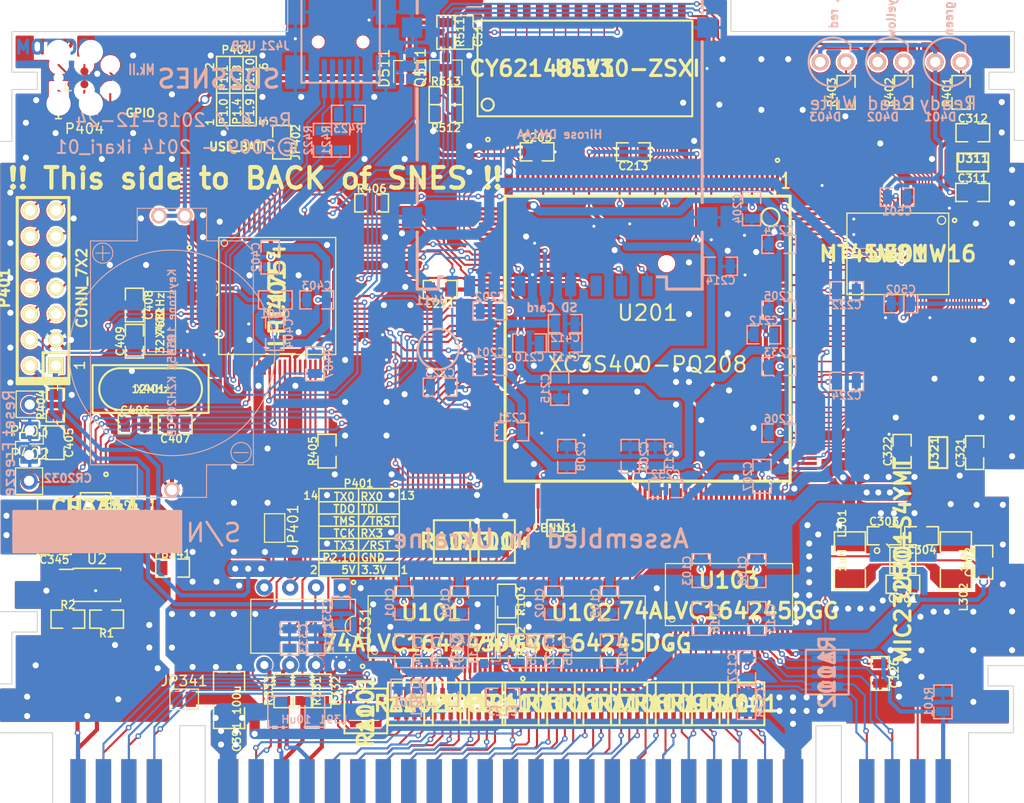
<source format=kicad_pcb>
(kicad_pcb (version 20171130) (host pcbnew 5.0.2-bee76a0~70~ubuntu18.10.1)
  (title_block (title "sd2snes Mark II") (rev F) (company "Maximilian Rehkopf"))
  (layers (0 Component signal) (31 Copper signal hide) (34 B.Paste user hide) (35 F.Paste user hide) (36 B.SilkS user hide) (37 F.SilkS user hide) (38 B.Mask user hide) (39 F.Mask user hide) (44 Edge.Cuts user hide))
  (net 0 "")
  (net 1 +1.2V)
  (net 2 +1.8V)
  (net 3 +2.5V)
  (net 4 +3.3V)
  (net 5 +3.3VDAC)
  (net 6 +5V)
  (net 7 +5VL)
  (net 8 +BATT)
  (net 9 /Memory/RAM_/CE)
  (net 10 /Memory/SRAM_Vcc)
  (net 11 "/Power Supply / Misc./REG_SW1")
  (net 12 "/Power Supply / Misc./REG_SW2")
  (net 13 /RESET)
  (net 14 "/SNES Slot/SNES_EXT_/IRQ")
  (net 15 "/SNES Slot/SNES_EXT_/PARD")
  (net 16 "/SNES Slot/SNES_EXT_/PAWR")
  (net 17 "/SNES Slot/SNES_EXT_/RD")
  (net 18 "/SNES Slot/SNES_EXT_/ROMSEL")
  (net 19 "/SNES Slot/SNES_EXT_/WR")
  (net 20 "/SNES Slot/SNES_EXT_A0")
  (net 21 "/SNES Slot/SNES_EXT_A1")
  (net 22 "/SNES Slot/SNES_EXT_A10")
  (net 23 "/SNES Slot/SNES_EXT_A11")
  (net 24 "/SNES Slot/SNES_EXT_A12")
  (net 25 "/SNES Slot/SNES_EXT_A13")
  (net 26 "/SNES Slot/SNES_EXT_A14")
  (net 27 "/SNES Slot/SNES_EXT_A15")
  (net 28 "/SNES Slot/SNES_EXT_A16")
  (net 29 "/SNES Slot/SNES_EXT_A17")
  (net 30 "/SNES Slot/SNES_EXT_A18")
  (net 31 "/SNES Slot/SNES_EXT_A19")
  (net 32 "/SNES Slot/SNES_EXT_A2")
  (net 33 "/SNES Slot/SNES_EXT_A20")
  (net 34 "/SNES Slot/SNES_EXT_A21")
  (net 35 "/SNES Slot/SNES_EXT_A22")
  (net 36 "/SNES Slot/SNES_EXT_A23")
  (net 37 "/SNES Slot/SNES_EXT_A3")
  (net 38 "/SNES Slot/SNES_EXT_A4")
  (net 39 "/SNES Slot/SNES_EXT_A5")
  (net 40 "/SNES Slot/SNES_EXT_A6")
  (net 41 "/SNES Slot/SNES_EXT_A7")
  (net 42 "/SNES Slot/SNES_EXT_A8")
  (net 43 "/SNES Slot/SNES_EXT_A9")
  (net 44 "/SNES Slot/SNES_EXT_CPU_CLK")
  (net 45 "/SNES Slot/SNES_EXT_D0")
  (net 46 "/SNES Slot/SNES_EXT_D1")
  (net 47 "/SNES Slot/SNES_EXT_D2")
  (net 48 "/SNES Slot/SNES_EXT_D3")
  (net 49 "/SNES Slot/SNES_EXT_D4")
  (net 50 "/SNES Slot/SNES_EXT_D5")
  (net 51 "/SNES Slot/SNES_EXT_D6")
  (net 52 "/SNES Slot/SNES_EXT_D7")
  (net 53 "/SNES Slot/SNES_EXT_PA0")
  (net 54 "/SNES Slot/SNES_EXT_PA1")
  (net 55 "/SNES Slot/SNES_EXT_PA2")
  (net 56 "/SNES Slot/SNES_EXT_PA3")
  (net 57 "/SNES Slot/SNES_EXT_PA4")
  (net 58 "/SNES Slot/SNES_EXT_PA5")
  (net 59 "/SNES Slot/SNES_EXT_PA6")
  (net 60 "/SNES Slot/SNES_EXT_PA7")
  (net 61 "/SNES Slot/SNES_EXT_REFRESH")
  (net 62 "/SNES Slot/SNES_EXT_SYS_CLK")
  (net 63 /TRST)
  (net 64 /USEBATT)
  (net 65 AGND)
  (net 66 AUDIO_L)
  (net 67 AUDIO_R)
  (net 68 CCLK)
  (net 69 CIC_CLK)
  (net 70 CIC_DATA0)
  (net 71 CIC_DATA1)
  (net 72 CIC_MCLR)
  (net 73 CIC_RESET)
  (net 74 CIC_STATUS)
  (net 75 DAC_/DEM)
  (net 76 DAC_LRCK)
  (net 77 DAC_MCLK)
  (net 78 DAC_SDIN)
  (net 79 DATABUS_/OE)
  (net 80 DATABUS_DIR)
  (net 81 DIN+MCU_/OVR)
  (net 82 DONE)
  (net 83 EXT_CIC_DATA0)
  (net 84 EXT_CIC_DATA1)
  (net 85 EXT_TDI)
  (net 86 EXT_TDO)
  (net 87 FPGA_CLK)
  (net 88 GND)
  (net 89 INIT_B+MCU_IRQ)
  (net 90 MCU_SPARE)
  (net 91 MCU_SPI_MISO)
  (net 92 MCU_SPI_MOSI)
  (net 93 MCU_SPI_SCK)
  (net 94 MCU_SPI_SS)
  (net 95 P1_CLK)
  (net 96 P1_D0)
  (net 97 P2.10)
  (net 98 P2_CLK)
  (net 99 P2_D0)
  (net 100 PROG_B)
  (net 101 P_LATCH)
  (net 102 RAM_/OE)
  (net 103 RAM_/WE)
  (net 104 RAM_A0)
  (net 105 RAM_A1)
  (net 106 RAM_A10)
  (net 107 RAM_A11)
  (net 108 RAM_A12)
  (net 109 RAM_A13)
  (net 110 RAM_A14)
  (net 111 RAM_A15)
  (net 112 RAM_A16)
  (net 113 RAM_A17)
  (net 114 RAM_A18)
  (net 115 RAM_A2)
  (net 116 RAM_A3)
  (net 117 RAM_A4)
  (net 118 RAM_A5)
  (net 119 RAM_A6)
  (net 120 RAM_A7)
  (net 121 RAM_A8)
  (net 122 RAM_A9)
  (net 123 RAM_DQ0)
  (net 124 RAM_DQ1)
  (net 125 RAM_DQ2)
  (net 126 RAM_DQ3)
  (net 127 RAM_DQ4)
  (net 128 RAM_DQ5)
  (net 129 RAM_DQ6)
  (net 130 RAM_DQ7)
  (net 131 ROM_/CE)
  (net 132 ROM_/LB)
  (net 133 ROM_/OE)
  (net 134 ROM_/UB)
  (net 135 ROM_/WE)
  (net 136 ROM_A0)
  (net 137 ROM_A1)
  (net 138 ROM_A10)
  (net 139 ROM_A11)
  (net 140 ROM_A12)
  (net 141 ROM_A13)
  (net 142 ROM_A14)
  (net 143 ROM_A15)
  (net 144 ROM_A16)
  (net 145 ROM_A17)
  (net 146 ROM_A18)
  (net 147 ROM_A19)
  (net 148 ROM_A2)
  (net 149 ROM_A20)
  (net 150 ROM_A21)
  (net 151 ROM_A22)
  (net 152 ROM_A3)
  (net 153 ROM_A4)
  (net 154 ROM_A5)
  (net 155 ROM_A6)
  (net 156 ROM_A7)
  (net 157 ROM_A8)
  (net 158 ROM_A9)
  (net 159 ROM_DQ0)
  (net 160 ROM_DQ1)
  (net 161 ROM_DQ10)
  (net 162 ROM_DQ11)
  (net 163 ROM_DQ12)
  (net 164 ROM_DQ13)
  (net 165 ROM_DQ14)
  (net 166 ROM_DQ15)
  (net 167 ROM_DQ2)
  (net 168 ROM_DQ3)
  (net 169 ROM_DQ4)
  (net 170 ROM_DQ5)
  (net 171 ROM_DQ6)
  (net 172 ROM_DQ7)
  (net 173 ROM_DQ8)
  (net 174 ROM_DQ9)
  (net 175 RX0)
  (net 176 RX3)
  (net 177 SD_CLK)
  (net 178 SD_CMD)
  (net 179 SD_DAT0)
  (net 180 SD_DAT1)
  (net 181 SD_DAT2)
  (net 182 SD_DAT3)
  (net 183 SNES_/PARD)
  (net 184 SNES_/PAWR)
  (net 185 SNES_/RD)
  (net 186 SNES_/RESET)
  (net 187 SNES_/ROMSEL)
  (net 188 SNES_/WR)
  (net 189 SNES_A0)
  (net 190 SNES_A1)
  (net 191 SNES_A10)
  (net 192 SNES_A11)
  (net 193 SNES_A12)
  (net 194 SNES_A13)
  (net 195 SNES_A14)
  (net 196 SNES_A15)
  (net 197 SNES_A16)
  (net 198 SNES_A17)
  (net 199 SNES_A18)
  (net 200 SNES_A19)
  (net 201 SNES_A2)
  (net 202 SNES_A20)
  (net 203 SNES_A21)
  (net 204 SNES_A22)
  (net 205 SNES_A23)
  (net 206 SNES_A3)
  (net 207 SNES_A4)
  (net 208 SNES_A5)
  (net 209 SNES_A6)
  (net 210 SNES_A7)
  (net 211 SNES_A8)
  (net 212 SNES_A9)
  (net 213 SNES_CPU_CLK)
  (net 214 SNES_D0)
  (net 215 SNES_D1)
  (net 216 SNES_D2)
  (net 217 SNES_D3)
  (net 218 SNES_D4)
  (net 219 SNES_D5)
  (net 220 SNES_D6)
  (net 221 SNES_D7)
  (net 222 SNES_IRQ_EN)
  (net 223 SNES_PA0)
  (net 224 SNES_PA1)
  (net 225 SNES_PA2)
  (net 226 SNES_PA3)
  (net 227 SNES_PA4)
  (net 228 SNES_PA5)
  (net 229 SNES_PA6)
  (net 230 SNES_PA7)
  (net 231 SNES_REFRESH)
  (net 232 SNES_SYS_CLK)
  (net 233 TCK)
  (net 234 TMS)
  (net 235 TX0)
  (net 236 TX3)
  (net 237 USB_SWCONN)
  (net 238 "Net-(J101-Pad2)")
  (net 239 "Net-(J101-Pad32)")
  (net 240 "Net-(C407-Pad1)")
  (net 241 "Net-(C406-Pad1)")
  (net 242 "Net-(C408-Pad1)")
  (net 243 "Net-(C409-Pad1)")
  (net 244 "Net-(U501-PadJ1)")
  (net 245 "Net-(J421-Pad2)")
  (net 246 "Net-(J421-Pad3)")
  (net 247 "Net-(J421-Pad1)")
  (net 248 "Net-(RA109-Pad3)")
  (net 249 "Net-(RA109-Pad2)")
  (net 250 "Net-(RA109-Pad1)")
  (net 251 "Net-(RA110-Pad4)")
  (net 252 "Net-(RA110-Pad3)")
  (net 253 "Net-(RA110-Pad2)")
  (net 254 "Net-(RA110-Pad1)")
  (net 255 "Net-(RA111-Pad4)")
  (net 256 "Net-(RA111-Pad3)")
  (net 257 "Net-(RA111-Pad2)")
  (net 258 "Net-(C128-Pad1)")
  (net 259 "Net-(C127-Pad1)")
  (net 260 "Net-(RA112-Pad2)")
  (net 261 "Net-(RA112-Pad3)")
  (net 262 "Net-(RA112-Pad4)")
  (net 263 "Net-(RA109-Pad4)")
  (net 264 "Net-(RA108-Pad1)")
  (net 265 "Net-(RA108-Pad2)")
  (net 266 "Net-(RA108-Pad3)")
  (net 267 "Net-(RA108-Pad4)")
  (net 268 "Net-(RA107-Pad1)")
  (net 269 "Net-(RA107-Pad2)")
  (net 270 "Net-(RA107-Pad3)")
  (net 271 "Net-(RA107-Pad4)")
  (net 272 "Net-(RA106-Pad1)")
  (net 273 "Net-(RA106-Pad2)")
  (net 274 "Net-(RA106-Pad3)")
  (net 275 "Net-(RA106-Pad4)")
  (net 276 "Net-(RA105-Pad1)")
  (net 277 "Net-(C122-Pad1)")
  (net 278 "Net-(C125-Pad1)")
  (net 279 "Net-(RA101-Pad8)")
  (net 280 "Net-(RA101-Pad7)")
  (net 281 "Net-(RA101-Pad6)")
  (net 282 "Net-(RA101-Pad5)")
  (net 283 "Net-(RA102-Pad8)")
  (net 284 "Net-(RA102-Pad7)")
  (net 285 "Net-(C124-Pad1)")
  (net 286 "Net-(C121-Pad1)")
  (net 287 "Net-(RA103-Pad8)")
  (net 288 "Net-(RA103-Pad7)")
  (net 289 "Net-(RA103-Pad6)")
  (net 290 "Net-(RA103-Pad5)")
  (net 291 "Net-(RA104-Pad8)")
  (net 292 "Net-(RA104-Pad7)")
  (net 293 "Net-(RA104-Pad6)")
  (net 294 "Net-(RA104-Pad5)")
  (net 295 "Net-(RA114-Pad4)")
  (net 296 "Net-(RA114-Pad3)")
  (net 297 "Net-(RA114-Pad2)")
  (net 298 "Net-(RA114-Pad1)")
  (net 299 "Net-(RA113-Pad4)")
  (net 300 "Net-(RA113-Pad3)")
  (net 301 "Net-(RA113-Pad2)")
  (net 302 "Net-(RA113-Pad1)")
  (net 303 "Net-(C343-Pad1)")
  (net 304 "Net-(C345-Pad1)")
  (net 305 "Net-(U2-Pad7)")
  (net 306 GNDA)
  (net 307 "Net-(U2-Pad1)")
  (net 308 "Net-(Q511-Pad2)")
  (net 309 "Net-(C123-Pad1)")
  (net 310 "Net-(Q101-Pad2)")
  (net 311 "Net-(U311-Pad4)")
  (net 312 "Net-(U321-Pad4)")
  (net 313 "Net-(JP401-Pad1)")
  (net 314 "Net-(R421-Pad2)")
  (net 315 "Net-(R422-Pad2)")
  (net 316 "Net-(R403-Pad1)")
  (net 317 "Net-(D403-Pad2)")
  (net 318 "Net-(R405-Pad2)")
  (net 319 "Net-(R406-Pad1)")
  (net 320 "Net-(R2-Pad1)")
  (net 321 "Net-(R1-Pad1)")
  (net 322 "Net-(R402-Pad1)")
  (net 323 "Net-(D402-Pad2)")
  (net 324 "Net-(D401-Pad2)")
  (net 325 "Net-(R401-Pad1)")
  (net 326 "Net-(R331-Pad1)")
  (net 327 "Net-(Q301-Pad1)")
  (net 328 "Net-(U1-Pad54)")
  (net 329 "Net-(U1-Pad55)")
  (net 330 "Net-(U1-Pad56)")
  (net 331 "Net-(P113-Pad1)")
  (net 332 "Net-(U1-Pad158)")
  (net 333 "Net-(U1-Pad159)")
  (net 334 "Net-(U1-Pad160)")
  (net 335 "Net-(U1-Pad208)")
  (net 336 "Net-(L391-Pad1)")
  (net 337 "Net-(U401-Pad11)")
  (net 338 "Net-(U401-Pad17)")
  (net 339 "Net-(P403-Pad2)")
  (net 340 "Net-(U401-Pad26)")
  (net 341 "Net-(U401-Pad27)")
  (net 342 "Net-(U401-Pad28)")
  (net 343 "Net-(U401-Pad35)")
  (net 344 "Net-(U401-Pad51)")
  (net 345 "Net-(U401-Pad52)")
  (net 346 "Net-(J411-PadDT)")
  (net 347 "Net-(J411-PadWP)")
  (net 348 "Net-(U401-Pad68)")
  (module Jumper:SolderJumper-2_P1.3mm_Open_Pad1.0x1.5mm (layer Component) (at 112.9665 124.206)
    (fp_text reference JP341 (at 0 -1.8) (layer F.SilkS))
    (fp_text value "FB 0603")
    (pad 1 smd rect (at -0.65 0) (size 1 1.5) (layers Component F.Mask) (net 306 GNDA))
    (pad 2 smd rect (at 0.65 0) (size 1 1.5) (layers Component F.Mask) (net 88 GND))
  )
  (module Jumper:SolderJumper-2_P1.3mm_Open_Pad1.0x1.5mm (layer Component) (at 121.8565 107.3785 270)
    (fp_text reference JP401 (at 0 -1.8 270) (layer F.SilkS))
    (fp_text value JUMPER)
    (pad 1 smd rect (at -0.65 0 270) (size 1 1.5) (layers Component F.Mask) (net 313 "Net-(JP401-Pad1)"))
    (pad 2 smd rect (at 0.65 0 270) (size 1 1.5) (layers Component F.Mask) (net 72 CIC_MCLR))
  )
  (module mypackages:SM0805_FIXEDMASK (layer Component) (at 111.8235 111.3155)
    (fp_text reference FB341 (at 0 -1.397) (layer F.SilkS) (effects (font (size 0.762 0.762) (thickness 0.1524))))
    (fp_text value FILTER hide)
    (pad 2 smd rect (at 0.9525 0) (size 0.889 1.397) (layers Component F.Paste F.Mask) (net 4 +3.3V))
    (pad 1 smd rect (at -0.9525 0) (size 0.889 1.397) (layers Component F.Paste F.Mask) (net 5 +3.3VDAC))
  )
  (module mypackages:HC49US (layer Component) (at 109.6645 93.726)
    (fp_text reference X401 (at 0 0) (layer F.SilkS) (effects (font (size 0.762 0.762) (thickness 0.1524))))
    (fp_text value 12MHz (at 0 0) (layer F.SilkS) (effects (font (size 0.762 0.762) (thickness 0.1524))))
    (pad 2 smd rect (at 4.24942 0) (size 5.50164 1.99898) (layers Component F.Paste F.Mask) (net 240 "Net-(C407-Pad1)"))
    (pad 1 smd rect (at -4.24942 0) (size 5.50164 1.99898) (layers Component F.Paste F.Mask) (net 241 "Net-(C406-Pad1)"))
  )
  (module Connector_PinHeader_2.54mm:PinHeader_1x02_P2.54mm_Vertical (layer Component) (at 97.79 97.79 180)
    (fp_text reference P402 (at 0 -2.33 180) (layer F.SilkS))
    (fp_text value CONN_2)
    (pad 2 thru_hole oval (at 0 2.54 180) (size 1.7 1.7) (drill 1) (layers *.Cu *.Mask) (net 13 /RESET))
    (pad 1 thru_hole rect (at 0 0 180) (size 1.7 1.7) (drill 1) (layers *.Cu *.Mask) (net 88 GND))
  )
  (module Connector_PinHeader_2.54mm:PinHeader_1x02_P2.54mm_Vertical (layer Component) (at 97.7265 100.203)
    (fp_text reference P403 (at 0 -2.33) (layer F.SilkS))
    (fp_text value CONN_2)
    (pad 2 thru_hole oval (at 0 2.54) (size 1.7 1.7) (drill 1) (layers *.Cu *.Mask) (net 339 "Net-(P403-Pad2)"))
    (pad 1 thru_hole rect (at 0 0) (size 1.7 1.7) (drill 1) (layers *.Cu *.Mask) (net 88 GND))
  )
  (module Package_TO_SOT_SMD:SOT-23 (layer Copper) (at 142.4305 119.6975 270)
    (fp_text reference Q101 (at 0 2.5 270) (layer B.SilkS) (effects (justify mirror)))
    (fp_text value 2N2222A)
    (pad 3 smd rect (at 1 0 270) (size 0.9 0.8) (layers Copper B.Paste B.Mask) (net 309 "Net-(C123-Pad1)"))
    (pad 2 smd rect (at -1 -0.95 270) (size 0.9 0.8) (layers Copper B.Paste B.Mask) (net 310 "Net-(Q101-Pad2)"))
    (pad 1 smd rect (at -1 0.95 270) (size 0.9 0.8) (layers Copper B.Paste B.Mask) (net 88 GND))
  )
  (module Package_TO_SOT_SMD:SOT-23 (layer Copper) (at 138.303 124.1425 270)
    (fp_text reference Q301 (at 0 2.5 270) (layer B.SilkS) (effects (justify mirror)))
    (fp_text value IRLML6402PbF)
    (pad 3 smd rect (at 1 0 270) (size 0.9 0.8) (layers Copper B.Paste B.Mask) (net 336 "Net-(L391-Pad1)"))
    (pad 2 smd rect (at -1 -0.95 270) (size 0.9 0.8) (layers Copper B.Paste B.Mask) (net 6 +5V))
    (pad 1 smd rect (at -1 0.95 270) (size 0.9 0.8) (layers Copper B.Paste B.Mask) (net 327 "Net-(Q301-Pad1)"))
  )
  (module mypackages:SM1210L (layer Copper) (at 123.9774 125.4252 180)
    (fp_text reference L391 (at -3.6195 -0.762 180) (layer B.SilkS) (effects (font (size 0.762 0.762) (thickness 0.1524)) (justify mirror)))
    (fp_text value 10uH (at 0 -0.762 180) (layer B.SilkS) (effects (font (size 0.762 0.762) (thickness 0.1524)) (justify mirror)))
    (pad 2 smd rect (at 1.778 0 180) (size 1.778 2.794) (layers Copper B.Paste B.Mask) (net 7 +5VL))
    (pad 1 smd rect (at -1.778 0 180) (size 1.778 2.794) (layers Copper B.Paste B.Mask) (net 336 "Net-(L391-Pad1)"))
  )
  (module Package_TO_SOT_SMD:SOT-23 (layer Component) (at 138.684 62.1665 90)
    (fp_text reference Q511 (at 0 -2.5 90) (layer F.SilkS))
    (fp_text value 2N2222A)
    (pad 3 smd rect (at 1 0 90) (size 0.9 0.8) (layers Component F.Paste F.Mask) (net 9 /Memory/RAM_/CE))
    (pad 2 smd rect (at -1 0.95 90) (size 0.9 0.8) (layers Component F.Paste F.Mask) (net 308 "Net-(Q511-Pad2)"))
    (pad 1 smd rect (at -1 -0.95 90) (size 0.9 0.8) (layers Component F.Paste F.Mask) (net 88 GND))
  )
  (module Package_TO_SOT_SMD:SOT-23 (layer Component) (at 135.128 62.214 90)
    (fp_text reference D511 (at 0 -2.5 90) (layer F.SilkS))
    (fp_text value BAT54C)
    (pad 3 smd rect (at 1 0 90) (size 0.9 0.8) (layers Component F.Paste F.Mask) (net 10 /Memory/SRAM_Vcc))
    (pad 2 smd rect (at -1 0.95 90) (size 0.9 0.8) (layers Component F.Paste F.Mask) (net 8 +BATT))
    (pad 1 smd rect (at -1 -0.95 90) (size 0.9 0.8) (layers Component F.Paste F.Mask) (net 4 +3.3V))
  )
  (module mypackages:USB_MINIB_SMT (layer Copper) (at 128.3335 59.6265)
    (fp_text reference J421 (at -6.48462 0.37338) (layer B.SilkS) (effects (font (size 0.8128 0.8128) (thickness 0.1778)) (justify mirror)))
    (fp_text value "USB Mini-B SMT" hide)
    (pad 2 smd rect (at -0.8001 3.60172) (size 0.50038 3.79984) (layers Copper B.Paste B.Mask) (net 245 "Net-(J421-Pad2)"))
    (pad 1 smd rect (at -1.6002 3.60172) (size 0.50038 3.79984) (layers Copper B.Paste B.Mask) (net 247 "Net-(J421-Pad1)"))
    (pad 5 smd rect (at 1.6002 3.60172) (size 0.50038 3.79984) (layers Copper B.Paste B.Mask) (net 88 GND))
    (pad 4 smd rect (at 0.8001 3.60172) (size 0.50038 3.79984) (layers Copper B.Paste B.Mask))
    (pad 3 smd rect (at 0 3.60172) (size 0.50038 3.79984) (layers Copper B.Paste B.Mask) (net 246 "Net-(J421-Pad3)"))
    (pad "" np_thru_hole circle (at 2.19964 0) (size 0.89916 0.89916) (drill 0.89916) (layers *.Cu *.Mask B.SilkS))
    (pad "" np_thru_hole circle (at -2.19964 0) (size 0.89916 0.89916) (drill 0.89916) (layers *.Cu *.Mask B.SilkS))
    (pad 7 smd rect (at 4.45008 -2.94894) (size 1.99898 2.49936) (layers Copper B.Paste B.Mask) (net 88 GND))
    (pad 6 smd rect (at -4.45008 -2.94894) (size 1.99898 2.49936) (layers Copper B.Paste B.Mask) (net 88 GND))
    (pad 7 smd rect (at 4.45008 2.94894) (size 1.99898 3.29946) (layers Copper B.Paste B.Mask) (net 88 GND))
    (pad 6 smd rect (at -4.45008 2.94894) (size 1.99898 3.29946) (layers Copper B.Paste B.Mask) (net 88 GND))
  )
  (module mypackages:SM0805_FIXEDMASK (layer Component) (at 122.555 69.469 270)
    (fp_text reference JP402 (at 0 -1.397 270) (layer F.SilkS) (effects (font (size 0.762 0.762) (thickness 0.1524))))
    (fp_text value JUMPER hide)
    (pad 2 smd rect (at 0.9525 0 270) (size 0.889 1.397) (layers Component F.Paste F.Mask) (net 64 /USEBATT))
    (pad 1 smd rect (at -0.9525 0 270) (size 0.889 1.397) (layers Component F.Paste F.Mask) (net 88 GND))
  )
  (module mypackages:SM1210L (layer Component) (at 117.3734 124.2822 90)
    (fp_text reference C391 (at -3.6195 0.762 90) (layer F.SilkS) (effects (font (size 0.762 0.762) (thickness 0.1524))))
    (fp_text value 100u (at 0 0.762 90) (layer F.SilkS) (effects (font (size 0.762 0.762) (thickness 0.1524))))
    (pad 2 smd rect (at 1.778 0 90) (size 1.778 2.794) (layers Component F.Paste F.Mask) (net 88 GND))
    (pad 1 smd rect (at -1.778 0 90) (size 1.778 2.794) (layers Component F.Paste F.Mask) (net 7 +5VL))
  )
  (module mypackages:PQFP208_ALTPADS (layer Component) (at 158.496 88.773)
    (fp_text reference U201 (at 0 -2.54) (layer F.SilkS) (effects (font (size 1.524 1.524) (thickness 0.2032))))
    (fp_text value XC3S400-PQ208 (at 0 2.54) (layer F.SilkS) (effects (font (size 1.524 1.524) (thickness 0.2032))))
    (fp_text user 1 (at 13.589 -15.494) (layer F.SilkS) (effects (font (size 1.524 1.016) (thickness 0.2032))))
    (pad 208 smd rect (at 15.621 -12.76096) (size 1.99898 0.29972) (layers Component F.Paste F.Mask) (net 335 "Net-(U1-Pad208)"))
    (pad 207 smd rect (at 15.621 -12.26058) (size 1.99898 0.29972) (layers Component F.Paste F.Mask) (net 100 PROG_B))
    (pad 206 smd rect (at 15.621 -11.7602) (size 1.99898 0.29972) (layers Component F.Paste F.Mask) (net 88 GND))
    (pad 205 smd rect (at 15.621 -11.25982) (size 1.99898 0.29972) (layers Component F.Paste F.Mask) (net 157 ROM_A8))
    (pad 204 smd rect (at 15.621 -10.75944) (size 1.99898 0.29972) (layers Component F.Paste F.Mask) (net 158 ROM_A9))
    (pad 203 smd rect (at 15.621 -10.25906) (size 1.99898 0.29972) (layers Component F.Paste F.Mask) (net 150 ROM_A21))
    (pad 202 smd rect (at 15.621 -9.75868) (size 1.99898 0.29972) (layers Component F.Paste F.Mask) (net 88 GND))
    (pad 201 smd rect (at 15.621 -9.2583) (size 1.99898 0.29972) (layers Component F.Paste F.Mask) (net 4 +3.3V))
    (pad 200 smd rect (at 15.621 -8.75792) (size 1.99898 0.29972) (layers Component F.Paste F.Mask) (net 142 ROM_A14))
    (pad 199 smd rect (at 15.621 -8.25754) (size 1.99898 0.29972) (layers Component F.Paste F.Mask) (net 144 ROM_A16))
    (pad 198 smd rect (at 15.621 -7.75716) (size 1.99898 0.29972) (layers Component F.Paste F.Mask) (net 151 ROM_A22))
    (pad 197 smd rect (at 15.621 -7.25678) (size 1.99898 0.29972) (layers Component F.Paste F.Mask) (net 138 ROM_A10))
    (pad 196 smd rect (at 15.621 -6.7564) (size 1.99898 0.29972) (layers Component F.Paste F.Mask) (net 139 ROM_A11))
    (pad 195 smd rect (at 15.621 -6.25602) (size 1.99898 0.29972) (layers Component F.Paste F.Mask) (net 88 GND))
    (pad 194 smd rect (at 15.621 -5.75564) (size 1.99898 0.29972) (layers Component F.Paste F.Mask) (net 141 ROM_A13))
    (pad 193 smd rect (at 15.621 -5.25526) (size 1.99898 0.29972) (layers Component F.Paste F.Mask) (net 3 +2.5V))
    (pad 192 smd rect (at 15.621 -4.75488) (size 1.99898 0.29972) (layers Component F.Paste F.Mask) (net 1 +1.2V))
    (pad 191 smd rect (at 15.621 -4.2545) (size 1.99898 0.29972) (layers Component F.Paste F.Mask) (net 149 ROM_A20))
    (pad 190 smd rect (at 15.621 -3.75412) (size 1.99898 0.29972) (layers Component F.Paste F.Mask) (net 135 ROM_/WE))
    (pad 189 smd rect (at 15.621 -3.25374) (size 1.99898 0.29972) (layers Component F.Paste F.Mask) (net 172 ROM_DQ7))
    (pad 188 smd rect (at 15.621 -2.75336) (size 1.99898 0.29972) (layers Component F.Paste F.Mask) (net 4 +3.3V))
    (pad 187 smd rect (at 15.621 -2.25298) (size 1.99898 0.29972) (layers Component F.Paste F.Mask) (net 170 ROM_DQ5))
    (pad 186 smd rect (at 15.621 -1.7526) (size 1.99898 0.29972) (layers Component F.Paste F.Mask) (net 88 GND))
    (pad 185 smd rect (at 15.621 -1.25222) (size 1.99898 0.29972) (layers Component F.Paste F.Mask) (net 171 ROM_DQ6))
    (pad 184 smd rect (at 15.621 -0.75184) (size 1.99898 0.29972) (layers Component F.Paste F.Mask) (net 143 ROM_A15))
    (pad 183 smd rect (at 15.621 -0.25146) (size 1.99898 0.29972) (layers Component F.Paste F.Mask) (net 169 ROM_DQ4))
    (pad 182 smd rect (at 15.621 0.24892) (size 1.99898 0.29972) (layers Component F.Paste F.Mask) (net 168 ROM_DQ3))
    (pad 181 smd rect (at 15.621 0.7493) (size 1.99898 0.29972) (layers Component F.Paste F.Mask) (net 167 ROM_DQ2))
    (pad 180 smd rect (at 15.621 1.24968) (size 1.99898 0.29972) (layers Component F.Paste F.Mask) (net 232 SNES_SYS_CLK))
    (pad 179 smd rect (at 15.621 1.75006) (size 1.99898 0.29972) (layers Component F.Paste F.Mask) (net 88 GND))
    (pad 178 smd rect (at 15.621 2.25044) (size 1.99898 0.29972) (layers Component F.Paste F.Mask) (net 160 ROM_DQ1))
    (pad 177 smd rect (at 15.621 2.75082) (size 1.99898 0.29972) (layers Component F.Paste F.Mask) (net 4 +3.3V))
    (pad 176 smd rect (at 15.621 3.2512) (size 1.99898 0.29972) (layers Component F.Paste F.Mask) (net 159 ROM_DQ0))
    (pad 175 smd rect (at 15.621 3.75158) (size 1.99898 0.29972) (layers Component F.Paste F.Mask) (net 155 ROM_A6))
    (pad 174 smd rect (at 15.621 4.25196) (size 1.99898 0.29972) (layers Component F.Paste F.Mask) (net 1 +1.2V))
    (pad 173 smd rect (at 15.621 4.75234) (size 1.99898 0.29972) (layers Component F.Paste F.Mask) (net 3 +2.5V))
    (pad 172 smd rect (at 15.621 5.25272) (size 1.99898 0.29972) (layers Component F.Paste F.Mask) (net 131 ROM_/CE))
    (pad 171 smd rect (at 15.621 5.7531) (size 1.99898 0.29972) (layers Component F.Paste F.Mask) (net 148 ROM_A2))
    (pad 170 smd rect (at 15.621 6.25348) (size 1.99898 0.29972) (layers Component F.Paste F.Mask) (net 88 GND))
    (pad 169 smd rect (at 15.621 6.75386) (size 1.99898 0.29972) (layers Component F.Paste F.Mask) (net 153 ROM_A4))
    (pad 168 smd rect (at 15.621 7.25424) (size 1.99898 0.29972) (layers Component F.Paste F.Mask) (net 137 ROM_A1))
    (pad 167 smd rect (at 15.621 7.75462) (size 1.99898 0.29972) (layers Component F.Paste F.Mask) (net 156 ROM_A7))
    (pad 166 smd rect (at 15.621 8.255) (size 1.99898 0.29972) (layers Component F.Paste F.Mask) (net 136 ROM_A0))
    (pad 165 smd rect (at 15.621 8.75538) (size 1.99898 0.29972) (layers Component F.Paste F.Mask) (net 152 ROM_A3))
    (pad 164 smd rect (at 15.621 9.25576) (size 1.99898 0.29972) (layers Component F.Paste F.Mask) (net 4 +3.3V))
    (pad 163 smd rect (at 15.621 9.75614) (size 1.99898 0.29972) (layers Component F.Paste F.Mask) (net 88 GND))
    (pad 162 smd rect (at 15.621 10.25652) (size 1.99898 0.29972) (layers Component F.Paste F.Mask) (net 133 ROM_/OE))
    (pad 161 smd rect (at 15.621 10.7569) (size 1.99898 0.29972) (layers Component F.Paste F.Mask) (net 134 ROM_/UB))
    (pad 160 smd rect (at 15.621 11.25728) (size 1.99898 0.29972) (layers Component F.Paste F.Mask) (net 334 "Net-(U1-Pad160)"))
    (pad 159 smd rect (at 15.621 11.75766) (size 1.99898 0.29972) (layers Component F.Paste F.Mask) (net 333 "Net-(U1-Pad159)"))
    (pad 158 smd rect (at 15.621 12.25804) (size 1.99898 0.29972) (layers Component F.Paste F.Mask) (net 332 "Net-(U1-Pad158)"))
    (pad 157 smd rect (at 15.621 12.75842) (size 1.99898 0.29972) (layers Component F.Paste F.Mask) (net 88 GND))
    (pad 156 smd rect (at 12.76096 15.6972 90) (size 1.99898 0.29972) (layers Component F.Paste F.Mask) (net 132 ROM_/LB))
    (pad 155 smd rect (at 12.26058 15.6972 90) (size 1.99898 0.29972) (layers Component F.Paste F.Mask) (net 231 SNES_REFRESH))
    (pad 154 smd rect (at 11.7602 15.6972 90) (size 1.99898 0.29972) (layers Component F.Paste F.Mask) (net 230 SNES_PA7))
    (pad 153 smd rect (at 11.25982 15.6972 90) (size 1.99898 0.29972) (layers Component F.Paste F.Mask) (net 4 +3.3V))
    (pad 152 smd rect (at 10.75944 15.6972 90) (size 1.99898 0.29972) (layers Component F.Paste F.Mask) (net 229 SNES_PA6))
    (pad 151 smd rect (at 10.25906 15.6972 90) (size 1.99898 0.29972) (layers Component F.Paste F.Mask) (net 88 GND))
    (pad 150 smd rect (at 9.75868 15.6972 90) (size 1.99898 0.29972) (layers Component F.Paste F.Mask) (net 184 SNES_/PAWR))
    (pad 149 smd rect (at 9.2583 15.6972 90) (size 1.99898 0.29972) (layers Component F.Paste F.Mask) (net 183 SNES_/PARD))
    (pad 148 smd rect (at 8.75792 15.6972 90) (size 1.99898 0.29972) (layers Component F.Paste F.Mask) (net 192 SNES_A11))
    (pad 147 smd rect (at 8.25754 15.6972 90) (size 1.99898 0.29972) (layers Component F.Paste F.Mask) (net 193 SNES_A12))
    (pad 146 smd rect (at 7.75716 15.6972 90) (size 1.99898 0.29972) (layers Component F.Paste F.Mask) (net 191 SNES_A10))
    (pad 145 smd rect (at 7.25678 15.6972 90) (size 1.99898 0.29972) (layers Component F.Paste F.Mask) (net 88 GND))
    (pad 144 smd rect (at 6.7564 15.6972 90) (size 1.99898 0.29972) (layers Component F.Paste F.Mask) (net 194 SNES_A13))
    (pad 143 smd rect (at 6.25602 15.6972 90) (size 1.99898 0.29972) (layers Component F.Paste F.Mask) (net 212 SNES_A9))
    (pad 142 smd rect (at 5.75564 15.6972 90) (size 1.99898 0.29972) (layers Component F.Paste F.Mask) (net 3 +2.5V))
    (pad 141 smd rect (at 5.25526 15.6972 90) (size 1.99898 0.29972) (layers Component F.Paste F.Mask) (net 195 SNES_A14))
    (pad 140 smd rect (at 4.75488 15.6972 90) (size 1.99898 0.29972) (layers Component F.Paste F.Mask) (net 211 SNES_A8))
    (pad 139 smd rect (at 4.2545 15.6972 90) (size 1.99898 0.29972) (layers Component F.Paste F.Mask) (net 196 SNES_A15))
    (pad 138 smd rect (at 3.75412 15.6972 90) (size 1.99898 0.29972) (layers Component F.Paste F.Mask) (net 210 SNES_A7))
    (pad 137 smd rect (at 3.25374 15.6972 90) (size 1.99898 0.29972) (layers Component F.Paste F.Mask) (net 197 SNES_A16))
    (pad 136 smd rect (at 2.75336 15.6972 90) (size 1.99898 0.29972) (layers Component F.Paste F.Mask) (net 4 +3.3V))
    (pad 135 smd rect (at 2.25298 15.6972 90) (size 1.99898 0.29972) (layers Component F.Paste F.Mask) (net 209 SNES_A6))
    (pad 134 smd rect (at 1.7526 15.6972 90) (size 1.99898 0.29972) (layers Component F.Paste F.Mask) (net 88 GND))
    (pad 133 smd rect (at 1.25222 15.6972 90) (size 1.99898 0.29972) (layers Component F.Paste F.Mask) (net 198 SNES_A17))
    (pad 132 smd rect (at 0.75184 15.6972 90) (size 1.99898 0.29972) (layers Component F.Paste F.Mask) (net 208 SNES_A5))
    (pad 131 smd rect (at 0.25146 15.6972 90) (size 1.99898 0.29972) (layers Component F.Paste F.Mask) (net 199 SNES_A18))
    (pad 130 smd rect (at -0.24892 15.6972 90) (size 1.99898 0.29972) (layers Component F.Paste F.Mask) (net 207 SNES_A4))
    (pad 129 smd rect (at -0.7493 15.6972 90) (size 1.99898 0.29972) (layers Component F.Paste F.Mask) (net 88 GND))
    (pad 128 smd rect (at -1.24968 15.6972 90) (size 1.99898 0.29972) (layers Component F.Paste F.Mask) (net 200 SNES_A19))
    (pad 127 smd rect (at -1.75006 15.6972 90) (size 1.99898 0.29972) (layers Component F.Paste F.Mask) (net 4 +3.3V))
    (pad 126 smd rect (at -2.25044 15.6972 90) (size 1.99898 0.29972) (layers Component F.Paste F.Mask) (net 206 SNES_A3))
    (pad 125 smd rect (at -2.75082 15.6972 90) (size 1.99898 0.29972) (layers Component F.Paste F.Mask) (net 202 SNES_A20))
    (pad 124 smd rect (at -3.2512 15.6972 90) (size 1.99898 0.29972) (layers Component F.Paste F.Mask) (net 201 SNES_A2))
    (pad 123 smd rect (at -3.75158 15.6972 90) (size 1.99898 0.29972) (layers Component F.Paste F.Mask) (net 203 SNES_A21))
    (pad 122 smd rect (at -4.25196 15.6972 90) (size 1.99898 0.29972) (layers Component F.Paste F.Mask) (net 190 SNES_A1))
    (pad 121 smd rect (at -4.75234 15.6972 90) (size 1.99898 0.29972) (layers Component F.Paste F.Mask) (net 3 +2.5V))
    (pad 120 smd rect (at -5.25272 15.6972 90) (size 1.99898 0.29972) (layers Component F.Paste F.Mask) (net 204 SNES_A22))
    (pad 119 smd rect (at -5.7531 15.6972 90) (size 1.99898 0.29972) (layers Component F.Paste F.Mask) (net 189 SNES_A0))
    (pad 118 smd rect (at -6.25348 15.6972 90) (size 1.99898 0.29972) (layers Component F.Paste F.Mask) (net 88 GND))
    (pad 117 smd rect (at -6.75386 15.6972 90) (size 1.99898 0.29972) (layers Component F.Paste F.Mask) (net 205 SNES_A23))
    (pad 116 smd rect (at -7.25424 15.6972 90) (size 1.99898 0.29972) (layers Component F.Paste F.Mask) (net 187 SNES_/ROMSEL))
    (pad 115 smd rect (at -7.75462 15.6972 90) (size 1.99898 0.29972) (layers Component F.Paste F.Mask) (net 185 SNES_/RD))
    (pad 114 smd rect (at -8.255 15.6972 90) (size 1.99898 0.29972) (layers Component F.Paste F.Mask) (net 222 SNES_IRQ_EN))
    (pad 113 smd rect (at -8.75538 15.6972 90) (size 1.99898 0.29972) (layers Component F.Paste F.Mask) (net 331 "Net-(P113-Pad1)"))
    (pad 112 smd rect (at -9.25576 15.6972 90) (size 1.99898 0.29972) (layers Component F.Paste F.Mask) (net 88 GND))
    (pad 111 smd rect (at -9.75614 15.6972 90) (size 1.99898 0.29972) (layers Component F.Paste F.Mask) (net 80 DATABUS_DIR))
    (pad 110 smd rect (at -10.25652 15.6972 90) (size 1.99898 0.29972) (layers Component F.Paste F.Mask) (net 4 +3.3V))
    (pad 109 smd rect (at -10.7569 15.6972 90) (size 1.99898 0.29972) (layers Component F.Paste F.Mask) (net 79 DATABUS_/OE))
    (pad 108 smd rect (at -11.25728 15.6972 90) (size 1.99898 0.29972) (layers Component F.Paste F.Mask) (net 218 SNES_D4))
    (pad 107 smd rect (at -11.75766 15.6972 90) (size 1.99898 0.29972) (layers Component F.Paste F.Mask) (net 214 SNES_D0))
    (pad 106 smd rect (at -12.25804 15.6972 90) (size 1.99898 0.29972) (layers Component F.Paste F.Mask) (net 219 SNES_D5))
    (pad 105 smd rect (at -12.75842 15.6972 90) (size 1.99898 0.29972) (layers Component F.Paste F.Mask) (net 88 GND))
    (pad 104 smd rect (at -15.5702 12.76096) (size 1.99898 0.29972) (layers Component F.Paste F.Mask) (net 68 CCLK))
    (pad 103 smd rect (at -15.5702 12.26058) (size 1.99898 0.29972) (layers Component F.Paste F.Mask) (net 82 DONE))
    (pad 102 smd rect (at -15.5702 11.7602) (size 1.99898 0.29972) (layers Component F.Paste F.Mask) (net 215 SNES_D1))
    (pad 101 smd rect (at -15.5702 11.25982) (size 1.99898 0.29972) (layers Component F.Paste F.Mask) (net 220 SNES_D6))
    (pad 100 smd rect (at -15.5702 10.75944) (size 1.99898 0.29972) (layers Component F.Paste F.Mask) (net 216 SNES_D2))
    (pad 99 smd rect (at -15.5702 10.25906) (size 1.99898 0.29972) (layers Component F.Paste F.Mask) (net 88 GND))
    (pad 98 smd rect (at -15.5702 9.75868) (size 1.99898 0.29972) (layers Component F.Paste F.Mask) (net 4 +3.3V))
    (pad 97 smd rect (at -15.5702 9.2583) (size 1.99898 0.29972) (layers Component F.Paste F.Mask) (net 221 SNES_D7))
    (pad 96 smd rect (at -15.5702 8.75792) (size 1.99898 0.29972) (layers Component F.Paste F.Mask) (net 217 SNES_D3))
    (pad 95 smd rect (at -15.5702 8.25754) (size 1.99898 0.29972) (layers Component F.Paste F.Mask) (net 213 SNES_CPU_CLK))
    (pad 94 smd rect (at -15.5702 7.75716) (size 1.99898 0.29972) (layers Component F.Paste F.Mask) (net 188 SNES_/WR))
    (pad 93 smd rect (at -15.5702 7.25678) (size 1.99898 0.29972) (layers Component F.Paste F.Mask) (net 224 SNES_PA1))
    (pad 92 smd rect (at -15.5702 6.7564) (size 1.99898 0.29972) (layers Component F.Paste F.Mask) (net 81 DIN+MCU_/OVR))
    (pad 91 smd rect (at -15.5702 6.25602) (size 1.99898 0.29972) (layers Component F.Paste F.Mask) (net 88 GND))
    (pad 90 smd rect (at -15.5702 5.75564) (size 1.99898 0.29972) (layers Component F.Paste F.Mask) (net 223 SNES_PA0))
    (pad 89 smd rect (at -15.5702 5.25526) (size 1.99898 0.29972) (layers Component F.Paste F.Mask) (net 3 +2.5V))
    (pad 88 smd rect (at -15.5702 4.75488) (size 1.99898 0.29972) (layers Component F.Paste F.Mask) (net 1 +1.2V))
    (pad 87 smd rect (at -15.5702 4.2545) (size 1.99898 0.29972) (layers Component F.Paste F.Mask) (net 226 SNES_PA3))
    (pad 86 smd rect (at -15.5702 3.75412) (size 1.99898 0.29972) (layers Component F.Paste F.Mask) (net 225 SNES_PA2))
    (pad 85 smd rect (at -15.5702 3.25374) (size 1.99898 0.29972) (layers Component F.Paste F.Mask) (net 228 SNES_PA5))
    (pad 84 smd rect (at -15.5702 2.75336) (size 1.99898 0.29972) (layers Component F.Paste F.Mask) (net 4 +3.3V))
    (pad 83 smd rect (at -15.5702 2.25298) (size 1.99898 0.29972) (layers Component F.Paste F.Mask) (net 89 INIT_B+MCU_IRQ))
    (pad 82 smd rect (at -15.5702 1.7526) (size 1.99898 0.29972) (layers Component F.Paste F.Mask) (net 88 GND))
    (pad 81 smd rect (at -15.5702 1.25222) (size 1.99898 0.29972) (layers Component F.Paste F.Mask) (net 227 SNES_PA4))
    (pad 80 smd rect (at -15.5702 0.75184) (size 1.99898 0.29972) (layers Component F.Paste F.Mask) (net 87 FPGA_CLK))
    (pad 79 smd rect (at -15.5702 0.25146) (size 1.99898 0.29972) (layers Component F.Paste F.Mask) (net 180 SD_DAT1))
    (pad 78 smd rect (at -15.5702 -0.24892) (size 1.99898 0.29972) (layers Component F.Paste F.Mask) (net 78 DAC_SDIN))
    (pad 77 smd rect (at -15.5702 -0.7493) (size 1.99898 0.29972) (layers Component F.Paste F.Mask) (net 76 DAC_LRCK))
    (pad 76 smd rect (at -15.5702 -1.24968) (size 1.99898 0.29972) (layers Component F.Paste F.Mask) (net 77 DAC_MCLK))
    (pad 75 smd rect (at -15.5702 -1.75006) (size 1.99898 0.29972) (layers Component F.Paste F.Mask) (net 88 GND))
    (pad 74 smd rect (at -15.5702 -2.25044) (size 1.99898 0.29972) (layers Component F.Paste F.Mask) (net 92 MCU_SPI_MOSI))
    (pad 73 smd rect (at -15.5702 -2.75082) (size 1.99898 0.29972) (layers Component F.Paste F.Mask) (net 4 +3.3V))
    (pad 72 smd rect (at -15.5702 -3.2512) (size 1.99898 0.29972) (layers Component F.Paste F.Mask) (net 91 MCU_SPI_MISO))
    (pad 71 smd rect (at -15.5702 -3.75158) (size 1.99898 0.29972) (layers Component F.Paste F.Mask) (net 93 MCU_SPI_SCK))
    (pad 70 smd rect (at -15.5702 -4.25196) (size 1.99898 0.29972) (layers Component F.Paste F.Mask) (net 1 +1.2V))
    (pad 69 smd rect (at -15.5702 -4.75234) (size 1.99898 0.29972) (layers Component F.Paste F.Mask) (net 3 +2.5V))
    (pad 68 smd rect (at -15.5702 -5.25272) (size 1.99898 0.29972) (layers Component F.Paste F.Mask) (net 94 MCU_SPI_SS))
    (pad 67 smd rect (at -15.5702 -5.7531) (size 1.99898 0.29972) (layers Component F.Paste F.Mask) (net 178 SD_CMD))
    (pad 66 smd rect (at -15.5702 -6.25348) (size 1.99898 0.29972) (layers Component F.Paste F.Mask) (net 88 GND))
    (pad 65 smd rect (at -15.5702 -6.75386) (size 1.99898 0.29972) (layers Component F.Paste F.Mask) (net 179 SD_DAT0))
    (pad 64 smd rect (at -15.5702 -7.25424) (size 1.99898 0.29972) (layers Component F.Paste F.Mask) (net 177 SD_CLK))
    (pad 63 smd rect (at -15.5702 -7.75462) (size 1.99898 0.29972) (layers Component F.Paste F.Mask) (net 182 SD_DAT3))
    (pad 62 smd rect (at -15.5702 -8.255) (size 1.99898 0.29972) (layers Component F.Paste F.Mask) (net 181 SD_DAT2))
    (pad 61 smd rect (at -15.5702 -8.75538) (size 1.99898 0.29972) (layers Component F.Paste F.Mask) (net 113 RAM_A17))
    (pad 60 smd rect (at -15.5702 -9.25576) (size 1.99898 0.29972) (layers Component F.Paste F.Mask) (net 4 +3.3V))
    (pad 59 smd rect (at -15.5702 -9.75614) (size 1.99898 0.29972) (layers Component F.Paste F.Mask) (net 88 GND))
    (pad 58 smd rect (at -15.5702 -10.25652) (size 1.99898 0.29972) (layers Component F.Paste F.Mask) (net 111 RAM_A15))
    (pad 57 smd rect (at -15.5702 -10.7569) (size 1.99898 0.29972) (layers Component F.Paste F.Mask) (net 112 RAM_A16))
    (pad 56 smd rect (at -15.5702 -11.25728) (size 1.99898 0.29972) (layers Component F.Paste F.Mask) (net 330 "Net-(U1-Pad56)"))
    (pad 55 smd rect (at -15.5702 -11.75766) (size 1.99898 0.29972) (layers Component F.Paste F.Mask) (net 329 "Net-(U1-Pad55)"))
    (pad 54 smd rect (at -15.5702 -12.25804) (size 1.99898 0.29972) (layers Component F.Paste F.Mask) (net 328 "Net-(U1-Pad54)"))
    (pad 53 smd rect (at -15.5702 -12.75842) (size 1.99898 0.29972) (layers Component F.Paste F.Mask) (net 88 GND))
    (pad 52 smd rect (at -12.76096 -15.494 90) (size 1.99898 0.29972) (layers Component F.Paste F.Mask) (net 114 RAM_A18))
    (pad 51 smd rect (at -12.26058 -15.494 90) (size 1.99898 0.29972) (layers Component F.Paste F.Mask) (net 110 RAM_A14))
    (pad 50 smd rect (at -11.7602 -15.494 90) (size 1.99898 0.29972) (layers Component F.Paste F.Mask) (net 103 RAM_/WE))
    (pad 49 smd rect (at -11.25982 -15.494 90) (size 1.99898 0.29972) (layers Component F.Paste F.Mask) (net 4 +3.3V))
    (pad 48 smd rect (at -10.75944 -15.494 90) (size 1.99898 0.29972) (layers Component F.Paste F.Mask) (net 108 RAM_A12))
    (pad 47 smd rect (at -10.25906 -15.494 90) (size 1.99898 0.29972) (layers Component F.Paste F.Mask) (net 88 GND))
    (pad 46 smd rect (at -9.75868 -15.494 90) (size 1.99898 0.29972) (layers Component F.Paste F.Mask) (net 109 RAM_A13))
    (pad 45 smd rect (at -9.2583 -15.494 90) (size 1.99898 0.29972) (layers Component F.Paste F.Mask) (net 120 RAM_A7))
    (pad 44 smd rect (at -8.75792 -15.494 90) (size 1.99898 0.29972) (layers Component F.Paste F.Mask) (net 121 RAM_A8))
    (pad 43 smd rect (at -8.25754 -15.494 90) (size 1.99898 0.29972) (layers Component F.Paste F.Mask) (net 119 RAM_A6))
    (pad 42 smd rect (at -7.75716 -15.494 90) (size 1.99898 0.29972) (layers Component F.Paste F.Mask) (net 122 RAM_A9))
    (pad 41 smd rect (at -7.25678 -15.494 90) (size 1.99898 0.29972) (layers Component F.Paste F.Mask) (net 88 GND))
    (pad 40 smd rect (at -6.7564 -15.494 90) (size 1.99898 0.29972) (layers Component F.Paste F.Mask) (net 118 RAM_A5))
    (pad 39 smd rect (at -6.25602 -15.494 90) (size 1.99898 0.29972) (layers Component F.Paste F.Mask) (net 107 RAM_A11))
    (pad 38 smd rect (at -5.75564 -15.494 90) (size 1.99898 0.29972) (layers Component F.Paste F.Mask) (net 3 +2.5V))
    (pad 37 smd rect (at -5.25526 -15.494 90) (size 1.99898 0.29972) (layers Component F.Paste F.Mask) (net 117 RAM_A4))
    (pad 36 smd rect (at -4.75488 -15.494 90) (size 1.99898 0.29972) (layers Component F.Paste F.Mask) (net 102 RAM_/OE))
    (pad 35 smd rect (at -4.2545 -15.494 90) (size 1.99898 0.29972) (layers Component F.Paste F.Mask) (net 116 RAM_A3))
    (pad 34 smd rect (at -3.75412 -15.494 90) (size 1.99898 0.29972) (layers Component F.Paste F.Mask) (net 106 RAM_A10))
    (pad 33 smd rect (at -3.25374 -15.494 90) (size 1.99898 0.29972) (layers Component F.Paste F.Mask) (net 115 RAM_A2))
    (pad 32 smd rect (at -2.75336 -15.494 90) (size 1.99898 0.29972) (layers Component F.Paste F.Mask) (net 4 +3.3V))
    (pad 31 smd rect (at -2.25298 -15.494 90) (size 1.99898 0.29972) (layers Component F.Paste F.Mask) (net 105 RAM_A1))
    (pad 30 smd rect (at -1.7526 -15.494 90) (size 1.99898 0.29972) (layers Component F.Paste F.Mask) (net 88 GND))
    (pad 29 smd rect (at -1.25222 -15.494 90) (size 1.99898 0.29972) (layers Component F.Paste F.Mask) (net 130 RAM_DQ7))
    (pad 28 smd rect (at -0.75184 -15.494 90) (size 1.99898 0.29972) (layers Component F.Paste F.Mask) (net 104 RAM_A0))
    (pad 27 smd rect (at -0.25146 -15.494 90) (size 1.99898 0.29972) (layers Component F.Paste F.Mask) (net 129 RAM_DQ6))
    (pad 26 smd rect (at 0.24892 -15.494 90) (size 1.99898 0.29972) (layers Component F.Paste F.Mask) (net 123 RAM_DQ0))
    (pad 25 smd rect (at 0.7493 -15.494 90) (size 1.99898 0.29972) (layers Component F.Paste F.Mask) (net 88 GND))
    (pad 24 smd rect (at 1.24968 -15.494 90) (size 1.99898 0.29972) (layers Component F.Paste F.Mask) (net 128 RAM_DQ5))
    (pad 23 smd rect (at 1.75006 -15.494 90) (size 1.99898 0.29972) (layers Component F.Paste F.Mask) (net 4 +3.3V))
    (pad 22 smd rect (at 2.25044 -15.494 90) (size 1.99898 0.29972) (layers Component F.Paste F.Mask) (net 124 RAM_DQ1))
    (pad 21 smd rect (at 2.75082 -15.494 90) (size 1.99898 0.29972) (layers Component F.Paste F.Mask) (net 127 RAM_DQ4))
    (pad 20 smd rect (at 3.2512 -15.494 90) (size 1.99898 0.29972) (layers Component F.Paste F.Mask) (net 125 RAM_DQ2))
    (pad 19 smd rect (at 3.75158 -15.494 90) (size 1.99898 0.29972) (layers Component F.Paste F.Mask) (net 126 RAM_DQ3))
    (pad 18 smd rect (at 4.25196 -15.494 90) (size 1.99898 0.29972) (layers Component F.Paste F.Mask) (net 154 ROM_A5))
    (pad 17 smd rect (at 4.75234 -15.494 90) (size 1.99898 0.29972) (layers Component F.Paste F.Mask) (net 3 +2.5V))
    (pad 16 smd rect (at 5.25272 -15.494 90) (size 1.99898 0.29972) (layers Component F.Paste F.Mask) (net 173 ROM_DQ8))
    (pad 15 smd rect (at 5.7531 -15.494 90) (size 1.99898 0.29972) (layers Component F.Paste F.Mask) (net 161 ROM_DQ10))
    (pad 14 smd rect (at 6.25348 -15.494 90) (size 1.99898 0.29972) (layers Component F.Paste F.Mask) (net 88 GND))
    (pad 13 smd rect (at 6.75386 -15.494 90) (size 1.99898 0.29972) (layers Component F.Paste F.Mask) (net 174 ROM_DQ9))
    (pad 12 smd rect (at 7.25424 -15.494 90) (size 1.99898 0.29972) (layers Component F.Paste F.Mask) (net 162 ROM_DQ11))
    (pad 11 smd rect (at 7.75462 -15.494 90) (size 1.99898 0.29972) (layers Component F.Paste F.Mask) (net 145 ROM_A17))
    (pad 10 smd rect (at 8.255 -15.494 90) (size 1.99898 0.29972) (layers Component F.Paste F.Mask) (net 163 ROM_DQ12))
    (pad 9 smd rect (at 8.75538 -15.494 90) (size 1.99898 0.29972) (layers Component F.Paste F.Mask) (net 165 ROM_DQ14))
    (pad 8 smd rect (at 9.25576 -15.494 90) (size 1.99898 0.29972) (layers Component F.Paste F.Mask) (net 88 GND))
    (pad 7 smd rect (at 9.75614 -15.494 90) (size 1.99898 0.29972) (layers Component F.Paste F.Mask) (net 164 ROM_DQ13))
    (pad 6 smd rect (at 10.25652 -15.494 90) (size 1.99898 0.29972) (layers Component F.Paste F.Mask) (net 4 +3.3V))
    (pad 5 smd rect (at 10.7569 -15.494 90) (size 1.99898 0.29972) (layers Component F.Paste F.Mask) (net 166 ROM_DQ15))
    (pad 4 smd rect (at 11.25728 -15.494 90) (size 1.99898 0.29972) (layers Component F.Paste F.Mask) (net 147 ROM_A19))
    (pad 3 smd rect (at 11.75766 -15.494 90) (size 1.99898 0.29972) (layers Component F.Paste F.Mask) (net 146 ROM_A18))
    (pad 2 smd rect (at 12.25804 -15.494 90) (size 1.99898 0.29972) (layers Component F.Paste F.Mask) (net 140 ROM_A12))
    (pad 1 smd rect (at 12.75842 -15.494 90) (size 1.99898 0.29972) (layers Component F.Paste F.Mask) (net 88 GND))
  )
  (module Connector:Tag-Connect_TC2030-IDC-FP_2x03_P1.27mm_Vertical (layer Component) (at 103.1621 63.1444)
    (fp_text reference P404 (at 0 5) (layer F.SilkS))
    (fp_text value CONN_3X2)
    (pad "" np_thru_hole circle (at -2.54 2.54) (size 2.3749 2.3749) (drill 2.3749) (layers *.Cu *.Mask))
    (pad "" np_thru_hole circle (at -2.54 -2.54) (size 2.3749 2.3749) (drill 2.3749) (layers *.Cu *.Mask))
    (pad "" np_thru_hole circle (at 0.635 -2.54) (size 2.3749 2.3749) (drill 2.3749) (layers *.Cu *.Mask))
    (pad "" np_thru_hole circle (at 0.635 2.54) (size 2.3749 2.3749) (drill 2.3749) (layers *.Cu *.Mask))
    (pad "" np_thru_hole circle (at 2.54 -1.016) (size 0.9906 0.9906) (drill 0.9906) (layers *.Cu *.Mask))
    (pad "" np_thru_hole circle (at 2.54 1.016) (size 0.9906 0.9906) (drill 0.9906) (layers *.Cu *.Mask))
    (pad "" np_thru_hole circle (at -2.54 0) (size 0.9906 0.9906) (drill 0.9906) (layers *.Cu *.Mask))
    (pad 1 connect circle (at -1.27 0.635) (size 0.7874 0.7874) (layers Component F.Mask) (net 96 P1_D0))
    (pad 2 connect circle (at -1.27 -0.635) (size 0.7874 0.7874) (layers Component F.Mask) (net 95 P1_CLK))
    (pad 3 connect circle (at 0 0.635) (size 0.7874 0.7874) (layers Component F.Mask) (net 101 P_LATCH))
    (pad 4 connect circle (at 0 -0.635) (size 0.7874 0.7874) (layers Component F.Mask) (net 90 MCU_SPARE))
    (pad 5 connect circle (at 1.27 0.635) (size 0.7874 0.7874) (layers Component F.Mask) (net 98 P2_CLK))
    (pad 6 connect circle (at 1.27 -0.635) (size 0.7874 0.7874) (layers Component F.Mask) (net 99 P2_D0))
  )
  (module Package_DIP:DIP-8_W7.62mm (layer Component) (at 128.4605 113.2205 270)
    (fp_text reference U331 (at 3.81 -2.33 270) (layer F.SilkS))
    (fp_text value PIC12F629-I/P)
    (pad 1 thru_hole rect (at 0 0 270) (size 1.6 1.6) (drill 0.8) (layers *.Cu *.Mask) (net 6 +5V))
    (pad 5 thru_hole oval (at 7.62 7.62 270) (size 1.6 1.6) (drill 0.8) (layers *.Cu *.Mask) (net 73 CIC_RESET))
    (pad 2 thru_hole oval (at 0 2.54 270) (size 1.6 1.6) (drill 0.8) (layers *.Cu *.Mask) (net 326 "Net-(R331-Pad1)"))
    (pad 6 thru_hole oval (at 7.62 5.08 270) (size 1.6 1.6) (drill 0.8) (layers *.Cu *.Mask) (net 71 CIC_DATA1))
    (pad 3 thru_hole oval (at 0 5.08 270) (size 1.6 1.6) (drill 0.8) (layers *.Cu *.Mask) (net 74 CIC_STATUS))
    (pad 7 thru_hole oval (at 7.62 2.54 270) (size 1.6 1.6) (drill 0.8) (layers *.Cu *.Mask) (net 70 CIC_DATA0))
    (pad 4 thru_hole oval (at 0 7.62 270) (size 1.6 1.6) (drill 0.8) (layers *.Cu *.Mask) (net 72 CIC_MCLR))
    (pad 8 thru_hole oval (at 7.62 0 270) (size 1.6 1.6) (drill 0.8) (layers *.Cu *.Mask) (net 88 GND))
  )
  (module Package_SO:TSSOP-8_4.4x3mm_P0.65mm (layer Component) (at 104.394 112.9665)
    (fp_text reference U2 (at 0 -2.55) (layer F.SilkS))
    (fp_text value TS9222)
    (pad 1 smd rect (at -2.95 -0.975) (size 1.45 0.45) (layers Component F.Paste F.Mask) (net 307 "Net-(U2-Pad1)"))
    (pad 2 smd rect (at -2.95 -0.325) (size 1.45 0.45) (layers Component F.Paste F.Mask) (net 320 "Net-(R2-Pad1)"))
    (pad 3 smd rect (at -2.95 0.325) (size 1.45 0.45) (layers Component F.Paste F.Mask) (net 320 "Net-(R2-Pad1)"))
    (pad 4 smd rect (at -2.95 0.975) (size 1.45 0.45) (layers Component F.Paste F.Mask) (net 306 GNDA))
    (pad 5 smd rect (at 2.95 0.975) (size 1.45 0.45) (layers Component F.Paste F.Mask) (net 321 "Net-(R1-Pad1)"))
    (pad 6 smd rect (at 2.95 0.325) (size 1.45 0.45) (layers Component F.Paste F.Mask) (net 321 "Net-(R1-Pad1)"))
    (pad 7 smd rect (at 2.95 -0.325) (size 1.45 0.45) (layers Component F.Paste F.Mask) (net 305 "Net-(U2-Pad7)"))
    (pad 8 smd rect (at 2.95 -0.975) (size 1.45 0.45) (layers Component F.Paste F.Mask) (net 5 +3.3VDAC))
  )
  (module mypackages:BT_KEYSTONE_1059_20MM (layer Copper) (at 111.76 90.17 90)
    (fp_text reference BT351 (at 0 0 90) (layer B.SilkS) (effects (font (size 0.762 0.762) (thickness 0.1524)) (justify mirror)))
    (fp_text value "Keystone 1059 / KZH20PCB" (at 0 0 90) (layer B.SilkS) (effects (font (size 0.762 0.762) (thickness 0.1524)) (justify mirror)))
    (pad 2 thru_hole circle (at -13.462 0 90) (size 1.524 1.524) (drill 1.016) (layers *.Cu *.SilkS *.Mask) (net 88 GND))
    (pad 1 thru_hole circle (at 13.462 1.27 90) (size 1.524 1.524) (drill 1.016) (layers *.Cu *.SilkS *.Mask) (net 8 +BATT))
    (pad 1 thru_hole circle (at 13.462 -1.27 90) (size 1.524 1.524) (drill 1.016) (layers *.Cu *.SilkS *.Mask) (net 8 +BATT))
  )
  (module mypackages:HRS-DM1AA (layer Copper) (at 149.86 68.707)
    (fp_text reference J411 (at -12.7 16.3195) (layer B.SilkS) (effects (font (size 0.8128 0.8128) (thickness 0.1778)) (justify mirror)))
    (fp_text value "Hirose DM1AA" (at 0 0) (layer B.SilkS) (effects (font (size 0.8128 0.8128) (thickness 0.1778)) (justify mirror)))
    (pad "" np_thru_hole circle (at -11.90244 12.69746) (size 1.30048 1.30048) (drill 1.30048) (layers *.Cu *.Mask B.SilkS))
    (pad "" np_thru_hole circle (at 10.49782 12.69746) (size 1.30048 1.30048) (drill 1.30048) (layers *.Cu *.Mask B.SilkS))
    (pad 1 smd rect (at 6.07314 14.8971) (size 1.09982 1.99898) (layers Copper B.Paste B.Mask) (net 182 SD_DAT3))
    (pad 2 smd rect (at 3.57378 14.8971) (size 1.09982 1.99898) (layers Copper B.Paste B.Mask) (net 178 SD_CMD))
    (pad 3 smd rect (at 1.07188 14.8971) (size 1.09982 1.99898) (layers Copper B.Paste B.Mask) (net 88 GND))
    (pad 4 smd rect (at -1.42748 14.8971) (size 1.09982 1.99898) (layers Copper B.Paste B.Mask) (net 4 +3.3V))
    (pad 5 smd rect (at -3.92684 14.8971) (size 1.09982 1.99898) (layers Copper B.Paste B.Mask) (net 177 SD_CLK))
    (pad 6 smd rect (at -6.4262 14.8971) (size 1.09982 1.99898) (layers Copper B.Paste B.Mask) (net 88 GND))
    (pad 7 smd rect (at -8.8519 14.8971) (size 1.09982 1.99898) (layers Copper B.Paste B.Mask) (net 179 SD_DAT0))
    (pad 8 smd rect (at -10.5537 14.8971) (size 1.09982 1.99898) (layers Copper B.Paste B.Mask) (net 180 SD_DAT1))
    (pad 9 smd rect (at 8.5725 14.8971) (size 1.09982 1.99898) (layers Copper B.Paste B.Mask) (net 181 SD_DAT2))
    (pad GND1 smd rect (at 14.49832 8.14832) (size 1.99898 1.99898) (layers Copper B.Paste B.Mask) (net 88 GND))
    (pad GND1 smd rect (at 14.49832 -10.5029) (size 1.99898 1.99898) (layers Copper B.Paste B.Mask) (net 88 GND))
    (pad GND1 smd rect (at -14.5034 8.14832) (size 1.99898 1.99898) (layers Copper B.Paste B.Mask) (net 88 GND))
    (pad GND1 smd rect (at -14.5034 -10.5029) (size 1.99898 1.99898) (layers Copper B.Paste B.Mask) (net 88 GND))
    (pad DT smd rect (at -14.10208 3.49758) (size 1.99898 1.00076) (layers Copper B.Paste B.Mask) (net 346 "Net-(J411-PadDT)"))
    (pad WP smd rect (at -14.10208 -5.45338) (size 1.99898 1.00076) (layers Copper B.Paste B.Mask) (net 347 "Net-(J411-PadWP)"))
    (pad GND2 smd rect (at -14.10208 -8.0518) (size 1.99898 1.00076) (layers Copper B.Paste B.Mask) (net 88 GND))
  )
  (module mypackages:LED-3MM-FIXED (layer Copper) (at 188.0235 61.595)
    (fp_text reference D401 (at -0.762 5.3975) (layer B.SilkS) (effects (font (size 0.8128 0.8128) (thickness 0.1778)) (justify mirror)))
    (fp_text value "LED 2mA 1.9V, green" (at 0.0635 -9.0805 -270) (layer B.SilkS) (effects (font (size 0.8128 0.8128) (thickness 0.1778)) (justify mirror)))
    (pad 1 thru_hole circle (at -1.27 0) (size 1.6764 1.6764) (drill 1.016) (layers *.Cu *.Mask B.SilkS) (net 4 +3.3V))
    (pad 2 thru_hole circle (at 1.27 0) (size 1.6764 1.6764) (drill 1.016) (layers *.Cu *.Mask B.SilkS) (net 324 "Net-(D401-Pad2)"))
  )
  (module mypackages:LED-3MM-FIXED (layer Copper) (at 176.7205 61.595)
    (fp_text reference D403 (at -0.762 5.3975) (layer B.SilkS) (effects (font (size 0.8128 0.8128) (thickness 0.1778)) (justify mirror)))
    (fp_text value "LED 2mA 1.7V, red" (at 0.0635 -9.0805 -270) (layer B.SilkS) (effects (font (size 0.8128 0.8128) (thickness 0.1778)) (justify mirror)))
    (pad 2 thru_hole circle (at 1.27 0) (size 1.6764 1.6764) (drill 1.016) (layers *.Cu *.Mask B.SilkS) (net 317 "Net-(D403-Pad2)"))
    (pad 1 thru_hole circle (at -1.27 0) (size 1.6764 1.6764) (drill 1.016) (layers *.Cu *.Mask B.SilkS) (net 4 +3.3V))
  )
  (module mypackages:LED-3MM-FIXED (layer Copper) (at 182.372 61.595)
    (fp_text reference D402 (at -0.762 5.3975) (layer B.SilkS) (effects (font (size 0.8128 0.8128) (thickness 0.1778)) (justify mirror)))
    (fp_text value "LED 2mA 1.8V, yellow" (at 0.0635 -9.0805 -270) (layer B.SilkS) (effects (font (size 0.8128 0.8128) (thickness 0.1778)) (justify mirror)))
    (pad 1 thru_hole circle (at -1.27 0) (size 1.6764 1.6764) (drill 1.016) (layers *.Cu *.Mask B.SilkS) (net 4 +3.3V))
    (pad 2 thru_hole circle (at 1.27 0) (size 1.6764 1.6764) (drill 1.016) (layers *.Cu *.Mask B.SilkS) (net 323 "Net-(D402-Pad2)"))
  )
  (module mypackages:LQFP80-.5 (layer Component) (at 122.1105 84.582 270)
    (fp_text reference U401 (at 0 0 270) (layer F.SilkS) (effects (font (size 1.524 1.524) (thickness 0.3048))))
    (fp_text value LPC1754 (at 0 0 270) (layer F.SilkS) (effects (font (size 1.524 1.524) (thickness 0.3048))))
    (pad 1 smd rect (at -4.7498 6.9977 90) (size 0.24892 1.4986) (layers Component F.Paste F.Mask) (net 86 EXT_TDO))
    (pad 2 smd rect (at -4.24942 6.9977 90) (size 0.24892 1.4986) (layers Component F.Paste F.Mask) (net 85 EXT_TDI))
    (pad 3 smd rect (at -3.74904 6.9977 90) (size 0.24892 1.4986) (layers Component F.Paste F.Mask) (net 234 TMS))
    (pad 4 smd rect (at -3.24866 6.9977 90) (size 0.24892 1.4986) (layers Component F.Paste F.Mask) (net 63 /TRST))
    (pad 5 smd rect (at -2.74828 6.9977 90) (size 0.24892 1.4986) (layers Component F.Paste F.Mask) (net 233 TCK))
    (pad 6 smd rect (at -2.2479 6.9977 90) (size 0.24892 1.4986) (layers Component F.Paste F.Mask) (net 176 RX3))
    (pad 7 smd rect (at -1.74752 6.9977 90) (size 0.24892 1.4986) (layers Component F.Paste F.Mask) (net 236 TX3))
    (pad 8 smd rect (at -1.24968 6.9977 90) (size 0.24892 1.4986) (layers Component F.Paste F.Mask) (net 4 +3.3V))
    (pad 9 smd rect (at -0.7493 6.9977 90) (size 0.24892 1.4986) (layers Component F.Paste F.Mask) (net 88 GND))
    (pad 10 smd rect (at -0.24892 6.9977 90) (size 0.24892 1.4986) (layers Component F.Paste F.Mask) (net 4 +3.3V))
    (pad 11 smd rect (at 0.24892 6.9977 90) (size 0.24892 1.4986) (layers Component F.Paste F.Mask) (net 337 "Net-(U401-Pad11)"))
    (pad 12 smd rect (at 0.7493 6.9977 90) (size 0.24892 1.4986) (layers Component F.Paste F.Mask) (net 88 GND))
    (pad 13 smd rect (at 1.24968 6.9977 90) (size 0.24892 1.4986) (layers Component F.Paste F.Mask) (net 242 "Net-(C408-Pad1)"))
    (pad 14 smd rect (at 1.74752 6.9977 90) (size 0.24892 1.4986) (layers Component F.Paste F.Mask) (net 13 /RESET))
    (pad 15 smd rect (at 2.2479 6.9977 90) (size 0.24892 1.4986) (layers Component F.Paste F.Mask) (net 243 "Net-(C409-Pad1)"))
    (pad 16 smd rect (at 2.74828 6.9977 90) (size 0.24892 1.4986) (layers Component F.Paste F.Mask) (net 8 +BATT))
    (pad 17 smd rect (at 3.24866 6.9977 90) (size 0.24892 1.4986) (layers Component F.Paste F.Mask) (net 338 "Net-(U401-Pad17)"))
    (pad 18 smd rect (at 3.74904 6.9977 90) (size 0.24892 1.4986) (layers Component F.Paste F.Mask) (net 247 "Net-(J421-Pad1)"))
    (pad 19 smd rect (at 4.24942 6.9977 90) (size 0.24892 1.4986) (layers Component F.Paste F.Mask) (net 241 "Net-(C406-Pad1)"))
    (pad 20 smd rect (at 4.7498 6.9977 90) (size 0.24892 1.4986) (layers Component F.Paste F.Mask) (net 240 "Net-(C407-Pad1)"))
    (pad 21 smd rect (at 6.9977 4.7498 180) (size 0.24892 1.4986) (layers Component F.Paste F.Mask) (net 4 +3.3V))
    (pad 22 smd rect (at 6.9977 4.24942 180) (size 0.24892 1.4986) (layers Component F.Paste F.Mask) (net 314 "Net-(R421-Pad2)"))
    (pad 23 smd rect (at 6.9977 3.74904 180) (size 0.24892 1.4986) (layers Component F.Paste F.Mask) (net 315 "Net-(R422-Pad2)"))
    (pad 24 smd rect (at 6.9977 3.24866 180) (size 0.24892 1.4986) (layers Component F.Paste F.Mask) (net 88 GND))
    (pad 25 smd rect (at 6.9977 2.74828 180) (size 0.24892 1.4986) (layers Component F.Paste F.Mask) (net 339 "Net-(P403-Pad2)"))
    (pad 26 smd rect (at 6.9977 2.2479 180) (size 0.24892 1.4986) (layers Component F.Paste F.Mask) (net 340 "Net-(U401-Pad26)"))
    (pad 27 smd rect (at 6.9977 1.74752 180) (size 0.24892 1.4986) (layers Component F.Paste F.Mask) (net 341 "Net-(U401-Pad27)"))
    (pad 28 smd rect (at 6.9977 1.24968 180) (size 0.24892 1.4986) (layers Component F.Paste F.Mask) (net 342 "Net-(U401-Pad28)"))
    (pad 29 smd rect (at 6.9977 0.7493 180) (size 0.24892 1.4986) (layers Component F.Paste F.Mask) (net 316 "Net-(R403-Pad1)"))
    (pad 30 smd rect (at 6.9977 0.24892 180) (size 0.24892 1.4986) (layers Component F.Paste F.Mask) (net 75 DAC_/DEM))
    (pad 31 smd rect (at 6.9977 -0.24892 180) (size 0.24892 1.4986) (layers Component F.Paste F.Mask) (net 313 "Net-(JP401-Pad1)"))
    (pad 32 smd rect (at 6.9977 -0.7493 180) (size 0.24892 1.4986) (layers Component F.Paste F.Mask) (net 186 SNES_/RESET))
    (pad 33 smd rect (at 6.9977 -1.24968 180) (size 0.24892 1.4986) (layers Component F.Paste F.Mask) (net 88 GND))
    (pad 34 smd rect (at 6.9977 -1.74752 180) (size 0.24892 1.4986) (layers Component F.Paste F.Mask) (net 4 +3.3V))
    (pad 35 smd rect (at 6.9977 -2.2479 180) (size 0.24892 1.4986) (layers Component F.Paste F.Mask) (net 343 "Net-(U401-Pad35)"))
    (pad 36 smd rect (at 6.9977 -2.74828 180) (size 0.24892 1.4986) (layers Component F.Paste F.Mask) (net 74 CIC_STATUS))
    (pad 37 smd rect (at 6.9977 -3.24866 180) (size 0.24892 1.4986) (layers Component F.Paste F.Mask) (net 71 CIC_DATA1))
    (pad 38 smd rect (at 6.9977 -3.74904 180) (size 0.24892 1.4986) (layers Component F.Paste F.Mask) (net 70 CIC_DATA0))
    (pad 39 smd rect (at 6.9977 -4.24942 180) (size 0.24892 1.4986) (layers Component F.Paste F.Mask) (net 87 FPGA_CLK))
    (pad 40 smd rect (at 6.9977 -4.7498 180) (size 0.24892 1.4986) (layers Component F.Paste F.Mask) (net 318 "Net-(R405-Pad2)"))
    (pad 41 smd rect (at 4.7498 -6.9977 270) (size 0.24892 1.4986) (layers Component F.Paste F.Mask) (net 97 P2.10))
    (pad 42 smd rect (at 4.24942 -6.9977 270) (size 0.24892 1.4986) (layers Component F.Paste F.Mask) (net 4 +3.3V))
    (pad 43 smd rect (at 3.74904 -6.9977 270) (size 0.24892 1.4986) (layers Component F.Paste F.Mask) (net 88 GND))
    (pad 44 smd rect (at 3.24866 -6.9977 270) (size 0.24892 1.4986) (layers Component F.Paste F.Mask) (net 82 DONE))
    (pad 45 smd rect (at 2.74828 -6.9977 270) (size 0.24892 1.4986) (layers Component F.Paste F.Mask) (net 92 MCU_SPI_MOSI))
    (pad 46 smd rect (at 2.2479 -6.9977 270) (size 0.24892 1.4986) (layers Component F.Paste F.Mask) (net 91 MCU_SPI_MISO))
    (pad 47 smd rect (at 1.74752 -6.9977 270) (size 0.24892 1.4986) (layers Component F.Paste F.Mask) (net 93 MCU_SPI_SCK))
    (pad 48 smd rect (at 1.24968 -6.9977 270) (size 0.24892 1.4986) (layers Component F.Paste F.Mask) (net 94 MCU_SPI_SS))
    (pad 49 smd rect (at 0.7493 -6.9977 270) (size 0.24892 1.4986) (layers Component F.Paste F.Mask) (net 89 INIT_B+MCU_IRQ))
    (pad 50 smd rect (at 0.24892 -6.9977 270) (size 0.24892 1.4986) (layers Component F.Paste F.Mask) (net 81 DIN+MCU_/OVR))
    (pad 51 smd rect (at -0.24892 -6.9977 270) (size 0.24892 1.4986) (layers Component F.Paste F.Mask) (net 344 "Net-(U401-Pad51)"))
    (pad 52 smd rect (at -0.7493 -6.9977 270) (size 0.24892 1.4986) (layers Component F.Paste F.Mask) (net 345 "Net-(U401-Pad52)"))
    (pad 53 smd rect (at -1.24968 -6.9977 270) (size 0.24892 1.4986) (layers Component F.Paste F.Mask) (net 322 "Net-(R402-Pad1)"))
    (pad 54 smd rect (at -1.74752 -6.9977 270) (size 0.24892 1.4986) (layers Component F.Paste F.Mask) (net 325 "Net-(R401-Pad1)"))
    (pad 55 smd rect (at -2.2479 -6.9977 270) (size 0.24892 1.4986) (layers Component F.Paste F.Mask) (net 182 SD_DAT3))
    (pad 56 smd rect (at -2.74828 -6.9977 270) (size 0.24892 1.4986) (layers Component F.Paste F.Mask) (net 4 +3.3V))
    (pad 57 smd rect (at -3.24866 -6.9977 270) (size 0.24892 1.4986) (layers Component F.Paste F.Mask) (net 88 GND))
    (pad 58 smd rect (at -3.74904 -6.9977 270) (size 0.24892 1.4986) (layers Component F.Paste F.Mask) (net 181 SD_DAT2))
    (pad 59 smd rect (at -4.24942 -6.9977 270) (size 0.24892 1.4986) (layers Component F.Paste F.Mask) (net 180 SD_DAT1))
    (pad 60 smd rect (at -4.7498 -6.9977 270) (size 0.24892 1.4986) (layers Component F.Paste F.Mask) (net 179 SD_DAT0))
    (pad 61 smd rect (at -6.9977 -4.7498) (size 0.24892 1.4986) (layers Component F.Paste F.Mask) (net 178 SD_CMD))
    (pad 62 smd rect (at -6.9977 -4.24942) (size 0.24892 1.4986) (layers Component F.Paste F.Mask) (net 346 "Net-(J411-PadDT)"))
    (pad 63 smd rect (at -6.9977 -3.74904) (size 0.24892 1.4986) (layers Component F.Paste F.Mask) (net 177 SD_CLK))
    (pad 64 smd rect (at -6.9977 -3.24866) (size 0.24892 1.4986) (layers Component F.Paste F.Mask) (net 347 "Net-(J411-PadWP)"))
    (pad 65 smd rect (at -6.9977 -2.74828) (size 0.24892 1.4986) (layers Component F.Paste F.Mask) (net 237 USB_SWCONN))
    (pad 66 smd rect (at -6.9977 -2.2479) (size 0.24892 1.4986) (layers Component F.Paste F.Mask) (net 88 GND))
    (pad 67 smd rect (at -6.9977 -1.74752) (size 0.24892 1.4986) (layers Component F.Paste F.Mask) (net 4 +3.3V))
    (pad 68 smd rect (at -6.9977 -1.24968) (size 0.24892 1.4986) (layers Component F.Paste F.Mask) (net 348 "Net-(U401-Pad68)"))
    (pad 69 smd rect (at -6.9977 -0.7493) (size 0.24892 1.4986) (layers Component F.Paste F.Mask) (net 319 "Net-(R406-Pad1)"))
    (pad 70 smd rect (at -6.9977 -0.24892) (size 0.24892 1.4986) (layers Component F.Paste F.Mask) (net 64 /USEBATT))
    (pad 71 smd rect (at -6.9977 0.24892) (size 0.24892 1.4986) (layers Component F.Paste F.Mask) (net 99 P2_D0))
    (pad 72 smd rect (at -6.9977 0.7493) (size 0.24892 1.4986) (layers Component F.Paste F.Mask) (net 98 P2_CLK))
    (pad 73 smd rect (at -6.9977 1.24968) (size 0.24892 1.4986) (layers Component F.Paste F.Mask) (net 90 MCU_SPARE))
    (pad 74 smd rect (at -6.9977 1.74752) (size 0.24892 1.4986) (layers Component F.Paste F.Mask) (net 101 P_LATCH))
    (pad 75 smd rect (at -6.9977 2.2479) (size 0.24892 1.4986) (layers Component F.Paste F.Mask) (net 95 P1_CLK))
    (pad 76 smd rect (at -6.9977 2.74828) (size 0.24892 1.4986) (layers Component F.Paste F.Mask) (net 96 P1_D0))
    (pad 77 smd rect (at -6.9977 3.24866) (size 0.24892 1.4986) (layers Component F.Paste F.Mask) (net 4 +3.3V))
    (pad 78 smd rect (at -6.9977 3.74904) (size 0.24892 1.4986) (layers Component F.Paste F.Mask) (net 88 GND))
    (pad 79 smd rect (at -6.9977 4.24942) (size 0.24892 1.4986) (layers Component F.Paste F.Mask) (net 235 TX0))
    (pad 80 smd rect (at -6.9977 4.7498) (size 0.24892 1.4986) (layers Component F.Paste F.Mask) (net 175 RX0))
  )
  (module mypackages:PAD_1x1mm (layer Component) (at 149.4155 107.3785)
    (fp_text reference P113 (at 0 0) (layer F.SilkS) (effects (font (size 0.762 0.762) (thickness 0.1524))))
    (fp_text value CONN_1 (at 0 0) (layer F.SilkS) (effects (font (size 0.762 0.762) (thickness 0.1524))))
    (pad 1 smd rect (at 0 0) (size 1.00076 1.00076) (layers Component F.Paste F.Mask) (net 331 "Net-(P113-Pad1)"))
  )
  (module mypackages:QFN10-2x2 (layer Component) (at 183.5785 110.5535 270)
    (fp_text reference U301 (at 0 0 270) (layer F.SilkS) (effects (font (size 1.524 1.524) (thickness 0.3048))))
    (fp_text value MIC23250-S4YMT (at 0 0 270) (layer F.SilkS) (effects (font (size 1.524 1.524) (thickness 0.3048))))
    (pad 1 smd rect (at -0.79756 0.9779 90) (size 0.20066 1.25222) (layers Component F.Paste F.Mask) (net 1 +1.2V))
    (pad 2 smd rect (at -0.39878 1.02616 90) (size 0.20066 1.15316) (layers Component F.Paste F.Mask) (net 6 +5V))
    (pad 3 smd rect (at 0 1.02616 90) (size 0.20066 1.15316) (layers Component F.Paste F.Mask) (net 88 GND))
    (pad 4 smd rect (at 0.39878 1.02616 90) (size 0.20066 1.15316) (layers Component F.Paste F.Mask) (net 11 "/Power Supply / Misc./REG_SW1"))
    (pad 5 smd rect (at 0.79756 1.02616 90) (size 0.20066 1.15316) (layers Component F.Paste F.Mask) (net 88 GND))
    (pad 6 smd rect (at 0.79756 -1.02616 90) (size 0.20066 1.15316) (layers Component F.Paste F.Mask) (net 6 +5V))
    (pad 7 smd rect (at 0.39878 -1.02616 90) (size 0.20066 1.15316) (layers Component F.Paste F.Mask) (net 12 "/Power Supply / Misc./REG_SW2"))
    (pad 8 smd rect (at 0 -1.02616 90) (size 0.20066 1.15316) (layers Component F.Paste F.Mask) (net 6 +5V))
    (pad 9 smd rect (at -0.39878 -1.02616 90) (size 0.20066 1.15316) (layers Component F.Paste F.Mask) (net 6 +5V))
    (pad 10 smd rect (at -0.79756 -1.02616 90) (size 0.20066 1.15316) (layers Component F.Paste F.Mask) (net 4 +3.3V))
  )
  (module mypackages:R_PACK_1206 (layer Component) (at 157.099 124.6505 180)
    (fp_text reference RA108 (at 0 0 180) (layer F.SilkS) (effects (font (size 1.524 1.524) (thickness 0.3048))))
    (fp_text value 100 (at 0 0 180) (layer F.SilkS) (effects (font (size 1.524 1.524) (thickness 0.3048))))
    (pad 8 smd rect (at -1.2954 -0.97536 180) (size 0.62992 1.15062) (layers Component F.Paste F.Mask) (net 29 "/SNES Slot/SNES_EXT_A17"))
    (pad 7 smd rect (at -0.39878 -0.97536 180) (size 0.43942 1.15062) (layers Component F.Paste F.Mask) (net 39 "/SNES Slot/SNES_EXT_A5"))
    (pad 6 smd rect (at 0.39878 -0.97536 180) (size 0.43942 1.15062) (layers Component F.Paste F.Mask) (net 30 "/SNES Slot/SNES_EXT_A18"))
    (pad 5 smd rect (at 1.2954 -0.97536 180) (size 0.62992 1.15062) (layers Component F.Paste F.Mask) (net 38 "/SNES Slot/SNES_EXT_A4"))
    (pad 4 smd rect (at 1.2954 0.97536 180) (size 0.62992 1.15062) (layers Component F.Paste F.Mask) (net 267 "Net-(RA108-Pad4)"))
    (pad 3 smd rect (at 0.39878 0.97536 180) (size 0.43942 1.15062) (layers Component F.Paste F.Mask) (net 266 "Net-(RA108-Pad3)"))
    (pad 2 smd rect (at -0.39878 0.97536 180) (size 0.43942 1.15062) (layers Component F.Paste F.Mask) (net 265 "Net-(RA108-Pad2)"))
    (pad 1 smd rect (at -1.2954 0.97536 180) (size 0.62992 1.15062) (layers Component F.Paste F.Mask) (net 264 "Net-(RA108-Pad1)"))
  )
  (module mypackages:R_PACK_1206 (layer Component) (at 138.7475 124.6505)
    (fp_text reference RA103 (at 0 0) (layer F.SilkS) (effects (font (size 1.524 1.524) (thickness 0.3048))))
    (fp_text value FB (at 0 0) (layer F.SilkS) (effects (font (size 1.524 1.524) (thickness 0.3048))))
    (pad 1 smd rect (at -1.2954 0.97536) (size 0.62992 1.15062) (layers Component F.Paste F.Mask) (net 48 "/SNES Slot/SNES_EXT_D3"))
    (pad 2 smd rect (at -0.39878 0.97536) (size 0.43942 1.15062) (layers Component F.Paste F.Mask) (net 52 "/SNES Slot/SNES_EXT_D7"))
    (pad 3 smd rect (at 0.39878 0.97536) (size 0.43942 1.15062) (layers Component F.Paste F.Mask) (net 47 "/SNES Slot/SNES_EXT_D2"))
    (pad 4 smd rect (at 1.2954 0.97536) (size 0.62992 1.15062) (layers Component F.Paste F.Mask) (net 51 "/SNES Slot/SNES_EXT_D6"))
    (pad 5 smd rect (at 1.2954 -0.97536) (size 0.62992 1.15062) (layers Component F.Paste F.Mask) (net 290 "Net-(RA103-Pad5)"))
    (pad 6 smd rect (at 0.39878 -0.97536) (size 0.43942 1.15062) (layers Component F.Paste F.Mask) (net 289 "Net-(RA103-Pad6)"))
    (pad 7 smd rect (at -0.39878 -0.97536) (size 0.43942 1.15062) (layers Component F.Paste F.Mask) (net 288 "Net-(RA103-Pad7)"))
    (pad 8 smd rect (at -1.2954 -0.97536) (size 0.62992 1.15062) (layers Component F.Paste F.Mask) (net 287 "Net-(RA103-Pad8)"))
  )
  (module mypackages:R_PACK_1206 (layer Component) (at 143.256 108.712)
    (fp_text reference RA114 (at 0 0) (layer F.SilkS) (effects (font (size 1.524 1.524) (thickness 0.3048))))
    (fp_text value 100 (at 0 0) (layer F.SilkS) (effects (font (size 1.524 1.524) (thickness 0.3048))))
    (pad 8 smd rect (at -1.2954 -0.97536) (size 0.62992 1.15062) (layers Component F.Paste F.Mask) (net 215 SNES_D1))
    (pad 7 smd rect (at -0.39878 -0.97536) (size 0.43942 1.15062) (layers Component F.Paste F.Mask) (net 219 SNES_D5))
    (pad 6 smd rect (at 0.39878 -0.97536) (size 0.43942 1.15062) (layers Component F.Paste F.Mask) (net 214 SNES_D0))
    (pad 5 smd rect (at 1.2954 -0.97536) (size 0.62992 1.15062) (layers Component F.Paste F.Mask) (net 218 SNES_D4))
    (pad 4 smd rect (at 1.2954 0.97536) (size 0.62992 1.15062) (layers Component F.Paste F.Mask) (net 295 "Net-(RA114-Pad4)"))
    (pad 3 smd rect (at 0.39878 0.97536) (size 0.43942 1.15062) (layers Component F.Paste F.Mask) (net 296 "Net-(RA114-Pad3)"))
    (pad 2 smd rect (at -0.39878 0.97536) (size 0.43942 1.15062) (layers Component F.Paste F.Mask) (net 297 "Net-(RA114-Pad2)"))
    (pad 1 smd rect (at -1.2954 0.97536) (size 0.62992 1.15062) (layers Component F.Paste F.Mask) (net 298 "Net-(RA114-Pad1)"))
  )
  (module mypackages:R_PACK_1206 (layer Component) (at 139.7 108.712)
    (fp_text reference RA113 (at 0 0) (layer F.SilkS) (effects (font (size 1.524 1.524) (thickness 0.3048))))
    (fp_text value 100 (at 0 0) (layer F.SilkS) (effects (font (size 1.524 1.524) (thickness 0.3048))))
    (pad 1 smd rect (at -1.2954 0.97536) (size 0.62992 1.15062) (layers Component F.Paste F.Mask) (net 302 "Net-(RA113-Pad1)"))
    (pad 2 smd rect (at -0.39878 0.97536) (size 0.43942 1.15062) (layers Component F.Paste F.Mask) (net 301 "Net-(RA113-Pad2)"))
    (pad 3 smd rect (at 0.39878 0.97536) (size 0.43942 1.15062) (layers Component F.Paste F.Mask) (net 300 "Net-(RA113-Pad3)"))
    (pad 4 smd rect (at 1.2954 0.97536) (size 0.62992 1.15062) (layers Component F.Paste F.Mask) (net 299 "Net-(RA113-Pad4)"))
    (pad 5 smd rect (at 1.2954 -0.97536) (size 0.62992 1.15062) (layers Component F.Paste F.Mask) (net 220 SNES_D6))
    (pad 6 smd rect (at 0.39878 -0.97536) (size 0.43942 1.15062) (layers Component F.Paste F.Mask) (net 216 SNES_D2))
    (pad 7 smd rect (at -0.39878 -0.97536) (size 0.43942 1.15062) (layers Component F.Paste F.Mask) (net 221 SNES_D7))
    (pad 8 smd rect (at -1.2954 -0.97536) (size 0.62992 1.15062) (layers Component F.Paste F.Mask) (net 217 SNES_D3))
  )
  (module mypackages:R_PACK_1206 (layer Component) (at 167.767 124.6505 180)
    (fp_text reference RA111 (at 0 0 180) (layer F.SilkS) (effects (font (size 1.524 1.524) (thickness 0.3048))))
    (fp_text value 100 (at 0 0 180) (layer F.SilkS) (effects (font (size 1.524 1.524) (thickness 0.3048))))
    (pad 8 smd rect (at -1.2954 -0.97536 180) (size 0.62992 1.15062) (layers Component F.Paste F.Mask) (net 15 "/SNES Slot/SNES_EXT_/PARD"))
    (pad 7 smd rect (at -0.39878 -0.97536 180) (size 0.43942 1.15062) (layers Component F.Paste F.Mask) (net 23 "/SNES Slot/SNES_EXT_A11"))
    (pad 6 smd rect (at 0.39878 -0.97536 180) (size 0.43942 1.15062) (layers Component F.Paste F.Mask) (net 24 "/SNES Slot/SNES_EXT_A12"))
    (pad 5 smd rect (at 1.2954 -0.97536 180) (size 0.62992 1.15062) (layers Component F.Paste F.Mask) (net 22 "/SNES Slot/SNES_EXT_A10"))
    (pad 4 smd rect (at 1.2954 0.97536 180) (size 0.62992 1.15062) (layers Component F.Paste F.Mask) (net 255 "Net-(RA111-Pad4)"))
    (pad 3 smd rect (at 0.39878 0.97536 180) (size 0.43942 1.15062) (layers Component F.Paste F.Mask) (net 256 "Net-(RA111-Pad3)"))
    (pad 2 smd rect (at -0.39878 0.97536 180) (size 0.43942 1.15062) (layers Component F.Paste F.Mask) (net 257 "Net-(RA111-Pad2)"))
    (pad 1 smd rect (at -1.2954 0.97536 180) (size 0.62992 1.15062) (layers Component F.Paste F.Mask) (net 258 "Net-(C128-Pad1)"))
  )
  (module mypackages:R_PACK_1206 (layer Component) (at 164.211 124.6505 180)
    (fp_text reference RA110 (at 0 0 180) (layer F.SilkS) (effects (font (size 1.524 1.524) (thickness 0.3048))))
    (fp_text value 100 (at 0 0 180) (layer F.SilkS) (effects (font (size 1.524 1.524) (thickness 0.3048))))
    (pad 1 smd rect (at -1.2954 0.97536 180) (size 0.62992 1.15062) (layers Component F.Paste F.Mask) (net 254 "Net-(RA110-Pad1)"))
    (pad 2 smd rect (at -0.39878 0.97536 180) (size 0.43942 1.15062) (layers Component F.Paste F.Mask) (net 253 "Net-(RA110-Pad2)"))
    (pad 3 smd rect (at 0.39878 0.97536 180) (size 0.43942 1.15062) (layers Component F.Paste F.Mask) (net 252 "Net-(RA110-Pad3)"))
    (pad 4 smd rect (at 1.2954 0.97536 180) (size 0.62992 1.15062) (layers Component F.Paste F.Mask) (net 251 "Net-(RA110-Pad4)"))
    (pad 5 smd rect (at 1.2954 -0.97536 180) (size 0.62992 1.15062) (layers Component F.Paste F.Mask) (net 42 "/SNES Slot/SNES_EXT_A8"))
    (pad 6 smd rect (at 0.39878 -0.97536 180) (size 0.43942 1.15062) (layers Component F.Paste F.Mask) (net 26 "/SNES Slot/SNES_EXT_A14"))
    (pad 7 smd rect (at -0.39878 -0.97536 180) (size 0.43942 1.15062) (layers Component F.Paste F.Mask) (net 43 "/SNES Slot/SNES_EXT_A9"))
    (pad 8 smd rect (at -1.2954 -0.97536 180) (size 0.62992 1.15062) (layers Component F.Paste F.Mask) (net 25 "/SNES Slot/SNES_EXT_A13"))
  )
  (module mypackages:R_PACK_1206 (layer Component) (at 160.655 124.6505 180)
    (fp_text reference RA109 (at 0 0 180) (layer F.SilkS) (effects (font (size 1.524 1.524) (thickness 0.3048))))
    (fp_text value 100 (at 0 0 180) (layer F.SilkS) (effects (font (size 1.524 1.524) (thickness 0.3048))))
    (pad 8 smd rect (at -1.2954 -0.97536 180) (size 0.62992 1.15062) (layers Component F.Paste F.Mask) (net 27 "/SNES Slot/SNES_EXT_A15"))
    (pad 7 smd rect (at -0.39878 -0.97536 180) (size 0.43942 1.15062) (layers Component F.Paste F.Mask) (net 41 "/SNES Slot/SNES_EXT_A7"))
    (pad 6 smd rect (at 0.39878 -0.97536 180) (size 0.43942 1.15062) (layers Component F.Paste F.Mask) (net 28 "/SNES Slot/SNES_EXT_A16"))
    (pad 5 smd rect (at 1.2954 -0.97536 180) (size 0.62992 1.15062) (layers Component F.Paste F.Mask) (net 40 "/SNES Slot/SNES_EXT_A6"))
    (pad 4 smd rect (at 1.2954 0.97536 180) (size 0.62992 1.15062) (layers Component F.Paste F.Mask) (net 263 "Net-(RA109-Pad4)"))
    (pad 3 smd rect (at 0.39878 0.97536 180) (size 0.43942 1.15062) (layers Component F.Paste F.Mask) (net 248 "Net-(RA109-Pad3)"))
    (pad 2 smd rect (at -0.39878 0.97536 180) (size 0.43942 1.15062) (layers Component F.Paste F.Mask) (net 249 "Net-(RA109-Pad2)"))
    (pad 1 smd rect (at -1.2954 0.97536 180) (size 0.62992 1.15062) (layers Component F.Paste F.Mask) (net 250 "Net-(RA109-Pad1)"))
  )
  (module mypackages:R_PACK_1206 (layer Component) (at 149.987 124.6505 180)
    (fp_text reference RA106 (at 0 0 180) (layer F.SilkS) (effects (font (size 1.524 1.524) (thickness 0.3048))))
    (fp_text value 100 (at 0 0 180) (layer F.SilkS) (effects (font (size 1.524 1.524) (thickness 0.3048))))
    (pad 1 smd rect (at -1.2954 0.97536 180) (size 0.62992 1.15062) (layers Component F.Paste F.Mask) (net 272 "Net-(RA106-Pad1)"))
    (pad 2 smd rect (at -0.39878 0.97536 180) (size 0.43942 1.15062) (layers Component F.Paste F.Mask) (net 273 "Net-(RA106-Pad2)"))
    (pad 3 smd rect (at 0.39878 0.97536 180) (size 0.43942 1.15062) (layers Component F.Paste F.Mask) (net 274 "Net-(RA106-Pad3)"))
    (pad 4 smd rect (at 1.2954 0.97536 180) (size 0.62992 1.15062) (layers Component F.Paste F.Mask) (net 275 "Net-(RA106-Pad4)"))
    (pad 5 smd rect (at 1.2954 -0.97536 180) (size 0.62992 1.15062) (layers Component F.Paste F.Mask) (net 20 "/SNES Slot/SNES_EXT_A0"))
    (pad 6 smd rect (at 0.39878 -0.97536 180) (size 0.43942 1.15062) (layers Component F.Paste F.Mask) (net 35 "/SNES Slot/SNES_EXT_A22"))
    (pad 7 smd rect (at -0.39878 -0.97536 180) (size 0.43942 1.15062) (layers Component F.Paste F.Mask) (net 21 "/SNES Slot/SNES_EXT_A1"))
    (pad 8 smd rect (at -1.2954 -0.97536 180) (size 0.62992 1.15062) (layers Component F.Paste F.Mask) (net 34 "/SNES Slot/SNES_EXT_A21"))
  )
  (module mypackages:R_PACK_1206 (layer Component) (at 146.431 124.6505 180)
    (fp_text reference RA105 (at 0 0 180) (layer F.SilkS) (effects (font (size 1.524 1.524) (thickness 0.3048))))
    (fp_text value 100 (at 0 0 180) (layer F.SilkS) (effects (font (size 1.524 1.524) (thickness 0.3048))))
    (pad 8 smd rect (at -1.2954 -0.97536 180) (size 0.62992 1.15062) (layers Component F.Paste F.Mask) (net 36 "/SNES Slot/SNES_EXT_A23"))
    (pad 7 smd rect (at -0.39878 -0.97536 180) (size 0.43942 1.15062) (layers Component F.Paste F.Mask) (net 18 "/SNES Slot/SNES_EXT_/ROMSEL"))
    (pad 6 smd rect (at 0.39878 -0.97536 180) (size 0.43942 1.15062) (layers Component F.Paste F.Mask) (net 17 "/SNES Slot/SNES_EXT_/RD"))
    (pad 5 smd rect (at 1.2954 -0.97536 180) (size 0.62992 1.15062) (layers Component F.Paste F.Mask) (net 14 "/SNES Slot/SNES_EXT_/IRQ"))
    (pad 4 smd rect (at 1.2954 0.97536 180) (size 0.62992 1.15062) (layers Component F.Paste F.Mask) (net 309 "Net-(C123-Pad1)"))
    (pad 3 smd rect (at 0.39878 0.97536 180) (size 0.43942 1.15062) (layers Component F.Paste F.Mask) (net 278 "Net-(C125-Pad1)"))
    (pad 2 smd rect (at -0.39878 0.97536 180) (size 0.43942 1.15062) (layers Component F.Paste F.Mask) (net 277 "Net-(C122-Pad1)"))
    (pad 1 smd rect (at -1.2954 0.97536 180) (size 0.62992 1.15062) (layers Component F.Paste F.Mask) (net 276 "Net-(RA105-Pad1)"))
  )
  (module mypackages:R_PACK_1206 (layer Component) (at 142.3035 124.6505)
    (fp_text reference RA104 (at 0 0) (layer F.SilkS) (effects (font (size 1.524 1.524) (thickness 0.3048))))
    (fp_text value FB (at 0 0) (layer F.SilkS) (effects (font (size 1.524 1.524) (thickness 0.3048))))
    (pad 1 smd rect (at -1.2954 0.97536) (size 0.62992 1.15062) (layers Component F.Paste F.Mask) (net 46 "/SNES Slot/SNES_EXT_D1"))
    (pad 2 smd rect (at -0.39878 0.97536) (size 0.43942 1.15062) (layers Component F.Paste F.Mask) (net 50 "/SNES Slot/SNES_EXT_D5"))
    (pad 3 smd rect (at 0.39878 0.97536) (size 0.43942 1.15062) (layers Component F.Paste F.Mask) (net 45 "/SNES Slot/SNES_EXT_D0"))
    (pad 4 smd rect (at 1.2954 0.97536) (size 0.62992 1.15062) (layers Component F.Paste F.Mask) (net 49 "/SNES Slot/SNES_EXT_D4"))
    (pad 5 smd rect (at 1.2954 -0.97536) (size 0.62992 1.15062) (layers Component F.Paste F.Mask) (net 294 "Net-(RA104-Pad5)"))
    (pad 6 smd rect (at 0.39878 -0.97536) (size 0.43942 1.15062) (layers Component F.Paste F.Mask) (net 293 "Net-(RA104-Pad6)"))
    (pad 7 smd rect (at -0.39878 -0.97536) (size 0.43942 1.15062) (layers Component F.Paste F.Mask) (net 292 "Net-(RA104-Pad7)"))
    (pad 8 smd rect (at -1.2954 -0.97536) (size 0.62992 1.15062) (layers Component F.Paste F.Mask) (net 291 "Net-(RA104-Pad8)"))
  )
  (module mypackages:R_PACK_1206 (layer Copper) (at 176.149 121.539 90)
    (fp_text reference RA112 (at 0 0 90) (layer B.SilkS) (effects (font (size 1.524 1.524) (thickness 0.3048)) (justify mirror)))
    (fp_text value 100 (at 0 0 90) (layer B.SilkS) (effects (font (size 1.524 1.524) (thickness 0.3048)) (justify mirror)))
    (pad 8 smd rect (at -1.2954 0.97536 90) (size 0.62992 1.15062) (layers Copper B.Paste B.Mask) (net 16 "/SNES Slot/SNES_EXT_/PAWR"))
    (pad 7 smd rect (at -0.39878 0.97536 90) (size 0.43942 1.15062) (layers Copper B.Paste B.Mask) (net 59 "/SNES Slot/SNES_EXT_PA6"))
    (pad 6 smd rect (at 0.39878 0.97536 90) (size 0.43942 1.15062) (layers Copper B.Paste B.Mask) (net 60 "/SNES Slot/SNES_EXT_PA7"))
    (pad 5 smd rect (at 1.2954 0.97536 90) (size 0.62992 1.15062) (layers Copper B.Paste B.Mask) (net 61 "/SNES Slot/SNES_EXT_REFRESH"))
    (pad 4 smd rect (at 1.2954 -0.97536 90) (size 0.62992 1.15062) (layers Copper B.Paste B.Mask) (net 262 "Net-(RA112-Pad4)"))
    (pad 3 smd rect (at 0.39878 -0.97536 90) (size 0.43942 1.15062) (layers Copper B.Paste B.Mask) (net 261 "Net-(RA112-Pad3)"))
    (pad 2 smd rect (at -0.39878 -0.97536 90) (size 0.43942 1.15062) (layers Copper B.Paste B.Mask) (net 260 "Net-(RA112-Pad2)"))
    (pad 1 smd rect (at -1.2954 -0.97536 90) (size 0.62992 1.15062) (layers Copper B.Paste B.Mask) (net 259 "Net-(C127-Pad1)"))
  )
  (module mypackages:R_PACK_1206 (layer Component) (at 135.1915 124.6505)
    (fp_text reference RA102 (at 0 0) (layer F.SilkS) (effects (font (size 1.524 1.524) (thickness 0.3048))))
    (fp_text value 100 (at 0 0) (layer F.SilkS) (effects (font (size 1.524 1.524) (thickness 0.3048))))
    (pad 1 smd rect (at -1.2954 0.97536) (size 0.62992 1.15062) (layers Component F.Paste F.Mask) (net 53 "/SNES Slot/SNES_EXT_PA0"))
    (pad 2 smd rect (at -0.39878 0.97536) (size 0.43942 1.15062) (layers Component F.Paste F.Mask) (net 54 "/SNES Slot/SNES_EXT_PA1"))
    (pad 3 smd rect (at 0.39878 0.97536) (size 0.43942 1.15062) (layers Component F.Paste F.Mask) (net 19 "/SNES Slot/SNES_EXT_/WR"))
    (pad 4 smd rect (at 1.2954 0.97536) (size 0.62992 1.15062) (layers Component F.Paste F.Mask) (net 44 "/SNES Slot/SNES_EXT_CPU_CLK"))
    (pad 5 smd rect (at 1.2954 -0.97536) (size 0.62992 1.15062) (layers Component F.Paste F.Mask) (net 286 "Net-(C121-Pad1)"))
    (pad 6 smd rect (at 0.39878 -0.97536) (size 0.43942 1.15062) (layers Component F.Paste F.Mask) (net 285 "Net-(C124-Pad1)"))
    (pad 7 smd rect (at -0.39878 -0.97536) (size 0.43942 1.15062) (layers Component F.Paste F.Mask) (net 284 "Net-(RA102-Pad7)"))
    (pad 8 smd rect (at -1.2954 -0.97536) (size 0.62992 1.15062) (layers Component F.Paste F.Mask) (net 283 "Net-(RA102-Pad8)"))
  )
  (module mypackages:R_PACK_1206 (layer Component) (at 130.81 125.349 270)
    (fp_text reference RA101 (at 0 0 270) (layer F.SilkS) (effects (font (size 1.524 1.524) (thickness 0.3048))))
    (fp_text value 100 (at 0 0 270) (layer F.SilkS) (effects (font (size 1.524 1.524) (thickness 0.3048))))
    (pad 8 smd rect (at -1.2954 -0.97536 270) (size 0.62992 1.15062) (layers Component F.Paste F.Mask) (net 279 "Net-(RA101-Pad8)"))
    (pad 7 smd rect (at -0.39878 -0.97536 270) (size 0.43942 1.15062) (layers Component F.Paste F.Mask) (net 280 "Net-(RA101-Pad7)"))
    (pad 6 smd rect (at 0.39878 -0.97536 270) (size 0.43942 1.15062) (layers Component F.Paste F.Mask) (net 281 "Net-(RA101-Pad6)"))
    (pad 5 smd rect (at 1.2954 -0.97536 270) (size 0.62992 1.15062) (layers Component F.Paste F.Mask) (net 282 "Net-(RA101-Pad5)"))
    (pad 4 smd rect (at 1.2954 0.97536 270) (size 0.62992 1.15062) (layers Component F.Paste F.Mask) (net 56 "/SNES Slot/SNES_EXT_PA3"))
    (pad 3 smd rect (at 0.39878 0.97536 270) (size 0.43942 1.15062) (layers Component F.Paste F.Mask) (net 55 "/SNES Slot/SNES_EXT_PA2"))
    (pad 2 smd rect (at -0.39878 0.97536 270) (size 0.43942 1.15062) (layers Component F.Paste F.Mask) (net 58 "/SNES Slot/SNES_EXT_PA5"))
    (pad 1 smd rect (at -1.2954 0.97536 270) (size 0.62992 1.15062) (layers Component F.Paste F.Mask) (net 57 "/SNES Slot/SNES_EXT_PA4"))
  )
  (module mypackages:R_PACK_1206 (layer Component) (at 153.543 124.6505 180)
    (fp_text reference RA107 (at 0 0 180) (layer F.SilkS) (effects (font (size 1.524 1.524) (thickness 0.3048))))
    (fp_text value 100 (at 0 0 180) (layer F.SilkS) (effects (font (size 1.524 1.524) (thickness 0.3048))))
    (pad 1 smd rect (at -1.2954 0.97536 180) (size 0.62992 1.15062) (layers Component F.Paste F.Mask) (net 268 "Net-(RA107-Pad1)"))
    (pad 2 smd rect (at -0.39878 0.97536 180) (size 0.43942 1.15062) (layers Component F.Paste F.Mask) (net 269 "Net-(RA107-Pad2)"))
    (pad 3 smd rect (at 0.39878 0.97536 180) (size 0.43942 1.15062) (layers Component F.Paste F.Mask) (net 270 "Net-(RA107-Pad3)"))
    (pad 4 smd rect (at 1.2954 0.97536 180) (size 0.62992 1.15062) (layers Component F.Paste F.Mask) (net 271 "Net-(RA107-Pad4)"))
    (pad 5 smd rect (at 1.2954 -0.97536 180) (size 0.62992 1.15062) (layers Component F.Paste F.Mask) (net 32 "/SNES Slot/SNES_EXT_A2"))
    (pad 6 smd rect (at 0.39878 -0.97536 180) (size 0.43942 1.15062) (layers Component F.Paste F.Mask) (net 33 "/SNES Slot/SNES_EXT_A20"))
    (pad 7 smd rect (at -0.39878 -0.97536 180) (size 0.43942 1.15062) (layers Component F.Paste F.Mask) (net 37 "/SNES Slot/SNES_EXT_A3"))
    (pad 8 smd rect (at -1.2954 -0.97536 180) (size 0.62992 1.15062) (layers Component F.Paste F.Mask) (net 31 "/SNES Slot/SNES_EXT_A19"))
  )
  (module mypackages:SM0805_FIXEDMASK (layer Copper) (at 187.5155 124.46 270)
    (fp_text reference R101 (at 0 1.397 270) (layer B.SilkS) (effects (font (size 0.762 0.762) (thickness 0.1524)) (justify mirror)))
    (fp_text value 270 hide)
    (pad 2 smd rect (at 0.9525 0 270) (size 0.889 1.397) (layers Copper B.Paste B.Mask) (net 62 "/SNES Slot/SNES_EXT_SYS_CLK"))
    (pad 1 smd rect (at -0.9525 0 270) (size 0.889 1.397) (layers Copper B.Paste B.Mask) (net 88 GND))
  )
  (module mypackages:SM0805_FIXEDMASK (layer Component) (at 144.653 114.554 270)
    (fp_text reference R103 (at 0 -1.397 270) (layer F.SilkS) (effects (font (size 0.762 0.762) (thickness 0.1524))))
    (fp_text value 4k7 hide)
    (pad 1 smd rect (at -0.9525 0 270) (size 0.889 1.397) (layers Component F.Paste F.Mask) (net 222 SNES_IRQ_EN))
    (pad 2 smd rect (at 0.9525 0 270) (size 0.889 1.397) (layers Component F.Paste F.Mask) (net 310 "Net-(Q101-Pad2)"))
  )
  (module mypackages:SM0805_FIXEDMASK (layer Copper) (at 134.9375 123.1265)
    (fp_text reference R301 (at 0 1.397) (layer B.SilkS) (effects (font (size 0.762 0.762) (thickness 0.1524)) (justify mirror)))
    (fp_text value 20k hide)
    (pad 2 smd rect (at 0.9525 0) (size 0.889 1.397) (layers Copper B.Paste B.Mask) (net 327 "Net-(Q301-Pad1)"))
    (pad 1 smd rect (at -0.9525 0) (size 0.889 1.397) (layers Copper B.Paste B.Mask) (net 88 GND))
  )
  (module mypackages:SM0805_FIXEDMASK (layer Component) (at 124.587 123.3805 270)
    (fp_text reference R331 (at 0 -1.397 270) (layer F.SilkS) (effects (font (size 0.762 0.762) (thickness 0.1524))))
    (fp_text value 680 hide)
    (pad 1 smd rect (at -0.9525 0 270) (size 0.889 1.397) (layers Component F.Paste F.Mask) (net 326 "Net-(R331-Pad1)"))
    (pad 2 smd rect (at 0.9525 0 270) (size 0.889 1.397) (layers Component F.Paste F.Mask) (net 69 CIC_CLK))
  )
  (module mypackages:SM0805_FIXEDMASK (layer Component) (at 126.492 123.3805 270)
    (fp_text reference R332 (at 0 -1.397 270) (layer F.SilkS) (effects (font (size 0.762 0.762) (thickness 0.1524))))
    (fp_text value 680 hide)
    (pad 2 smd rect (at 0.9525 0 270) (size 0.889 1.397) (layers Component F.Paste F.Mask) (net 83 EXT_CIC_DATA0))
    (pad 1 smd rect (at -0.9525 0 270) (size 0.889 1.397) (layers Component F.Paste F.Mask) (net 70 CIC_DATA0))
  )
  (module mypackages:SM0805_FIXEDMASK (layer Component) (at 122.682 123.3805 90)
    (fp_text reference R333 (at 0 -1.397 90) (layer F.SilkS) (effects (font (size 0.762 0.762) (thickness 0.1524))))
    (fp_text value 680 hide)
    (pad 1 smd rect (at -0.9525 0 90) (size 0.889 1.397) (layers Component F.Paste F.Mask) (net 84 EXT_CIC_DATA1))
    (pad 2 smd rect (at 0.9525 0 90) (size 0.889 1.397) (layers Component F.Paste F.Mask) (net 71 CIC_DATA1))
  )
  (module mypackages:SM0805_FIXEDMASK (layer Component) (at 189.2935 64.5795 90)
    (fp_text reference R401 (at 0 -1.397 90) (layer F.SilkS) (effects (font (size 0.762 0.762) (thickness 0.1524))))
    (fp_text value 680 hide)
    (pad 2 smd rect (at 0.9525 0 90) (size 0.889 1.397) (layers Component F.Paste F.Mask) (net 324 "Net-(D401-Pad2)"))
    (pad 1 smd rect (at -0.9525 0 90) (size 0.889 1.397) (layers Component F.Paste F.Mask) (net 325 "Net-(R401-Pad1)"))
  )
  (module mypackages:SM0805_FIXEDMASK (layer Component) (at 183.642 64.5795 90)
    (fp_text reference R402 (at 0 -1.397 90) (layer F.SilkS) (effects (font (size 0.762 0.762) (thickness 0.1524))))
    (fp_text value 680 hide)
    (pad 1 smd rect (at -0.9525 0 90) (size 0.889 1.397) (layers Component F.Paste F.Mask) (net 322 "Net-(R402-Pad1)"))
    (pad 2 smd rect (at 0.9525 0 90) (size 0.889 1.397) (layers Component F.Paste F.Mask) (net 323 "Net-(D402-Pad2)"))
  )
  (module mypackages:SM0805_FIXEDMASK (layer Component) (at 105.3465 116.332 180)
    (fp_text reference R1 (at 0 -1.397 180) (layer F.SilkS) (effects (font (size 0.762 0.762) (thickness 0.1524))))
    (fp_text value 10 hide)
    (pad 2 smd rect (at 0.9525 0 180) (size 0.889 1.397) (layers Component F.Paste F.Mask) (net 67 AUDIO_R))
    (pad 1 smd rect (at -0.9525 0 180) (size 0.889 1.397) (layers Component F.Paste F.Mask) (net 321 "Net-(R1-Pad1)"))
  )
  (module mypackages:SM0805_FIXEDMASK (layer Component) (at 100.29952 95.3008 90)
    (fp_text reference R404 (at 0 -1.397 90) (layer F.SilkS) (effects (font (size 0.762 0.762) (thickness 0.1524))))
    (fp_text value 10k hide)
    (pad 1 smd rect (at -0.9525 0 90) (size 0.889 1.397) (layers Component F.Paste F.Mask) (net 13 /RESET))
    (pad 2 smd rect (at 0.9525 0 90) (size 0.889 1.397) (layers Component F.Paste F.Mask) (net 4 +3.3V))
  )
  (module mypackages:SM0805_FIXEDMASK (layer Component) (at 144.653 118.491 270)
    (fp_text reference R102 (at 0 -1.397 270) (layer F.SilkS) (effects (font (size 0.762 0.762) (thickness 0.1524))))
    (fp_text value 100k hide)
    (pad 2 smd rect (at 0.9525 0 270) (size 0.889 1.397) (layers Component F.Paste F.Mask) (net 88 GND))
    (pad 1 smd rect (at -0.9525 0 270) (size 0.889 1.397) (layers Component F.Paste F.Mask) (net 310 "Net-(Q101-Pad2)"))
  )
  (module mypackages:SM0805_FIXEDMASK (layer Component) (at 101.5365 116.332)
    (fp_text reference R2 (at 0 -1.397) (layer F.SilkS) (effects (font (size 0.762 0.762) (thickness 0.1524))))
    (fp_text value 10 hide)
    (pad 1 smd rect (at -0.9525 0) (size 0.889 1.397) (layers Component F.Paste F.Mask) (net 320 "Net-(R2-Pad1)"))
    (pad 2 smd rect (at 0.9525 0) (size 0.889 1.397) (layers Component F.Paste F.Mask) (net 66 AUDIO_L))
  )
  (module mypackages:SM0805_FIXEDMASK (layer Copper) (at 171.3865 98.044 180)
    (fp_text reference C206 (at 0 1.397 180) (layer B.SilkS) (effects (font (size 0.762 0.762) (thickness 0.1524)) (justify mirror)))
    (fp_text value 100n hide)
    (pad 2 smd rect (at 0.9525 0 180) (size 0.889 1.397) (layers Copper B.Paste B.Mask) (net 88 GND))
    (pad 1 smd rect (at -0.9525 0 180) (size 0.889 1.397) (layers Copper B.Paste B.Mask) (net 4 +3.3V))
  )
  (module mypackages:SM0805_FIXEDMASK (layer Component) (at 181.356 121.666 270)
    (fp_text reference C126 (at 0 -1.397 270) (layer F.SilkS) (effects (font (size 0.762 0.762) (thickness 0.1524))))
    (fp_text value 10p hide)
    (pad 1 smd rect (at -0.9525 0 270) (size 0.889 1.397) (layers Component F.Paste F.Mask) (net 61 "/SNES Slot/SNES_EXT_REFRESH"))
    (pad 2 smd rect (at 0.9525 0 270) (size 0.889 1.397) (layers Component F.Paste F.Mask) (net 88 GND))
  )
  (module mypackages:SM0805_FIXEDMASK (layer Copper) (at 168.2115 121.0945 270)
    (fp_text reference C127 (at 0 1.397 270) (layer B.SilkS) (effects (font (size 0.762 0.762) (thickness 0.1524)) (justify mirror)))
    (fp_text value 10p hide)
    (pad 2 smd rect (at 0.9525 0 270) (size 0.889 1.397) (layers Copper B.Paste B.Mask) (net 88 GND))
    (pad 1 smd rect (at -0.9525 0 270) (size 0.889 1.397) (layers Copper B.Paste B.Mask) (net 259 "Net-(C127-Pad1)"))
  )
  (module mypackages:SM0805_FIXEDMASK (layer Copper) (at 168.2115 124.5235 90)
    (fp_text reference C128 (at 0 1.397 90) (layer B.SilkS) (effects (font (size 0.762 0.762) (thickness 0.1524)) (justify mirror)))
    (fp_text value 10p hide)
    (pad 1 smd rect (at -0.9525 0 90) (size 0.889 1.397) (layers Copper B.Paste B.Mask) (net 258 "Net-(C128-Pad1)"))
    (pad 2 smd rect (at 0.9525 0 90) (size 0.889 1.397) (layers Copper B.Paste B.Mask) (net 88 GND))
  )
  (module mypackages:SM0805_FIXEDMASK (layer Copper) (at 143.002 91.5035 180)
    (fp_text reference C201 (at 0 1.397 180) (layer B.SilkS) (effects (font (size 0.762 0.762) (thickness 0.1524)) (justify mirror)))
    (fp_text value 100n hide)
    (pad 2 smd rect (at 0.9525 0 180) (size 0.889 1.397) (layers Copper B.Paste B.Mask) (net 88 GND))
    (pad 1 smd rect (at -0.9525 0 180) (size 0.889 1.397) (layers Copper B.Paste B.Mask) (net 4 +3.3V))
  )
  (module mypackages:SM0805_FIXEDMASK (layer Copper) (at 143.002 86.0425 180)
    (fp_text reference C202 (at 0 1.397 180) (layer B.SilkS) (effects (font (size 0.762 0.762) (thickness 0.1524)) (justify mirror)))
    (fp_text value 100n hide)
    (pad 1 smd rect (at -0.9525 0 180) (size 0.889 1.397) (layers Copper B.Paste B.Mask) (net 4 +3.3V))
    (pad 2 smd rect (at 0.9525 0 180) (size 0.889 1.397) (layers Copper B.Paste B.Mask) (net 88 GND))
  )
  (module mypackages:SM0805_FIXEDMASK (layer Component) (at 147.6375 70.4215)
    (fp_text reference C203 (at 0 -1.397) (layer F.SilkS) (effects (font (size 0.762 0.762) (thickness 0.1524))))
    (fp_text value 100n hide)
    (pad 2 smd rect (at 0.9525 0) (size 0.889 1.397) (layers Component F.Paste F.Mask) (net 88 GND))
    (pad 1 smd rect (at -0.9525 0) (size 0.889 1.397) (layers Component F.Paste F.Mask) (net 4 +3.3V))
  )
  (module mypackages:SM0805_FIXEDMASK (layer Copper) (at 168.7195 76.0095 270)
    (fp_text reference C204 (at 0 1.397 270) (layer B.SilkS) (effects (font (size 0.762 0.762) (thickness 0.1524)) (justify mirror)))
    (fp_text value 100n hide)
    (pad 1 smd rect (at -0.9525 0 270) (size 0.889 1.397) (layers Copper B.Paste B.Mask) (net 4 +3.3V))
    (pad 2 smd rect (at 0.9525 0 270) (size 0.889 1.397) (layers Copper B.Paste B.Mask) (net 88 GND))
  )
  (module mypackages:SM0805_FIXEDMASK (layer Component) (at 100.203 109.093 180)
    (fp_text reference C345 (at 0 -1.397 180) (layer F.SilkS) (effects (font (size 0.762 0.762) (thickness 0.1524))))
    (fp_text value 10u hide)
    (pad 2 smd rect (at 0.9525 0 180) (size 0.889 1.397) (layers Component F.Paste F.Mask) (net 306 GNDA))
    (pad 1 smd rect (at -0.9525 0 180) (size 0.889 1.397) (layers Component F.Paste F.Mask) (net 304 "Net-(C345-Pad1)"))
  )
  (module mypackages:SM0805_FIXEDMASK (layer Copper) (at 169.7355 102.2985 270)
    (fp_text reference C207 (at 0 1.397 270) (layer B.SilkS) (effects (font (size 0.762 0.762) (thickness 0.1524)) (justify mirror)))
    (fp_text value 100n hide)
    (pad 1 smd rect (at -0.9525 0 270) (size 0.889 1.397) (layers Copper B.Paste B.Mask) (net 4 +3.3V))
    (pad 2 smd rect (at 0.9525 0 270) (size 0.889 1.397) (layers Copper B.Paste B.Mask) (net 88 GND))
  )
  (module mypackages:SM0805_FIXEDMASK (layer Component) (at 131.3815 75.438)
    (fp_text reference R406 (at 0 -1.397) (layer F.SilkS) (effects (font (size 0.762 0.762) (thickness 0.1524))))
    (fp_text value 100 hide)
    (pad 2 smd rect (at 0.9525 0) (size 0.889 1.397) (layers Component F.Paste F.Mask) (net 100 PROG_B))
    (pad 1 smd rect (at -0.9525 0) (size 0.889 1.397) (layers Component F.Paste F.Mask) (net 319 "Net-(R406-Pad1)"))
  )
  (module mypackages:SM0805_FIXEDMASK (layer Component) (at 127 99.822 90)
    (fp_text reference R405 (at 0 -1.397 90) (layer F.SilkS) (effects (font (size 0.762 0.762) (thickness 0.1524))))
    (fp_text value 100 hide)
    (pad 1 smd rect (at -0.9525 0 90) (size 0.889 1.397) (layers Component F.Paste F.Mask) (net 68 CCLK))
    (pad 2 smd rect (at 0.9525 0 90) (size 0.889 1.397) (layers Component F.Paste F.Mask) (net 318 "Net-(R405-Pad2)"))
  )
  (module mypackages:SM0805_FIXEDMASK (layer Copper) (at 150.40102 87.2998)
    (fp_text reference C412 (at 0 1.397) (layer B.SilkS) (effects (font (size 0.762 0.762) (thickness 0.1524)) (justify mirror)))
    (fp_text value 100n hide)
    (pad 2 smd rect (at 0.9525 0) (size 0.889 1.397) (layers Copper B.Paste B.Mask) (net 88 GND))
    (pad 1 smd rect (at -0.9525 0) (size 0.889 1.397) (layers Copper B.Paste B.Mask) (net 4 +3.3V))
  )
  (module mypackages:SM0805_FIXEDMASK (layer Copper) (at 183.007 74.8665)
    (fp_text reference C501 (at 0 1.397) (layer B.SilkS) (effects (font (size 0.762 0.762) (thickness 0.1524)) (justify mirror)))
    (fp_text value 100n hide)
    (pad 1 smd rect (at -0.9525 0) (size 0.889 1.397) (layers Copper B.Paste B.Mask) (net 4 +3.3V))
    (pad 2 smd rect (at 0.9525 0) (size 0.889 1.397) (layers Copper B.Paste B.Mask) (net 88 GND))
  )
  (module mypackages:SM0805_FIXEDMASK (layer Copper) (at 183.388 85.344 180)
    (fp_text reference C502 (at 0 1.397 180) (layer B.SilkS) (effects (font (size 0.762 0.762) (thickness 0.1524)) (justify mirror)))
    (fp_text value 100n hide)
    (pad 2 smd rect (at 0.9525 0 180) (size 0.889 1.397) (layers Copper B.Paste B.Mask) (net 88 GND))
    (pad 1 smd rect (at -0.9525 0 180) (size 0.889 1.397) (layers Copper B.Paste B.Mask) (net 2 +1.8V))
  )
  (module mypackages:SM0805_FIXEDMASK (layer Copper) (at 150.40102 89.19972)
    (fp_text reference C411 (at 0 1.397) (layer B.SilkS) (effects (font (size 0.762 0.762) (thickness 0.1524)) (justify mirror)))
    (fp_text value 10u hide)
    (pad 1 smd rect (at -0.9525 0) (size 0.889 1.397) (layers Copper B.Paste B.Mask) (net 4 +3.3V))
    (pad 2 smd rect (at 0.9525 0) (size 0.889 1.397) (layers Copper B.Paste B.Mask) (net 88 GND))
  )
  (module mypackages:SM0805_FIXEDMASK (layer Component) (at 108.077 89.027 90)
    (fp_text reference C409 (at 0 -1.397 90) (layer F.SilkS) (effects (font (size 0.762 0.762) (thickness 0.1524))))
    (fp_text value 10p hide)
    (pad 2 smd rect (at 0.9525 0 90) (size 0.889 1.397) (layers Component F.Paste F.Mask) (net 88 GND))
    (pad 1 smd rect (at -0.9525 0 90) (size 0.889 1.397) (layers Component F.Paste F.Mask) (net 243 "Net-(C409-Pad1)"))
  )
  (module mypackages:SM0805_FIXEDMASK (layer Component) (at 108.077 85.471 270)
    (fp_text reference C408 (at 0 -1.397 270) (layer F.SilkS) (effects (font (size 0.762 0.762) (thickness 0.1524))))
    (fp_text value 10p hide)
    (pad 1 smd rect (at -0.9525 0 270) (size 0.889 1.397) (layers Component F.Paste F.Mask) (net 242 "Net-(C408-Pad1)"))
    (pad 2 smd rect (at 0.9525 0 270) (size 0.889 1.397) (layers Component F.Paste F.Mask) (net 88 GND))
  )
  (module mypackages:SM0805_FIXEDMASK (layer Component) (at 112.0775 97.2185 180)
    (fp_text reference C407 (at 0 -1.397 180) (layer F.SilkS) (effects (font (size 0.762 0.762) (thickness 0.1524))))
    (fp_text value 33p hide)
    (pad 2 smd rect (at 0.9525 0 180) (size 0.889 1.397) (layers Component F.Paste F.Mask) (net 88 GND))
    (pad 1 smd rect (at -0.9525 0 180) (size 0.889 1.397) (layers Component F.Paste F.Mask) (net 240 "Net-(C407-Pad1)"))
  )
  (module mypackages:SM0805_FIXEDMASK (layer Component) (at 108.1405 97.2185)
    (fp_text reference C406 (at 0 -1.397) (layer F.SilkS) (effects (font (size 0.762 0.762) (thickness 0.1524))))
    (fp_text value 33p hide)
    (pad 1 smd rect (at -0.9525 0) (size 0.889 1.397) (layers Component F.Paste F.Mask) (net 241 "Net-(C406-Pad1)"))
    (pad 2 smd rect (at 0.9525 0) (size 0.889 1.397) (layers Component F.Paste F.Mask) (net 88 GND))
  )
  (module mypackages:SM0805_FIXEDMASK (layer Component) (at 100.2665 98.9965 270)
    (fp_text reference C405 (at 0 -1.397 270) (layer F.SilkS) (effects (font (size 0.762 0.762) (thickness 0.1524))))
    (fp_text value 100n hide)
    (pad 2 smd rect (at 0.9525 0 270) (size 0.889 1.397) (layers Component F.Paste F.Mask) (net 88 GND))
    (pad 1 smd rect (at -0.9525 0 270) (size 0.889 1.397) (layers Component F.Paste F.Mask) (net 13 /RESET))
  )
  (module mypackages:SM0805_FIXEDMASK (layer Copper) (at 121.8565 88.265 90)
    (fp_text reference C404 (at 0 1.397 90) (layer B.SilkS) (effects (font (size 0.762 0.762) (thickness 0.1524)) (justify mirror)))
    (fp_text value 100n hide)
    (pad 1 smd rect (at -0.9525 0 90) (size 0.889 1.397) (layers Copper B.Paste B.Mask) (net 4 +3.3V))
    (pad 2 smd rect (at 0.9525 0 90) (size 0.889 1.397) (layers Copper B.Paste B.Mask) (net 88 GND))
  )
  (module mypackages:SM0805_FIXEDMASK (layer Copper) (at 125.984 84.963 180)
    (fp_text reference C403 (at 0 1.397 180) (layer B.SilkS) (effects (font (size 0.762 0.762) (thickness 0.1524)) (justify mirror)))
    (fp_text value 100n hide)
    (pad 2 smd rect (at 0.9525 0 180) (size 0.889 1.397) (layers Copper B.Paste B.Mask) (net 88 GND))
    (pad 1 smd rect (at -0.9525 0 180) (size 0.889 1.397) (layers Copper B.Paste B.Mask) (net 4 +3.3V))
  )
  (module mypackages:SM0805_FIXEDMASK (layer Copper) (at 145.7325 119.4435 90)
    (fp_text reference C125 (at 0 1.397 90) (layer B.SilkS) (effects (font (size 0.762 0.762) (thickness 0.1524)) (justify mirror)))
    (fp_text value 10p hide)
    (pad 1 smd rect (at -0.9525 0 90) (size 0.889 1.397) (layers Copper B.Paste B.Mask) (net 278 "Net-(C125-Pad1)"))
    (pad 2 smd rect (at 0.9525 0 90) (size 0.889 1.397) (layers Copper B.Paste B.Mask) (net 88 GND))
  )
  (module mypackages:SM0805_FIXEDMASK (layer Copper) (at 121.92 84.963)
    (fp_text reference C401 (at 0 1.397) (layer B.SilkS) (effects (font (size 0.762 0.762) (thickness 0.1524)) (justify mirror)))
    (fp_text value 100n hide)
    (pad 2 smd rect (at 0.9525 0) (size 0.889 1.397) (layers Copper B.Paste B.Mask) (net 88 GND))
    (pad 1 smd rect (at -0.9525 0) (size 0.889 1.397) (layers Copper B.Paste B.Mask) (net 4 +3.3V))
  )
  (module mypackages:SM0805_FIXEDMASK (layer Component) (at 140.462 58.674 270)
    (fp_text reference C511 (at 0 -1.397 270) (layer F.SilkS) (effects (font (size 0.762 0.762) (thickness 0.1524))))
    (fp_text value 100n hide)
    (pad 1 smd rect (at -0.9525 0 270) (size 0.889 1.397) (layers Component F.Paste F.Mask) (net 10 /Memory/SRAM_Vcc))
    (pad 2 smd rect (at 0.9525 0 270) (size 0.889 1.397) (layers Component F.Paste F.Mask) (net 88 GND))
  )
  (module mypackages:SM0805_FIXEDMASK (layer Component) (at 177.9905 64.5795 90)
    (fp_text reference R403 (at 0 -1.397 90) (layer F.SilkS) (effects (font (size 0.762 0.762) (thickness 0.1524))))
    (fp_text value 680 hide)
    (pad 1 smd rect (at -0.9525 0 90) (size 0.889 1.397) (layers Component F.Paste F.Mask) (net 316 "Net-(R403-Pad1)"))
    (pad 2 smd rect (at 0.9525 0 90) (size 0.889 1.397) (layers Component F.Paste F.Mask) (net 317 "Net-(D403-Pad2)"))
  )
  (module mypackages:SM0805_FIXEDMASK (layer Component) (at 138.684 64.897)
    (fp_text reference R513 (at 0 -1.397) (layer F.SilkS) (effects (font (size 0.762 0.762) (thickness 0.1524))))
    (fp_text value 100k hide)
    (pad 2 smd rect (at 0.9525 0) (size 0.889 1.397) (layers Component F.Paste F.Mask) (net 88 GND))
    (pad 1 smd rect (at -0.9525 0) (size 0.889 1.397) (layers Component F.Paste F.Mask) (net 308 "Net-(Q511-Pad2)"))
  )
  (module mypackages:SM0805_FIXEDMASK (layer Component) (at 138.684 66.675 180)
    (fp_text reference R512 (at 0 -1.397 180) (layer F.SilkS) (effects (font (size 0.762 0.762) (thickness 0.1524))))
    (fp_text value 4k7 hide)
    (pad 1 smd rect (at -0.9525 0 180) (size 0.889 1.397) (layers Component F.Paste F.Mask) (net 308 "Net-(Q511-Pad2)"))
    (pad 2 smd rect (at 0.9525 0 180) (size 0.889 1.397) (layers Component F.Paste F.Mask) (net 4 +3.3V))
  )
  (module mypackages:SM0805_FIXEDMASK (layer Component) (at 138.684 58.674 270)
    (fp_text reference R511 (at 0 -1.397 270) (layer F.SilkS) (effects (font (size 0.762 0.762) (thickness 0.1524))))
    (fp_text value 20k hide)
    (pad 2 smd rect (at 0.9525 0 270) (size 0.889 1.397) (layers Component F.Paste F.Mask) (net 9 /Memory/RAM_/CE))
    (pad 1 smd rect (at -0.9525 0 270) (size 0.889 1.397) (layers Component F.Paste F.Mask) (net 10 /Memory/SRAM_Vcc))
  )
  (module mypackages:SM0805_FIXEDMASK (layer Copper) (at 129.0955 66.7385)
    (fp_text reference R423 (at 0 1.397) (layer B.SilkS) (effects (font (size 0.762 0.762) (thickness 0.1524)) (justify mirror)))
    (fp_text value 1.5k hide)
    (pad 1 smd rect (at -0.9525 0) (size 0.889 1.397) (layers Copper B.Paste B.Mask) (net 246 "Net-(J421-Pad3)"))
    (pad 2 smd rect (at 0.9525 0) (size 0.889 1.397) (layers Copper B.Paste B.Mask) (net 237 USB_SWCONN))
  )
  (module mypackages:SM0805_FIXEDMASK (layer Copper) (at 126.5555 69.2785 270)
    (fp_text reference R422 (at 0 1.397 270) (layer B.SilkS) (effects (font (size 0.762 0.762) (thickness 0.1524)) (justify mirror)))
    (fp_text value 33 hide)
    (pad 2 smd rect (at 0.9525 0 270) (size 0.889 1.397) (layers Copper B.Paste B.Mask) (net 315 "Net-(R422-Pad2)"))
    (pad 1 smd rect (at -0.9525 0 270) (size 0.889 1.397) (layers Copper B.Paste B.Mask) (net 245 "Net-(J421-Pad2)"))
  )
  (module mypackages:SM0805_FIXEDMASK (layer Copper) (at 128.3335 69.2785 270)
    (fp_text reference R421 (at 0 1.397 270) (layer B.SilkS) (effects (font (size 0.762 0.762) (thickness 0.1524)) (justify mirror)))
    (fp_text value 33 hide)
    (pad 1 smd rect (at -0.9525 0 270) (size 0.889 1.397) (layers Copper B.Paste B.Mask) (net 246 "Net-(J421-Pad3)"))
    (pad 2 smd rect (at 0.9525 0 270) (size 0.889 1.397) (layers Copper B.Paste B.Mask) (net 314 "Net-(R421-Pad2)"))
  )
  (module mypackages:SM0805_FIXEDMASK (layer Copper) (at 125.7935 91.2495 90)
    (fp_text reference R407 (at 0 1.397 90) (layer B.SilkS) (effects (font (size 0.762 0.762) (thickness 0.1524)) (justify mirror)))
    (fp_text value 10k hide)
    (pad 2 smd rect (at 0.9525 0 90) (size 0.889 1.397) (layers Copper B.Paste B.Mask) (net 4 +3.3V))
    (pad 1 smd rect (at -0.9525 0 90) (size 0.889 1.397) (layers Copper B.Paste B.Mask) (net 97 P2.10))
  )
  (module mypackages:SM0805_FIXEDMASK (layer Copper) (at 121.412 80.772 270)
    (fp_text reference C402 (at 0 1.397 270) (layer B.SilkS) (effects (font (size 0.762 0.762) (thickness 0.1524)) (justify mirror)))
    (fp_text value 100n hide)
    (pad 1 smd rect (at -0.9525 0 270) (size 0.889 1.397) (layers Copper B.Paste B.Mask) (net 4 +3.3V))
    (pad 2 smd rect (at 0.9525 0 270) (size 0.889 1.397) (layers Copper B.Paste B.Mask) (net 88 GND))
  )
  (module mypackages:SM0805_FIXEDMASK (layer Component) (at 190.4238 74.4093)
    (fp_text reference C311 (at 0 -1.397) (layer F.SilkS) (effects (font (size 0.762 0.762) (thickness 0.1524))))
    (fp_text value 4.7u hide)
    (pad 2 smd rect (at 0.9525 0) (size 0.889 1.397) (layers Component F.Paste F.Mask) (net 88 GND))
    (pad 1 smd rect (at -0.9525 0) (size 0.889 1.397) (layers Component F.Paste F.Mask) (net 4 +3.3V))
  )
  (module mypackages:SM0805_FIXEDMASK (layer Component) (at 185.42 108.1405 180)
    (fp_text reference C304 (at 0 -1.397 180) (layer F.SilkS) (effects (font (size 0.762 0.762) (thickness 0.1524))))
    (fp_text value 4.7u hide)
    (pad 1 smd rect (at -0.9525 0 180) (size 0.889 1.397) (layers Component F.Paste F.Mask) (net 4 +3.3V))
    (pad 2 smd rect (at 0.9525 0 180) (size 0.889 1.397) (layers Component F.Paste F.Mask) (net 88 GND))
  )
  (module mypackages:SM0805_FIXEDMASK (layer Component) (at 181.737 108.1405)
    (fp_text reference C303 (at 0 -1.397) (layer F.SilkS) (effects (font (size 0.762 0.762) (thickness 0.1524))))
    (fp_text value 4.7u hide)
    (pad 2 smd rect (at 0.9525 0) (size 0.889 1.397) (layers Component F.Paste F.Mask) (net 88 GND))
    (pad 1 smd rect (at -0.9525 0) (size 0.889 1.397) (layers Component F.Paste F.Mask) (net 1 +1.2V))
  )
  (module mypackages:SM0805_FIXEDMASK (layer Component) (at 191.516 110.744 90)
    (fp_text reference C302 (at 0 -1.397 90) (layer F.SilkS) (effects (font (size 0.762 0.762) (thickness 0.1524))))
    (fp_text value 10n hide)
    (pad 1 smd rect (at -0.9525 0 90) (size 0.889 1.397) (layers Component F.Paste F.Mask) (net 6 +5V))
    (pad 2 smd rect (at 0.9525 0 90) (size 0.889 1.397) (layers Component F.Paste F.Mask) (net 88 GND))
  )
  (module mypackages:SM0805_FIXEDMASK (layer Component) (at 190.4492 68.5419)
    (fp_text reference C312 (at 0 -1.397) (layer F.SilkS) (effects (font (size 0.762 0.762) (thickness 0.1524))))
    (fp_text value 4.7u hide)
    (pad 2 smd rect (at 0.9525 0) (size 0.889 1.397) (layers Component F.Paste F.Mask) (net 88 GND))
    (pad 1 smd rect (at -0.9525 0) (size 0.889 1.397) (layers Component F.Paste F.Mask) (net 2 +1.8V))
  )
  (module mypackages:SM0805_FIXEDMASK (layer Component) (at 190.62954 99.9744 90)
    (fp_text reference C321 (at 0 -1.397 90) (layer F.SilkS) (effects (font (size 0.762 0.762) (thickness 0.1524))))
    (fp_text value 4.7u hide)
    (pad 1 smd rect (at -0.9525 0 90) (size 0.889 1.397) (layers Component F.Paste F.Mask) (net 4 +3.3V))
    (pad 2 smd rect (at 0.9525 0 90) (size 0.889 1.397) (layers Component F.Paste F.Mask) (net 88 GND))
  )
  (module mypackages:SM0805_FIXEDMASK (layer Component) (at 183.5023 99.84232 90)
    (fp_text reference C322 (at 0 -1.397 90) (layer F.SilkS) (effects (font (size 0.762 0.762) (thickness 0.1524))))
    (fp_text value 4.7u hide)
    (pad 2 smd rect (at 0.9525 0 90) (size 0.889 1.397) (layers Component F.Paste F.Mask) (net 88 GND))
    (pad 1 smd rect (at -0.9525 0 90) (size 0.889 1.397) (layers Component F.Paste F.Mask) (net 3 +2.5V))
  )
  (module mypackages:SM0805_FIXEDMASK (layer Copper) (at 128.397 115.824 270)
    (fp_text reference C331 (at 0 1.397 270) (layer B.SilkS) (effects (font (size 0.762 0.762) (thickness 0.1524)) (justify mirror)))
    (fp_text value 100n hide)
    (pad 1 smd rect (at -0.9525 0 270) (size 0.889 1.397) (layers Copper B.Paste B.Mask) (net 6 +5V))
    (pad 2 smd rect (at 0.9525 0 270) (size 0.889 1.397) (layers Copper B.Paste B.Mask) (net 88 GND))
  )
  (module mypackages:SM0805_FIXEDMASK (layer Component) (at 183.5785 112.903 180)
    (fp_text reference C301 (at 0 -1.397 180) (layer F.SilkS) (effects (font (size 0.762 0.762) (thickness 0.1524))))
    (fp_text value 4.7u hide)
    (pad 2 smd rect (at 0.9525 0 180) (size 0.889 1.397) (layers Component F.Paste F.Mask) (net 88 GND))
    (pad 1 smd rect (at -0.9525 0 180) (size 0.889 1.397) (layers Component F.Paste F.Mask) (net 6 +5V))
  )
  (module mypackages:SM0805_FIXEDMASK (layer Copper) (at 171.3865 79.502 180)
    (fp_text reference C234 (at 0 1.397 180) (layer B.SilkS) (effects (font (size 0.762 0.762) (thickness 0.1524)) (justify mirror)))
    (fp_text value 100n hide)
    (pad 1 smd rect (at -0.9525 0 180) (size 0.889 1.397) (layers Copper B.Paste B.Mask) (net 4 +3.3V))
    (pad 2 smd rect (at 0.9525 0 180) (size 0.889 1.397) (layers Copper B.Paste B.Mask) (net 88 GND))
  )
  (module mypackages:SM0805_FIXEDMASK (layer Copper) (at 171.3865 91.5035 180)
    (fp_text reference C233 (at 0 1.397 180) (layer B.SilkS) (effects (font (size 0.762 0.762) (thickness 0.1524)) (justify mirror)))
    (fp_text value 100n hide)
    (pad 2 smd rect (at 0.9525 0 180) (size 0.889 1.397) (layers Copper B.Paste B.Mask) (net 88 GND))
    (pad 1 smd rect (at -0.9525 0 180) (size 0.889 1.397) (layers Copper B.Paste B.Mask) (net 4 +3.3V))
  )
  (module mypackages:SM0805_FIXEDMASK (layer Component) (at 100.203 107.188 180)
    (fp_text reference C344 (at 0 -1.397 180) (layer F.SilkS) (effects (font (size 0.762 0.762) (thickness 0.1524))))
    (fp_text value 10u hide)
    (pad 1 smd rect (at -0.9525 0 180) (size 0.889 1.397) (layers Component F.Paste F.Mask) (net 303 "Net-(C343-Pad1)"))
    (pad 2 smd rect (at 0.9525 0 180) (size 0.889 1.397) (layers Component F.Paste F.Mask) (net 306 GNDA))
  )
  (module mypackages:SM0805_FIXEDMASK (layer Copper) (at 145.161 97.917 180)
    (fp_text reference C231 (at 0 1.397 180) (layer B.SilkS) (effects (font (size 0.762 0.762) (thickness 0.1524)) (justify mirror)))
    (fp_text value 100n hide)
    (pad 2 smd rect (at 0.9525 0 180) (size 0.889 1.397) (layers Copper B.Paste B.Mask) (net 88 GND))
    (pad 1 smd rect (at -0.9525 0 180) (size 0.889 1.397) (layers Copper B.Paste B.Mask) (net 4 +3.3V))
  )
  (module mypackages:SM0805_FIXEDMASK (layer Component) (at 100.203 105.283 180)
    (fp_text reference C343 (at 0 -1.397 180) (layer F.SilkS) (effects (font (size 0.762 0.762) (thickness 0.1524))))
    (fp_text value 100n hide)
    (pad 1 smd rect (at -0.9525 0 180) (size 0.889 1.397) (layers Component F.Paste F.Mask) (net 303 "Net-(C343-Pad1)"))
    (pad 2 smd rect (at 0.9525 0 180) (size 0.889 1.397) (layers Component F.Paste F.Mask) (net 306 GNDA))
  )
  (module mypackages:SM0805_FIXEDMASK (layer Component) (at 108.966 106.045 90)
    (fp_text reference C342 (at 0 -1.397 90) (layer F.SilkS) (effects (font (size 0.762 0.762) (thickness 0.1524))))
    (fp_text value 1u hide)
    (pad 2 smd rect (at 0.9525 0 90) (size 0.889 1.397) (layers Component F.Paste F.Mask) (net 306 GNDA))
    (pad 1 smd rect (at -0.9525 0 90) (size 0.889 1.397) (layers Component F.Paste F.Mask) (net 5 +3.3VDAC))
  )
  (module mypackages:SM0805_FIXEDMASK (layer Copper) (at 149.86 93.6625 270)
    (fp_text reference C215 (at 0 1.397 270) (layer B.SilkS) (effects (font (size 0.762 0.762) (thickness 0.1524)) (justify mirror)))
    (fp_text value 100n hide)
    (pad 1 smd rect (at -0.9525 0 270) (size 0.889 1.397) (layers Copper B.Paste B.Mask) (net 3 +2.5V))
    (pad 2 smd rect (at 0.9525 0 270) (size 0.889 1.397) (layers Copper B.Paste B.Mask) (net 88 GND))
  )
  (module mypackages:SM0805_FIXEDMASK (layer Component) (at 106.9975 106.045 90)
    (fp_text reference C341 (at 0 -1.397 90) (layer F.SilkS) (effects (font (size 0.762 0.762) (thickness 0.1524))))
    (fp_text value 100n hide)
    (pad 2 smd rect (at 0.9525 0 90) (size 0.889 1.397) (layers Component F.Paste F.Mask) (net 306 GNDA))
    (pad 1 smd rect (at -0.9525 0 90) (size 0.889 1.397) (layers Component F.Paste F.Mask) (net 5 +3.3VDAC))
  )
  (module mypackages:SM0805_FIXEDMASK (layer Copper) (at 123.317 118.237 90)
    (fp_text reference C333 (at 0 1.397 90) (layer B.SilkS) (effects (font (size 0.762 0.762) (thickness 0.1524)) (justify mirror)))
    (fp_text value 100p hide)
    (pad 1 smd rect (at -0.9525 0 90) (size 0.889 1.397) (layers Copper B.Paste B.Mask) (net 71 CIC_DATA1))
    (pad 2 smd rect (at 0.9525 0 90) (size 0.889 1.397) (layers Copper B.Paste B.Mask) (net 88 GND))
  )
  (module mypackages:SM0805_FIXEDMASK (layer Component) (at 138.1125 83.947 180)
    (fp_text reference C221 (at 0 -1.397 180) (layer F.SilkS) (effects (font (size 0.762 0.762) (thickness 0.1524))))
    (fp_text value 100n hide)
    (pad 2 smd rect (at 0.9525 0 180) (size 0.889 1.397) (layers Component F.Paste F.Mask) (net 88 GND))
    (pad 1 smd rect (at -0.9525 0 180) (size 0.889 1.397) (layers Component F.Paste F.Mask) (net 1 +1.2V))
  )
  (module mypackages:SM0805_FIXEDMASK (layer Copper) (at 178.054 84.074)
    (fp_text reference C222 (at 0 1.397) (layer B.SilkS) (effects (font (size 0.762 0.762) (thickness 0.1524)) (justify mirror)))
    (fp_text value 100n hide)
    (pad 1 smd rect (at -0.9525 0) (size 0.889 1.397) (layers Copper B.Paste B.Mask) (net 1 +1.2V))
    (pad 2 smd rect (at 0.9525 0) (size 0.889 1.397) (layers Copper B.Paste B.Mask) (net 88 GND))
  )
  (module mypackages:SM0805_FIXEDMASK (layer Copper) (at 138.1125 93.5355 180)
    (fp_text reference C223 (at 0 1.397 180) (layer B.SilkS) (effects (font (size 0.762 0.762) (thickness 0.1524)) (justify mirror)))
    (fp_text value 100n hide)
    (pad 2 smd rect (at 0.9525 0 180) (size 0.889 1.397) (layers Copper B.Paste B.Mask) (net 88 GND))
    (pad 1 smd rect (at -0.9525 0 180) (size 0.889 1.397) (layers Copper B.Paste B.Mask) (net 1 +1.2V))
  )
  (module mypackages:SM0805_FIXEDMASK (layer Copper) (at 178.054 92.964)
    (fp_text reference C224 (at 0 1.397) (layer B.SilkS) (effects (font (size 0.762 0.762) (thickness 0.1524)) (justify mirror)))
    (fp_text value 100n hide)
    (pad 1 smd rect (at -0.9525 0) (size 0.889 1.397) (layers Copper B.Paste B.Mask) (net 1 +1.2V))
    (pad 2 smd rect (at 0.9525 0) (size 0.889 1.397) (layers Copper B.Paste B.Mask) (net 88 GND))
  )
  (module mypackages:SM0805_FIXEDMASK (layer Copper) (at 160.274 103.505 180)
    (fp_text reference C232 (at 0 1.397 180) (layer B.SilkS) (effects (font (size 0.762 0.762) (thickness 0.1524)) (justify mirror)))
    (fp_text value 100n hide)
    (pad 2 smd rect (at 0.9525 0 180) (size 0.889 1.397) (layers Copper B.Paste B.Mask) (net 88 GND))
    (pad 1 smd rect (at -0.9525 0 180) (size 0.889 1.397) (layers Copper B.Paste B.Mask) (net 4 +3.3V))
  )
  (module mypackages:SM0805_FIXEDMASK (layer Copper) (at 125.857 118.237 90)
    (fp_text reference C332 (at 0 1.397 90) (layer B.SilkS) (effects (font (size 0.762 0.762) (thickness 0.1524)) (justify mirror)))
    (fp_text value 100p hide)
    (pad 1 smd rect (at -0.9525 0 90) (size 0.889 1.397) (layers Copper B.Paste B.Mask) (net 70 CIC_DATA0))
    (pad 2 smd rect (at 0.9525 0 90) (size 0.889 1.397) (layers Copper B.Paste B.Mask) (net 88 GND))
  )
  (module mypackages:SM0805_FIXEDMASK (layer Copper) (at 169.926 88.392 180)
    (fp_text reference C212 (at 0 1.397 180) (layer B.SilkS) (effects (font (size 0.762 0.762) (thickness 0.1524)) (justify mirror)))
    (fp_text value 100n hide)
    (pad 2 smd rect (at 0.9525 0 180) (size 0.889 1.397) (layers Copper B.Paste B.Mask) (net 88 GND))
    (pad 1 smd rect (at -0.9525 0 180) (size 0.889 1.397) (layers Copper B.Paste B.Mask) (net 3 +2.5V))
  )
  (module mypackages:SM0805_FIXEDMASK (layer Copper) (at 156.7815 100.33 90)
    (fp_text reference C209 (at 0 1.397 90) (layer B.SilkS) (effects (font (size 0.762 0.762) (thickness 0.1524)) (justify mirror)))
    (fp_text value 100n hide)
    (pad 1 smd rect (at -0.9525 0 90) (size 0.889 1.397) (layers Copper B.Paste B.Mask) (net 4 +3.3V))
    (pad 2 smd rect (at 0.9525 0 90) (size 0.889 1.397) (layers Copper B.Paste B.Mask) (net 88 GND))
  )
  (module mypackages:SM0805_FIXEDMASK (layer Copper) (at 146.9009 89.19972)
    (fp_text reference C210 (at 0 1.397) (layer B.SilkS) (effects (font (size 0.762 0.762) (thickness 0.1524)) (justify mirror)))
    (fp_text value 100n hide)
    (pad 2 smd rect (at 0.9525 0) (size 0.889 1.397) (layers Copper B.Paste B.Mask) (net 88 GND))
    (pad 1 smd rect (at -0.9525 0) (size 0.889 1.397) (layers Copper B.Paste B.Mask) (net 3 +2.5V))
  )
  (module mypackages:SM0805_FIXEDMASK (layer Copper) (at 159.258 100.33 90)
    (fp_text reference C211 (at 0 1.397 90) (layer B.SilkS) (effects (font (size 0.762 0.762) (thickness 0.1524)) (justify mirror)))
    (fp_text value 100n hide)
    (pad 1 smd rect (at -0.9525 0 90) (size 0.889 1.397) (layers Copper B.Paste B.Mask) (net 3 +2.5V))
    (pad 2 smd rect (at 0.9525 0 90) (size 0.889 1.397) (layers Copper B.Paste B.Mask) (net 88 GND))
  )
  (module mypackages:SM0805_FIXEDMASK (layer Component) (at 157.099 70.4215 180)
    (fp_text reference C213 (at 0 -1.397 180) (layer F.SilkS) (effects (font (size 0.762 0.762) (thickness 0.1524))))
    (fp_text value 100n hide)
    (pad 2 smd rect (at 0.9525 0 180) (size 0.889 1.397) (layers Component F.Paste F.Mask) (net 88 GND))
    (pad 1 smd rect (at -0.9525 0 180) (size 0.889 1.397) (layers Component F.Paste F.Mask) (net 3 +2.5V))
  )
  (module mypackages:SM0805_FIXEDMASK (layer Copper) (at 165.6715 81.661)
    (fp_text reference C214 (at 0 1.397) (layer B.SilkS) (effects (font (size 0.762 0.762) (thickness 0.1524)) (justify mirror)))
    (fp_text value 100n hide)
    (pad 1 smd rect (at -0.9525 0) (size 0.889 1.397) (layers Copper B.Paste B.Mask) (net 3 +2.5V))
    (pad 2 smd rect (at 0.9525 0) (size 0.889 1.397) (layers Copper B.Paste B.Mask) (net 88 GND))
  )
  (module mypackages:SM0805_FIXEDMASK (layer Copper) (at 169.2275 116.2685 90)
    (fp_text reference C113 (at 0 1.397 90) (layer B.SilkS) (effects (font (size 0.762 0.762) (thickness 0.1524)) (justify mirror)))
    (fp_text value 100n hide)
    (pad 2 smd rect (at 0.9525 0 90) (size 0.889 1.397) (layers Copper B.Paste B.Mask) (net 88 GND))
    (pad 1 smd rect (at -0.9525 0 90) (size 0.889 1.397) (layers Copper B.Paste B.Mask) (net 6 +5V))
  )
  (module mypackages:SM0805_FIXEDMASK (layer Copper) (at 134.5565 114.7445 270)
    (fp_text reference C101 (at 0 1.397 270) (layer B.SilkS) (effects (font (size 0.762 0.762) (thickness 0.1524)) (justify mirror)))
    (fp_text value 100n hide)
    (pad 1 smd rect (at -0.9525 0 270) (size 0.889 1.397) (layers Copper B.Paste B.Mask) (net 4 +3.3V))
    (pad 2 smd rect (at 0.9525 0 270) (size 0.889 1.397) (layers Copper B.Paste B.Mask) (net 88 GND))
  )
  (module mypackages:SM0805_FIXEDMASK (layer Copper) (at 149.2885 114.7445 270)
    (fp_text reference C102 (at 0 1.397 270) (layer B.SilkS) (effects (font (size 0.762 0.762) (thickness 0.1524)) (justify mirror)))
    (fp_text value 100n hide)
    (pad 2 smd rect (at 0.9525 0 270) (size 0.889 1.397) (layers Copper B.Paste B.Mask) (net 88 GND))
    (pad 1 smd rect (at -0.9525 0 270) (size 0.889 1.397) (layers Copper B.Paste B.Mask) (net 4 +3.3V))
  )
  (module mypackages:SM0805_FIXEDMASK (layer Copper) (at 163.7665 111.5695 270)
    (fp_text reference C103 (at 0 1.397 270) (layer B.SilkS) (effects (font (size 0.762 0.762) (thickness 0.1524)) (justify mirror)))
    (fp_text value 100n hide)
    (pad 1 smd rect (at -0.9525 0 270) (size 0.889 1.397) (layers Copper B.Paste B.Mask) (net 4 +3.3V))
    (pad 2 smd rect (at 0.9525 0 270) (size 0.889 1.397) (layers Copper B.Paste B.Mask) (net 88 GND))
  )
  (module mypackages:SM0805_FIXEDMASK (layer Copper) (at 140.0175 114.7445 270)
    (fp_text reference C104 (at 0 1.397 270) (layer B.SilkS) (effects (font (size 0.762 0.762) (thickness 0.1524)) (justify mirror)))
    (fp_text value 100n hide)
    (pad 2 smd rect (at 0.9525 0 270) (size 0.889 1.397) (layers Copper B.Paste B.Mask) (net 88 GND))
    (pad 1 smd rect (at -0.9525 0 270) (size 0.889 1.397) (layers Copper B.Paste B.Mask) (net 4 +3.3V))
  )
  (module mypackages:SM0805_FIXEDMASK (layer Copper) (at 154.7495 114.7445 270)
    (fp_text reference C105 (at 0 1.397 270) (layer B.SilkS) (effects (font (size 0.762 0.762) (thickness 0.1524)) (justify mirror)))
    (fp_text value 100n hide)
    (pad 1 smd rect (at -0.9525 0 270) (size 0.889 1.397) (layers Copper B.Paste B.Mask) (net 4 +3.3V))
    (pad 2 smd rect (at 0.9525 0 270) (size 0.889 1.397) (layers Copper B.Paste B.Mask) (net 88 GND))
  )
  (module mypackages:SM0805_FIXEDMASK (layer Copper) (at 169.2275 111.5695 270)
    (fp_text reference C106 (at 0 1.397 270) (layer B.SilkS) (effects (font (size 0.762 0.762) (thickness 0.1524)) (justify mirror)))
    (fp_text value 100n hide)
    (pad 2 smd rect (at 0.9525 0 270) (size 0.889 1.397) (layers Copper B.Paste B.Mask) (net 88 GND))
    (pad 1 smd rect (at -0.9525 0 270) (size 0.889 1.397) (layers Copper B.Paste B.Mask) (net 4 +3.3V))
  )
  (module mypackages:SM0805_FIXEDMASK (layer Copper) (at 140.0175 119.4435 90)
    (fp_text reference C111 (at 0 1.397 90) (layer B.SilkS) (effects (font (size 0.762 0.762) (thickness 0.1524)) (justify mirror)))
    (fp_text value 100n hide)
    (pad 1 smd rect (at -0.9525 0 90) (size 0.889 1.397) (layers Copper B.Paste B.Mask) (net 6 +5V))
    (pad 2 smd rect (at 0.9525 0 90) (size 0.889 1.397) (layers Copper B.Paste B.Mask) (net 88 GND))
  )
  (module mypackages:SM0805_FIXEDMASK (layer Copper) (at 154.7495 119.4435 90)
    (fp_text reference C112 (at 0 1.397 90) (layer B.SilkS) (effects (font (size 0.762 0.762) (thickness 0.1524)) (justify mirror)))
    (fp_text value 100n hide)
    (pad 2 smd rect (at 0.9525 0 90) (size 0.889 1.397) (layers Copper B.Paste B.Mask) (net 88 GND))
    (pad 1 smd rect (at -0.9525 0 90) (size 0.889 1.397) (layers Copper B.Paste B.Mask) (net 6 +5V))
  )
  (module mypackages:SM0805_FIXEDMASK (layer Copper) (at 171.3865 85.979 180)
    (fp_text reference C205 (at 0 1.397 180) (layer B.SilkS) (effects (font (size 0.762 0.762) (thickness 0.1524)) (justify mirror)))
    (fp_text value 100n hide)
    (pad 1 smd rect (at -0.9525 0 180) (size 0.889 1.397) (layers Copper B.Paste B.Mask) (net 4 +3.3V))
    (pad 2 smd rect (at 0.9525 0 180) (size 0.889 1.397) (layers Copper B.Paste B.Mask) (net 88 GND))
  )
  (module mypackages:SM0805_FIXEDMASK (layer Copper) (at 134.5565 119.4435 90)
    (fp_text reference C114 (at 0 1.397 90) (layer B.SilkS) (effects (font (size 0.762 0.762) (thickness 0.1524)) (justify mirror)))
    (fp_text value 100n hide)
    (pad 2 smd rect (at 0.9525 0 90) (size 0.889 1.397) (layers Copper B.Paste B.Mask) (net 88 GND))
    (pad 1 smd rect (at -0.9525 0 90) (size 0.889 1.397) (layers Copper B.Paste B.Mask) (net 6 +5V))
  )
  (module mypackages:SM0805_FIXEDMASK (layer Copper) (at 149.2885 119.4435 90)
    (fp_text reference C115 (at 0 1.397 90) (layer B.SilkS) (effects (font (size 0.762 0.762) (thickness 0.1524)) (justify mirror)))
    (fp_text value 100n hide)
    (pad 1 smd rect (at -0.9525 0 90) (size 0.889 1.397) (layers Copper B.Paste B.Mask) (net 6 +5V))
    (pad 2 smd rect (at 0.9525 0 90) (size 0.889 1.397) (layers Copper B.Paste B.Mask) (net 88 GND))
  )
  (module mypackages:SM0805_FIXEDMASK (layer Copper) (at 163.7665 116.2685 90)
    (fp_text reference C116 (at 0 1.397 90) (layer B.SilkS) (effects (font (size 0.762 0.762) (thickness 0.1524)) (justify mirror)))
    (fp_text value 100n hide)
    (pad 2 smd rect (at 0.9525 0 90) (size 0.889 1.397) (layers Copper B.Paste B.Mask) (net 88 GND))
    (pad 1 smd rect (at -0.9525 0 90) (size 0.889 1.397) (layers Copper B.Paste B.Mask) (net 6 +5V))
  )
  (module mypackages:SM0805_FIXEDMASK (layer Copper) (at 138.2395 119.4435 90)
    (fp_text reference C121 (at 0 1.397 90) (layer B.SilkS) (effects (font (size 0.762 0.762) (thickness 0.1524)) (justify mirror)))
    (fp_text value 10p hide)
    (pad 1 smd rect (at -0.9525 0 90) (size 0.889 1.397) (layers Copper B.Paste B.Mask) (net 286 "Net-(C121-Pad1)"))
    (pad 2 smd rect (at 0.9525 0 90) (size 0.889 1.397) (layers Copper B.Paste B.Mask) (net 88 GND))
  )
  (module mypackages:SM0805_FIXEDMASK (layer Copper) (at 147.5105 119.4435 90)
    (fp_text reference C122 (at 0 1.397 90) (layer B.SilkS) (effects (font (size 0.762 0.762) (thickness 0.1524)) (justify mirror)))
    (fp_text value 10p hide)
    (pad 2 smd rect (at 0.9525 0 90) (size 0.889 1.397) (layers Copper B.Paste B.Mask) (net 88 GND))
    (pad 1 smd rect (at -0.9525 0 90) (size 0.889 1.397) (layers Copper B.Paste B.Mask) (net 277 "Net-(C122-Pad1)"))
  )
  (module mypackages:SM0805_FIXEDMASK (layer Copper) (at 144.272 124.0155)
    (fp_text reference C123 (at 0 1.397) (layer B.SilkS) (effects (font (size 0.762 0.762) (thickness 0.1524)) (justify mirror)))
    (fp_text value 10p hide)
    (pad 1 smd rect (at -0.9525 0) (size 0.889 1.397) (layers Copper B.Paste B.Mask) (net 309 "Net-(C123-Pad1)"))
    (pad 2 smd rect (at 0.9525 0) (size 0.889 1.397) (layers Copper B.Paste B.Mask) (net 88 GND))
  )
  (module mypackages:SM0805_FIXEDMASK (layer Copper) (at 150.5585 100.33 90)
    (fp_text reference C208 (at 0 1.397 90) (layer B.SilkS) (effects (font (size 0.762 0.762) (thickness 0.1524)) (justify mirror)))
    (fp_text value 100n hide)
    (pad 2 smd rect (at 0.9525 0 90) (size 0.889 1.397) (layers Copper B.Paste B.Mask) (net 88 GND))
    (pad 1 smd rect (at -0.9525 0 90) (size 0.889 1.397) (layers Copper B.Paste B.Mask) (net 4 +3.3V))
  )
  (module mypackages:SM0805_FIXEDMASK (layer Copper) (at 136.398 119.4435 90)
    (fp_text reference C124 (at 0 1.397 90) (layer B.SilkS) (effects (font (size 0.762 0.762) (thickness 0.1524)) (justify mirror)))
    (fp_text value 10p hide)
    (pad 1 smd rect (at -0.9525 0 90) (size 0.889 1.397) (layers Copper B.Paste B.Mask) (net 285 "Net-(C124-Pad1)"))
    (pad 2 smd rect (at 0.9525 0 90) (size 0.889 1.397) (layers Copper B.Paste B.Mask) (net 88 GND))
  )
  (module mypackages:SM1210L (layer Component) (at 188.7855 110.5535 90)
    (fp_text reference L302 (at -3.6195 0.762 90) (layer F.SilkS) (effects (font (size 0.762 0.762) (thickness 0.1524))))
    (fp_text value 1uH (at 0 0.762 90) (layer F.SilkS) (effects (font (size 0.762 0.762) (thickness 0.1524))))
    (pad 2 smd rect (at 1.778 0 90) (size 1.778 2.794) (layers Component F.Paste F.Mask) (net 4 +3.3V))
    (pad 1 smd rect (at -1.778 0 90) (size 1.778 2.794) (layers Component F.Paste F.Mask) (net 12 "/Power Supply / Misc./REG_SW2"))
  )
  (module mypackages:SM1210L (layer Component) (at 178.3715 110.5535 270)
    (fp_text reference L301 (at -3.6195 0.762 270) (layer F.SilkS) (effects (font (size 0.762 0.762) (thickness 0.1524))))
    (fp_text value 1uH (at 0 0.762 270) (layer F.SilkS) (effects (font (size 0.762 0.762) (thickness 0.1524))))
    (pad 1 smd rect (at -1.778 0 270) (size 1.778 2.794) (layers Component F.Paste F.Mask) (net 1 +1.2V))
    (pad 2 smd rect (at 1.778 0 270) (size 1.778 2.794) (layers Component F.Paste F.Mask) (net 11 "/Power Supply / Misc./REG_SW1"))
  )
  (module mypackages:SOT23-5_LARGEPADS (layer Component) (at 187.0583 99.96932 90)
    (fp_text reference U321 (at 0 -0.381 90) (layer F.SilkS) (effects (font (size 0.762 0.8128) (thickness 0.1778))))
    (fp_text value MCP1824-2502E/OT hide)
    (pad 1 smd rect (at -0.9525 1.27 90) (size 0.69088 0.9906) (layers Component F.Paste F.Mask) (net 4 +3.3V))
    (pad 3 smd rect (at 0.9525 1.27 90) (size 0.69088 0.9906) (layers Component F.Paste F.Mask) (net 4 +3.3V))
    (pad 5 smd rect (at -0.9525 -1.27 90) (size 0.69088 0.9906) (layers Component F.Paste F.Mask) (net 3 +2.5V))
    (pad 2 smd rect (at 0 1.27 90) (size 0.69088 0.9906) (layers Component F.Paste F.Mask) (net 88 GND))
    (pad 4 smd rect (at 0.9525 -1.27 90) (size 0.69088 0.9906) (layers Component F.Paste F.Mask) (net 312 "Net-(U321-Pad4)"))
  )
  (module mypackages:SOT23-5_LARGEPADS (layer Component) (at 190.4492 71.4629)
    (fp_text reference U311 (at 0 -0.381) (layer F.SilkS) (effects (font (size 0.762 0.8128) (thickness 0.1778))))
    (fp_text value MCP1824-1802E/OT hide)
    (pad 4 smd rect (at 0.9525 -1.27) (size 0.69088 0.9906) (layers Component F.Paste F.Mask) (net 311 "Net-(U311-Pad4)"))
    (pad 2 smd rect (at 0 1.27) (size 0.69088 0.9906) (layers Component F.Paste F.Mask) (net 88 GND))
    (pad 5 smd rect (at -0.9525 -1.27) (size 0.69088 0.9906) (layers Component F.Paste F.Mask) (net 2 +1.8V))
    (pad 3 smd rect (at 0.9525 1.27) (size 0.69088 0.9906) (layers Component F.Paste F.Mask) (net 4 +3.3V))
    (pad 1 smd rect (at -0.9525 1.27) (size 0.69088 0.9906) (layers Component F.Paste F.Mask) (net 4 +3.3V))
  )
  (module mypackages:TSOPII-32 (layer Component) (at 152.3365 62.23)
    (fp_text reference U511 (at 0 0) (layer F.SilkS) (effects (font (size 1.524 1.524) (thickness 0.3048))))
    (fp_text value CY62148EV30-ZSXI (at 0 0) (layer F.SilkS) (effects (font (size 1.524 1.524) (thickness 0.3048))))
    (pad 1 smd rect (at -9.52246 5.71246 180) (size 0.7493 1.26746) (layers Component F.Paste F.Mask) (net 113 RAM_A17))
    (pad 2 smd rect (at -8.25246 5.71246 180) (size 0.7493 1.26746) (layers Component F.Paste F.Mask) (net 112 RAM_A16))
    (pad 3 smd rect (at -6.98246 5.71246 180) (size 0.7493 1.26746) (layers Component F.Paste F.Mask) (net 110 RAM_A14))
    (pad 4 smd rect (at -5.71246 5.71246 180) (size 0.7493 1.26746) (layers Component F.Paste F.Mask) (net 108 RAM_A12))
    (pad 5 smd rect (at -4.44246 5.71246 180) (size 0.7493 1.26746) (layers Component F.Paste F.Mask) (net 120 RAM_A7))
    (pad 6 smd rect (at -3.17246 5.71246 180) (size 0.7493 1.26746) (layers Component F.Paste F.Mask) (net 119 RAM_A6))
    (pad 7 smd rect (at -1.90246 5.71246 180) (size 0.7493 1.26746) (layers Component F.Paste F.Mask) (net 118 RAM_A5))
    (pad 8 smd rect (at -0.63246 5.71246 180) (size 0.7493 1.26746) (layers Component F.Paste F.Mask) (net 117 RAM_A4))
    (pad 9 smd rect (at 0.63246 5.71246 180) (size 0.7493 1.26746) (layers Component F.Paste F.Mask) (net 116 RAM_A3))
    (pad 10 smd rect (at 1.90246 5.71246 180) (size 0.7493 1.26746) (layers Component F.Paste F.Mask) (net 115 RAM_A2))
    (pad 11 smd rect (at 3.17246 5.71246 180) (size 0.7493 1.26746) (layers Component F.Paste F.Mask) (net 105 RAM_A1))
    (pad 12 smd rect (at 4.44246 5.71246 180) (size 0.7493 1.26746) (layers Component F.Paste F.Mask) (net 104 RAM_A0))
    (pad 13 smd rect (at 5.71246 5.71246 180) (size 0.7493 1.26746) (layers Component F.Paste F.Mask) (net 123 RAM_DQ0))
    (pad 14 smd rect (at 6.98246 5.71246 180) (size 0.7493 1.26746) (layers Component F.Paste F.Mask) (net 124 RAM_DQ1))
    (pad 15 smd rect (at 8.25246 5.71246 180) (size 0.7493 1.26746) (layers Component F.Paste F.Mask) (net 125 RAM_DQ2))
    (pad 16 smd rect (at 9.52246 5.71246 180) (size 0.7493 1.26746) (layers Component F.Paste F.Mask) (net 88 GND))
    (pad 17 smd rect (at 9.52246 -5.71246) (size 0.7493 1.26746) (layers Component F.Paste F.Mask) (net 126 RAM_DQ3))
    (pad 18 smd rect (at 8.25246 -5.71246) (size 0.7493 1.26746) (layers Component F.Paste F.Mask) (net 127 RAM_DQ4))
    (pad 19 smd rect (at 6.98246 -5.71246) (size 0.7493 1.26746) (layers Component F.Paste F.Mask) (net 128 RAM_DQ5))
    (pad 20 smd rect (at 5.71246 -5.71246) (size 0.7493 1.26746) (layers Component F.Paste F.Mask) (net 129 RAM_DQ6))
    (pad 21 smd rect (at 4.44246 -5.71246) (size 0.7493 1.26746) (layers Component F.Paste F.Mask) (net 130 RAM_DQ7))
    (pad 22 smd rect (at 3.17246 -5.71246) (size 0.7493 1.26746) (layers Component F.Paste F.Mask) (net 9 /Memory/RAM_/CE))
    (pad 23 smd rect (at 1.90246 -5.71246) (size 0.7493 1.26746) (layers Component F.Paste F.Mask) (net 106 RAM_A10))
    (pad 24 smd rect (at 0.63246 -5.71246) (size 0.7493 1.26746) (layers Component F.Paste F.Mask) (net 102 RAM_/OE))
    (pad 25 smd rect (at -0.63246 -5.71246) (size 0.7493 1.26746) (layers Component F.Paste F.Mask) (net 107 RAM_A11))
    (pad 26 smd rect (at -1.90246 -5.71246) (size 0.7493 1.26746) (layers Component F.Paste F.Mask) (net 122 RAM_A9))
    (pad 27 smd rect (at -3.17246 -5.71246) (size 0.7493 1.26746) (layers Component F.Paste F.Mask) (net 121 RAM_A8))
    (pad 28 smd rect (at -4.44246 -5.71246) (size 0.7493 1.26746) (layers Component F.Paste F.Mask) (net 109 RAM_A13))
    (pad 29 smd rect (at -5.71246 -5.71246) (size 0.7493 1.26746) (layers Component F.Paste F.Mask) (net 103 RAM_/WE))
    (pad 30 smd rect (at -6.98246 -5.71246) (size 0.7493 1.26746) (layers Component F.Paste F.Mask) (net 114 RAM_A18))
    (pad 31 smd rect (at -8.25246 -5.71246) (size 0.7493 1.26746) (layers Component F.Paste F.Mask) (net 111 RAM_A15))
    (pad 32 smd rect (at -9.52246 -5.71246) (size 0.7493 1.26746) (layers Component F.Paste F.Mask) (net 10 /Memory/SRAM_Vcc))
  )
  (module mypackages:TSSOP10 (layer Component) (at 104.267 105.41 180)
    (fp_text reference U341 (at 0 0 180) (layer F.SilkS) (effects (font (size 1.524 1.524) (thickness 0.3048))))
    (fp_text value CS4344 (at 0 0 180) (layer F.SilkS) (effects (font (size 1.524 1.524) (thickness 0.3048))))
    (pad 1 smd rect (at -0.99822 2.2479) (size 0.29972 0.99822) (layers Component F.Paste F.Mask) (net 78 DAC_SDIN))
    (pad 2 smd rect (at -0.49784 2.2479) (size 0.29972 0.99822) (layers Component F.Paste F.Mask) (net 75 DAC_/DEM))
    (pad 3 smd rect (at 0 2.2479) (size 0.29972 0.99822) (layers Component F.Paste F.Mask) (net 76 DAC_LRCK))
    (pad 4 smd rect (at 0.49784 2.2479) (size 0.29972 0.99822) (layers Component F.Paste F.Mask) (net 77 DAC_MCLK))
    (pad 5 smd rect (at 0.99822 2.2479) (size 0.29972 0.99822) (layers Component F.Paste F.Mask) (net 303 "Net-(C343-Pad1)"))
    (pad 6 smd rect (at 0.99822 -2.2479 180) (size 0.29972 0.99822) (layers Component F.Paste F.Mask) (net 304 "Net-(C345-Pad1)"))
    (pad 7 smd rect (at 0.49784 -2.2479 180) (size 0.29972 0.99822) (layers Component F.Paste F.Mask) (net 307 "Net-(U2-Pad1)"))
    (pad 8 smd rect (at 0 -2.2479 180) (size 0.29972 0.99822) (layers Component F.Paste F.Mask) (net 306 GNDA))
    (pad 9 smd rect (at -0.49784 -2.2479 180) (size 0.29972 0.99822) (layers Component F.Paste F.Mask) (net 5 +3.3VDAC))
    (pad 10 smd rect (at -0.99822 -2.2479 180) (size 0.29972 0.99822) (layers Component F.Paste F.Mask) (net 305 "Net-(U2-Pad7)"))
  )
  (module mypackages:TSSOP48 (layer Component) (at 137.287 117.094)
    (fp_text reference U101 (at 0 -1.39954) (layer F.SilkS) (effects (font (size 1.524 1.524) (thickness 0.3048))))
    (fp_text value 74ALVC164245DGG (at 0 1.6002) (layer F.SilkS) (effects (font (size 1.524 1.524) (thickness 0.3048))))
    (pad 1 smd rect (at -5.74802 3.8989 180) (size 0.29972 1.19888) (layers Component F.Paste F.Mask) (net 88 GND))
    (pad 2 smd rect (at -5.24764 3.8989 180) (size 0.29972 1.19888) (layers Component F.Paste F.Mask) (net 279 "Net-(RA101-Pad8)"))
    (pad 3 smd rect (at -4.7498 3.8989 180) (size 0.29972 1.19888) (layers Component F.Paste F.Mask) (net 280 "Net-(RA101-Pad7)"))
    (pad 4 smd rect (at -4.24942 3.8989 180) (size 0.29972 1.19888) (layers Component F.Paste F.Mask) (net 88 GND))
    (pad 5 smd rect (at -3.74904 3.8989 180) (size 0.29972 1.19888) (layers Component F.Paste F.Mask) (net 281 "Net-(RA101-Pad6)"))
    (pad 6 smd rect (at -3.24866 3.8989 180) (size 0.29972 1.19888) (layers Component F.Paste F.Mask) (net 282 "Net-(RA101-Pad5)"))
    (pad 7 smd rect (at -2.74828 3.8989 180) (size 0.29972 1.19888) (layers Component F.Paste F.Mask) (net 6 +5V))
    (pad 8 smd rect (at -2.2479 3.8989 180) (size 0.29972 1.19888) (layers Component F.Paste F.Mask) (net 283 "Net-(RA102-Pad8)"))
    (pad 9 smd rect (at -1.74752 3.8989 180) (size 0.29972 1.19888) (layers Component F.Paste F.Mask) (net 284 "Net-(RA102-Pad7)"))
    (pad 10 smd rect (at -1.24968 3.8989 180) (size 0.29972 1.19888) (layers Component F.Paste F.Mask) (net 88 GND))
    (pad 11 smd rect (at -0.7493 3.8989 180) (size 0.29972 1.19888) (layers Component F.Paste F.Mask) (net 285 "Net-(C124-Pad1)"))
    (pad 12 smd rect (at -0.24892 3.8989 180) (size 0.29972 1.19888) (layers Component F.Paste F.Mask) (net 286 "Net-(C121-Pad1)"))
    (pad 13 smd rect (at 0.24892 3.8989 180) (size 0.29972 1.19888) (layers Component F.Paste F.Mask) (net 287 "Net-(RA103-Pad8)"))
    (pad 14 smd rect (at 0.7493 3.8989 180) (size 0.29972 1.19888) (layers Component F.Paste F.Mask) (net 288 "Net-(RA103-Pad7)"))
    (pad 15 smd rect (at 1.24968 3.8989 180) (size 0.29972 1.19888) (layers Component F.Paste F.Mask) (net 88 GND))
    (pad 16 smd rect (at 1.74752 3.8989 180) (size 0.29972 1.19888) (layers Component F.Paste F.Mask) (net 289 "Net-(RA103-Pad6)"))
    (pad 17 smd rect (at 2.2479 3.8989 180) (size 0.29972 1.19888) (layers Component F.Paste F.Mask) (net 290 "Net-(RA103-Pad5)"))
    (pad 18 smd rect (at 2.74828 3.8989 180) (size 0.29972 1.19888) (layers Component F.Paste F.Mask) (net 6 +5V))
    (pad 19 smd rect (at 3.24866 3.8989 180) (size 0.29972 1.19888) (layers Component F.Paste F.Mask) (net 291 "Net-(RA104-Pad8)"))
    (pad 20 smd rect (at 3.74904 3.8989 180) (size 0.29972 1.19888) (layers Component F.Paste F.Mask) (net 292 "Net-(RA104-Pad7)"))
    (pad 21 smd rect (at 4.24942 3.8989 180) (size 0.29972 1.19888) (layers Component F.Paste F.Mask) (net 88 GND))
    (pad 22 smd rect (at 4.7498 3.8989 180) (size 0.29972 1.19888) (layers Component F.Paste F.Mask) (net 293 "Net-(RA104-Pad6)"))
    (pad 23 smd rect (at 5.24764 3.8989 180) (size 0.29972 1.19888) (layers Component F.Paste F.Mask) (net 294 "Net-(RA104-Pad5)"))
    (pad 24 smd rect (at 5.74802 3.8989 180) (size 0.29972 1.19888) (layers Component F.Paste F.Mask) (net 80 DATABUS_DIR))
    (pad 25 smd rect (at 5.74802 -3.8989) (size 0.29972 1.19888) (layers Component F.Paste F.Mask) (net 79 DATABUS_/OE))
    (pad 26 smd rect (at 5.24764 -3.8989) (size 0.29972 1.19888) (layers Component F.Paste F.Mask) (net 295 "Net-(RA114-Pad4)"))
    (pad 27 smd rect (at 4.7498 -3.8989) (size 0.29972 1.19888) (layers Component F.Paste F.Mask) (net 296 "Net-(RA114-Pad3)"))
    (pad 28 smd rect (at 4.24942 -3.8989) (size 0.29972 1.19888) (layers Component F.Paste F.Mask) (net 88 GND))
    (pad 29 smd rect (at 3.74904 -3.8989) (size 0.29972 1.19888) (layers Component F.Paste F.Mask) (net 297 "Net-(RA114-Pad2)"))
    (pad 30 smd rect (at 3.24866 -3.8989) (size 0.29972 1.19888) (layers Component F.Paste F.Mask) (net 298 "Net-(RA114-Pad1)"))
    (pad 31 smd rect (at 2.74828 -3.8989) (size 0.29972 1.19888) (layers Component F.Paste F.Mask) (net 4 +3.3V))
    (pad 32 smd rect (at 2.2479 -3.8989) (size 0.29972 1.19888) (layers Component F.Paste F.Mask) (net 299 "Net-(RA113-Pad4)"))
    (pad 33 smd rect (at 1.74752 -3.8989) (size 0.29972 1.19888) (layers Component F.Paste F.Mask) (net 300 "Net-(RA113-Pad3)"))
    (pad 34 smd rect (at 1.24968 -3.8989) (size 0.29972 1.19888) (layers Component F.Paste F.Mask) (net 88 GND))
    (pad 35 smd rect (at 0.7493 -3.8989) (size 0.29972 1.19888) (layers Component F.Paste F.Mask) (net 301 "Net-(RA113-Pad2)"))
    (pad 36 smd rect (at 0.24892 -3.8989) (size 0.29972 1.19888) (layers Component F.Paste F.Mask) (net 302 "Net-(RA113-Pad1)"))
    (pad 37 smd rect (at -0.24892 -3.8989) (size 0.29972 1.19888) (layers Component F.Paste F.Mask) (net 213 SNES_CPU_CLK))
    (pad 38 smd rect (at -0.7493 -3.8989) (size 0.29972 1.19888) (layers Component F.Paste F.Mask) (net 188 SNES_/WR))
    (pad 39 smd rect (at -1.24968 -3.8989) (size 0.29972 1.19888) (layers Component F.Paste F.Mask) (net 88 GND))
    (pad 40 smd rect (at -1.74752 -3.8989) (size 0.29972 1.19888) (layers Component F.Paste F.Mask) (net 224 SNES_PA1))
    (pad 41 smd rect (at -2.2479 -3.8989) (size 0.29972 1.19888) (layers Component F.Paste F.Mask) (net 223 SNES_PA0))
    (pad 42 smd rect (at -2.74828 -3.8989) (size 0.29972 1.19888) (layers Component F.Paste F.Mask) (net 4 +3.3V))
    (pad 43 smd rect (at -3.24866 -3.8989) (size 0.29972 1.19888) (layers Component F.Paste F.Mask) (net 226 SNES_PA3))
    (pad 44 smd rect (at -3.74904 -3.8989) (size 0.29972 1.19888) (layers Component F.Paste F.Mask) (net 225 SNES_PA2))
    (pad 45 smd rect (at -4.24942 -3.8989) (size 0.29972 1.19888) (layers Component F.Paste F.Mask) (net 88 GND))
    (pad 46 smd rect (at -4.7498 -3.8989) (size 0.29972 1.19888) (layers Component F.Paste F.Mask) (net 228 SNES_PA5))
    (pad 47 smd rect (at -5.24764 -3.8989) (size 0.29972 1.19888) (layers Component F.Paste F.Mask) (net 227 SNES_PA4))
    (pad 48 smd rect (at -5.74802 -3.8989) (size 0.29972 1.19888) (layers Component F.Paste F.Mask) (net 88 GND))
  )
  (module mypackages:TSSOP48 (layer Component) (at 152.019 117.094)
    (fp_text reference U102 (at 0 -1.39954) (layer F.SilkS) (effects (font (size 1.524 1.524) (thickness 0.3048))))
    (fp_text value 74ALVC164245DGG (at 0 1.6002) (layer F.SilkS) (effects (font (size 1.524 1.524) (thickness 0.3048))))
    (pad 48 smd rect (at -5.74802 -3.8989) (size 0.29972 1.19888) (layers Component F.Paste F.Mask) (net 88 GND))
    (pad 47 smd rect (at -5.24764 -3.8989) (size 0.29972 1.19888) (layers Component F.Paste F.Mask) (net 185 SNES_/RD))
    (pad 46 smd rect (at -4.7498 -3.8989) (size 0.29972 1.19888) (layers Component F.Paste F.Mask) (net 187 SNES_/ROMSEL))
    (pad 45 smd rect (at -4.24942 -3.8989) (size 0.29972 1.19888) (layers Component F.Paste F.Mask) (net 88 GND))
    (pad 44 smd rect (at -3.74904 -3.8989) (size 0.29972 1.19888) (layers Component F.Paste F.Mask) (net 205 SNES_A23))
    (pad 43 smd rect (at -3.24866 -3.8989) (size 0.29972 1.19888) (layers Component F.Paste F.Mask) (net 189 SNES_A0))
    (pad 42 smd rect (at -2.74828 -3.8989) (size 0.29972 1.19888) (layers Component F.Paste F.Mask) (net 4 +3.3V))
    (pad 41 smd rect (at -2.2479 -3.8989) (size 0.29972 1.19888) (layers Component F.Paste F.Mask) (net 204 SNES_A22))
    (pad 40 smd rect (at -1.74752 -3.8989) (size 0.29972 1.19888) (layers Component F.Paste F.Mask) (net 190 SNES_A1))
    (pad 39 smd rect (at -1.24968 -3.8989) (size 0.29972 1.19888) (layers Component F.Paste F.Mask) (net 88 GND))
    (pad 38 smd rect (at -0.7493 -3.8989) (size 0.29972 1.19888) (layers Component F.Paste F.Mask) (net 203 SNES_A21))
    (pad 37 smd rect (at -0.24892 -3.8989) (size 0.29972 1.19888) (layers Component F.Paste F.Mask) (net 201 SNES_A2))
    (pad 36 smd rect (at 0.24892 -3.8989) (size 0.29972 1.19888) (layers Component F.Paste F.Mask) (net 202 SNES_A20))
    (pad 35 smd rect (at 0.7493 -3.8989) (size 0.29972 1.19888) (layers Component F.Paste F.Mask) (net 206 SNES_A3))
    (pad 34 smd rect (at 1.24968 -3.8989) (size 0.29972 1.19888) (layers Component F.Paste F.Mask) (net 88 GND))
    (pad 33 smd rect (at 1.74752 -3.8989) (size 0.29972 1.19888) (layers Component F.Paste F.Mask) (net 200 SNES_A19))
    (pad 32 smd rect (at 2.2479 -3.8989) (size 0.29972 1.19888) (layers Component F.Paste F.Mask) (net 207 SNES_A4))
    (pad 31 smd rect (at 2.74828 -3.8989) (size 0.29972 1.19888) (layers Component F.Paste F.Mask) (net 4 +3.3V))
    (pad 30 smd rect (at 3.24866 -3.8989) (size 0.29972 1.19888) (layers Component F.Paste F.Mask) (net 199 SNES_A18))
    (pad 29 smd rect (at 3.74904 -3.8989) (size 0.29972 1.19888) (layers Component F.Paste F.Mask) (net 208 SNES_A5))
    (pad 28 smd rect (at 4.24942 -3.8989) (size 0.29972 1.19888) (layers Component F.Paste F.Mask) (net 88 GND))
    (pad 27 smd rect (at 4.7498 -3.8989) (size 0.29972 1.19888) (layers Component F.Paste F.Mask) (net 198 SNES_A17))
    (pad 26 smd rect (at 5.24764 -3.8989) (size 0.29972 1.19888) (layers Component F.Paste F.Mask) (net 209 SNES_A6))
    (pad 25 smd rect (at 5.74802 -3.8989) (size 0.29972 1.19888) (layers Component F.Paste F.Mask) (net 88 GND))
    (pad 24 smd rect (at 5.74802 3.8989 180) (size 0.29972 1.19888) (layers Component F.Paste F.Mask) (net 88 GND))
    (pad 23 smd rect (at 5.24764 3.8989 180) (size 0.29972 1.19888) (layers Component F.Paste F.Mask) (net 263 "Net-(RA109-Pad4)"))
    (pad 22 smd rect (at 4.7498 3.8989 180) (size 0.29972 1.19888) (layers Component F.Paste F.Mask) (net 264 "Net-(RA108-Pad1)"))
    (pad 21 smd rect (at 4.24942 3.8989 180) (size 0.29972 1.19888) (layers Component F.Paste F.Mask) (net 88 GND))
    (pad 20 smd rect (at 3.74904 3.8989 180) (size 0.29972 1.19888) (layers Component F.Paste F.Mask) (net 265 "Net-(RA108-Pad2)"))
    (pad 19 smd rect (at 3.24866 3.8989 180) (size 0.29972 1.19888) (layers Component F.Paste F.Mask) (net 266 "Net-(RA108-Pad3)"))
    (pad 18 smd rect (at 2.74828 3.8989 180) (size 0.29972 1.19888) (layers Component F.Paste F.Mask) (net 6 +5V))
    (pad 17 smd rect (at 2.2479 3.8989 180) (size 0.29972 1.19888) (layers Component F.Paste F.Mask) (net 267 "Net-(RA108-Pad4)"))
    (pad 16 smd rect (at 1.74752 3.8989 180) (size 0.29972 1.19888) (layers Component F.Paste F.Mask) (net 268 "Net-(RA107-Pad1)"))
    (pad 15 smd rect (at 1.24968 3.8989 180) (size 0.29972 1.19888) (layers Component F.Paste F.Mask) (net 88 GND))
    (pad 14 smd rect (at 0.7493 3.8989 180) (size 0.29972 1.19888) (layers Component F.Paste F.Mask) (net 269 "Net-(RA107-Pad2)"))
    (pad 13 smd rect (at 0.24892 3.8989 180) (size 0.29972 1.19888) (layers Component F.Paste F.Mask) (net 270 "Net-(RA107-Pad3)"))
    (pad 12 smd rect (at -0.24892 3.8989 180) (size 0.29972 1.19888) (layers Component F.Paste F.Mask) (net 271 "Net-(RA107-Pad4)"))
    (pad 11 smd rect (at -0.7493 3.8989 180) (size 0.29972 1.19888) (layers Component F.Paste F.Mask) (net 272 "Net-(RA106-Pad1)"))
    (pad 10 smd rect (at -1.24968 3.8989 180) (size 0.29972 1.19888) (layers Component F.Paste F.Mask) (net 88 GND))
    (pad 9 smd rect (at -1.74752 3.8989 180) (size 0.29972 1.19888) (layers Component F.Paste F.Mask) (net 273 "Net-(RA106-Pad2)"))
    (pad 8 smd rect (at -2.2479 3.8989 180) (size 0.29972 1.19888) (layers Component F.Paste F.Mask) (net 274 "Net-(RA106-Pad3)"))
    (pad 7 smd rect (at -2.74828 3.8989 180) (size 0.29972 1.19888) (layers Component F.Paste F.Mask) (net 6 +5V))
    (pad 6 smd rect (at -3.24866 3.8989 180) (size 0.29972 1.19888) (layers Component F.Paste F.Mask) (net 275 "Net-(RA106-Pad4)"))
    (pad 5 smd rect (at -3.74904 3.8989 180) (size 0.29972 1.19888) (layers Component F.Paste F.Mask) (net 276 "Net-(RA105-Pad1)"))
    (pad 4 smd rect (at -4.24942 3.8989 180) (size 0.29972 1.19888) (layers Component F.Paste F.Mask) (net 88 GND))
    (pad 3 smd rect (at -4.7498 3.8989 180) (size 0.29972 1.19888) (layers Component F.Paste F.Mask) (net 277 "Net-(C122-Pad1)"))
    (pad 2 smd rect (at -5.24764 3.8989 180) (size 0.29972 1.19888) (layers Component F.Paste F.Mask) (net 278 "Net-(C125-Pad1)"))
    (pad 1 smd rect (at -5.74802 3.8989 180) (size 0.29972 1.19888) (layers Component F.Paste F.Mask) (net 88 GND))
  )
  (module mypackages:TSSOP48 (layer Component) (at 166.497 113.919)
    (fp_text reference U103 (at 0 -1.39954) (layer F.SilkS) (effects (font (size 1.524 1.524) (thickness 0.3048))))
    (fp_text value 74ALVC164245DGG (at 0 1.6002) (layer F.SilkS) (effects (font (size 1.524 1.524) (thickness 0.3048))))
    (pad 1 smd rect (at -5.74802 3.8989 180) (size 0.29972 1.19888) (layers Component F.Paste F.Mask) (net 88 GND))
    (pad 2 smd rect (at -5.24764 3.8989 180) (size 0.29972 1.19888) (layers Component F.Paste F.Mask) (net 248 "Net-(RA109-Pad3)"))
    (pad 3 smd rect (at -4.7498 3.8989 180) (size 0.29972 1.19888) (layers Component F.Paste F.Mask) (net 249 "Net-(RA109-Pad2)"))
    (pad 4 smd rect (at -4.24942 3.8989 180) (size 0.29972 1.19888) (layers Component F.Paste F.Mask) (net 88 GND))
    (pad 5 smd rect (at -3.74904 3.8989 180) (size 0.29972 1.19888) (layers Component F.Paste F.Mask) (net 250 "Net-(RA109-Pad1)"))
    (pad 6 smd rect (at -3.24866 3.8989 180) (size 0.29972 1.19888) (layers Component F.Paste F.Mask) (net 251 "Net-(RA110-Pad4)"))
    (pad 7 smd rect (at -2.74828 3.8989 180) (size 0.29972 1.19888) (layers Component F.Paste F.Mask) (net 6 +5V))
    (pad 8 smd rect (at -2.2479 3.8989 180) (size 0.29972 1.19888) (layers Component F.Paste F.Mask) (net 252 "Net-(RA110-Pad3)"))
    (pad 9 smd rect (at -1.74752 3.8989 180) (size 0.29972 1.19888) (layers Component F.Paste F.Mask) (net 253 "Net-(RA110-Pad2)"))
    (pad 10 smd rect (at -1.24968 3.8989 180) (size 0.29972 1.19888) (layers Component F.Paste F.Mask) (net 88 GND))
    (pad 11 smd rect (at -0.7493 3.8989 180) (size 0.29972 1.19888) (layers Component F.Paste F.Mask) (net 254 "Net-(RA110-Pad1)"))
    (pad 12 smd rect (at -0.24892 3.8989 180) (size 0.29972 1.19888) (layers Component F.Paste F.Mask) (net 255 "Net-(RA111-Pad4)"))
    (pad 13 smd rect (at 0.24892 3.8989 180) (size 0.29972 1.19888) (layers Component F.Paste F.Mask) (net 256 "Net-(RA111-Pad3)"))
    (pad 14 smd rect (at 0.7493 3.8989 180) (size 0.29972 1.19888) (layers Component F.Paste F.Mask) (net 257 "Net-(RA111-Pad2)"))
    (pad 15 smd rect (at 1.24968 3.8989 180) (size 0.29972 1.19888) (layers Component F.Paste F.Mask) (net 88 GND))
    (pad 16 smd rect (at 1.74752 3.8989 180) (size 0.29972 1.19888) (layers Component F.Paste F.Mask) (net 258 "Net-(C128-Pad1)"))
    (pad 17 smd rect (at 2.2479 3.8989 180) (size 0.29972 1.19888) (layers Component F.Paste F.Mask) (net 259 "Net-(C127-Pad1)"))
    (pad 18 smd rect (at 2.74828 3.8989 180) (size 0.29972 1.19888) (layers Component F.Paste F.Mask) (net 6 +5V))
    (pad 19 smd rect (at 3.24866 3.8989 180) (size 0.29972 1.19888) (layers Component F.Paste F.Mask) (net 260 "Net-(RA112-Pad2)"))
    (pad 20 smd rect (at 3.74904 3.8989 180) (size 0.29972 1.19888) (layers Component F.Paste F.Mask) (net 261 "Net-(RA112-Pad3)"))
    (pad 21 smd rect (at 4.24942 3.8989 180) (size 0.29972 1.19888) (layers Component F.Paste F.Mask) (net 88 GND))
    (pad 22 smd rect (at 4.7498 3.8989 180) (size 0.29972 1.19888) (layers Component F.Paste F.Mask) (net 262 "Net-(RA112-Pad4)"))
    (pad 23 smd rect (at 5.24764 3.8989 180) (size 0.29972 1.19888) (layers Component F.Paste F.Mask) (net 62 "/SNES Slot/SNES_EXT_SYS_CLK"))
    (pad 24 smd rect (at 5.74802 3.8989 180) (size 0.29972 1.19888) (layers Component F.Paste F.Mask) (net 88 GND))
    (pad 25 smd rect (at 5.74802 -3.8989) (size 0.29972 1.19888) (layers Component F.Paste F.Mask) (net 88 GND))
    (pad 26 smd rect (at 5.24764 -3.8989) (size 0.29972 1.19888) (layers Component F.Paste F.Mask) (net 232 SNES_SYS_CLK))
    (pad 27 smd rect (at 4.7498 -3.8989) (size 0.29972 1.19888) (layers Component F.Paste F.Mask) (net 231 SNES_REFRESH))
    (pad 28 smd rect (at 4.24942 -3.8989) (size 0.29972 1.19888) (layers Component F.Paste F.Mask) (net 88 GND))
    (pad 29 smd rect (at 3.74904 -3.8989) (size 0.29972 1.19888) (layers Component F.Paste F.Mask) (net 230 SNES_PA7))
    (pad 30 smd rect (at 3.24866 -3.8989) (size 0.29972 1.19888) (layers Component F.Paste F.Mask) (net 229 SNES_PA6))
    (pad 31 smd rect (at 2.74828 -3.8989) (size 0.29972 1.19888) (layers Component F.Paste F.Mask) (net 4 +3.3V))
    (pad 32 smd rect (at 2.2479 -3.8989) (size 0.29972 1.19888) (layers Component F.Paste F.Mask) (net 184 SNES_/PAWR))
    (pad 33 smd rect (at 1.74752 -3.8989) (size 0.29972 1.19888) (layers Component F.Paste F.Mask) (net 183 SNES_/PARD))
    (pad 34 smd rect (at 1.24968 -3.8989) (size 0.29972 1.19888) (layers Component F.Paste F.Mask) (net 88 GND))
    (pad 35 smd rect (at 0.7493 -3.8989) (size 0.29972 1.19888) (layers Component F.Paste F.Mask) (net 192 SNES_A11))
    (pad 36 smd rect (at 0.24892 -3.8989) (size 0.29972 1.19888) (layers Component F.Paste F.Mask) (net 193 SNES_A12))
    (pad 37 smd rect (at -0.24892 -3.8989) (size 0.29972 1.19888) (layers Component F.Paste F.Mask) (net 191 SNES_A10))
    (pad 38 smd rect (at -0.7493 -3.8989) (size 0.29972 1.19888) (layers Component F.Paste F.Mask) (net 194 SNES_A13))
    (pad 39 smd rect (at -1.24968 -3.8989) (size 0.29972 1.19888) (layers Component F.Paste F.Mask) (net 88 GND))
    (pad 40 smd rect (at -1.74752 -3.8989) (size 0.29972 1.19888) (layers Component F.Paste F.Mask) (net 212 SNES_A9))
    (pad 41 smd rect (at -2.2479 -3.8989) (size 0.29972 1.19888) (layers Component F.Paste F.Mask) (net 195 SNES_A14))
    (pad 42 smd rect (at -2.74828 -3.8989) (size 0.29972 1.19888) (layers Component F.Paste F.Mask) (net 4 +3.3V))
    (pad 43 smd rect (at -3.24866 -3.8989) (size 0.29972 1.19888) (layers Component F.Paste F.Mask) (net 211 SNES_A8))
    (pad 44 smd rect (at -3.74904 -3.8989) (size 0.29972 1.19888) (layers Component F.Paste F.Mask) (net 196 SNES_A15))
    (pad 45 smd rect (at -4.24942 -3.8989) (size 0.29972 1.19888) (layers Component F.Paste F.Mask) (net 88 GND))
    (pad 46 smd rect (at -4.7498 -3.8989) (size 0.29972 1.19888) (layers Component F.Paste F.Mask) (net 210 SNES_A7))
    (pad 47 smd rect (at -5.24764 -3.8989) (size 0.29972 1.19888) (layers Component F.Paste F.Mask) (net 197 SNES_A16))
    (pad 48 smd rect (at -5.74802 -3.8989) (size 0.29972 1.19888) (layers Component F.Paste F.Mask) (net 88 GND))
  )
  (module mypackages:VFBGA54 (layer Component) (at 183.08066 80.4418 180)
    (fp_text reference U501 (at 0 0 180) (layer F.SilkS) (effects (font (size 1.524 1.524) (thickness 0.3048))))
    (fp_text value MT45W8MW16 (at 0 0 180) (layer F.SilkS) (effects (font (size 1.524 1.524) (thickness 0.3048))))
    (pad A1 smd oval (at -2.99974 1.87452 180) (size 0.28956 0.28956) (layers Component F.Paste F.Mask) (net 132 ROM_/LB))
    (pad B1 smd oval (at -2.2479 1.87452 180) (size 0.28956 0.28956) (layers Component F.Paste F.Mask) (net 173 ROM_DQ8))
    (pad C1 smd oval (at -1.4986 1.87452 180) (size 0.28956 0.28956) (layers Component F.Paste F.Mask) (net 174 ROM_DQ9))
    (pad D1 smd oval (at -0.7493 1.87452 180) (size 0.28956 0.28956) (layers Component F.Paste F.Mask) (net 88 GND))
    (pad E1 smd oval (at 0 1.87452 180) (size 0.28956 0.28956) (layers Component F.Paste F.Mask) (net 4 +3.3V))
    (pad F1 smd oval (at 0.7493 1.87452 180) (size 0.28956 0.28956) (layers Component F.Paste F.Mask) (net 165 ROM_DQ14))
    (pad G1 smd oval (at 1.4986 1.87452 180) (size 0.28956 0.28956) (layers Component F.Paste F.Mask) (net 166 ROM_DQ15))
    (pad H1 smd oval (at 2.2479 1.87452 180) (size 0.28956 0.28956) (layers Component F.Paste F.Mask) (net 146 ROM_A18))
    (pad J1 smd oval (at 2.99974 1.87452 180) (size 0.28956 0.28956) (layers Component F.Paste F.Mask) (net 244 "Net-(U501-PadJ1)"))
    (pad A2 smd oval (at -2.99974 1.12268 180) (size 0.28956 0.28956) (layers Component F.Paste F.Mask) (net 133 ROM_/OE))
    (pad B2 smd oval (at -2.2479 1.12268 180) (size 0.28956 0.28956) (layers Component F.Paste F.Mask) (net 134 ROM_/UB))
    (pad C2 smd oval (at -1.4986 1.12268 180) (size 0.28956 0.28956) (layers Component F.Paste F.Mask) (net 161 ROM_DQ10))
    (pad D2 smd oval (at -0.7493 1.12268 180) (size 0.28956 0.28956) (layers Component F.Paste F.Mask) (net 162 ROM_DQ11))
    (pad E2 smd oval (at 0 1.12268 180) (size 0.28956 0.28956) (layers Component F.Paste F.Mask) (net 163 ROM_DQ12))
    (pad F2 smd oval (at 0.7493 1.12268 180) (size 0.28956 0.28956) (layers Component F.Paste F.Mask) (net 164 ROM_DQ13))
    (pad G2 smd oval (at 1.4986 1.12268 180) (size 0.28956 0.28956) (layers Component F.Paste F.Mask) (net 147 ROM_A19))
    (pad H2 smd oval (at 2.2479 1.12268 180) (size 0.28956 0.28956) (layers Component F.Paste F.Mask) (net 157 ROM_A8))
    (pad J2 smd oval (at 2.99974 1.12268 180) (size 0.28956 0.28956) (layers Component F.Paste F.Mask) (net 88 GND))
    (pad A3 smd oval (at -2.99974 0.37338 180) (size 0.28956 0.28956) (layers Component F.Paste F.Mask) (net 136 ROM_A0))
    (pad B3 smd oval (at -2.2479 0.37338 180) (size 0.28956 0.28956) (layers Component F.Paste F.Mask) (net 152 ROM_A3))
    (pad C3 smd oval (at -1.4986 0.37338 180) (size 0.28956 0.28956) (layers Component F.Paste F.Mask) (net 154 ROM_A5))
    (pad D3 smd oval (at -0.7493 0.37338 180) (size 0.28956 0.28956) (layers Component F.Paste F.Mask) (net 145 ROM_A17))
    (pad E3 smd oval (at 0 0.37338 180) (size 0.28956 0.28956) (layers Component F.Paste F.Mask) (net 150 ROM_A21))
    (pad F3 smd oval (at 0.7493 0.37338 180) (size 0.28956 0.28956) (layers Component F.Paste F.Mask) (net 142 ROM_A14))
    (pad G3 smd oval (at 1.4986 0.37338 180) (size 0.28956 0.28956) (layers Component F.Paste F.Mask) (net 140 ROM_A12))
    (pad H3 smd oval (at 2.2479 0.37338 180) (size 0.28956 0.28956) (layers Component F.Paste F.Mask) (net 158 ROM_A9))
    (pad J3 smd oval (at 2.99974 0.37338 180) (size 0.28956 0.28956) (layers Component F.Paste F.Mask) (net 88 GND))
    (pad A4 smd oval (at -2.99974 -0.37338 180) (size 0.28956 0.28956) (layers Component F.Paste F.Mask) (net 137 ROM_A1))
    (pad B4 smd oval (at -2.2479 -0.37338 180) (size 0.28956 0.28956) (layers Component F.Paste F.Mask) (net 153 ROM_A4))
    (pad C4 smd oval (at -1.4986 -0.37338 180) (size 0.28956 0.28956) (layers Component F.Paste F.Mask) (net 155 ROM_A6))
    (pad D4 smd oval (at -0.7493 -0.37338 180) (size 0.28956 0.28956) (layers Component F.Paste F.Mask) (net 156 ROM_A7))
    (pad E4 smd oval (at 0 -0.37338 180) (size 0.28956 0.28956) (layers Component F.Paste F.Mask) (net 144 ROM_A16))
    (pad F4 smd oval (at 0.7493 -0.37338 180) (size 0.28956 0.28956) (layers Component F.Paste F.Mask) (net 143 ROM_A15))
    (pad G4 smd oval (at 1.4986 -0.37338 180) (size 0.28956 0.28956) (layers Component F.Paste F.Mask) (net 141 ROM_A13))
    (pad H4 smd oval (at 2.2479 -0.37338 180) (size 0.28956 0.28956) (layers Component F.Paste F.Mask) (net 138 ROM_A10))
    (pad J4 smd oval (at 2.99974 -0.37338 180) (size 0.28956 0.28956) (layers Component F.Paste F.Mask) (net 151 ROM_A22))
    (pad A5 smd oval (at -2.99974 -1.12268 180) (size 0.28956 0.28956) (layers Component F.Paste F.Mask) (net 148 ROM_A2))
    (pad B5 smd oval (at -2.2479 -1.12268 180) (size 0.28956 0.28956) (layers Component F.Paste F.Mask) (net 131 ROM_/CE))
    (pad C5 smd oval (at -1.4986 -1.12268 180) (size 0.28956 0.28956) (layers Component F.Paste F.Mask) (net 160 ROM_DQ1))
    (pad D5 smd oval (at -0.7493 -1.12268 180) (size 0.28956 0.28956) (layers Component F.Paste F.Mask) (net 168 ROM_DQ3))
    (pad E5 smd oval (at 0 -1.12268 180) (size 0.28956 0.28956) (layers Component F.Paste F.Mask) (net 169 ROM_DQ4))
    (pad F5 smd oval (at 0.7493 -1.12268 180) (size 0.28956 0.28956) (layers Component F.Paste F.Mask) (net 170 ROM_DQ5))
    (pad G5 smd oval (at 1.4986 -1.12268 180) (size 0.28956 0.28956) (layers Component F.Paste F.Mask) (net 135 ROM_/WE))
    (pad H5 smd oval (at 2.2479 -1.12268 180) (size 0.28956 0.28956) (layers Component F.Paste F.Mask) (net 139 ROM_A11))
    (pad J5 smd oval (at 2.99974 -1.12268 180) (size 0.28956 0.28956) (layers Component F.Paste F.Mask))
    (pad A6 smd oval (at -2.99974 -1.87452 180) (size 0.28956 0.28956) (layers Component F.Paste F.Mask) (net 88 GND))
    (pad B6 smd oval (at -2.2479 -1.87452 180) (size 0.28956 0.28956) (layers Component F.Paste F.Mask) (net 159 ROM_DQ0))
    (pad C6 smd oval (at -1.4986 -1.87452 180) (size 0.28956 0.28956) (layers Component F.Paste F.Mask) (net 167 ROM_DQ2))
    (pad D6 smd oval (at -0.7493 -1.87452 180) (size 0.28956 0.28956) (layers Component F.Paste F.Mask) (net 2 +1.8V))
    (pad E6 smd oval (at 0 -1.87452 180) (size 0.28956 0.28956) (layers Component F.Paste F.Mask) (net 88 GND))
    (pad F6 smd oval (at 0.7493 -1.87452 180) (size 0.28956 0.28956) (layers Component F.Paste F.Mask) (net 171 ROM_DQ6))
    (pad G6 smd oval (at 1.4986 -1.87452 180) (size 0.28956 0.28956) (layers Component F.Paste F.Mask) (net 172 ROM_DQ7))
    (pad H6 smd oval (at 2.2479 -1.87452 180) (size 0.28956 0.28956) (layers Component F.Paste F.Mask) (net 149 ROM_A20))
    (pad J6 smd oval (at 2.99974 -1.87452 180) (size 0.28956 0.28956) (layers Component F.Paste F.Mask))
  )
  (module mypackages:XTAL_SMD_05019 (layer Component) (at 110.617 87.249 270)
    (fp_text reference X402 (at 0 0 270) (layer F.SilkS) (effects (font (size 0.762 0.762) (thickness 0.1524))))
    (fp_text value 32.768kHz (at 0 0 270) (layer F.SilkS) (effects (font (size 0.762 0.762) (thickness 0.1524))))
    (pad 1 smd rect (at -2.10058 0 270) (size 1.30048 2.19964) (layers Component F.Paste F.Mask) (net 242 "Net-(C408-Pad1)"))
    (pad 2 smd rect (at 2.10058 0 270) (size 1.30048 2.19964) (layers Component F.Paste F.Mask) (net 243 "Net-(C409-Pad1)"))
  )
  (module mypackages:pin_array_7x2 (layer Component) (at 99.10064 83.79968 90)
    (fp_text reference P401 (at 0 -3.81 90) (layer F.SilkS) (effects (font (size 1.016 1.016) (thickness 0.254))))
    (fp_text value CONN_7X2 (at 0 3.81 90) (layer F.SilkS) (effects (font (size 1.016 1.016) (thickness 0.2032))))
    (pad 1 thru_hole rect (at -7.62 1.27 90) (size 1.524 1.524) (drill 1.016) (layers *.Cu *.Mask F.SilkS) (net 4 +3.3V))
    (pad 2 thru_hole circle (at -7.62 -1.27 90) (size 1.524 1.524) (drill 1.016) (layers *.Cu *.Mask F.SilkS) (net 6 +5V))
    (pad 3 thru_hole circle (at -5.08 1.27 90) (size 1.524 1.524) (drill 1.016) (layers *.Cu *.Mask F.SilkS) (net 88 GND))
    (pad 4 thru_hole circle (at -5.08 -1.27 90) (size 1.524 1.524) (drill 1.016) (layers *.Cu *.Mask F.SilkS) (net 97 P2.10))
    (pad 5 thru_hole circle (at -2.54 1.27 90) (size 1.524 1.524) (drill 1.016) (layers *.Cu *.Mask F.SilkS) (net 13 /RESET))
    (pad 6 thru_hole circle (at -2.54 -1.27 90) (size 1.524 1.524) (drill 1.016) (layers *.Cu *.Mask F.SilkS) (net 236 TX3))
    (pad 7 thru_hole circle (at 0 1.27 90) (size 1.524 1.524) (drill 1.016) (layers *.Cu *.Mask F.SilkS) (net 176 RX3))
    (pad 8 thru_hole circle (at 0 -1.27 90) (size 1.524 1.524) (drill 1.016) (layers *.Cu *.Mask F.SilkS) (net 233 TCK))
    (pad 9 thru_hole circle (at 2.54 1.27 90) (size 1.524 1.524) (drill 1.016) (layers *.Cu *.Mask F.SilkS) (net 63 /TRST))
    (pad 10 thru_hole circle (at 2.54 -1.27 90) (size 1.524 1.524) (drill 1.016) (layers *.Cu *.Mask F.SilkS) (net 234 TMS))
    (pad 11 thru_hole circle (at 5.08 1.27 90) (size 1.524 1.524) (drill 1.016) (layers *.Cu *.Mask F.SilkS) (net 85 EXT_TDI))
    (pad 12 thru_hole circle (at 5.08 -1.27 90) (size 1.524 1.524) (drill 1.016) (layers *.Cu *.Mask F.SilkS) (net 86 EXT_TDO))
    (pad 13 thru_hole circle (at 7.62 1.27 90) (size 1.524 1.524) (drill 1.016) (layers *.Cu *.Mask F.SilkS) (net 175 RX0))
    (pad 14 thru_hole circle (at 7.62 -1.27 90) (size 1.524 1.524) (drill 1.016) (layers *.Cu *.Mask F.SilkS) (net 235 TX0))
  )
  (module snescart:SNESCART_EXT (layer Copper) (at 145.034 133.096 180)
    (fp_text reference J101 (at -10.50036 -7.50062 180) (layer B.SilkS) (effects (font (size 1.524 1.524) (thickness 0.3048)) (justify mirror)))
    (fp_text value SNESCART_EXT (at 0 -7.50062 180) (layer B.SilkS) (effects (font (size 1.524 1.524) (thickness 0.3048)) (justify mirror)))
    (fp_arc (start -44.30014 -4.30022) (end -44.30014 -5.00126) (angle -90) (layer Edge.Cuts) (width 0.09906))
    (fp_arc (start -33.20034 -4.30022) (end -32.4993 -4.30022) (angle -90) (layer Edge.Cuts) (width 0.09906))
    (fp_arc (start -29.2989 -4.30022) (end -29.2989 -5.00126) (angle -90) (layer Edge.Cuts) (width 0.09906))
    (fp_arc (start 29.2989 -4.30022) (end 29.99994 -4.30022) (angle -90) (layer Edge.Cuts) (width 0.09906))
    (fp_arc (start 33.20034 -4.30022) (end 33.20034 -5.00126) (angle -90) (layer Edge.Cuts) (width 0.09906))
    (fp_arc (start 44.30014 -4.30022) (end 45.00118 -4.30022) (angle -90) (layer Edge.Cuts) (width 0.09906))
    (fp_line (start 21.89988 74.50074) (end 48.99914 74.50074) (layer Edge.Cuts) (width 0.1016))
    (fp_line (start -21.65096 78.00086) (end 21.89988 78.00086) (layer Edge.Cuts) (width 0.1016))
    (fp_line (start -49.49952 74.50074) (end -21.65096 74.50074) (layer Edge.Cuts) (width 0.1016))
    (fp_line (start 21.89988 74.50074) (end 21.89988 78.00086) (layer Edge.Cuts) (width 0.1016))
    (fp_line (start -21.65096 78.00086) (end -21.65096 74.50074) (layer Edge.Cuts) (width 0.1016))
    (fp_line (start -49.49952 74.50074) (end -49.49952 70.50024) (layer Edge.Cuts) (width 0.1016))
    (fp_line (start -49.49952 70.50024) (end -47.00016 70.50024) (layer Edge.Cuts) (width 0.1016))
    (fp_line (start -47.00016 70.50024) (end -47.00016 68.80098) (layer Edge.Cuts) (width 0.1016))
    (fp_line (start -47.00016 68.80098) (end -49.49952 68.80098) (layer Edge.Cuts) (width 0.1016))
    (fp_line (start -49.49952 68.80098) (end -49.49952 63.79972) (layer Edge.Cuts) (width 0.1016))
    (fp_line (start -49.49952 63.79972) (end -50.89906 63.79972) (layer Edge.Cuts) (width 0.1016))
    (fp_line (start -50.89906 63.79972) (end -50.89906 12.19962) (layer Edge.Cuts) (width 0.1016))
    (fp_line (start -50.89906 12.19962) (end -46.9011 12.19962) (layer Edge.Cuts) (width 0.1016))
    (fp_line (start -46.9011 12.19962) (end -46.9011 10.20064) (layer Edge.Cuts) (width 0.1016))
    (fp_line (start -46.9011 10.20064) (end -49.40046 10.20064) (layer Edge.Cuts) (width 0.1016))
    (fp_line (start -49.40046 10.20064) (end -49.40046 5.6007) (layer Edge.Cuts) (width 0.1016))
    (fp_line (start -49.40046 5.6007) (end -45.00118 5.6007) (layer Edge.Cuts) (width 0.1016))
    (fp_line (start -45.00118 5.6007) (end -45.00118 5.4991) (layer Edge.Cuts) (width 0.1016))
    (fp_line (start 50.59934 63.70066) (end 48.99914 63.70066) (layer Edge.Cuts) (width 0.1016))
    (fp_line (start 48.99914 63.70066) (end 48.99914 68.80098) (layer Edge.Cuts) (width 0.1016))
    (fp_line (start 48.99914 68.80098) (end 46.49978 68.80098) (layer Edge.Cuts) (width 0.1016))
    (fp_line (start 46.49978 68.80098) (end 46.49978 70.50024) (layer Edge.Cuts) (width 0.1016))
    (fp_line (start 46.49978 70.50024) (end 48.99914 70.50024) (layer Edge.Cuts) (width 0.1016))
    (fp_line (start 48.99914 70.50024) (end 48.99914 74.50074) (layer Edge.Cuts) (width 0.1016))
    (fp_line (start 50.59934 17.5006) (end 50.59934 63.70066) (layer Edge.Cuts) (width 0.1016))
    (fp_line (start 45.00118 -4.30022) (end 45.00118 5.4991) (layer Edge.Cuts) (width 0.1016))
    (fp_line (start 45.00118 5.4991) (end 45.00118 5.6007) (layer Edge.Cuts) (width 0.1016))
    (fp_line (start 45.00118 5.6007) (end 50.59934 5.6007) (layer Edge.Cuts) (width 0.1016))
    (fp_line (start 50.59934 5.6007) (end 50.59934 10.39876) (layer Edge.Cuts) (width 0.1016))
    (fp_line (start 50.59934 10.39876) (end 48.99914 10.39876) (layer Edge.Cuts) (width 0.1016))
    (fp_line (start 48.99914 10.39876) (end 48.99914 15.49908) (layer Edge.Cuts) (width 0.1016))
    (fp_line (start 48.99914 15.49908) (end 46.49978 15.49908) (layer Edge.Cuts) (width 0.1016))
    (fp_line (start 46.49978 15.49908) (end 46.49978 17.5006) (layer Edge.Cuts) (width 0.1016))
    (fp_line (start 46.49978 17.5006) (end 50.59934 17.5006) (layer Edge.Cuts) (width 0.1016))
    (fp_line (start 33.20034 -5.00126) (end 44.30014 -5.00126) (layer Edge.Cuts) (width 0.1016))
    (fp_line (start 29.99994 -4.30022) (end 29.99994 6.2992) (layer Edge.Cuts) (width 0.1016))
    (fp_line (start 29.99994 6.2992) (end 32.4993 6.2992) (layer Edge.Cuts) (width 0.1016))
    (fp_line (start 32.4993 6.2992) (end 32.4993 -4.30022) (layer Edge.Cuts) (width 0.1016))
    (fp_line (start -45.00118 -4.30022) (end -45.00118 5.4991) (layer Edge.Cuts) (width 0.1016))
    (fp_line (start -33.20034 -5.00126) (end -44.30014 -5.00126) (layer Edge.Cuts) (width 0.1016))
    (fp_line (start -29.99994 -4.30022) (end -29.99994 6.2992) (layer Edge.Cuts) (width 0.1016))
    (fp_line (start -29.99994 6.2992) (end -32.4993 6.2992) (layer Edge.Cuts) (width 0.1016))
    (fp_line (start -32.4993 6.2992) (end -32.4993 -4.30022) (layer Edge.Cuts) (width 0.1016))
    (fp_line (start -29.2989 -5.00126) (end 29.2989 -5.00126) (layer Edge.Cuts) (width 0.1016))
    (pad 1 connect rect (at -42.49928 -0.50038 180) (size 1.50114 7.00024) (layers Copper) (net 62 "/SNES Slot/SNES_EXT_SYS_CLK"))
    (pad 2 connect rect (at -39.99992 -0.50038 180) (size 1.50114 7.00024) (layers Copper) (net 238 "Net-(J101-Pad2)"))
    (pad 3 connect rect (at -37.50056 -0.50038 180) (size 1.50114 7.00024) (layers Copper) (net 59 "/SNES Slot/SNES_EXT_PA6"))
    (pad 4 connect rect (at -35.0012 -0.50038 180) (size 1.50114 7.00024) (layers Copper) (net 15 "/SNES Slot/SNES_EXT_/PARD"))
    (pad 5 connect rect (at -27.7495 -0.50038 180) (size 1.99898 7.00024) (layers Copper) (net 88 GND))
    (pad 6 connect rect (at -25.00122 -0.50038 180) (size 1.50114 7.00024) (layers Copper) (net 23 "/SNES Slot/SNES_EXT_A11"))
    (pad 7 connect rect (at -22.49932 -0.50038 180) (size 1.50114 7.00024) (layers Copper) (net 22 "/SNES Slot/SNES_EXT_A10"))
    (pad 8 connect rect (at -19.99996 -0.50038 180) (size 1.50114 7.00024) (layers Copper) (net 43 "/SNES Slot/SNES_EXT_A9"))
    (pad 9 connect rect (at -17.5006 -0.50038 180) (size 1.50114 7.00024) (layers Copper) (net 42 "/SNES Slot/SNES_EXT_A8"))
    (pad 10 connect rect (at -15.00124 -0.50038 180) (size 1.50114 7.00024) (layers Copper) (net 41 "/SNES Slot/SNES_EXT_A7"))
    (pad 11 connect rect (at -12.49934 -0.50038 180) (size 1.50114 7.00024) (layers Copper) (net 40 "/SNES Slot/SNES_EXT_A6"))
    (pad 12 connect rect (at -9.99998 -0.50038 180) (size 1.50114 7.00024) (layers Copper) (net 39 "/SNES Slot/SNES_EXT_A5"))
    (pad 13 connect rect (at -7.50062 -0.50038 180) (size 1.50114 7.00024) (layers Copper) (net 38 "/SNES Slot/SNES_EXT_A4"))
    (pad 14 connect rect (at -5.00126 -0.50038 180) (size 1.50114 7.00024) (layers Copper) (net 37 "/SNES Slot/SNES_EXT_A3"))
    (pad 15 connect rect (at -2.49936 -0.50038 180) (size 1.50114 7.00024) (layers Copper) (net 32 "/SNES Slot/SNES_EXT_A2"))
    (pad 16 connect rect (at 0 -0.50038 180) (size 1.50114 7.00024) (layers Copper) (net 21 "/SNES Slot/SNES_EXT_A1"))
    (pad 17 connect rect (at 2.49936 -0.50038 180) (size 1.50114 7.00024) (layers Copper) (net 20 "/SNES Slot/SNES_EXT_A0"))
    (pad 18 connect rect (at 5.00126 -0.50038 180) (size 1.50114 7.00024) (layers Copper) (net 14 "/SNES Slot/SNES_EXT_/IRQ"))
    (pad 19 connect rect (at 7.50062 -0.50038 180) (size 1.50114 7.00024) (layers Copper) (net 45 "/SNES Slot/SNES_EXT_D0"))
    (pad 20 connect rect (at 9.99998 -0.50038 180) (size 1.50114 7.00024) (layers Copper) (net 46 "/SNES Slot/SNES_EXT_D1"))
    (pad 21 connect rect (at 12.49934 -0.50038 180) (size 1.50114 7.00024) (layers Copper) (net 47 "/SNES Slot/SNES_EXT_D2"))
    (pad 22 connect rect (at 15.00124 -0.50038 180) (size 1.50114 7.00024) (layers Copper) (net 48 "/SNES Slot/SNES_EXT_D3"))
    (pad 23 connect rect (at 17.5006 -0.50038 180) (size 1.50114 7.00024) (layers Copper) (net 17 "/SNES Slot/SNES_EXT_/RD"))
    (pad 24 connect rect (at 19.99996 -0.50038 180) (size 1.50114 7.00024) (layers Copper) (net 84 EXT_CIC_DATA1))
    (pad 25 connect rect (at 22.49932 -0.50038 180) (size 1.50114 7.00024) (layers Copper) (net 73 CIC_RESET))
    (pad 26 connect rect (at 25.00122 -0.50038 180) (size 1.50114 7.00024) (layers Copper) (net 186 SNES_/RESET))
    (pad 27 connect rect (at 27.7495 -0.50038 180) (size 1.99898 7.00024) (layers Copper) (net 7 +5VL))
    (pad 28 connect rect (at 35.0012 -0.50038 180) (size 1.50114 7.00024) (layers Copper) (net 53 "/SNES Slot/SNES_EXT_PA0"))
    (pad 29 connect rect (at 37.50056 -0.50038 180) (size 1.50114 7.00024) (layers Copper) (net 55 "/SNES Slot/SNES_EXT_PA2"))
    (pad 30 connect rect (at 39.99992 -0.50038 180) (size 1.50114 7.00024) (layers Copper) (net 57 "/SNES Slot/SNES_EXT_PA4"))
    (pad 31 connect rect (at 42.49928 -0.50038 180) (size 1.50114 7.00024) (layers Copper) (net 66 AUDIO_L))
    (pad 32 connect rect (at -42.49928 -0.50038 180) (size 1.50114 7.00024) (layers Component) (net 239 "Net-(J101-Pad32)"))
    (pad 33 connect rect (at -39.99992 -0.50038 180) (size 1.50114 7.00024) (layers Component) (net 61 "/SNES Slot/SNES_EXT_REFRESH"))
    (pad 34 connect rect (at -37.50056 -0.50038 180) (size 1.50114 7.00024) (layers Component) (net 60 "/SNES Slot/SNES_EXT_PA7"))
    (pad 35 connect rect (at -35.0012 -0.50038 180) (size 1.50114 7.00024) (layers Component) (net 16 "/SNES Slot/SNES_EXT_/PAWR"))
    (pad 36 connect rect (at -27.7495 -0.50038 180) (size 1.99898 7.00024) (layers Component) (net 88 GND))
    (pad 37 connect rect (at -25.00122 -0.50038 180) (size 1.50114 7.00024) (layers Component) (net 24 "/SNES Slot/SNES_EXT_A12"))
    (pad 38 connect rect (at -22.49932 -0.50038 180) (size 1.50114 7.00024) (layers Component) (net 25 "/SNES Slot/SNES_EXT_A13"))
    (pad 39 connect rect (at -19.99996 -0.50038 180) (size 1.50114 7.00024) (layers Component) (net 26 "/SNES Slot/SNES_EXT_A14"))
    (pad 40 connect rect (at -17.5006 -0.50038 180) (size 1.50114 7.00024) (layers Component) (net 27 "/SNES Slot/SNES_EXT_A15"))
    (pad 41 connect rect (at -15.00124 -0.50038 180) (size 1.50114 7.00024) (layers Component) (net 28 "/SNES Slot/SNES_EXT_A16"))
    (pad 42 connect rect (at -12.49934 -0.50038 180) (size 1.50114 7.00024) (layers Component) (net 29 "/SNES Slot/SNES_EXT_A17"))
    (pad 43 connect rect (at -9.99998 -0.50038 180) (size 1.50114 7.00024) (layers Component) (net 30 "/SNES Slot/SNES_EXT_A18"))
    (pad 44 connect rect (at -7.50062 -0.50038 180) (size 1.50114 7.00024) (layers Component) (net 31 "/SNES Slot/SNES_EXT_A19"))
    (pad 45 connect rect (at -5.00126 -0.50038 180) (size 1.50114 7.00024) (layers Component) (net 33 "/SNES Slot/SNES_EXT_A20"))
    (pad 46 connect rect (at -2.49936 -0.50038 180) (size 1.50114 7.00024) (layers Component) (net 34 "/SNES Slot/SNES_EXT_A21"))
    (pad 47 connect rect (at 0 -0.50038 180) (size 1.50114 7.00024) (layers Component) (net 35 "/SNES Slot/SNES_EXT_A22"))
    (pad 48 connect rect (at 2.49936 -0.50038 180) (size 1.50114 7.00024) (layers Component) (net 36 "/SNES Slot/SNES_EXT_A23"))
    (pad 49 connect rect (at 5.00126 -0.50038 180) (size 1.50114 7.00024) (layers Component) (net 18 "/SNES Slot/SNES_EXT_/ROMSEL"))
    (pad 50 connect rect (at 7.50062 -0.50038 180) (size 1.50114 7.00024) (layers Component) (net 49 "/SNES Slot/SNES_EXT_D4"))
    (pad 51 connect rect (at 9.99998 -0.50038 180) (size 1.50114 7.00024) (layers Component) (net 50 "/SNES Slot/SNES_EXT_D5"))
    (pad 52 connect rect (at 12.49934 -0.50038 180) (size 1.50114 7.00024) (layers Component) (net 51 "/SNES Slot/SNES_EXT_D6"))
    (pad 53 connect rect (at 15.00124 -0.50038 180) (size 1.50114 7.00024) (layers Component) (net 52 "/SNES Slot/SNES_EXT_D7"))
    (pad 54 connect rect (at 17.5006 -0.50038 180) (size 1.50114 7.00024) (layers Component) (net 19 "/SNES Slot/SNES_EXT_/WR"))
    (pad 55 connect rect (at 19.99996 -0.50038 180) (size 1.50114 7.00024) (layers Component) (net 83 EXT_CIC_DATA0))
    (pad 56 connect rect (at 22.49932 -0.50038 180) (size 1.50114 7.00024) (layers Component) (net 69 CIC_CLK))
    (pad 57 connect rect (at 25.00122 -0.50038 180) (size 1.50114 7.00024) (layers Component) (net 44 "/SNES Slot/SNES_EXT_CPU_CLK"))
    (pad 58 connect rect (at 27.7495 -0.50038 180) (size 1.99898 7.00024) (layers Component) (net 7 +5VL))
    (pad 59 connect rect (at 35.0012 -0.50038 180) (size 1.50114 7.00024) (layers Component) (net 54 "/SNES Slot/SNES_EXT_PA1"))
    (pad 60 connect rect (at 37.50056 -0.50038 180) (size 1.50114 7.00024) (layers Component) (net 56 "/SNES Slot/SNES_EXT_PA3"))
    (pad 61 connect rect (at 39.99992 -0.50038 180) (size 1.50114 7.00024) (layers Component) (net 58 "/SNES Slot/SNES_EXT_PA5"))
    (pad 62 connect rect (at 42.49928 -0.50038 180) (size 1.50114 7.00024) (layers Component) (net 67 AUDIO_R))
  )
  (gr_text "Assembled in Ukraine" (at 147.955 108.4326) (layer B.SilkS) (effects (font (size 1.778 1.778) (thickness 0.3048)) (justify mirror)))
  (gr_text Mk.II (at 108.7755 62.357) (layer B.SilkS) (effects (font (size 1.016 0.762) (thickness 0.1778)) (justify mirror)))
  (gr_text USE_BATT (at 118.3005 69.9135) (layer F.SilkS) (effects (font (size 0.8128 0.8128) (thickness 0.2032))))
  (gr_text GPIO (at 108.6485 66.6115) (layer F.SilkS) (effects (font (size 0.8128 0.8128) (thickness 0.1778))))
  (gr_text 6 (at 120.79986 61.99886 90) (layer F.SilkS) (effects (font (size 0.762 0.762) (thickness 0.1524))))
  (gr_text 5 (at 120.79986 67.5005 90) (layer F.SilkS) (effects (font (size 0.762 0.762) (thickness 0.1524))))
  (gr_text 2 (at 115.49888 61.99886 90) (layer F.SilkS) (effects (font (size 0.762 0.762) (thickness 0.1524))))
  (gr_text 1 (at 115.49888 67.5005 90) (layer F.SilkS) (effects (font (size 0.762 0.762) (thickness 0.1524))))
  (gr_text P404 (at 118.09984 60.4012) (layer F.SilkS) (effects (font (size 0.762 0.762) (thickness 0.1524))))
  (gr_line (start 116.14912 64.64808) (end 120.04802 64.64808) (angle 90) (layer F.SilkS) (width 0.1524))
  (gr_line (start 118.74754 67.84848) (end 118.74754 61.0489) (angle 90) (layer F.SilkS) (width 0.1524))
  (gr_line (start 117.44706 67.84848) (end 117.44706 61.0489) (angle 90) (layer F.SilkS) (width 0.1524))
  (gr_line (start 120.04802 67.84848) (end 116.14912 67.84848) (angle 90) (layer F.SilkS) (width 0.1524))
  (gr_line (start 120.04802 61.0489) (end 120.04802 67.84848) (angle 90) (layer F.SilkS) (width 0.1524))
  (gr_line (start 116.14912 61.0489) (end 120.04802 61.0489) (angle 90) (layer F.SilkS) (width 0.1524))
  (gr_line (start 116.14912 67.84848) (end 116.14912 61.0489) (angle 90) (layer F.SilkS) (width 0.1524))
  (gr_text P1.10 (at 119.44858 62.84722 90) (layer F.SilkS) (effects (font (size 0.762 0.762) (thickness 0.1524))))
  (gr_text P1.9 (at 119.44858 66.44894 90) (layer F.SilkS) (effects (font (size 0.762 0.762) (thickness 0.1524))))
  (gr_text P1.8 (at 118.1481 63.14948 90) (layer F.SilkS) (effects (font (size 0.762 0.762) (thickness 0.1524))))
  (gr_text P1.4 (at 118.1481 66.44894 90) (layer F.SilkS) (effects (font (size 0.762 0.762) (thickness 0.1524))))
  (gr_text P1.1 (at 116.84762 63.14948 90) (layer F.SilkS) (effects (font (size 0.762 0.762) (thickness 0.1524))))
  (gr_text P1.0 (at 116.84762 66.44894 90) (layer F.SilkS) (effects (font (size 0.762 0.762) (thickness 0.1524))))
  (gr_text 1 (at 100.6094 66.7004) (layer F.SilkS) (effects (font (size 1.00076 1.00076) (thickness 0.1524))))
  (gr_circle (center 171.2595 71.247) (end 171.3865 71.374) (layer F.SilkS) (width 0.1778))
  (gr_circle (center 142.8115 69.215) (end 143.002 69.215) (layer F.SilkS) (width 0.1778))
  (gr_circle (center 188.6585 77.1525) (end 188.849 77.1525) (layer F.SilkS) (width 0.1778))
  (gr_circle (center 105.283 102.108) (end 105.4735 102.108) (layer F.SilkS) (width 0.1778))
  (gr_circle (center 113.4745 79.8195) (end 113.665 79.8195) (layer F.SilkS) (width 0.1778))
  (gr_circle (center 160.7185 118.999) (end 160.909 118.999) (layer F.SilkS) (width 0.1778))
  (gr_circle (center 146.2405 122.174) (end 146.431 122.174) (layer F.SilkS) (width 0.1778))
  (gr_circle (center 130.4925 120.9675) (end 130.683 120.9675) (layer F.SilkS) (width 0.1778))
  (gr_circle (center 129.6035 112.7125) (end 129.794 112.7125) (layer F.SilkS) (width 0.1778))
  (gr_text S/N (at 115.8494 107.8484) (layer B.SilkS) (effects (font (size 1.778 1.778) (thickness 0.254)) (justify mirror)))
  (gr_text CR2032 (at 101.5365 102.489) (layer B.SilkS) (effects (font (size 0.8128 0.8128) (thickness 0.1905)) (justify mirror)))
  (gr_text "SD Card" (at 149.098 85.725) (layer B.SilkS) (effects (font (size 0.8128 0.8128) (thickness 0.1905)) (justify mirror)))
  (gr_text USB (at 118.8085 60.0075) (layer B.SilkS) (effects (font (size 0.8128 0.8128) (thickness 0.1905)) (justify mirror)))
  (gr_circle (center 181.0385 109.601) (end 181.2925 109.6645) (layer F.SilkS) (width 0.14986))
  (gr_text Write (at 176.7205 65.659) (layer B.SilkS) (effects (font (size 1.27 1.27) (thickness 0.1905)) (justify mirror)))
  (gr_text 1 (at 102.69982 91.39936 90) (layer F.SilkS) (effects (font (size 1.00076 1.00076) (thickness 0.1524))))
  (gr_text 14 (at 125.3998 104.20096) (layer F.SilkS) (effects (font (size 0.762 0.762) (thickness 0.1524))))
  (gr_text 13 (at 134.8994 104.20096) (layer F.SilkS) (effects (font (size 0.762 0.762) (thickness 0.1524))))
  (gr_text 2 (at 125.69952 111.50092) (layer F.SilkS) (effects (font (size 0.762 0.762) (thickness 0.1524))))
  (gr_text 1 (at 134.59968 111.50092) (layer F.SilkS) (effects (font (size 0.762 0.762) (thickness 0.1524))))
  (gr_line (start 134.0993 104.8004) (end 126.1999 104.8004) (angle 90) (layer F.SilkS) (width 0.14986))
  (gr_line (start 126.1999 105.99928) (end 134.0993 105.99928) (angle 90) (layer F.SilkS) (width 0.14986))
  (gr_line (start 134.0993 107.2007) (end 126.1999 107.2007) (angle 90) (layer F.SilkS) (width 0.14986))
  (gr_line (start 126.1999 108.39958) (end 134.0993 108.39958) (angle 90) (layer F.SilkS) (width 0.14986))
  (gr_line (start 134.0993 109.601) (end 126.1999 109.601) (angle 90) (layer F.SilkS) (width 0.14986))
  (gr_line (start 126.1999 110.79988) (end 134.0993 110.79988) (angle 90) (layer F.SilkS) (width 0.14986))
  (gr_line (start 130.0988 112.10036) (end 130.0988 103.49992) (angle 90) (layer F.SilkS) (width 0.14986))
  (gr_line (start 126.1999 112.10036) (end 126.1999 103.49992) (angle 90) (layer F.SilkS) (width 0.14986))
  (gr_line (start 134.0993 112.10036) (end 126.1999 112.10036) (angle 90) (layer F.SilkS) (width 0.14986))
  (gr_line (start 134.0993 103.49992) (end 134.0993 112.10036) (angle 90) (layer F.SilkS) (width 0.14986))
  (gr_line (start 126.1999 103.49992) (end 134.0993 103.49992) (angle 90) (layer F.SilkS) (width 0.14986))
  (gr_text P401 (at 130.0988 102.99954) (layer F.SilkS) (effects (font (size 0.762 0.762) (thickness 0.1524))))
  (gr_text 3.3V (at 131.59994 111.49838) (layer F.SilkS) (effects (font (size 0.762 0.762) (thickness 0.1524))))
  (gr_text GND (at 131.50088 110.29696) (layer F.SilkS) (effects (font (size 0.762 0.762) (thickness 0.1524))))
  (gr_text /RST (at 131.8006 109.09808) (layer F.SilkS) (effects (font (size 0.762 0.762) (thickness 0.1524))))
  (gr_text RX3 (at 131.39928 107.8992) (layer F.SilkS) (effects (font (size 0.762 0.762) (thickness 0.1524))))
  (gr_text /TRST (at 132.10032 106.69778) (layer F.SilkS) (effects (font (size 0.762 0.762) (thickness 0.1524))))
  (gr_text TDI (at 131.20116 105.4989) (layer F.SilkS) (effects (font (size 0.762 0.762) (thickness 0.1524))))
  (gr_text RX0 (at 131.39928 104.29748) (layer F.SilkS) (effects (font (size 0.762 0.762) (thickness 0.1524))))
  (gr_text 5V (at 129.10058 111.49838) (layer F.SilkS) (effects (font (size 0.762 0.762) (thickness 0.1524))))
  (gr_text P2.10 (at 128.19888 110.29696) (layer F.SilkS) (effects (font (size 0.762 0.762) (thickness 0.1524))))
  (gr_text TX3 (at 128.69926 109.09808) (layer F.SilkS) (effects (font (size 0.762 0.762) (thickness 0.1524))))
  (gr_text TCK (at 128.69926 107.8992) (layer F.SilkS) (effects (font (size 0.762 0.762) (thickness 0.1524))))
  (gr_text TMS (at 128.69926 106.69778) (layer F.SilkS) (effects (font (size 0.762 0.762) (thickness 0.1524))))
  (gr_text TDO (at 128.69926 105.4989) (layer F.SilkS) (effects (font (size 0.762 0.762) (thickness 0.1524))))
  (gr_text TX0 (at 128.69926 104.29748) (layer F.SilkS) (effects (font (size 0.762 0.762) (thickness 0.1524))))
  (gr_text Reset (at 95.758 96.0755 90) (layer B.SilkS) (effects (font (size 1.1176 1.1176) (thickness 0.1905)) (justify mirror)))
  (gr_text Freeze (at 95.758 101.6 90) (layer B.SilkS) (effects (font (size 1.1176 1.1176) (thickness 0.1905)) (justify mirror)))
  (gr_text SD2SNES (at 116.3701 63.2587) (layer B.SilkS) (effects (font (size 1.778 1.778) (thickness 0.3048)) (justify mirror)))
  (gr_text "©2009 - 2014 ikari_01 " (at 111.76 69.9516) (layer B.SilkS) (effects (font (size 1.27 1.27) (thickness 0.1905)) (justify mirror)))
  (gr_text "Rev.K / 2018-12-24" (at 112.903 67.31) (layer B.SilkS) (effects (font (size 1.27 1.27) (thickness 0.1905)) (justify mirror)))
  (gr_text "!! This side to BACK of SNES !!" (at 119.9515 73.025) (layer F.SilkS) (effects (font (size 2.032 2.032) (thickness 0.4064))))
  (gr_text BOTTOM (at 100.076 60.14974) (layer Copper) (effects (font (size 1.27 1.27) (thickness 0.3048)) (justify mirror)))
  (gr_text TOP (at 100.32492 60.14974) (layer Component) (effects (font (size 1.27 1.27) (thickness 0.3048))))
  (gr_text Read (at 182.372 65.659) (layer B.SilkS) (effects (font (size 1.27 1.27) (thickness 0.1905)) (justify mirror)))
  (gr_text Ready (at 188.0235 65.659) (layer B.SilkS) (effects (font (size 1.27 1.27) (thickness 0.1905)) (justify mirror)))
  (gr_line (start 99.06 90.17) (end 101.346 90.17) (angle 90) (layer F.SilkS) (width 0.2032))
  (gr_line (start 99.06 92.456) (end 99.06 90.17) (angle 90) (layer F.SilkS) (width 0.2032))
  (segment (start 178.3715 108.7755) (end 180.34 108.7755) (width 0.8128) (layer Component) (net 1))
  (segment (start 142.9385 77.343) (end 141.732 78.5495) (width 1.016) (layer Copper) (net 1))
  (segment (start 174.117 84.01812) (end 176.20488 84.01812) (width 0.2032) (layer Component) (net 1))
  (segment (start 142.9258 93.52788) (end 140.85062 93.52788) (width 0.2032) (layer Component) (net 1))
  (segment (start 138.176 84.074) (end 138.0236 84.074) (width 0.2032) (layer Copper) (net 1))
  (segment (start 176.276 84.074) (end 177.1015 84.074) (width 0.4064) (layer Copper) (net 1))
  (segment (start 180.7845 108.331) (end 180.7845 108.1405) (width 0.8128) (layer Component) (net 1))
  (via (at 176.2125 84.0105) (size 0.55372) (layers Component Copper) (net 1))
  (segment (start 140.589 93.7895) (end 140.335 93.5355) (width 0.4064) (layer Copper) (net 1))
  (segment (start 181.32044 109.75594) (end 180.7845 109.22) (width 0.2032) (layer Component) (net 1))
  (segment (start 140.335 93.5355) (end 139.065 93.5355) (width 0.4064) (layer Copper) (net 1))
  (segment (start 176.276 92.964) (end 177.1015 92.964) (width 0.4064) (layer Copper) (net 1))
  (segment (start 137.8585 90.424) (end 137.8585 84.19846) (width 1.016) (layer Copper) (net 1))
  (segment (start 176.2125 93.0275) (end 176.276 92.964) (width 0.2032) (layer Copper) (net 1))
  (segment (start 139.065 83.947) (end 140.7287 83.947) (width 0.4064) (layer Component) (net 1))
  (segment (start 141.732 78.5495) (end 137.033 78.5495) (width 1.016) (layer Copper) (net 1))
  (segment (start 176.2125 84.0105) (end 176.276 84.074) (width 0.2032) (layer Copper) (net 1))
  (segment (start 180.7845 107.3785) (end 180.7845 108.1405) (width 1.016) (layer Component) (net 1))
  (via (at 138.176 84.074) (size 0.55372) (layers Component Copper) (net 1))
  (segment (start 143.8275 73.4695) (end 142.9385 74.3585) (width 1.016) (layer Copper) (net 1))
  (segment (start 137.033 78.5495) (end 135.4455 80.137) (width 1.016) (layer Copper) (net 1))
  (segment (start 141.30274 84.52104) (end 142.9258 84.52104) (width 0.2032) (layer Component) (net 1))
  (segment (start 142.9385 74.3585) (end 142.9385 77.343) (width 1.016) (layer Copper) (net 1))
  (segment (start 139.065 91.6305) (end 137.8585 90.424) (width 1.016) (layer Copper) (net 1))
  (segment (start 137.60196 84.19846) (end 137.8585 84.19846) (width 1.016) (layer Copper) (net 1))
  (segment (start 176.20996 93.02496) (end 176.2125 93.0275) (width 0.2032) (layer Component) (net 1))
  (via (at 177.70094 102.4001) (size 0.889) (drill 0.59944) (layers Component Copper) (net 1))
  (via (at 176.2125 93.0275) (size 0.55372) (layers Component Copper) (net 1))
  (segment (start 177.1015 92.964) (end 177.1015 84.074) (width 1.016) (layer Copper) (net 1))
  (segment (start 177.1015 79.5655) (end 171.0055 73.4695) (width 1.016) (layer Copper) (net 1))
  (segment (start 135.4455 82.042) (end 137.60196 84.19846) (width 1.016) (layer Copper) (net 1))
  (segment (start 179.324 106.68) (end 180.086 106.68) (width 1.016) (layer Component) (net 1))
  (segment (start 180.7845 109.22) (end 180.7845 108.1405) (width 0.2032) (layer Component) (net 1))
  (segment (start 177.70094 102.4001) (end 177.1015 101.7905) (width 1.016) (layer Copper) (net 1))
  (segment (start 180.34 108.7755) (end 180.7845 108.331) (width 0.8128) (layer Component) (net 1))
  (segment (start 140.8938 84.1121) (end 141.30274 84.52104) (width 0.4064) (layer Component) (net 1))
  (segment (start 182.35168 109.75594) (end 181.32044 109.75594) (width 0.2032) (layer Component) (net 1))
  (segment (start 176.20488 84.01812) (end 176.2125 84.0105) (width 0.2032) (layer Component) (net 1))
  (via (at 140.589 93.7895) (size 0.55372) (layers Component Copper) (net 1))
  (segment (start 178.3715 105.7275) (end 179.324 106.68) (width 1.016) (layer Component) (net 1))
  (segment (start 137.8585 84.19846) (end 137.89914 84.19846) (width 1.016) (layer Copper) (net 1))
  (segment (start 138.303 83.947) (end 138.176 84.074) (width 0.4064) (layer Component) (net 1))
  (segment (start 135.4455 80.137) (end 135.4455 82.042) (width 1.016) (layer Copper) (net 1))
  (segment (start 177.1015 92.964) (end 177.1015 101.7905) (width 1.016) (layer Copper) (net 1))
  (segment (start 171.0055 73.4695) (end 143.8275 73.4695) (width 1.016) (layer Copper) (net 1))
  (segment (start 138.0236 84.074) (end 137.89914 84.19846) (width 0.2032) (layer Copper) (net 1))
  (segment (start 177.1015 84.074) (end 177.1015 79.5655) (width 1.016) (layer Copper) (net 1))
  (segment (start 139.065 93.5355) (end 139.065 91.6305) (width 1.016) (layer Copper) (net 1))
  (segment (start 178.3715 103.0605) (end 177.70094 102.4001) (width 1.016) (layer Component) (net 1))
  (segment (start 140.7287 83.947) (end 140.8938 84.1121) (width 0.4064) (layer Component) (net 1))
  (segment (start 178.3715 103.0605) (end 178.3715 105.7275) (width 1.016) (layer Component) (net 1))
  (segment (start 174.117 93.02496) (end 176.20996 93.02496) (width 0.2032) (layer Component) (net 1))
  (segment (start 180.086 106.68) (end 180.7845 107.3785) (width 1.016) (layer Component) (net 1))
  (segment (start 140.85062 93.52788) (end 140.589 93.7895) (width 0.2032) (layer Component) (net 1))
  (segment (start 139.065 83.947) (end 138.303 83.947) (width 0.4064) (layer Component) (net 1))
  (segment (start 189.4967 70.1929) (end 189.4967 68.5419) (width 0.4064) (layer Component) (net 2))
  (segment (start 183.63438 86.7029) (end 184.3405 85.99678) (width 0.4064) (layer Copper) (net 2))
  (via (at 191.54648 85.344) (size 0.55372) (layers Component Copper) (net 2))
  (segment (start 184.3405 85.344) (end 191.54648 85.344) (width 0.4064) (layer Copper) (net 2))
  (segment (start 187.2742 70.05828) (end 187.2742 77.05344) (width 0.4064) (layer Component) (net 2))
  (segment (start 183.82996 86.50732) (end 183.63438 86.7029) (width 0.2032) (layer Component) (net 2))
  (segment (start 183.82996 82.31632) (end 183.82996 86.50732) (width 0.2032) (layer Component) (net 2))
  (segment (start 188.79058 68.5419) (end 187.2742 70.05828) (width 0.4064) (layer Component) (net 2))
  (segment (start 184.3405 85.99678) (end 184.3405 85.344) (width 0.2032) (layer Copper) (net 2))
  (segment (start 191.54648 81.32572) (end 191.54648 85.344) (width 0.4064) (layer Component) (net 2))
  (segment (start 187.2742 77.05344) (end 191.27978 81.05902) (width 0.4064) (layer Component) (net 2))
  (segment (start 188.79058 68.5419) (end 189.4967 68.5419) (width 0.4064) (layer Component) (net 2))
  (via (at 183.63438 86.7029) (size 0.55372) (layers Component Copper) (net 2))
  (segment (start 191.27978 81.05902) (end 191.54648 81.32572) (width 0.4064) (layer Component) (net 2))
  (segment (start 145.9484 89.19972) (end 145.9484 91.7956) (width 0.8128) (layer Copper) (net 3))
  (segment (start 170.1165 84.963) (end 170.1165 88.392) (width 0.4064) (layer Component) (net 3))
  (via (at 162.56 91.7575) (size 0.889) (drill 0.59944) (layers Component Copper) (net 3))
  (segment (start 146.51736 92.36456) (end 146.8755 92.7227) (width 0.8128) (layer Copper) (net 3))
  (segment (start 145.9484 91.7956) (end 146.51736 92.36456) (width 0.8128) (layer Copper) (net 3))
  (segment (start 164.719 81.661) (end 164.719 92.583) (width 0.8128) (layer Copper) (net 3))
  (via (at 158.8135 70.4215) (size 0.55372) (layers Component Copper) (net 3))
  (segment (start 162.56 100.584) (end 162.56 96.28632) (width 0.8128) (layer Copper) (net 3))
  (segment (start 171.5135 83.566) (end 170.1165 84.963) (width 0.4064) (layer Component) (net 3))
  (segment (start 172.47616 93.52534) (end 171.50334 93.52534) (width 0.4064) (layer Component) (net 3))
  (segment (start 165.85946 92.583) (end 168.52646 89.916) (width 0.8128) (layer Copper) (net 3))
  (segment (start 162.56 100.584) (end 161.8615 101.2825) (width 0.8128) (layer Copper) (net 3))
  (segment (start 152.74036 70.46214) (end 152.781 70.4215) (width 0.2032) (layer Component) (net 3))
  (segment (start 170.8785 89.535) (end 170.8785 88.392) (width 0.8128) (layer Copper) (net 3))
  (via (at 152.781 70.4215) (size 0.55372) (layers Component Copper) (net 3))
  (segment (start 164.25164 102.14864) (end 163.3855 101.2825) (width 0.2032) (layer Component) (net 3))
  (segment (start 172.4025 83.566) (end 171.5135 83.566) (width 0.4064) (layer Component) (net 3))
  (segment (start 163.24834 73.279) (end 163.24834 79.06512) (width 0.2032) (layer Component) (net 3))
  (segment (start 177.1015 101.219) (end 175.9585 102.362) (width 1.016) (layer Component) (net 3))
  (segment (start 170.1165 88.392) (end 170.8785 88.392) (width 0.4064) (layer Copper) (net 3))
  (segment (start 172.45076 83.51774) (end 172.4025 83.566) (width 0.2032) (layer Component) (net 3))
  (segment (start 163.24834 79.06512) (end 163.25088 79.06766) (width 0.2032) (layer Component) (net 3))
  (segment (start 154.178 101.2825) (end 158.115 101.2825) (width 0.4064) (layer Component) (net 3))
  (via (at 163.3855 101.2825) (size 0.55372) (layers Component Copper) (net 3))
  (via (at 155.88996 79.13878) (size 0.55372) (layers Component Copper) (net 3))
  (segment (start 172.70476 83.51774) (end 172.45076 83.51774) (width 0.2032) (layer Component) (net 3))
  (segment (start 152.74036 73.279) (end 152.74036 75.98918) (width 0.2032) (layer Component) (net 3))
  (segment (start 156.44622 79.7306) (end 162.9156 79.7306) (width 0.8128) (layer Copper) (net 3))
  (segment (start 158.115 101.2825) (end 159.258 101.2825) (width 0.4064) (layer Copper) (net 3))
  (segment (start 163.3855 101.2825) (end 161.8615 101.2825) (width 0.4064) (layer Copper) (net 3))
  (segment (start 168.52646 89.916) (end 170.4975 89.916) (width 0.8128) (layer Copper) (net 3))
  (segment (start 144.91208 84.02066) (end 146.05 85.15858) (width 0.4064) (layer Component) (net 3))
  (segment (start 162.56 91.7575) (end 161.29 91.7575) (width 1.016) (layer Component) (net 3))
  (segment (start 162.9156 79.40294) (end 162.9156 79.7306) (width 0.2032) (layer Copper) (net 3))
  (segment (start 163.25088 79.06766) (end 162.9156 79.40294) (width 0.4064) (layer Copper) (net 3))
  (segment (start 158.0515 70.4215) (end 158.8135 70.4215) (width 0.4064) (layer Component) (net 3))
  (segment (start 163.8681 79.7306) (end 164.719 80.5815) (width 0.8128) (layer Copper) (net 3))
  (segment (start 153.74366 101.71684) (end 154.178 101.2825) (width 0.4064) (layer Component) (net 3))
  (segment (start 149.86 92.71) (end 160.5788 92.71) (width 0.8128) (layer Copper) (net 3))
  (segment (start 170.1165 92.1385) (end 170.1165 88.392) (width 0.4064) (layer Component) (net 3))
  (segment (start 153.74366 104.4702) (end 153.74366 101.71684) (width 0.2032) (layer Component) (net 3))
  (segment (start 179.04968 100.79482) (end 183.5023 100.79482) (width 1.016) (layer Component) (net 3))
  (via (at 161.29 91.7575) (size 0.889) (drill 0.59944) (layers Component Copper) (net 3))
  (segment (start 146.05254 89.09558) (end 145.9484 89.19972) (width 0.2032) (layer Copper) (net 3))
  (segment (start 152.74036 70.46214) (end 152.74036 73.279) (width 0.2032) (layer Component) (net 3))
  (segment (start 179.04968 100.79482) (end 178.6255 101.219) (width 1.016) (layer Component) (net 3))
  (segment (start 161.29 93.4085) (end 162.59302 94.71152) (width 1.016) (layer Copper) (net 3))
  (segment (start 164.719 92.583) (end 165.85946 92.583) (width 0.8128) (layer Copper) (net 3))
  (segment (start 163.24834 73.279) (end 163.24834 70.68566) (width 0.2032) (layer Component) (net 3))
  (segment (start 164.25164 104.4702) (end 164.25164 102.14864) (width 0.2032) (layer Component) (net 3))
  (segment (start 160.8963 93.0275) (end 160.5788 92.71) (width 1.016) (layer Copper) (net 3))
  (via (at 162.56 93.0275) (size 0.889) (drill 0.59944) (layers Component Copper) (net 3))
  (segment (start 178.6255 101.219) (end 177.1015 101.219) (width 1.016) (layer Component) (net 3))
  (segment (start 146.05 85.15858) (end 146.05 88.0999) (width 0.4064) (layer Component) (net 3))
  (segment (start 152.74036 75.98918) (end 155.88996 79.13878) (width 0.4064) (layer Component) (net 3))
  (segment (start 161.29 91.7575) (end 161.29 93.0275) (width 1.016) (layer Copper) (net 3))
  (segment (start 162.56 94.742) (end 162.5854 94.7166) (width 0.8128) (layer Copper) (net 3))
  (segment (start 164.719 92.583) (end 164.592 92.71) (width 0.8128) (layer Copper) (net 3))
  (segment (start 161.29 93.0275) (end 160.8963 93.0275) (width 1.016) (layer Copper) (net 3))
  (segment (start 164.719 80.5815) (end 164.719 81.661) (width 0.8128) (layer Copper) (net 3))
  (segment (start 149.8473 92.7227) (end 149.86 92.71) (width 0.8128) (layer Copper) (net 3))
  (segment (start 159.004 70.612) (end 158.8135 70.4215) (width 0.4064) (layer Copper) (net 3))
  (segment (start 146.14652 92.7227) (end 146.1516 92.7227) (width 0.2032) (layer Component) (net 3))
  (segment (start 162.59302 94.70898) (end 162.5854 94.7166) (width 1.016) (layer Copper) (net 3))
  (segment (start 171.50334 93.52534) (end 170.1165 92.1385) (width 0.4064) (layer Component) (net 3))
  (segment (start 165.735 96.2025) (end 162.56 93.0275) (width 1.016) (layer Component) (net 3))
  (segment (start 142.9258 94.02826) (end 144.84096 94.02826) (width 0.2032) (layer Component) (net 3))
  (segment (start 163.24834 70.68566) (end 163.322 70.612) (width 0.2032) (layer Component) (net 3))
  (segment (start 162.9156 79.7306) (end 163.8681 79.7306) (width 0.8128) (layer Copper) (net 3))
  (via (at 158.115 101.2825) (size 0.55372) (layers Component Copper) (net 3))
  (segment (start 164.719 92.583) (end 162.59302 94.70898) (width 1.016) (layer Copper) (net 3))
  (segment (start 146.8755 92.7227) (end 149.8473 92.7227) (width 0.8128) (layer Copper) (net 3))
  (segment (start 162.59302 94.71152) (end 162.59302 94.70898) (width 1.016) (layer Copper) (net 3))
  (via (at 146.05 88.2015) (size 0.55372) (layers Component Copper) (net 3))
  (segment (start 170.4975 89.916) (end 170.8785 89.535) (width 0.8128) (layer Copper) (net 3))
  (segment (start 146.1516 92.7227) (end 146.50974 92.36456) (width 0.4064) (layer Copper) (net 3))
  (via (at 161.29 93.0275) (size 0.889) (drill 0.59944) (layers Component Copper) (net 3))
  (segment (start 185.7883 100.92182) (end 183.6293 100.92182) (width 0.4064) (layer Component) (net 3))
  (segment (start 183.6293 100.92182) (end 183.5023 100.79482) (width 0.4064) (layer Component) (net 3))
  (segment (start 156.44622 79.69504) (end 156.44622 79.7306) (width 0.2032) (layer Copper) (net 3))
  (via (at 146.1516 92.7227) (size 0.55372) (layers Component Copper) (net 3))
  (segment (start 152.781 70.4215) (end 158.8135 70.4215) (width 0.4064) (layer Copper) (net 3))
  (via (at 163.25088 79.06766) (size 0.55372) (layers Component Copper) (net 3))
  (segment (start 155.88996 79.13878) (end 156.44622 79.69504) (width 0.4064) (layer Copper) (net 3))
  (segment (start 171.8945 102.362) (end 165.735 96.2025) (width 1.016) (layer Component) (net 3))
  (segment (start 174.117 83.51774) (end 172.70476 83.51774) (width 0.2032) (layer Component) (net 3))
  (segment (start 162.56 93.0275) (end 162.56 91.7575) (width 1.016) (layer Copper) (net 3))
  (segment (start 175.9585 102.362) (end 171.8945 102.362) (width 1.016) (layer Component) (net 3))
  (via (at 163.322 70.612) (size 0.55372) (layers Component Copper) (net 3))
  (segment (start 146.05 88.2015) (end 146.05254 89.09558) (width 0.4064) (layer Copper) (net 3))
  (segment (start 144.84096 94.02826) (end 146.14652 92.7227) (width 0.2032) (layer Component) (net 3))
  (via (at 170.1165 88.392) (size 0.55372) (layers Component Copper) (net 3))
  (segment (start 146.50974 92.36456) (end 146.51736 92.36456) (width 0.2032) (layer Copper) (net 3))
  (segment (start 161.29 93.0275) (end 161.29 93.4085) (width 1.016) (layer Copper) (net 3))
  (segment (start 162.56 96.28632) (end 162.56 94.742) (width 0.8128) (layer Copper) (net 3))
  (segment (start 163.322 70.612) (end 159.004 70.612) (width 0.4064) (layer Copper) (net 3))
  (segment (start 142.9258 84.02066) (end 144.91208 84.02066) (width 0.2032) (layer Component) (net 3))
  (segment (start 159.258 101.2825) (end 161.8615 101.2825) (width 0.8128) (layer Copper) (net 3))
  (segment (start 174.117 93.52534) (end 172.47616 93.52534) (width 0.2032) (layer Component) (net 3))
  (segment (start 146.05 88.0999) (end 146.05 88.2015) (width 0.2032) (layer Component) (net 3))
  (segment (start 149.27072 113.1951) (end 149.27072 114.40922) (width 0.2032) (layer Component) (net 4))
  (segment (start 149.2885 113.792) (end 149.2885 111.4425) (width 0.8128) (layer Copper) (net 4))
  (segment (start 133.2865 111.379) (end 134.493 111.379) (width 1.6256) (layer Copper) (net 4))
  (segment (start 118.86184 77.5843) (end 118.86184 78.85684) (width 0.2032) (layer Component) (net 4))
  (segment (start 187.30214 72.40016) (end 187.30214 69.57314) (width 0.4064) (layer Copper) (net 4))
  (segment (start 160.909 105.9815) (end 164.719 102.1715) (width 0.8128) (layer Copper) (net 4))
  (segment (start 116.2685 83.9978) (end 116.4336 83.8327) (width 0.2032) (layer Component) (net 4))
  (segment (start 192.83172 81.37652) (end 192.83172 100.2665) (width 0.8128) (layer Component) (net 4))
  (segment (start 189.4713 78.0161) (end 192.83172 81.37652) (width 0.8128) (layer Component) (net 4))
  (segment (start 115.1128 83.33232) (end 116.09832 83.33232) (width 0.2032) (layer Component) (net 4))
  (segment (start 136.271 68.707) (end 138.303 70.739) (width 0.4064) (layer Component) (net 4))
  (segment (start 118.05412 83.81492) (end 118.03634 83.8327) (width 0.4064) (layer Component) (net 4))
  (segment (start 172.339 79.502) (end 171.6405 79.502) (width 0.4064) (layer Copper) (net 4))
  (segment (start 163.7665 110.617) (end 163.7665 108.3945) (width 0.8128) (layer Copper) (net 4))
  (segment (start 117.983 111.379) (end 117.2845 111.379) (width 1.6256) (layer Component) (net 4))
  (segment (start 121.8565 89.2175) (end 121.8565 90.3605) (width 1.016) (layer Copper) (net 4))
  (segment (start 117.983 111.379) (end 119.253 111.379) (width 1.6256) (layer Component) (net 4))
  (segment (start 115.7605 100.9015) (end 115.7605 109.855) (width 1.016) (layer Component) (net 4))
  (segment (start 120.523 91.694) (end 121.8565 90.3605) (width 1.016) (layer Copper) (net 4))
  (segment (start 116.07292 84.33308) (end 115.1128 84.33308) (width 0.2032) (layer Component) (net 4))
  (segment (start 116.2685 83.5025) (end 116.2685 83.6676) (width 0.2032) (layer Component) (net 4))
  (segment (start 116.09832 83.33232) (end 116.2685 83.5025) (width 0.2032) (layer Component) (net 4))
  (segment (start 149.2885 111.4425) (end 149.225 111.379) (width 0.8128) (layer Copper) (net 4))
  (segment (start 123.85802 78.70698) (end 123.571 78.994) (width 0.4064) (layer Component) (net 4))
  (segment (start 120.3325 88.265) (end 120.3325 86.5505) (width 0.8128) (layer Copper) (net 4))
  (segment (start 115.7605 109.855) (end 116.40312 110.49762) (width 1.016) (layer Component) (net 4))
  (segment (start 121.47804 78.994) (end 118.999 78.994) (width 0.4064) (layer Component) (net 4))
  (segment (start 159.8676 108.3056) (end 159.893 108.331) (width 1.6256) (layer Copper) (net 4))
  (segment (start 116.9035 99.7585) (end 115.7605 100.9015) (width 1.016) (layer Component) (net 4))
  (segment (start 186.64682 73.05548) (end 187.30214 72.40016) (width 0.4064) (layer Copper) (net 4))
  (via (at 119.253 111.379) (size 0.889) (drill 0.59944) (layers Component Copper) (net 4))
  (segment (start 159.8676 105.9815) (end 159.8676 106.3752) (width 0.8128) (layer Copper) (net 4))
  (segment (start 159.8676 106.3752) (end 159.8676 108.3056) (width 1.6256) (layer Copper) (net 4))
  (segment (start 134.493 111.379) (end 140.081 111.379) (width 1.6256) (layer Copper) (net 4))
  (segment (start 146.31924 79.51724) (end 142.9258 79.51724) (width 0.2032) (layer Component) (net 4))
  (via (at 118.05412 83.81492) (size 0.55372) (layers Component Copper) (net 4))
  (segment (start 149.44852 86.39302) (end 148.43252 85.37702) (width 0.8128) (layer Copper) (net 4))
  (segment (start 120.9675 84.963) (end 119.2022 84.963) (width 0.4064) (layer Copper) (net 4))
  (segment (start 100.2665 94.31528) (end 100.2665 91.52382) (width 0.4064) (layer Component) (net 4))
  (segment (start 188.19876 74.39914) (end 189.46114 74.39914) (width 0.4064) (layer Component) (net 4))
  (segment (start 187.706 103.632) (end 186.3725 104.9655) (width 1.016) (layer Component) (net 4))
  (segment (start 189.46114 74.39914) (end 189.4713 74.4093) (width 0.4064) (layer Component) (net 4))
  (segment (start 149.39772 87.249) (end 149.44852 87.2998) (width 0.8128) (layer Copper) (net 4))
  (segment (start 149.44852 89.19972) (end 149.44852 87.2998) (width 0.8128) (layer Copper) (net 4))
  (segment (start 121.47804 78.994) (end 121.4755 80.7085) (width 0.4064) (layer Component) (net 4))
  (segment (start 121.285 89.2175) (end 120.3325 88.265) (width 0.8128) (layer Copper) (net 4))
  (segment (start 116.9035 99.7585) (end 118.364 99.7585) (width 1.016) (layer Component) (net 4))
  (segment (start 154.76728 113.1951) (end 154.76728 114.40922) (width 0.2032) (layer Component) (net 4))
  (segment (start 188.98362 100.92182) (end 189.30112 100.60432) (width 0.4064) (layer Component) (net 4))
  (segment (start 148.43252 85.37702) (end 148.43252 83.6041) (width 0.8128) (layer Copper) (net 4))
  (segment (start 189.30112 100.60432) (end 189.30112 99.3013) (width 0.4064) (layer Component) (net 4))
  (segment (start 189.30112 99.3013) (end 189.01664 99.01682) (width 0.4064) (layer Component) (net 4))
  (segment (start 148.3995 83.57108) (end 148.43252 83.6041) (width 0.4064) (layer Copper) (net 4))
  (via (at 148.3995 80.137) (size 0.55372) (layers Component Copper) (net 4))
  (segment (start 116.2685 84.074) (end 116.2685 83.9978) (width 0.2032) (layer Component) (net 4))
  (segment (start 121.8565 88.41232) (end 121.8565 89.2175) (width 0.4064) (layer Copper) (net 4))
  (segment (start 188.3283 100.92182) (end 188.98362 100.92182) (width 0.4064) (layer Component) (net 4))
  (segment (start 125.7935 89.916) (end 125.095 89.2175) (width 0.2032) (layer Copper) (net 4))
  (segment (start 121.412 80.645) (end 121.412 79.8195) (width 0.4064) (layer Copper) (net 4))
  (segment (start 134.5565 111.4425) (end 134.493 111.379) (width 0.8128) (layer Copper) (net 4))
  (segment (start 121.8565 89.2175) (end 125.095 89.2175) (width 0.8128) (layer Copper) (net 4))
  (segment (start 186.7535 69.0245) (end 186.7535 61.595) (width 0.4064) (layer Copper) (net 4))
  (segment (start 175.96358 59.93892) (end 181.61508 59.93892) (width 0.4064) (layer Copper) (net 4))
  (segment (start 168.783 108.331) (end 163.703 108.331) (width 1.6256) (layer Copper) (net 4))
  (segment (start 121.4755 80.7085) (end 121.412 80.645) (width 0.2032) (layer Copper) (net 4))
  (segment (start 134.5565 113.792) (end 134.5565 111.4425) (width 0.8128) (layer Copper) (net 4))
  (segment (start 126.9365 80.9625) (end 125.7935 79.8195) (width 0.8128) (layer Copper) (net 4))
  (via (at 126.111 84.963) (size 0.55372) (layers Component Copper) (net 4))
  (segment (start 121.8565 89.2175) (end 121.285 89.2175) (width 0.8128) (layer Copper) (net 4))
  (segment (start 186.64682 73.05548) (end 186.8551 73.05548) (width 0.4064) (layer Copper) (net 4))
  (segment (start 168.783 108.331) (end 169.3545 108.331) (width 1.6256) (layer Copper) (net 4))
  (segment (start 140.0175 113.792) (end 140.0175 111.4425) (width 0.8128) (layer Copper) (net 4))
  (via (at 154.7495 114.6175) (size 0.55372) (layers Component Copper) (net 4))
  (segment (start 154.7495 114.6175) (end 154.7495 113.792) (width 0.4064) (layer Copper) (net 4))
  (segment (start 125.7935 90.297) (end 125.7935 89.916) (width 0.2032) (layer Copper) (net 4))
  (segment (start 134.53872 114.53622) (end 134.5565 114.6175) (width 0.2032) (layer Component) (net 4))
  (via (at 134.5565 114.6175) (size 0.55372) (layers Component Copper) (net 4))
  (segment (start 134.5565 114.6175) (end 134.5565 113.792) (width 0.4064) (layer Copper) (net 4))
  (segment (start 134.53872 113.1951) (end 134.53872 114.53622) (width 0.2032) (layer Component) (net 4))
  (segment (start 159.893 108.331) (end 163.703 108.331) (width 1.6256) (layer Copper) (net 4))
  (segment (start 187.30214 69.57314) (end 186.7535 69.0245) (width 0.4064) (layer Copper) (net 4))
  (segment (start 149.2885 114.6175) (end 149.2885 113.792) (width 0.4064) (layer Copper) (net 4))
  (segment (start 154.76728 114.40922) (end 154.7495 114.6175) (width 0.2032) (layer Component) (net 4))
  (segment (start 140.03528 114.40922) (end 140.0175 114.6175) (width 0.2032) (layer Component) (net 4))
  (via (at 140.0175 114.6175) (size 0.55372) (layers Component Copper) (net 4))
  (segment (start 140.0175 114.6175) (end 140.0175 113.792) (width 0.4064) (layer Copper) (net 4))
  (segment (start 140.03528 113.1951) (end 140.03528 114.40922) (width 0.2032) (layer Component) (net 4))
  (segment (start 126.9365 86.995) (end 126.9365 84.963) (width 0.8128) (layer Copper) (net 4))
  (segment (start 126.9365 87.4395) (end 126.9365 86.995) (width 0.8128) (layer Copper) (net 4))
  (segment (start 125.1585 89.2175) (end 126.9365 87.4395) (width 0.8128) (layer Copper) (net 4))
  (segment (start 125.095 89.2175) (end 125.1585 89.2175) (width 0.8128) (layer Copper) (net 4))
  (segment (start 123.85802 91.5797) (end 123.85802 90.58148) (width 0.2032) (layer Component) (net 4))
  (segment (start 189.4713 72.7583) (end 189.4967 72.7329) (width 0.4064) (layer Component) (net 4))
  (segment (start 125.7935 79.8195) (end 121.412 79.8195) (width 0.8128) (layer Copper) (net 4))
  (segment (start 189.4967 71.9328) (end 189.4967 72.7329) (width 0.4064) (layer Component) (net 4))
  (segment (start 189.4713 74.4093) (end 189.4713 78.0161) (width 0.8128) (layer Component) (net 4))
  (via (at 120.523 111.379) (size 0.889) (drill 0.59944) (layers Component Copper) (net 4))
  (segment (start 186.7535 61.595) (end 186.7535 60.53836) (width 0.4064) (layer Copper) (net 4))
  (segment (start 192.83172 100.2665) (end 192.17132 100.9269) (width 0.8128) (layer Component) (net 4))
  (segment (start 127.6985 84.963) (end 127.6985 84.97062) (width 0.2032) (layer Component) (net 4))
  (segment (start 123.85802 77.5843) (end 123.85802 78.70698) (width 0.2032) (layer Component) (net 4))
  (segment (start 118.364 99.7585) (end 120.142 97.9805) (width 1.016) (layer Component) (net 4))
  (segment (start 116.4336 83.8327) (end 116.2685 83.6676) (width 0.2032) (layer Component) (net 4))
  (segment (start 189.4713 74.4093) (end 189.4713 72.7583) (width 0.4064) (layer Component) (net 4))
  (segment (start 144.54632 98.53168) (end 145.161 97.917) (width 0.2032) (layer Component) (net 4))
  (via (at 145.161 97.917) (size 0.55372) (layers Component Copper) (net 4))
  (segment (start 145.161 97.917) (end 145.2245 97.8535) (width 0.2032) (layer Copper) (net 4))
  (segment (start 142.9258 98.53168) (end 144.54632 98.53168) (width 0.2032) (layer Component) (net 4))
  (segment (start 116.2685 83.6676) (end 116.2685 84.074) (width 0.2032) (layer Component) (net 4))
  (segment (start 116.2685 84.1375) (end 116.07292 84.33308) (width 0.2032) (layer Component) (net 4))
  (segment (start 156.845 111.379) (end 159.893 108.331) (width 1.6256) (layer Copper) (net 4))
  (segment (start 154.813 111.379) (end 156.845 111.379) (width 1.6256) (layer Copper) (net 4))
  (segment (start 154.7495 113.792) (end 154.7495 111.4425) (width 0.8128) (layer Copper) (net 4))
  (segment (start 155.74264 73.279) (end 155.74264 75.5142) (width 0.2032) (layer Component) (net 4))
  (segment (start 172.5168 79.5147) (end 174.117 79.5147) (width 0.2032) (layer Component) (net 4))
  (segment (start 185.83656 109.75594) (end 186.3725 109.22) (width 0.2032) (layer Component) (net 4))
  (via (at 120.269 93.4085) (size 0.889) (drill 0.59944) (layers Component Copper) (net 4))
  (segment (start 169.2275 108.331) (end 169.291 108.3945) (width 0.8128) (layer Copper) (net 4))
  (segment (start 148.3995 83.57108) (end 148.43252 83.6041) (width 0.4064) (layer Copper) (net 4))
  (segment (start 189.01664 99.01682) (end 188.3283 99.01682) (width 0.4064) (layer Component) (net 4))
  (via (at 121.4755 80.7085) (size 0.55372) (layers Component Copper) (net 4))
  (segment (start 126.111 84.963) (end 127.6985 84.963) (width 0.4064) (layer Component) (net 4))
  (segment (start 149.225 111.379) (end 154.813 111.379) (width 1.6256) (layer Copper) (net 4))
  (segment (start 120.269 93.4085) (end 120.269 91.948) (width 1.016) (layer Copper) (net 4))
  (segment (start 120.269 97.8535) (end 120.142 97.9805) (width 1.016) (layer Component) (net 4))
  (segment (start 140.081 111.379) (end 149.225 111.379) (width 1.6256) (layer Copper) (net 4))
  (segment (start 149.44852 87.2998) (end 149.44852 86.39302) (width 0.8128) (layer Copper) (net 4))
  (segment (start 126.9365 84.963) (end 126.111 84.963) (width 0.4064) (layer Copper) (net 4))
  (segment (start 149.27072 114.40922) (end 149.2885 114.6175) (width 0.2032) (layer Component) (net 4))
  (via (at 149.2885 114.6175) (size 0.55372) (layers Component Copper) (net 4))
  (segment (start 146.939 80.137) (end 148.3995 80.137) (width 0.4064) (layer Component) (net 4))
  (via (at 188.19876 74.39914) (size 0.55372) (layers Component Copper) (net 4))
  (segment (start 117.2845 111.379) (end 116.40312 110.49762) (width 1.6256) (layer Component) (net 4))
  (segment (start 148.3995 83.57108) (end 148.3995 80.137) (width 0.4064) (layer Copper) (net 4))
  (segment (start 172.466 79.5655) (end 171.5135 79.5655) (width 0.4064) (layer Component) (net 4))
  (segment (start 155.74518 75.51674) (end 155.74518 76.2635) (width 0.4064) (layer Copper) (net 4))
  (segment (start 160.2486 75.51674) (end 160.24606 76.2635) (width 0.4064) (layer Copper) (net 4))
  (segment (start 128.09728 81.83372) (end 127.6985 82.2325) (width 0.4064) (layer Component) (net 4))
  (segment (start 119.253 111.379) (end 117.983 111.379) (width 1.6256) (layer Copper) (net 4))
  (segment (start 117.983 111.379) (end 120.523 111.379) (width 1.6256) (layer Copper) (net 4))
  (segment (start 123.571 78.994) (end 121.47804 78.994) (width 0.4064) (layer Component) (net 4))
  (segment (start 148.23948 102.20452) (end 148.2725 102.1715) (width 0.2032) (layer Component) (net 4))
  (segment (start 119.253 111.379) (end 120.523 111.379) (width 1.6256) (layer Component) (net 4))
  (segment (start 121.85904 88.31834) (end 121.8565 88.41232) (width 0.4064) (layer Copper) (net 4))
  (segment (start 191.4017 71.95312) (end 191.16294 71.71436) (width 0.4064) (layer Component) (net 4))
  (segment (start 191.4017 72.7329) (end 191.4017 71.95312) (width 0.4064) (layer Component) (net 4))
  (segment (start 190.62446 100.92182) (end 190.62954 100.9269) (width 0.4064) (layer Component) (net 4))
  (segment (start 188.3283 100.92182) (end 190.62446 100.92182) (width 0.4064) (layer Component) (net 4))
  (segment (start 127.6985 82.2325) (end 127.6985 84.97062) (width 0.4064) (layer Component) (net 4))
  (segment (start 118.999 78.994) (end 118.86184 78.85684) (width 0.4064) (layer Component) (net 4))
  (segment (start 140.0175 111.4425) (end 140.081 111.379) (width 0.8128) (layer Copper) (net 4))
  (segment (start 120.523 111.379) (end 133.2865 111.379) (width 1.6256) (layer Copper) (net 4))
  (segment (start 189.71514 71.71436) (end 189.4967 71.9328) (width 0.4064) (layer Component) (net 4))
  (segment (start 191.16294 71.71436) (end 189.71514 71.71436) (width 0.4064) (layer Component) (net 4))
  (via (at 121.85904 88.31834) (size 0.55372) (layers Component Copper) (net 4))
  (segment (start 121.85396 89.97696) (end 121.85904 88.31834) (width 0.4064) (layer Component) (net 4))
  (segment (start 181.102 60.452) (end 181.102 61.595) (width 0.4064) (layer Copper) (net 4))
  (segment (start 181.61508 59.93892) (end 181.102 60.452) (width 0.4064) (layer Copper) (net 4))
  (segment (start 186.7535 60.53836) (end 186.15406 59.93892) (width 0.4064) (layer Copper) (net 4))
  (segment (start 129.1082 81.83372) (end 128.09728 81.83372) (width 0.2032) (layer Component) (net 4))
  (segment (start 146.31924 79.51724) (end 146.939 80.137) (width 0.4064) (layer Component) (net 4))
  (segment (start 147.23618 75.63866) (end 147.29714 75.69962) (width 0.2032) (layer Component) (net 4))
  (segment (start 175.4505 61.595) (end 175.4505 60.452) (width 0.4064) (layer Copper) (net 4))
  (segment (start 155.74264 75.5142) (end 155.74518 75.51674) (width 0.2032) (layer Component) (net 4))
  (via (at 155.74518 75.51674) (size 0.55372) (layers Component Copper) (net 4))
  (segment (start 147.29714 75.69962) (end 147.86102 76.2635) (width 0.8128) (layer Copper) (net 4))
  (segment (start 147.86102 76.2635) (end 147.93976 76.2635) (width 0.8128) (layer Copper) (net 4))
  (segment (start 175.4505 60.452) (end 175.96358 59.93892) (width 0.4064) (layer Copper) (net 4))
  (via (at 117.983 111.379) (size 0.889) (drill 0.59944) (layers Component Copper) (net 4))
  (segment (start 116.2685 84.074) (end 116.2685 84.1375) (width 0.2032) (layer Component) (net 4))
  (segment (start 123.85802 90.58148) (end 124.46254 89.97696) (width 0.4064) (layer Component) (net 4))
  (segment (start 100.29952 94.3483) (end 100.2665 94.31528) (width 0.2032) (layer Component) (net 4))
  (via (at 160.2486 75.51674) (size 0.55372) (layers Component Copper) (net 4))
  (segment (start 160.24606 73.279) (end 160.2486 75.51674) (width 0.2032) (layer Component) (net 4))
  (segment (start 117.3607 90.48242) (end 117.86616 89.97696) (width 0.2032) (layer Component) (net 4))
  (segment (start 121.85396 89.97696) (end 124.46254 89.97696) (width 0.4064) (layer Component) (net 4))
  (segment (start 117.86616 89.97696) (end 121.85396 89.97696) (width 0.4064) (layer Component) (net 4))
  (segment (start 118.03634 83.8327) (end 116.4336 83.8327) (width 0.4064) (layer Component) (net 4))
  (segment (start 186.15406 59.93892) (end 181.61508 59.93892) (width 0.4064) (layer Copper) (net 4))
  (segment (start 100.2665 91.52382) (end 100.37064 91.41968) (width 0.2032) (layer Component) (net 4))
  (segment (start 172.5168 79.5147) (end 172.466 79.5655) (width 0.2032) (layer Component) (net 4))
  (via (at 148.2725 102.1715) (size 0.55372) (layers Component Copper) (net 4))
  (segment (start 136.017 68.453) (end 136.017 66.675) (width 0.4064) (layer Component) (net 4))
  (segment (start 170.3705 108.331) (end 174.8155 103.886) (width 1.6256) (layer Copper) (net 4))
  (segment (start 184.85358 109.75594) (end 185.83656 109.75594) (width 0.2032) (layer Component) (net 4))
  (segment (start 190.119 103.632) (end 187.706 103.632) (width 1.016) (layer Component) (net 4))
  (segment (start 168.783 75.8825) (end 168.7195 75.819) (width 0.4064) (layer Copper) (net 4))
  (via (at 181.1655 103.886) (size 0.889) (drill 0.59944) (layers Component Copper) (net 4))
  (via (at 182.3085 103.886) (size 0.889) (drill 0.59944) (layers Component Copper) (net 4))
  (segment (start 141.9225 70.739) (end 144.8435 70.739) (width 0.4064) (layer Copper) (net 4))
  (segment (start 143.9545 91.5035) (end 143.9545 88.0745) (width 0.8128) (layer Copper) (net 4))
  (segment (start 161.2265 103.505) (end 161.2265 102.4255) (width 0.4064) (layer Copper) (net 4))
  (segment (start 160.24606 76.2635) (end 155.74518 76.2635) (width 0.8128) (layer Copper) (net 4))
  (via (at 163.7665 111.4425) (size 0.55372) (layers Component Copper) (net 4))
  (segment (start 145.67662 75.69962) (end 147.29714 75.69962) (width 0.8128) (layer Component) (net 4))
  (segment (start 188.7855 108.7755) (end 187.0075 108.7755) (width 0.8128) (layer Component) (net 4))
  (segment (start 180.0225 103.886) (end 181.1655 103.886) (width 1.6256) (layer Copper) (net 4))
  (segment (start 181.1655 103.886) (end 182.3085 103.886) (width 1.6256) (layer Copper) (net 4))
  (segment (start 171.577 79.5655) (end 171.6405 79.502) (width 0.4064) (layer Copper) (net 4))
  (segment (start 146.685 71.374) (end 146.685 70.4215) (width 0.2032) (layer Component) (net 4))
  (segment (start 144.8435 72.3265) (end 144.8435 70.5485) (width 0.8128) (layer Copper) (net 4))
  (segment (start 190.62954 103.12146) (end 190.119 103.632) (width 1.016) (layer Component) (net 4))
  (via (at 168.783 75.8825) (size 0.55372) (layers Component Copper) (net 4))
  (segment (start 172.339 91.5035) (end 172.339 85.979) (width 0.8128) (layer Copper) (net 4))
  (segment (start 171.5135 79.5655) (end 171.577 79.5655) (width 0.4064) (layer Copper) (net 4))
  (segment (start 168.7195 75.819) (end 168.7195 75.057) (width 0.4064) (layer Copper) (net 4))
  (segment (start 165.5445 101.346) (end 164.719 102.1715) (width 0.8128) (layer Copper) (net 4))
  (segment (start 178.435 103.886) (end 180.0225 103.886) (width 1.6256) (layer Copper) (net 4))
  (segment (start 171.66082 91.52382) (end 171.5135 91.5035) (width 0.2032) (layer Component) (net 4))
  (segment (start 172.3771 91.52382) (end 171.66082 91.52382) (width 0.2032) (layer Component) (net 4))
  (segment (start 172.339 98.044) (end 172.339 91.5035) (width 0.8128) (layer Copper) (net 4))
  (segment (start 171.9199 86.01964) (end 174.117 86.01964) (width 0.2032) (layer Component) (net 4))
  (segment (start 171.61764 86.01964) (end 171.9199 86.01964) (width 0.2032) (layer Component) (net 4))
  (segment (start 171.5135 85.979) (end 171.61764 86.01964) (width 0.2032) (layer Component) (net 4))
  (via (at 171.5135 85.979) (size 0.55372) (layers Component Copper) (net 4))
  (segment (start 172.339 85.979) (end 171.5135 85.979) (width 0.4064) (layer Copper) (net 4))
  (segment (start 147.23618 71.92518) (end 146.685 71.374) (width 0.2032) (layer Component) (net 4))
  (segment (start 126.9365 84.963) (end 126.9365 80.9625) (width 0.8128) (layer Copper) (net 4))
  (via (at 180.0225 103.886) (size 0.889) (drill 0.59944) (layers Component Copper) (net 4))
  (segment (start 174.8155 103.886) (end 178.435 103.886) (width 1.6256) (layer Copper) (net 4))
  (segment (start 172.339 78.105) (end 172.339 79.502) (width 0.8128) (layer Copper) (net 4))
  (segment (start 168.7195 75.057) (end 169.9895 75.057) (width 0.8128) (layer Copper) (net 4))
  (segment (start 161.671 76.2635) (end 160.24606 76.2635) (width 0.8128) (layer Copper) (net 4))
  (segment (start 161.671 76.2635) (end 162.8775 75.057) (width 0.8128) (layer Copper) (net 4))
  (segment (start 162.8775 75.057) (end 165.735 75.057) (width 0.8128) (layer Copper) (net 4))
  (segment (start 168.7195 75.057) (end 165.735 75.057) (width 0.8128) (layer Copper) (net 4))
  (segment (start 168.75252 75.85202) (end 168.783 75.8825) (width 0.4064) (layer Component) (net 4))
  (segment (start 172.339 99.1616) (end 172.339 98.044) (width 0.8128) (layer Copper) (net 4))
  (segment (start 144.8435 74.8665) (end 144.8435 72.3265) (width 0.8128) (layer Component) (net 4))
  (segment (start 192.17132 100.9269) (end 190.62954 100.9269) (width 0.8128) (layer Component) (net 4))
  (segment (start 169.7355 101.346) (end 170.1546 101.346) (width 0.8128) (layer Copper) (net 4))
  (segment (start 171.56176 98.02876) (end 171.5135 97.9805) (width 0.2032) (layer Component) (net 4))
  (via (at 171.5135 97.9805) (size 0.55372) (layers Component Copper) (net 4))
  (segment (start 171.5135 97.9805) (end 171.577 98.044) (width 0.4064) (layer Copper) (net 4))
  (segment (start 159.8676 105.9815) (end 160.8455 105.9815) (width 0.8128) (layer Copper) (net 4))
  (segment (start 119.2022 84.963) (end 118.05412 83.81492) (width 0.4064) (layer Copper) (net 4))
  (via (at 144.907 86.0425) (size 0.55372) (layers Component Copper) (net 4))
  (segment (start 148.2725 102.1715) (end 149.1615 101.2825) (width 0.4064) (layer Copper) (net 4))
  (segment (start 118.872 113.9825) (end 119.253 113.6015) (width 0.4064) (layer Copper) (net 4))
  (segment (start 168.75252 73.279) (end 168.75252 75.04684) (width 0.2032) (layer Component) (net 4))
  (via (at 171.5135 79.5655) (size 0.55372) (layers Component Copper) (net 4))
  (segment (start 170.1546 101.346) (end 172.339 99.1616) (width 0.8128) (layer Copper) (net 4))
  (segment (start 112.649 113.9825) (end 118.872 113.9825) (width 0.4064) (layer Copper) (net 4))
  (segment (start 154.7495 111.4425) (end 154.813 111.379) (width 0.8128) (layer Copper) (net 4))
  (segment (start 146.1135 98.425) (end 146.1135 97.917) (width 0.8128) (layer Copper) (net 4))
  (segment (start 159.8676 105.9815) (end 159.004 105.9815) (width 0.8128) (layer Copper) (net 4))
  (segment (start 155.74518 76.2635) (end 147.93976 76.2635) (width 0.8128) (layer Copper) (net 4))
  (segment (start 186.8551 73.05548) (end 188.19876 74.39914) (width 0.4064) (layer Copper) (net 4))
  (via (at 147.29714 75.69962) (size 0.889) (drill 0.59944) (layers Component Copper) (net 4))
  (segment (start 168.75252 75.04684) (end 168.75252 75.85202) (width 0.4064) (layer Component) (net 4))
  (segment (start 145.67662 75.69962) (end 144.8435 74.8665) (width 0.8128) (layer Component) (net 4))
  (segment (start 143.9545 86.0425) (end 143.9545 86.5251) (width 0.8128) (layer Copper) (net 4))
  (segment (start 180.0225 103.886) (end 185.293 103.886) (width 1.6256) (layer Component) (net 4))
  (segment (start 187.0075 108.7755) (end 186.3725 108.1405) (width 0.8128) (layer Component) (net 4))
  (segment (start 138.303 70.739) (end 141.9225 70.739) (width 0.4064) (layer Component) (net 4))
  (via (at 141.9225 70.739) (size 0.55372) (layers Component Copper) (net 4))
  (segment (start 144.8435 70.739) (end 144.8435 70.5485) (width 0.4064) (layer Copper) (net 4))
  (segment (start 120.9675 85.9155) (end 120.9675 84.963) (width 0.8128) (layer Copper) (net 4))
  (segment (start 136.017 63.1825) (end 136.017 66.167) (width 0.4064) (layer Component) (net 4))
  (segment (start 136.271 68.707) (end 136.017 68.453) (width 0.4064) (layer Component) (net 4))
  (segment (start 137.7315 66.675) (end 136.017 66.675) (width 0.4064) (layer Component) (net 4))
  (segment (start 148.23948 104.4702) (end 148.23948 102.20452) (width 0.2032) (layer Component) (net 4))
  (segment (start 149.5425 101.2825) (end 148.971 101.2825) (width 0.8128) (layer Copper) (net 4))
  (segment (start 186.3725 104.9655) (end 186.3725 106.299) (width 1.6256) (layer Component) (net 4))
  (segment (start 190.62954 100.9269) (end 190.62954 103.12146) (width 1.016) (layer Component) (net 4))
  (segment (start 100.7745 95.631) (end 104.8385 99.695) (width 0.4064) (layer Copper) (net 4))
  (segment (start 104.8385 99.695) (end 108.7755 99.695) (width 0.4064) (layer Copper) (net 4))
  (segment (start 108.7755 99.695) (end 110.4265 101.346) (width 0.4064) (layer Copper) (net 4))
  (segment (start 100.37064 91.41968) (end 100.37064 92.49664) (width 0.4064) (layer Copper) (net 4))
  (segment (start 110.4265 101.346) (end 110.4265 111.76) (width 0.4064) (layer Copper) (net 4))
  (segment (start 110.4265 111.76) (end 112.649 113.9825) (width 0.4064) (layer Copper) (net 4))
  (segment (start 119.253 113.6015) (end 119.253 111.379) (width 0.4064) (layer Copper) (net 4))
  (segment (start 144.7292 87.2998) (end 149.44852 87.2998) (width 0.8128) (layer Copper) (net 4))
  (via (at 183.4515 103.886) (size 0.889) (drill 0.59944) (layers Component Copper) (net 4))
  (segment (start 125.60808 88.83142) (end 128.07442 88.83142) (width 0.4064) (layer Component) (net 4))
  (segment (start 163.7665 108.3945) (end 163.703 108.331) (width 0.8128) (layer Copper) (net 4))
  (segment (start 120.3325 86.5505) (end 120.9675 85.9155) (width 0.8128) (layer Copper) (net 4))
  (segment (start 182.753 74.8665) (end 182.88 74.7395) (width 0.4064) (layer Copper) (net 4))
  (segment (start 152.4 101.2825) (end 154.305 101.2825) (width 0.8128) (layer Copper) (net 4))
  (segment (start 150.5585 101.2825) (end 152.4 101.2825) (width 0.8128) (layer Copper) (net 4))
  (segment (start 154.305 101.2825) (end 156.7815 101.2825) (width 0.8128) (layer Copper) (net 4))
  (segment (start 156.74594 102.90556) (end 156.74594 104.4702) (width 0.2032) (layer Component) (net 4))
  (segment (start 156.74594 102.90556) (end 156.7815 102.87) (width 0.2032) (layer Component) (net 4))
  (segment (start 160.909 105.9815) (end 160.8455 105.9815) (width 0.8128) (layer Copper) (net 4))
  (via (at 169.7355 102.108) (size 0.55372) (layers Component Copper) (net 4))
  (segment (start 186.3725 108.1405) (end 186.3725 106.299) (width 1.016) (layer Component) (net 4))
  (segment (start 129.1082 88.83142) (end 128.07442 88.83142) (width 0.2032) (layer Component) (net 4))
  (segment (start 154.305 101.2825) (end 154.8765 101.854) (width 0.8128) (layer Copper) (net 4))
  (via (at 182.88 74.7395) (size 0.55372) (layers Component Copper) (net 4))
  (segment (start 182.88 74.7395) (end 183.08066 74.94016) (width 0.2032) (layer Component) (net 4))
  (segment (start 183.08066 74.94016) (end 183.08066 78.56728) (width 0.2032) (layer Component) (net 4))
  (segment (start 182.0545 74.8665) (end 182.753 74.8665) (width 0.4064) (layer Copper) (net 4))
  (segment (start 182.84952 73.05548) (end 182.0545 73.8505) (width 0.4064) (layer Copper) (net 4))
  (segment (start 182.0545 73.8505) (end 182.0545 74.8665) (width 0.4064) (layer Copper) (net 4))
  (via (at 156.7815 102.0445) (size 0.55372) (layers Component Copper) (net 4))
  (segment (start 161.2265 103.505) (end 161.2265 105.6005) (width 0.8128) (layer Copper) (net 4))
  (segment (start 149.5425 101.2825) (end 150.5585 101.2825) (width 0.8128) (layer Copper) (net 4))
  (segment (start 161.2265 102.4255) (end 161.24936 102.44836) (width 0.2032) (layer Component) (net 4))
  (segment (start 169.75582 102.12832) (end 169.7355 102.108) (width 0.2032) (layer Component) (net 4))
  (segment (start 174.117 98.02876) (end 171.56176 98.02876) (width 0.2032) (layer Component) (net 4))
  (segment (start 169.7355 101.346) (end 169.7355 102.108) (width 0.4064) (layer Copper) (net 4))
  (segment (start 146.685 70.4215) (end 145.923 70.4215) (width 0.4064) (layer Component) (net 4))
  (segment (start 100.37064 92.49664) (end 100.7745 92.9005) (width 0.4064) (layer Copper) (net 4))
  (segment (start 172.339 77.4065) (end 172.339 78.105) (width 0.8128) (layer Copper) (net 4))
  (segment (start 169.2275 111.4425) (end 169.2275 110.617) (width 0.4064) (layer Copper) (net 4))
  (via (at 169.2275 111.4425) (size 0.55372) (layers Component Copper) (net 4))
  (segment (start 169.24528 111.23422) (end 169.2275 111.4425) (width 0.2032) (layer Component) (net 4))
  (segment (start 169.9895 75.057) (end 172.339 77.4065) (width 0.8128) (layer Copper) (net 4))
  (via (at 161.2265 102.4255) (size 0.55372) (layers Component Copper) (net 4))
  (segment (start 169.75582 102.12832) (end 169.75582 104.4702) (width 0.2032) (layer Component) (net 4))
  (segment (start 169.2275 110.617) (end 169.2275 108.331) (width 0.8128) (layer Copper) (net 4))
  (segment (start 156.7815 102.87) (end 156.7815 102.0445) (width 0.4064) (layer Component) (net 4))
  (segment (start 171.5135 91.5035) (end 172.339 91.5035) (width 0.4064) (layer Copper) (net 4))
  (segment (start 100.7745 92.9005) (end 100.7745 95.631) (width 0.4064) (layer Copper) (net 4))
  (segment (start 163.74872 110.0201) (end 163.74872 111.23422) (width 0.2032) (layer Component) (net 4))
  (segment (start 120.269 91.948) (end 120.523 91.694) (width 1.016) (layer Copper) (net 4))
  (segment (start 120.269 93.4085) (end 120.269 97.8535) (width 1.016) (layer Component) (net 4))
  (segment (start 125.60808 88.83142) (end 124.46254 89.97696) (width 0.4064) (layer Component) (net 4))
  (segment (start 145.796 70.5485) (end 144.8435 70.5485) (width 0.8128) (layer Copper) (net 4))
  (segment (start 154.8765 101.854) (end 159.004 105.9815) (width 0.8128) (layer Copper) (net 4))
  (segment (start 161.24936 102.44836) (end 161.24936 104.4702) (width 0.2032) (layer Component) (net 4))
  (segment (start 127.6985 84.97062) (end 127.6985 88.4555) (width 0.4064) (layer Component) (net 4))
  (via (at 144.8435 72.3265) (size 0.889) (drill 0.59944) (layers Component Copper) (net 4))
  (segment (start 143.9545 91.5035) (end 145.0975 91.5035) (width 0.4064) (layer Copper) (net 4))
  (segment (start 145.07464 91.52636) (end 142.9258 91.52636) (width 0.2032) (layer Component) (net 4))
  (via (at 145.0975 91.5035) (size 0.55372) (layers Component Copper) (net 4))
  (segment (start 145.07464 91.52636) (end 145.0975 91.5035) (width 0.2032) (layer Component) (net 4))
  (segment (start 145.161 97.917) (end 146.1135 97.917) (width 0.4064) (layer Copper) (net 4))
  (segment (start 169.7355 101.346) (end 165.5445 101.346) (width 0.8128) (layer Copper) (net 4))
  (segment (start 148.971 101.2825) (end 146.1135 98.425) (width 0.8128) (layer Copper) (net 4))
  (segment (start 156.7815 101.2825) (end 156.7815 102.0445) (width 0.4064) (layer Copper) (net 4))
  (via (at 145.923 70.4215) (size 0.55372) (layers Component Copper) (net 4))
  (segment (start 182.3085 103.886) (end 183.4515 103.886) (width 1.6256) (layer Copper) (net 4))
  (segment (start 127.6985 88.4555) (end 128.07442 88.83142) (width 0.4064) (layer Component) (net 4))
  (segment (start 146.1135 94.9325) (end 143.9545 92.7735) (width 0.8128) (layer Copper) (net 4))
  (segment (start 169.291 108.3945) (end 169.3545 108.3945) (width 0.8128) (layer Copper) (net 4))
  (via (at 171.5135 91.5035) (size 0.55372) (layers Component Copper) (net 4))
  (segment (start 145.923 70.4215) (end 145.796 70.5485) (width 0.8128) (layer Copper) (net 4))
  (segment (start 161.2265 105.6005) (end 160.8455 105.9815) (width 0.8128) (layer Copper) (net 4))
  (segment (start 174.117 91.52382) (end 172.3771 91.52382) (width 0.2032) (layer Component) (net 4))
  (segment (start 171.577 98.044) (end 172.339 98.044) (width 0.4064) (layer Copper) (net 4))
  (segment (start 186.64682 73.05548) (end 183.23814 73.05548) (width 0.4064) (layer Copper) (net 4))
  (segment (start 163.74872 111.23422) (end 163.7665 111.4425) (width 0.2032) (layer Component) (net 4))
  (segment (start 136.017 66.675) (end 136.017 66.167) (width 0.4064) (layer Component) (net 4))
  (segment (start 183.23814 73.05548) (end 182.84952 73.05548) (width 0.4064) (layer Copper) (net 4))
  (segment (start 112.776 111.3155) (end 115.58524 111.3155) (width 0.8128) (layer Component) (net 4))
  (segment (start 169.3545 108.3945) (end 169.3545 108.331) (width 0.8128) (layer Copper) (net 4))
  (segment (start 143.9545 86.0425) (end 144.907 86.0425) (width 0.4064) (layer Copper) (net 4))
  (segment (start 115.58524 111.3155) (end 116.40312 110.49762) (width 0.8128) (layer Component) (net 4))
  (segment (start 144.88668 86.02218) (end 142.9258 86.02218) (width 0.2032) (layer Component) (net 4))
  (segment (start 172.339 79.502) (end 172.339 85.979) (width 0.8128) (layer Copper) (net 4))
  (segment (start 147.23618 73.279) (end 147.23618 71.92518) (width 0.2032) (layer Component) (net 4))
  (segment (start 169.24528 110.0201) (end 169.24528 111.23422) (width 0.2032) (layer Component) (net 4))
  (segment (start 186.3725 109.22) (end 186.3725 108.1405) (width 0.2032) (layer Component) (net 4))
  (segment (start 117.3607 91.5797) (end 117.3607 90.48242) (width 0.2032) (layer Component) (net 4))
  (segment (start 149.1615 101.2825) (end 149.5425 101.2825) (width 0.2032) (layer Copper) (net 4))
  (segment (start 146.1135 97.917) (end 146.1135 94.9325) (width 0.8128) (layer Copper) (net 4))
  (segment (start 144.88668 86.02218) (end 144.907 86.0425) (width 0.2032) (layer Component) (net 4))
  (segment (start 170.3705 108.331) (end 169.3545 108.331) (width 1.6256) (layer Copper) (net 4))
  (segment (start 185.293 103.886) (end 186.3725 104.9655) (width 1.6256) (layer Component) (net 4))
  (segment (start 143.9545 92.7735) (end 143.9545 91.5035) (width 0.8128) (layer Copper) (net 4))
  (segment (start 143.9545 88.0745) (end 144.7292 87.2998) (width 0.8128) (layer Copper) (net 4))
  (segment (start 143.9545 86.5251) (end 144.7292 87.2998) (width 0.8128) (layer Copper) (net 4))
  (segment (start 163.7665 111.4425) (end 163.7665 110.617) (width 0.4064) (layer Copper) (net 4))
  (segment (start 106.6165 106.6165) (end 106.9975 106.9975) (width 0.4064) (layer Component) (net 5))
  (segment (start 110.0455 111.3155) (end 110.871 111.3155) (width 0.8128) (layer Component) (net 5))
  (segment (start 106.9975 106.9975) (end 108.966 106.9975) (width 0.8128) (layer Component) (net 5))
  (segment (start 108.966 109.7661) (end 108.966 110.236) (width 0.8128) (layer Component) (net 5))
  (segment (start 104.76484 107.6579) (end 104.76484 106.83494) (width 0.2032) (layer Component) (net 5))
  (segment (start 108.966 110.236) (end 110.0455 111.3155) (width 0.8128) (layer Component) (net 5))
  (segment (start 108.966 106.9975) (end 108.966 109.7661) (width 0.8128) (layer Component) (net 5))
  (segment (start 104.76484 106.83494) (end 104.76484 106.75366) (width 0.4064) (layer Component) (net 5))
  (segment (start 104.902 106.6165) (end 106.6165 106.6165) (width 0.4064) (layer Component) (net 5))
  (segment (start 104.76484 106.75366) (end 104.902 106.6165) (width 0.4064) (layer Component) (net 5))
  (segment (start 108.4681 110.236) (end 108.966 110.236) (width 0.4064) (layer Component) (net 5))
  (segment (start 107.344 111.3601) (end 108.4681 110.236) (width 0.4064) (layer Component) (net 5))
  (segment (start 107.344 111.9915) (end 107.344 111.3601) (width 0.4064) (layer Component) (net 5))
  (segment (start 108.3056 100.5586) (end 104.4956 100.5586) (width 0.4064) (layer Copper) (net 6))
  (segment (start 99.949 96.012) (end 99.949 93.53804) (width 0.4064) (layer Copper) (net 6))
  (segment (start 176.42078 110.15472) (end 175.9585 110.617) (width 0.2032) (layer Component) (net 6))
  (via (at 163.7665 116.3955) (size 0.55372) (layers Component Copper) (net 6))
  (segment (start 171.196 118.491) (end 171.069 118.618) (width 1.6256) (layer Copper) (net 6))
  (segment (start 180.467 118.491) (end 184.531 114.427) (width 1.6256) (layer Copper) (net 6))
  (segment (start 169.2275 118.618) (end 169.164 118.618) (width 0.8128) (layer Copper) (net 6))
  (segment (start 163.74872 116.60378) (end 163.7665 116.3955) (width 0.2032) (layer Component) (net 6))
  (segment (start 140.03528 119.65178) (end 140.0175 119.5705) (width 0.2032) (layer Component) (net 6))
  (segment (start 138.2395 121.6025) (end 139.192 121.6025) (width 0.8128) (layer Copper) (net 6))
  (segment (start 142.1765 122.301) (end 141.351 123.1265) (width 1.6256) (layer Copper) (net 6))
  (via (at 191.516 112.649) (size 0.889) (drill 0.59944) (layers Component Copper) (net 6))
  (segment (start 128.397 114.8715) (end 120.015 114.8715) (width 0.4064) (layer Copper) (net 6))
  (segment (start 104.4956 100.5586) (end 99.949 96.012) (width 0.4064) (layer Copper) (net 6))
  (segment (start 128.397 114.8715) (end 129.3495 114.8715) (width 0.4064) (layer Copper) (net 6))
  (segment (start 139.192 123.1265) (end 140.335 123.1265) (width 0.8128) (layer Copper) (net 6))
  (segment (start 149.2885 119.5705) (end 149.2885 120.396) (width 0.4064) (layer Copper) (net 6))
  (segment (start 141.351 123.1265) (end 140.335 123.1265) (width 1.6256) (layer Copper) (net 6))
  (segment (start 134.53872 120.9929) (end 134.53872 119.65178) (width 0.2032) (layer Component) (net 6))
  (segment (start 171.8945 118.491) (end 175.9585 118.491) (width 1.6256) (layer Copper) (net 6))
  (segment (start 134.5565 119.5705) (end 134.5565 120.396) (width 0.4064) (layer Copper) (net 6))
  (segment (start 186.182 110.5535) (end 190.373 110.5535) (width 0.2032) (layer Component) (net 6))
  (via (at 149.2885 119.5705) (size 0.55372) (layers Component Copper) (net 6))
  (segment (start 184.531 111.67364) (end 184.85358 111.35106) (width 0.2032) (layer Component) (net 6))
  (segment (start 110.8075 113.6015) (end 112.0775 114.8715) (width 0.4064) (layer Copper) (net 6))
  (segment (start 112.0775 114.8715) (end 120.015 114.8715) (width 0.4064) (layer Copper) (net 6))
  (segment (start 169.24528 116.60378) (end 169.2275 116.3955) (width 0.2032) (layer Component) (net 6))
  (segment (start 163.7665 117.221) (end 163.7665 118.618) (width 0.8128) (layer Copper) (net 6))
  (segment (start 129.6035 115.1255) (end 130.3655 115.8875) (width 0.4064) (layer Copper) (net 6))
  (segment (start 139.192 121.6025) (end 139.6365 121.6025) (width 0.8128) (layer Copper) (net 6))
  (segment (start 154.7495 119.5705) (end 154.7495 120.396) (width 0.4064) (layer Copper) (net 6))
  (segment (start 191.516 112.649) (end 191.516 113.792) (width 0.4064) (layer Copper) (net 6))
  (via (at 169.2275 116.3955) (size 0.55372) (layers Component Copper) (net 6))
  (segment (start 190.881 114.427) (end 184.531 114.427) (width 0.4064) (layer Copper) (net 6))
  (segment (start 163.7665 116.3955) (end 163.7665 117.221) (width 0.4064) (layer Copper) (net 6))
  (segment (start 191.516 111.6965) (end 191.516 112.649) (width 0.8128) (layer Component) (net 6))
  (segment (start 184.85358 110.15472) (end 186.10072 110.15472) (width 0.2032) (layer Component) (net 6))
  (segment (start 186.10072 110.15472) (end 186.182 110.236) (width 0.2032) (layer Component) (net 6))
  (segment (start 175.9585 118.491) (end 175.9585 118.237) (width 0.2032) (layer Copper) (net 6))
  (segment (start 130.81 120.015) (end 133.2865 120.015) (width 0.4064) (layer Copper) (net 6))
  (segment (start 140.0175 119.5705) (end 140.0175 120.396) (width 0.4064) (layer Copper) (net 6))
  (segment (start 184.85358 110.5535) (end 186.182 110.5535) (width 0.2032) (layer Component) (net 6))
  (segment (start 184.531 112.903) (end 184.531 111.8235) (width 0.2032) (layer Component) (net 6))
  (segment (start 149.27072 120.9929) (end 149.27072 119.58828) (width 0.2032) (layer Component) (net 6))
  (segment (start 163.7665 118.618) (end 161.036 118.618) (width 1.6256) (layer Copper) (net 6))
  (segment (start 157.353 122.301) (end 160.655 118.999) (width 1.6256) (layer Copper) (net 6))
  (segment (start 109.4105 112.2045) (end 110.8075 113.6015) (width 0.4064) (layer Copper) (net 6))
  (segment (start 134.53872 119.65178) (end 134.5565 119.5705) (width 0.2032) (layer Component) (net 6))
  (segment (start 130.3655 115.8875) (end 130.3655 119.5705) (width 0.4064) (layer Copper) (net 6))
  (segment (start 129.3495 114.8715) (end 129.6035 115.1255) (width 0.4064) (layer Copper) (net 6))
  (segment (start 184.531 114.427) (end 184.531 112.903) (width 1.016) (layer Component) (net 6))
  (segment (start 128.397 114.8715) (end 128.397 113.2205) (width 0.4064) (layer Copper) (net 6))
  (segment (start 154.76728 120.9929) (end 154.76728 119.77878) (width 0.2032) (layer Component) (net 6))
  (via (at 154.7495 119.5705) (size 0.55372) (layers Component Copper) (net 6))
  (via (at 175.9585 114.6175) (size 0.55372) (layers Component Copper) (net 6))
  (segment (start 142.1765 122.301) (end 149.2885 122.301) (width 1.6256) (layer Copper) (net 6))
  (segment (start 154.76728 119.77878) (end 154.7495 119.5705) (width 0.2032) (layer Component) (net 6))
  (segment (start 171.069 118.618) (end 169.164 118.618) (width 1.6256) (layer Copper) (net 6))
  (via (at 140.0175 119.5705) (size 0.55372) (layers Component Copper) (net 6))
  (segment (start 154.7495 122.301) (end 157.353 122.301) (width 1.6256) (layer Copper) (net 6))
  (segment (start 134.5565 120.396) (end 134.5565 121.031) (width 0.8128) (layer Copper) (net 6))
  (segment (start 109.4105 112.2045) (end 109.4105 101.6635) (width 0.4064) (layer Copper) (net 6))
  (via (at 184.531 114.427) (size 0.889) (drill 0.59944) (layers Component Copper) (net 6))
  (segment (start 139.192 123.1265) (end 139.192 121.6025) (width 0.8128) (layer Copper) (net 6))
  (segment (start 140.0175 121.2215) (end 140.0175 120.396) (width 0.8128) (layer Copper) (net 6))
  (segment (start 154.7495 120.396) (end 154.7495 122.301) (width 0.8128) (layer Copper) (net 6))
  (segment (start 99.949 93.53804) (end 97.83064 91.41968) (width 0.4064) (layer Copper) (net 6))
  (segment (start 133.2865 120.015) (end 133.6675 120.396) (width 0.4064) (layer Copper) (net 6))
  (segment (start 175.9585 118.491) (end 180.467 118.491) (width 1.6256) (layer Copper) (net 6))
  (segment (start 109.4105 101.6635) (end 108.3056 100.5586) (width 0.4064) (layer Copper) (net 6))
  (via (at 134.5565 119.5705) (size 0.55372) (layers Component Copper) (net 6))
  (segment (start 139.6365 121.6025) (end 140.0175 121.2215) (width 0.8128) (layer Copper) (net 6))
  (segment (start 169.164 118.618) (end 163.7665 118.618) (width 1.6256) (layer Copper) (net 6))
  (segment (start 161.036 118.618) (end 160.655 118.999) (width 1.6256) (layer Copper) (net 6))
  (segment (start 140.03528 120.9929) (end 140.03528 119.65178) (width 0.2032) (layer Component) (net 6))
  (segment (start 133.6675 120.396) (end 134.5565 120.396) (width 0.4064) (layer Copper) (net 6))
  (segment (start 169.2275 116.3955) (end 169.2275 117.221) (width 0.4064) (layer Copper) (net 6))
  (segment (start 186.182 110.236) (end 186.182 110.5535) (width 0.2032) (layer Component) (net 6))
  (segment (start 135.128 121.6025) (end 138.2395 121.6025) (width 0.8128) (layer Copper) (net 6))
  (segment (start 182.30342 110.15472) (end 176.42078 110.15472) (width 0.2032) (layer Component) (net 6))
  (segment (start 163.74872 117.8179) (end 163.74872 116.60378) (width 0.2032) (layer Component) (net 6))
  (segment (start 169.2275 117.221) (end 169.2275 118.618) (width 0.8128) (layer Copper) (net 6))
  (segment (start 169.24528 117.8179) (end 169.24528 116.60378) (width 0.2032) (layer Component) (net 6))
  (segment (start 171.8945 118.491) (end 171.196 118.491) (width 1.6256) (layer Copper) (net 6))
  (segment (start 130.3655 119.5705) (end 130.81 120.015) (width 0.4064) (layer Copper) (net 6))
  (segment (start 175.9585 114.6175) (end 175.9585 118.491) (width 0.2032) (layer Copper) (net 6))
  (segment (start 149.2885 122.301) (end 154.7495 122.301) (width 1.6256) (layer Copper) (net 6))
  (segment (start 190.373 110.5535) (end 191.516 111.6965) (width 0.2032) (layer Component) (net 6))
  (segment (start 191.516 113.792) (end 190.881 114.427) (width 0.4064) (layer Copper) (net 6))
  (segment (start 149.2885 120.396) (end 149.2885 122.301) (width 0.8128) (layer Copper) (net 6))
  (segment (start 184.531 111.8235) (end 184.531 111.67364) (width 0.2032) (layer Component) (net 6))
  (segment (start 134.5565 121.031) (end 135.128 121.6025) (width 0.8128) (layer Copper) (net 6))
  (segment (start 149.27072 119.58828) (end 149.2885 119.5705) (width 0.2032) (layer Component) (net 6))
  (segment (start 175.9585 110.617) (end 175.9585 114.6175) (width 0.2032) (layer Component) (net 6))
  (segment (start 138.303 125.1585) (end 136.7917 125.1585) (width 0.8128) (layer Copper) (net 336))
  (segment (start 132.3848 125.4252) (end 132.6642 125.1458) (width 1.6256) (layer Copper) (net 336))
  (segment (start 132.6642 125.1458) (end 136.779 125.1458) (width 1.6256) (layer Copper) (net 336))
  (segment (start 132.3848 125.4252) (end 125.7554 125.4252) (width 1.6256) (layer Copper) (net 336))
  (segment (start 136.7917 125.1585) (end 136.779 125.1458) (width 0.8128) (layer Copper) (net 336))
  (segment (start 110.49 76.708) (end 113.03 76.708) (width 0.4064) (layer Copper) (net 8))
  (segment (start 115.1128 87.33028) (end 113.90122 87.33028) (width 0.2032) (layer Component) (net 8))
  (segment (start 114.9985 65.278) (end 116.713 63.5635) (width 0.4064) (layer Component) (net 8))
  (via (at 114.9985 65.278) (size 0.889) (drill 0.59944) (layers Component Copper) (net 8))
  (segment (start 113.03 67.2465) (end 114.9985 65.278) (width 0.4064) (layer Copper) (net 8))
  (segment (start 113.90122 87.33028) (end 113.8555 87.376) (width 0.2032) (layer Component) (net 8))
  (segment (start 113.7285 87.249) (end 113.7285 77.4065) (width 0.4064) (layer Copper) (net 8))
  (segment (start 117.094 63.1825) (end 134.239 63.1825) (width 0.4064) (layer Component) (net 8))
  (segment (start 116.713 63.5635) (end 117.094 63.1825) (width 0.4064) (layer Component) (net 8))
  (segment (start 113.7285 77.4065) (end 113.03 76.708) (width 0.4064) (layer Copper) (net 8))
  (via (at 113.8555 87.376) (size 0.55372) (layers Component Copper) (net 8))
  (segment (start 113.03 76.708) (end 113.03 67.2465) (width 0.4064) (layer Copper) (net 8))
  (segment (start 113.8555 87.376) (end 113.7285 87.249) (width 0.4064) (layer Copper) (net 8))
  (segment (start 138.684 59.6265) (end 138.684 58.8645) (width 0.2032) (layer Component) (net 9))
  (segment (start 138.684 61.1505) (end 138.684 59.6265) (width 0.2032) (layer Component) (net 9))
  (via (at 155.5115 58.674) (size 0.55372) (layers Component Copper) (net 9))
  (segment (start 155.50896 58.67146) (end 155.50896 56.51754) (width 0.2032) (layer Component) (net 9))
  (segment (start 155.5115 58.674) (end 155.50896 58.67146) (width 0.2032) (layer Component) (net 9))
  (segment (start 138.684 58.8645) (end 138.8745 58.674) (width 0.2032) (layer Component) (net 9))
  (segment (start 143.4465 58.674) (end 155.5115 58.674) (width 0.2032) (layer Copper) (net 9))
  (via (at 143.4465 58.674) (size 0.55372) (layers Component Copper) (net 9))
  (segment (start 138.8745 58.674) (end 143.4465 58.674) (width 0.2032) (layer Component) (net 9))
  (segment (start 140.462 57.7215) (end 140.462 56.896) (width 0.4064) (layer Component) (net 10))
  (segment (start 138.6205 57.658) (end 138.684 57.7215) (width 0.4064) (layer Component) (net 10))
  (segment (start 140.84046 56.51754) (end 142.81404 56.51754) (width 0.4064) (layer Component) (net 10))
  (segment (start 135.128 58.7375) (end 136.144 57.7215) (width 0.4064) (layer Component) (net 10))
  (segment (start 135.128 61.1505) (end 135.128 58.7375) (width 0.4064) (layer Component) (net 10))
  (segment (start 140.462 56.896) (end 140.84046 56.51754) (width 0.4064) (layer Component) (net 10))
  (segment (start 136.144 57.7215) (end 138.684 57.7215) (width 0.4064) (layer Component) (net 10))
  (segment (start 138.684 57.7215) (end 140.462 57.7215) (width 0.4064) (layer Component) (net 10))
  (segment (start 181.21122 110.95228) (end 182.30342 110.95228) (width 0.2032) (layer Component) (net 11))
  (segment (start 179.832 112.3315) (end 181.21122 110.95228) (width 0.2032) (layer Component) (net 11))
  (segment (start 178.3715 112.3315) (end 179.832 112.3315) (width 0.2032) (layer Component) (net 11))
  (segment (start 188.7855 112.3315) (end 187.325 112.3315) (width 0.2032) (layer Component) (net 12))
  (segment (start 187.325 112.3315) (end 185.94578 110.95228) (width 0.2032) (layer Component) (net 12))
  (segment (start 185.94578 110.95228) (end 184.85358 110.95228) (width 0.2032) (layer Component) (net 12))
  (segment (start 100.29952 96.2533) (end 100.29952 98.01098) (width 0.2032) (layer Component) (net 13))
  (segment (start 98.75266 96.2533) (end 100.29952 96.2533) (width 0.2032) (layer Component) (net 13))
  (segment (start 99.06 93.98) (end 97.79 95.25) (width 0.2032) (layer Component) (net 13))
  (segment (start 115.1128 86.32952) (end 112.67948 86.32952) (width 0.2032) (layer Component) (net 13))
  (segment (start 99.06 93.98) (end 99.06 90.6145) (width 0.2032) (layer Component) (net 13))
  (segment (start 105.4735 89.408) (end 104.7115 90.17) (width 0.2032) (layer Component) (net 13))
  (segment (start 97.79 95.29064) (end 98.75266 96.2533) (width 0.2032) (layer Component) (net 13))
  (segment (start 104.7115 90.17) (end 99.5045 90.17) (width 0.2032) (layer Component) (net 13))
  (via (at 112.649 86.36) (size 0.55372) (layers Component Copper) (net 13))
  (via (at 105.4735 87.503) (size 0.55372) (layers Component Copper) (net 13))
  (segment (start 106.6165 86.36) (end 105.4735 87.503) (width 0.2032) (layer Copper) (net 13))
  (segment (start 112.67948 86.32952) (end 112.649 86.36) (width 0.2032) (layer Component) (net 13))
  (segment (start 112.649 86.36) (end 106.6165 86.36) (width 0.2032) (layer Copper) (net 13))
  (segment (start 105.4735 87.503) (end 105.4735 88.9) (width 0.2032) (layer Component) (net 13))
  (segment (start 99.06 87.65032) (end 100.37064 86.33968) (width 0.2032) (layer Component) (net 13))
  (segment (start 100.29952 98.01098) (end 100.2665 98.044) (width 0.2032) (layer Component) (net 13))
  (segment (start 105.4735 88.9) (end 105.4735 89.408) (width 0.2032) (layer Component) (net 13))
  (segment (start 97.79 95.25) (end 97.79 95.29064) (width 0.2032) (layer Component) (net 13))
  (segment (start 99.5045 90.17) (end 99.06 90.6145) (width 0.2032) (layer Component) (net 13))
  (segment (start 99.06 90.6145) (end 99.06 87.65032) (width 0.2032) (layer Component) (net 13))
  (segment (start 142.9385 129.54) (end 143.4465 129.032) (width 0.2032) (layer Copper) (net 14))
  (via (at 145.2245 128.2065) (size 0.55372) (layers Component Copper) (net 14))
  (segment (start 145.034 129.032) (end 145.2245 128.8415) (width 0.2032) (layer Copper) (net 14))
  (segment (start 140.97 129.54) (end 142.9385 129.54) (width 0.2032) (layer Copper) (net 14))
  (segment (start 145.2245 128.2065) (end 145.23212 127.56388) (width 0.2032) (layer Component) (net 14))
  (segment (start 145.2245 128.8415) (end 145.2245 128.2065) (width 0.2032) (layer Copper) (net 14))
  (segment (start 140.03274 130.47726) (end 140.97 129.54) (width 0.2032) (layer Copper) (net 14))
  (segment (start 140.03274 133.59638) (end 140.03274 130.47726) (width 0.2032) (layer Copper) (net 14))
  (segment (start 145.23212 127.56388) (end 145.23212 125.44806) (width 0.2032) (layer Component) (net 14))
  (segment (start 143.4465 129.032) (end 145.034 129.032) (width 0.2032) (layer Copper) (net 14))
  (segment (start 169.545 125.2855) (end 169.38244 125.44806) (width 0.2032) (layer Component) (net 15))
  (segment (start 173.2915 122.936) (end 169.4815 122.936) (width 0.2032) (layer Copper) (net 15))
  (segment (start 177.9905 123.2535) (end 173.736 123.2535) (width 0.2032) (layer Copper) (net 15))
  (segment (start 179.0065 127.4445) (end 179.0065 124.2695) (width 0.2032) (layer Copper) (net 15))
  (segment (start 179.0065 124.2695) (end 177.9905 123.2535) (width 0.2032) (layer Copper) (net 15))
  (segment (start 180.0352 133.59638) (end 180.0352 128.4732) (width 0.2032) (layer Copper) (net 15))
  (segment (start 173.736 123.2535) (end 173.609 123.2535) (width 0.2032) (layer Copper) (net 15))
  (segment (start 169.38244 125.44806) (end 168.96588 125.44806) (width 0.2032) (layer Component) (net 15))
  (segment (start 169.3545 122.809) (end 169.545 122.9995) (width 0.2032) (layer Component) (net 15))
  (segment (start 180.0352 128.4732) (end 179.0065 127.4445) (width 0.2032) (layer Copper) (net 15))
  (segment (start 173.609 123.2535) (end 173.2915 122.936) (width 0.2032) (layer Copper) (net 15))
  (segment (start 169.545 122.9995) (end 169.545 125.2855) (width 0.2032) (layer Component) (net 15))
  (segment (start 169.4815 122.936) (end 169.3545 122.809) (width 0.2032) (layer Copper) (net 15))
  (via (at 169.3545 122.809) (size 0.55372) (layers Component Copper) (net 15))
  (segment (start 180.0352 133.59638) (end 180.0352 127.3937) (width 0.2032) (layer Component) (net 16))
  (segment (start 179.832 127.1905) (end 179.832 123.825) (width 0.2032) (layer Copper) (net 16))
  (segment (start 180.0352 127.3937) (end 179.959 127.3175) (width 0.2032) (layer Component) (net 16))
  (segment (start 179.959 127.3175) (end 179.832 127.1905) (width 0.2032) (layer Copper) (net 16))
  (segment (start 179.832 123.825) (end 178.99888 122.99188) (width 0.2032) (layer Copper) (net 16))
  (segment (start 178.99888 122.99188) (end 178.74488 122.73788) (width 0.2032) (layer Copper) (net 16))
  (via (at 179.959 127.3175) (size 0.55372) (layers Component Copper) (net 16))
  (segment (start 178.74488 122.73788) (end 176.94656 122.73788) (width 0.2032) (layer Copper) (net 16))
  (segment (start 134.874 128.651) (end 135.1915 128.3335) (width 0.2032) (layer Copper) (net 17))
  (segment (start 133.2865 128.651) (end 134.8105 128.651) (width 0.2032) (layer Copper) (net 17))
  (via (at 145.8595 127.5715) (size 0.55372) (layers Component Copper) (net 17))
  (segment (start 127.5334 130.2766) (end 127.5334 133.59638) (width 0.2032) (layer Copper) (net 17))
  (segment (start 135.1915 128.3335) (end 136.20242 128.3335) (width 0.2032) (layer Copper) (net 17))
  (segment (start 146.03222 125.44806) (end 146.03222 127.39878) (width 0.2032) (layer Component) (net 17))
  (segment (start 134.8105 128.651) (end 134.874 128.651) (width 0.2032) (layer Copper) (net 17))
  (segment (start 145.8341 127.5461) (end 145.8595 127.5715) (width 0.2032) (layer Copper) (net 17))
  (segment (start 145.8595 127.5715) (end 138.8745 127.5715) (width 0.2032) (layer Copper) (net 17))
  (segment (start 145.8595 127.5715) (end 146.03222 127.39878) (width 0.2032) (layer Component) (net 17))
  (segment (start 132.9055 129.032) (end 133.2865 128.651) (width 0.2032) (layer Copper) (net 17))
  (segment (start 130.3655 129.032) (end 132.9055 129.032) (width 0.2032) (layer Copper) (net 17))
  (segment (start 136.96442 127.5715) (end 138.8745 127.5715) (width 0.2032) (layer Copper) (net 17))
  (segment (start 127.5334 130.2766) (end 128.27 129.54) (width 0.2032) (layer Copper) (net 17))
  (segment (start 136.20242 128.3335) (end 136.5885 127.94742) (width 0.2032) (layer Copper) (net 17))
  (segment (start 128.27 129.54) (end 129.8575 129.54) (width 0.2032) (layer Copper) (net 17))
  (segment (start 136.5885 127.94742) (end 136.96442 127.5715) (width 0.2032) (layer Copper) (net 17))
  (segment (start 129.8575 129.54) (end 130.3655 129.032) (width 0.2032) (layer Copper) (net 17))
  (segment (start 140.97 129.54) (end 142.9385 129.54) (width 0.2032) (layer Component) (net 18))
  (segment (start 143.4465 129.032) (end 145.161 129.032) (width 0.2032) (layer Component) (net 18))
  (segment (start 140.03274 130.47726) (end 140.97 129.54) (width 0.2032) (layer Component) (net 18))
  (segment (start 146.558 128.651) (end 146.82978 128.37922) (width 0.2032) (layer Component) (net 18))
  (segment (start 145.161 129.032) (end 145.542 128.651) (width 0.2032) (layer Component) (net 18))
  (segment (start 146.82978 128.37922) (end 146.82978 125.44806) (width 0.2032) (layer Component) (net 18))
  (segment (start 145.542 128.651) (end 146.558 128.651) (width 0.2032) (layer Component) (net 18))
  (segment (start 142.9385 129.54) (end 143.4465 129.032) (width 0.2032) (layer Component) (net 18))
  (segment (start 140.03274 133.59638) (end 140.03274 130.47726) (width 0.2032) (layer Component) (net 18))
  (segment (start 127.5334 130.2766) (end 128.27 129.54) (width 0.2032) (layer Component) (net 19))
  (segment (start 135.59028 127.10922) (end 135.59028 125.44806) (width 0.2032) (layer Component) (net 19))
  (segment (start 132.9055 129.032) (end 133.2865 128.651) (width 0.2032) (layer Component) (net 19))
  (segment (start 133.2865 128.651) (end 134.0485 128.651) (width 0.2032) (layer Component) (net 19))
  (segment (start 127.5334 133.59638) (end 127.5334 130.2766) (width 0.2032) (layer Component) (net 19))
  (segment (start 129.8575 129.54) (end 130.3655 129.032) (width 0.2032) (layer Component) (net 19))
  (segment (start 128.27 129.54) (end 129.8575 129.54) (width 0.2032) (layer Component) (net 19))
  (segment (start 130.3655 129.032) (end 132.9055 129.032) (width 0.2032) (layer Component) (net 19))
  (segment (start 134.0485 128.651) (end 135.59028 127.10922) (width 0.2032) (layer Component) (net 19))
  (segment (start 148.1455 128.4605) (end 148.6535 128.4605) (width 0.2032) (layer Copper) (net 20))
  (segment (start 145.7325 129.032) (end 147.574 129.032) (width 0.2032) (layer Copper) (net 20))
  (segment (start 148.717 128.397) (end 148.78812 128.38938) (width 0.2032) (layer Component) (net 20))
  (segment (start 145.2245 129.54) (end 145.7325 129.032) (width 0.2032) (layer Copper) (net 20))
  (segment (start 142.53464 130.51536) (end 143.51 129.54) (width 0.2032) (layer Copper) (net 20))
  (segment (start 147.574 129.032) (end 148.1455 128.4605) (width 0.2032) (layer Copper) (net 20))
  (via (at 148.717 128.397) (size 0.55372) (layers Component Copper) (net 20))
  (segment (start 148.78812 125.44806) (end 148.78812 128.38938) (width 0.2032) (layer Component) (net 20))
  (segment (start 143.51 129.54) (end 145.2245 129.54) (width 0.2032) (layer Copper) (net 20))
  (segment (start 142.53464 130.51536) (end 142.53464 133.59638) (width 0.2032) (layer Copper) (net 20))
  (segment (start 148.6535 128.4605) (end 148.717 128.397) (width 0.2032) (layer Copper) (net 20))
  (segment (start 148.082 129.032) (end 149.4155 129.032) (width 0.2032) (layer Copper) (net 21))
  (segment (start 145.034 130.2385) (end 145.7325 129.54) (width 0.2032) (layer Copper) (net 21))
  (segment (start 145.034 133.59638) (end 145.034 130.2385) (width 0.2032) (layer Copper) (net 21))
  (segment (start 145.7325 129.54) (end 147.574 129.54) (width 0.2032) (layer Copper) (net 21))
  (segment (start 149.4155 129.032) (end 150.368 128.0795) (width 0.2032) (layer Copper) (net 21))
  (segment (start 150.368 128.0795) (end 150.368 125.46584) (width 0.2032) (layer Component) (net 21))
  (segment (start 147.574 129.54) (end 148.082 129.032) (width 0.2032) (layer Copper) (net 21))
  (segment (start 150.368 125.46584) (end 150.38578 125.44806) (width 0.2032) (layer Component) (net 21))
  (via (at 150.368 128.0795) (size 0.55372) (layers Component Copper) (net 21))
  (segment (start 167.513 127.5715) (end 166.56812 126.62662) (width 0.2032) (layer Component) (net 22))
  (segment (start 167.53332 133.59638) (end 167.53332 127.59182) (width 0.2032) (layer Copper) (net 22))
  (segment (start 166.56812 126.62662) (end 166.56812 125.44806) (width 0.2032) (layer Component) (net 22))
  (via (at 167.513 127.5715) (size 0.55372) (layers Component Copper) (net 22))
  (segment (start 167.53332 127.59182) (end 167.513 127.5715) (width 0.2032) (layer Copper) (net 22))
  (segment (start 170.03522 133.59638) (end 170.03522 127.87122) (width 0.2032) (layer Copper) (net 23))
  (segment (start 170.03522 127.87122) (end 169.7355 127.5715) (width 0.2032) (layer Copper) (net 23))
  (segment (start 169.7355 127.5715) (end 168.16578 126.00178) (width 0.2032) (layer Component) (net 23))
  (via (at 169.7355 127.5715) (size 0.55372) (layers Component Copper) (net 23))
  (segment (start 168.16578 126.00178) (end 168.16578 125.44806) (width 0.2032) (layer Component) (net 23))
  (segment (start 170.03522 128.63322) (end 167.36822 125.96622) (width 0.2032) (layer Component) (net 24))
  (segment (start 167.36822 125.96622) (end 167.36822 125.44806) (width 0.2032) (layer Component) (net 24))
  (segment (start 170.03522 133.59638) (end 170.03522 128.63322) (width 0.2032) (layer Component) (net 24))
  (segment (start 165.40988 126.35738) (end 165.40988 125.44806) (width 0.2032) (layer Component) (net 25))
  (segment (start 167.53332 128.48082) (end 165.40988 126.35738) (width 0.2032) (layer Component) (net 25))
  (segment (start 167.53332 133.59638) (end 167.53332 128.48082) (width 0.2032) (layer Component) (net 25))
  (segment (start 163.81222 127.17272) (end 163.81222 125.44806) (width 0.2032) (layer Component) (net 26))
  (segment (start 165.03396 133.59638) (end 165.03396 128.39446) (width 0.2032) (layer Component) (net 26))
  (segment (start 165.03396 128.39446) (end 163.81222 127.17272) (width 0.2032) (layer Component) (net 26))
  (segment (start 162.5346 133.59638) (end 162.5346 128.1176) (width 0.2032) (layer Component) (net 27))
  (segment (start 161.85388 127.43688) (end 161.85388 125.44806) (width 0.2032) (layer Component) (net 27))
  (segment (start 162.5346 128.1176) (end 161.85388 127.43688) (width 0.2032) (layer Component) (net 27))
  (segment (start 160.03524 129.71526) (end 160.25622 129.49428) (width 0.2032) (layer Component) (net 28))
  (segment (start 160.25622 129.49428) (end 160.25622 125.44806) (width 0.2032) (layer Component) (net 28))
  (segment (start 160.03524 133.59638) (end 160.03524 129.71526) (width 0.2032) (layer Component) (net 28))
  (segment (start 157.53334 130.24866) (end 158.29788 129.48412) (width 0.2032) (layer Component) (net 29))
  (segment (start 158.29788 129.48412) (end 158.29788 125.44806) (width 0.2032) (layer Component) (net 29))
  (segment (start 157.53334 133.59638) (end 157.53334 130.24866) (width 0.2032) (layer Component) (net 29))
  (segment (start 155.03398 133.59638) (end 155.03398 130.01752) (width 0.2032) (layer Component) (net 30))
  (segment (start 156.70022 128.35128) (end 156.70022 125.44806) (width 0.2032) (layer Component) (net 30))
  (segment (start 155.03398 130.01752) (end 156.70022 128.35128) (width 0.2032) (layer Component) (net 30))
  (segment (start 154.74188 129.03962) (end 154.74188 125.44806) (width 0.2032) (layer Component) (net 31))
  (segment (start 152.53462 130.10388) (end 153.0985 129.54) (width 0.2032) (layer Component) (net 31))
  (segment (start 153.0985 129.54) (end 154.2415 129.54) (width 0.2032) (layer Component) (net 31))
  (segment (start 154.2415 129.54) (end 154.74188 129.03962) (width 0.2032) (layer Component) (net 31))
  (segment (start 152.53462 133.59638) (end 152.53462 130.10388) (width 0.2032) (layer Component) (net 31))
  (segment (start 147.53336 130.08864) (end 147.53336 133.59638) (width 0.2032) (layer Copper) (net 32))
  (segment (start 150.114 129.54) (end 150.622 129.032) (width 0.2032) (layer Copper) (net 32))
  (via (at 152.3365 127.762) (size 0.55372) (layers Component Copper) (net 32))
  (segment (start 150.622 129.032) (end 151.892 127.762) (width 0.2032) (layer Copper) (net 32))
  (segment (start 151.892 127.762) (end 152.3365 127.762) (width 0.2032) (layer Copper) (net 32))
  (segment (start 147.53336 130.08864) (end 148.082 129.54) (width 0.2032) (layer Copper) (net 32))
  (segment (start 152.34412 125.44806) (end 152.3365 125.45568) (width 0.2032) (layer Component) (net 32))
  (segment (start 152.3365 127.762) (end 152.3365 125.45568) (width 0.2032) (layer Component) (net 32))
  (segment (start 148.082 129.54) (end 150.114 129.54) (width 0.2032) (layer Copper) (net 32))
  (segment (start 150.03526 133.59638) (end 150.03526 130.19024) (width 0.2032) (layer Component) (net 33))
  (segment (start 152.5905 129.54) (end 153.14422 128.98628) (width 0.2032) (layer Component) (net 33))
  (segment (start 150.6855 129.54) (end 152.5905 129.54) (width 0.2032) (layer Component) (net 33))
  (segment (start 150.03526 130.19024) (end 150.6855 129.54) (width 0.2032) (layer Component) (net 33))
  (segment (start 153.14422 128.98628) (end 153.14422 125.44806) (width 0.2032) (layer Component) (net 33))
  (segment (start 147.53336 130.15214) (end 148.1455 129.54) (width 0.2032) (layer Component) (net 34))
  (segment (start 147.53336 133.59638) (end 147.53336 130.15214) (width 0.2032) (layer Component) (net 34))
  (segment (start 151.18588 128.47066) (end 151.18588 125.44806) (width 0.2032) (layer Component) (net 34))
  (segment (start 148.1455 129.54) (end 150.11654 129.54) (width 0.2032) (layer Component) (net 34))
  (segment (start 150.11654 129.54) (end 151.18588 128.47066) (width 0.2032) (layer Component) (net 34))
  (segment (start 145.034 133.59638) (end 145.034 130.2385) (width 0.2032) (layer Component) (net 35))
  (segment (start 145.034 130.2385) (end 145.7325 129.54) (width 0.2032) (layer Component) (net 35))
  (segment (start 145.7325 129.54) (end 147.574 129.54) (width 0.2032) (layer Component) (net 35))
  (segment (start 148.971 129.032) (end 149.58822 128.41478) (width 0.2032) (layer Component) (net 35))
  (segment (start 148.082 129.032) (end 148.971 129.032) (width 0.2032) (layer Component) (net 35))
  (segment (start 147.574 129.54) (end 148.082 129.032) (width 0.2032) (layer Component) (net 35))
  (segment (start 149.58822 128.41478) (end 149.58822 125.44806) (width 0.2032) (layer Component) (net 35))
  (segment (start 143.51 129.54) (end 145.2245 129.54) (width 0.2032) (layer Component) (net 36))
  (segment (start 145.2245 129.54) (end 145.7325 129.032) (width 0.2032) (layer Component) (net 36))
  (segment (start 145.7325 129.032) (end 147.3835 129.032) (width 0.2032) (layer Component) (net 36))
  (segment (start 147.3835 129.032) (end 147.62988 128.78562) (width 0.2032) (layer Component) (net 36))
  (segment (start 142.53464 130.51536) (end 143.51 129.54) (width 0.2032) (layer Component) (net 36))
  (segment (start 142.53464 133.59638) (end 142.53464 130.51536) (width 0.2032) (layer Component) (net 36))
  (segment (start 147.62988 128.78562) (end 147.62988 125.44806) (width 0.2032) (layer Component) (net 36))
  (segment (start 150.6855 129.54) (end 152.5905 129.54) (width 0.2032) (layer Copper) (net 37))
  (via (at 153.924 127.762) (size 0.55372) (layers Component Copper) (net 37))
  (segment (start 150.03526 133.59638) (end 150.03526 130.19024) (width 0.2032) (layer Copper) (net 37))
  (segment (start 153.924 125.46584) (end 153.94178 125.44806) (width 0.2032) (layer Component) (net 37))
  (segment (start 153.924 127.762) (end 153.924 125.46584) (width 0.2032) (layer Component) (net 37))
  (segment (start 153.924 128.2065) (end 153.924 127.762) (width 0.2032) (layer Copper) (net 37))
  (segment (start 153.0985 129.032) (end 153.924 128.2065) (width 0.2032) (layer Copper) (net 37))
  (segment (start 152.5905 129.54) (end 153.0985 129.032) (width 0.2032) (layer Copper) (net 37))
  (segment (start 150.03526 130.19024) (end 150.6855 129.54) (width 0.2032) (layer Copper) (net 37))
  (segment (start 155.8925 128.5875) (end 155.8925 127.762) (width 0.2032) (layer Copper) (net 38))
  (segment (start 153.0985 129.54) (end 154.94 129.54) (width 0.2032) (layer Copper) (net 38))
  (via (at 155.8925 127.762) (size 0.55372) (layers Component Copper) (net 38))
  (segment (start 154.94 129.54) (end 155.448 129.032) (width 0.2032) (layer Copper) (net 38))
  (segment (start 155.8925 127.762) (end 155.90012 127.75438) (width 0.2032) (layer Component) (net 38))
  (segment (start 152.53462 130.10388) (end 153.0985 129.54) (width 0.2032) (layer Copper) (net 38))
  (segment (start 152.53462 133.59638) (end 152.53462 130.10388) (width 0.2032) (layer Copper) (net 38))
  (segment (start 155.90012 127.75438) (end 155.90012 125.44806) (width 0.2032) (layer Component) (net 38))
  (segment (start 155.448 129.032) (end 155.8925 128.5875) (width 0.2032) (layer Copper) (net 38))
  (segment (start 155.5115 129.54) (end 157.2895 127.762) (width 0.2032) (layer Copper) (net 39))
  (segment (start 155.03398 133.59638) (end 155.03398 130.01752) (width 0.2032) (layer Copper) (net 39))
  (via (at 157.48 127.762) (size 0.55372) (layers Component Copper) (net 39))
  (segment (start 157.48 127.762) (end 157.49778 127.74422) (width 0.2032) (layer Component) (net 39))
  (segment (start 157.2895 127.762) (end 157.48 127.762) (width 0.2032) (layer Copper) (net 39))
  (segment (start 155.03398 130.01752) (end 155.5115 129.54) (width 0.2032) (layer Copper) (net 39))
  (segment (start 157.49778 127.74422) (end 157.49778 125.44806) (width 0.2032) (layer Component) (net 39))
  (segment (start 157.9245 129.54) (end 159.3215 128.143) (width 0.2032) (layer Copper) (net 40))
  (segment (start 157.53334 133.59638) (end 157.53334 129.93116) (width 0.2032) (layer Copper) (net 40))
  (segment (start 157.53334 129.93116) (end 157.9245 129.54) (width 0.2032) (layer Copper) (net 40))
  (segment (start 159.45612 127.62738) (end 159.45612 125.44806) (width 0.2032) (layer Component) (net 40))
  (segment (start 159.3215 127.762) (end 159.45612 127.62738) (width 0.2032) (layer Component) (net 40))
  (via (at 159.3215 127.762) (size 0.55372) (layers Component Copper) (net 40))
  (segment (start 159.3215 128.143) (end 159.3215 127.762) (width 0.2032) (layer Copper) (net 40))
  (segment (start 161.036 127.762) (end 161.036 125.46584) (width 0.2032) (layer Component) (net 41))
  (via (at 161.036 127.762) (size 0.55372) (layers Component Copper) (net 41))
  (segment (start 161.036 128.651) (end 161.036 127.762) (width 0.2032) (layer Copper) (net 41))
  (segment (start 160.147 129.54) (end 161.036 128.651) (width 0.2032) (layer Copper) (net 41))
  (segment (start 160.03524 129.65176) (end 160.147 129.54) (width 0.2032) (layer Copper) (net 41))
  (segment (start 160.03524 133.59638) (end 160.03524 129.65176) (width 0.2032) (layer Copper) (net 41))
  (segment (start 161.036 125.46584) (end 161.05378 125.44806) (width 0.2032) (layer Component) (net 41))
  (segment (start 163.01212 127.56388) (end 163.01212 125.44806) (width 0.2032) (layer Component) (net 42))
  (segment (start 162.5346 128.0414) (end 163.0045 127.5715) (width 0.2032) (layer Copper) (net 42))
  (via (at 163.0045 127.5715) (size 0.55372) (layers Component Copper) (net 42))
  (segment (start 162.5346 133.59638) (end 162.5346 128.0414) (width 0.2032) (layer Copper) (net 42))
  (segment (start 163.0045 127.5715) (end 163.01212 127.56388) (width 0.2032) (layer Component) (net 42))
  (segment (start 164.60978 127.14478) (end 164.60978 125.44806) (width 0.2032) (layer Component) (net 43))
  (segment (start 165.03396 133.59638) (end 165.03396 127.57404) (width 0.2032) (layer Copper) (net 43))
  (via (at 165.0365 127.5715) (size 0.55372) (layers Component Copper) (net 43))
  (segment (start 165.0365 127.5715) (end 164.60978 127.14478) (width 0.2032) (layer Component) (net 43))
  (segment (start 165.03396 127.57404) (end 165.0365 127.5715) (width 0.2032) (layer Copper) (net 43))
  (segment (start 120.015 128.9685) (end 120.5611 128.4224) (width 0.2032) (layer Copper) (net 44))
  (via (at 120.015 128.9685) (size 0.55372) (layers Component Copper) (net 44))
  (segment (start 120.03278 133.59638) (end 120.03278 128.98628) (width 0.2032) (layer Component) (net 44))
  (segment (start 120.015 128.9685) (end 120.03278 128.98628) (width 0.2032) (layer Component) (net 44))
  (segment (start 133.5278 127.762) (end 135.9535 127.762) (width 0.2032) (layer Copper) (net 44))
  (segment (start 132.8674 128.4224) (end 133.5278 127.762) (width 0.2032) (layer Copper) (net 44))
  (segment (start 126.5428 128.4224) (end 132.8674 128.4224) (width 0.2032) (layer Copper) (net 44))
  (segment (start 120.5611 128.4224) (end 126.5428 128.4224) (width 0.2032) (layer Copper) (net 44))
  (via (at 135.9535 127.762) (size 0.55372) (layers Component Copper) (net 44))
  (segment (start 136.39038 127.32512) (end 135.9535 127.762) (width 0.2032) (layer Component) (net 44))
  (segment (start 136.39038 125.44806) (end 136.39038 127.32512) (width 0.2032) (layer Component) (net 44))
  (segment (start 142.70228 127.74422) (end 142.70228 125.44806) (width 0.2032) (layer Component) (net 45))
  (via (at 142.6845 128.397) (size 0.55372) (layers Component Copper) (net 45))
  (segment (start 137.53338 130.30962) (end 138.303 129.54) (width 0.2032) (layer Copper) (net 45))
  (segment (start 142.6845 128.905) (end 142.6845 128.397) (width 0.2032) (layer Copper) (net 45))
  (segment (start 140.335 129.54) (end 140.843 129.032) (width 0.2032) (layer Copper) (net 45))
  (segment (start 137.53338 133.59638) (end 137.53338 130.30962) (width 0.2032) (layer Copper) (net 45))
  (segment (start 138.303 129.54) (end 140.335 129.54) (width 0.2032) (layer Copper) (net 45))
  (segment (start 142.5575 129.032) (end 142.6845 128.905) (width 0.2032) (layer Copper) (net 45))
  (segment (start 140.843 129.032) (end 142.5575 129.032) (width 0.2032) (layer Copper) (net 45))
  (segment (start 142.6845 128.397) (end 142.70228 127.74422) (width 0.2032) (layer Component) (net 45))
  (segment (start 138.18108 129.032) (end 140.208 129.032) (width 0.2032) (layer Copper) (net 46))
  (segment (start 141.097 128.143) (end 141.097 128.143) (width 0.1524) (layer Copper) (net 46))
  (via (at 141.097 128.143) (size 0.55372) (layers Component Copper) (net 46))
  (segment (start 140.208 129.032) (end 141.097 128.143) (width 0.2032) (layer Copper) (net 46))
  (segment (start 135.03402 133.59638) (end 135.03402 130.33248) (width 0.2032) (layer Copper) (net 46))
  (segment (start 137.67308 129.54) (end 138.18108 129.032) (width 0.2032) (layer Copper) (net 46))
  (segment (start 135.8265 129.54) (end 137.67308 129.54) (width 0.2032) (layer Copper) (net 46))
  (segment (start 141.10462 127.75438) (end 141.10462 125.44806) (width 0.1524) (layer Component) (net 46))
  (segment (start 141.097 128.143) (end 141.10462 127.75438) (width 0.1524) (layer Component) (net 46))
  (segment (start 135.03402 130.33248) (end 135.8265 129.54) (width 0.2032) (layer Copper) (net 46))
  (segment (start 132.53466 133.59638) (end 132.53466 130.54584) (width 0.2032) (layer Copper) (net 47))
  (segment (start 135.1915 129.54) (end 135.5725 129.159) (width 0.2032) (layer Copper) (net 47))
  (segment (start 133.5405 129.54) (end 135.1915 129.54) (width 0.2032) (layer Copper) (net 47))
  (segment (start 137.541 129.159) (end 138.176 128.524) (width 0.2032) (layer Copper) (net 47))
  (segment (start 139.0015 128.143) (end 139.14628 127.74422) (width 0.2032) (layer Component) (net 47))
  (segment (start 132.53466 130.54584) (end 133.5405 129.54) (width 0.2032) (layer Copper) (net 47))
  (segment (start 135.5725 129.159) (end 137.541 129.159) (width 0.2032) (layer Copper) (net 47))
  (segment (start 139.1285 128.143) (end 139.0015 128.143) (width 0.2032) (layer Copper) (net 47))
  (segment (start 139.14628 127.74422) (end 139.14628 125.44806) (width 0.2032) (layer Component) (net 47))
  (segment (start 138.176 128.524) (end 138.7475 128.524) (width 0.2032) (layer Copper) (net 47))
  (segment (start 138.7475 128.524) (end 139.1285 128.143) (width 0.2032) (layer Copper) (net 47))
  (via (at 139.0015 128.143) (size 0.55372) (layers Component Copper) (net 47))
  (segment (start 137.16 128.143) (end 137.54862 127.75438) (width 0.2032) (layer Component) (net 48))
  (segment (start 137.54862 125.44806) (end 137.54862 127.75438) (width 0.2032) (layer Component) (net 48))
  (segment (start 136.525 128.778) (end 137.16 128.143) (width 0.2032) (layer Copper) (net 48))
  (segment (start 132.969 129.54) (end 133.477 129.032) (width 0.2032) (layer Copper) (net 48))
  (via (at 137.16 128.143) (size 0.55372) (layers Component Copper) (net 48))
  (segment (start 130.7465 129.54) (end 132.969 129.54) (width 0.2032) (layer Copper) (net 48))
  (segment (start 135.001 129.032) (end 135.255 128.778) (width 0.2032) (layer Copper) (net 48))
  (segment (start 130.03276 130.25374) (end 130.7465 129.54) (width 0.2032) (layer Copper) (net 48))
  (segment (start 130.03276 130.25374) (end 130.03276 133.59638) (width 0.2032) (layer Copper) (net 48))
  (segment (start 133.477 129.032) (end 135.001 129.032) (width 0.2032) (layer Copper) (net 48))
  (segment (start 135.255 128.778) (end 136.525 128.778) (width 0.2032) (layer Copper) (net 48))
  (segment (start 137.53338 130.30962) (end 138.303 129.54) (width 0.2032) (layer Component) (net 49))
  (segment (start 140.716 129.159) (end 142.748 129.159) (width 0.2032) (layer Component) (net 49))
  (segment (start 138.303 129.54) (end 140.335 129.54) (width 0.2032) (layer Component) (net 49))
  (segment (start 137.53338 133.59638) (end 137.53338 130.30962) (width 0.2032) (layer Component) (net 49))
  (segment (start 143.50238 128.40462) (end 143.50238 125.44806) (width 0.2032) (layer Component) (net 49))
  (segment (start 142.748 129.159) (end 143.50238 128.40462) (width 0.2032) (layer Component) (net 49))
  (segment (start 140.335 129.54) (end 140.716 129.159) (width 0.2032) (layer Component) (net 49))
  (segment (start 141.351 128.7145) (end 141.90472 128.16078) (width 0.2032) (layer Component) (net 50))
  (segment (start 140.081 129.159) (end 140.5255 128.7145) (width 0.2032) (layer Component) (net 50))
  (segment (start 137.66292 129.54) (end 138.04392 129.159) (width 0.2032) (layer Component) (net 50))
  (segment (start 138.04392 129.159) (end 140.081 129.159) (width 0.2032) (layer Component) (net 50))
  (segment (start 135.03402 130.33248) (end 135.8265 129.54) (width 0.2032) (layer Component) (net 50))
  (segment (start 135.8265 129.54) (end 137.66292 129.54) (width 0.2032) (layer Component) (net 50))
  (segment (start 135.03402 133.59638) (end 135.03402 130.33248) (width 0.2032) (layer Component) (net 50))
  (segment (start 141.90472 128.16078) (end 141.90472 125.44806) (width 0.2032) (layer Component) (net 50))
  (segment (start 140.5255 128.7145) (end 141.351 128.7145) (width 0.2032) (layer Component) (net 50))
  (segment (start 132.53466 130.54584) (end 133.5405 129.54) (width 0.2032) (layer Component) (net 51))
  (segment (start 135.1915 129.54) (end 135.5725 129.159) (width 0.2032) (layer Component) (net 51))
  (segment (start 139.446 128.7145) (end 139.94638 128.21412) (width 0.2032) (layer Component) (net 51))
  (segment (start 132.53466 133.59638) (end 132.53466 130.54584) (width 0.2032) (layer Component) (net 51))
  (segment (start 137.53592 129.159) (end 137.98042 128.7145) (width 0.2032) (layer Component) (net 51))
  (segment (start 135.5725 129.159) (end 137.53592 129.159) (width 0.2032) (layer Component) (net 51))
  (segment (start 133.5405 129.54) (end 135.1915 129.54) (width 0.2032) (layer Component) (net 51))
  (segment (start 137.98042 128.7145) (end 139.446 128.7145) (width 0.2032) (layer Component) (net 51))
  (segment (start 139.94638 128.21412) (end 139.94638 125.44806) (width 0.2032) (layer Component) (net 51))
  (segment (start 132.9055 129.54) (end 133.4135 129.032) (width 0.2032) (layer Component) (net 52))
  (segment (start 130.7465 129.54) (end 132.9055 129.54) (width 0.2032) (layer Component) (net 52))
  (segment (start 137.414 128.7145) (end 138.34872 127.77978) (width 0.2032) (layer Component) (net 52))
  (segment (start 135.001 129.032) (end 135.3185 128.7145) (width 0.2032) (layer Component) (net 52))
  (segment (start 130.03276 133.59638) (end 130.03276 130.25374) (width 0.2032) (layer Component) (net 52))
  (segment (start 130.03276 130.25374) (end 130.7465 129.54) (width 0.2032) (layer Component) (net 52))
  (segment (start 135.3185 128.7145) (end 137.414 128.7145) (width 0.2032) (layer Component) (net 52))
  (segment (start 138.34872 127.77978) (end 138.34872 125.44806) (width 0.2032) (layer Component) (net 52))
  (segment (start 133.4135 129.032) (end 135.001 129.032) (width 0.2032) (layer Component) (net 52))
  (segment (start 128.524 126.492) (end 129.2225 127.1905) (width 0.2032) (layer Component) (net 53))
  (via (at 128.397 123.5075) (size 0.55372) (layers Component Copper) (net 53))
  (segment (start 129.2225 127.1905) (end 133.1595 127.1905) (width 0.2032) (layer Component) (net 53))
  (segment (start 110.0328 133.59638) (end 110.0328 126.9492) (width 0.2032) (layer Copper) (net 53))
  (segment (start 128.524 123.6345) (end 128.524 126.492) (width 0.2032) (layer Component) (net 53))
  (segment (start 133.99262 126.35738) (end 133.99262 125.44806) (width 0.2032) (layer Component) (net 53))
  (segment (start 110.0328 126.9492) (end 113.68278 123.29922) (width 0.2032) (layer Copper) (net 53))
  (segment (start 113.68278 123.29922) (end 128.18872 123.29922) (width 0.2032) (layer Copper) (net 53))
  (segment (start 128.18872 123.29922) (end 128.397 123.5075) (width 0.2032) (layer Copper) (net 53))
  (segment (start 133.1595 127.1905) (end 133.99262 126.35738) (width 0.2032) (layer Component) (net 53))
  (segment (start 128.397 123.5075) (end 128.524 123.6345) (width 0.2032) (layer Component) (net 53))
  (segment (start 110.617 127.127) (end 114.0841 123.6599) (width 0.2032) (layer Copper) (net 54))
  (segment (start 127.4064 123.6599) (end 127.8255 124.079) (width 0.2032) (layer Copper) (net 54))
  (via (at 127.8255 124.079) (size 0.55372) (layers Component Copper) (net 54))
  (segment (start 114.0841 123.6599) (end 127.4064 123.6599) (width 0.2032) (layer Copper) (net 54))
  (segment (start 134.79272 126.63678) (end 134.79272 125.44806) (width 0.2032) (layer Component) (net 54))
  (segment (start 128.0795 124.333) (end 128.0795 126.8095) (width 0.2032) (layer Component) (net 54))
  (segment (start 128.0795 126.8095) (end 128.9685 127.6985) (width 0.2032) (layer Component) (net 54))
  (via (at 110.617 127.127) (size 0.55372) (layers Component Copper) (net 54))
  (segment (start 110.0328 127.7112) (end 110.617 127.127) (width 0.2032) (layer Component) (net 54))
  (segment (start 127.8255 124.079) (end 128.0795 124.333) (width 0.2032) (layer Component) (net 54))
  (segment (start 128.9685 127.6985) (end 133.731 127.6985) (width 0.2032) (layer Component) (net 54))
  (segment (start 133.731 127.6985) (end 134.79272 126.63678) (width 0.2032) (layer Component) (net 54))
  (segment (start 110.0328 133.59638) (end 110.0328 127.7112) (width 0.2032) (layer Component) (net 54))
  (segment (start 129.43078 125.74778) (end 130.01244 125.74778) (width 0.2032) (layer Component) (net 55))
  (segment (start 130.3655 123.19) (end 129.95402 123.60148) (width 0.2032) (layer Component) (net 55))
  (segment (start 129.95402 123.60148) (end 129.57302 123.60148) (width 0.2032) (layer Component) (net 55))
  (segment (start 129.57302 123.60148) (end 129.3495 123.825) (width 0.2032) (layer Component) (net 55))
  (segment (start 107.53344 127.79756) (end 112.75314 122.57786) (width 0.2032) (layer Copper) (net 55))
  (via (at 130.3655 122.809) (size 0.55372) (layers Component Copper) (net 55))
  (segment (start 130.3655 122.809) (end 130.3655 123.19) (width 0.2032) (layer Component) (net 55))
  (segment (start 129.3495 123.825) (end 129.3495 125.6665) (width 0.2032) (layer Component) (net 55))
  (segment (start 107.53344 133.59638) (end 107.53344 127.79756) (width 0.2032) (layer Copper) (net 55))
  (segment (start 130.13436 122.57786) (end 130.3655 122.809) (width 0.2032) (layer Copper) (net 55))
  (segment (start 128.86436 122.57786) (end 129.68986 122.57786) (width 0.2032) (layer Copper) (net 55))
  (segment (start 129.68986 122.57786) (end 130.13436 122.57786) (width 0.2032) (layer Copper) (net 55))
  (segment (start 112.75314 122.57786) (end 128.86436 122.57786) (width 0.2032) (layer Copper) (net 55))
  (segment (start 129.3495 125.6665) (end 129.43078 125.74778) (width 0.2032) (layer Component) (net 55))
  (via (at 108.458 127.8255) (size 0.55372) (layers Component Copper) (net 56))
  (segment (start 129.09804 122.93854) (end 129.286 123.1265) (width 0.2032) (layer Copper) (net 56))
  (segment (start 127.95504 122.93854) (end 128.52654 122.93854) (width 0.2032) (layer Copper) (net 56))
  (segment (start 129.27838 126.54788) (end 130.01244 126.54788) (width 0.2032) (layer Component) (net 56))
  (segment (start 113.34496 122.93854) (end 127.95504 122.93854) (width 0.2032) (layer Copper) (net 56))
  (segment (start 128.98882 126.25832) (end 129.27838 126.54788) (width 0.2032) (layer Component) (net 56))
  (segment (start 128.98882 123.42368) (end 128.98882 126.25832) (width 0.2032) (layer Component) (net 56))
  (via (at 129.286 123.1265) (size 0.55372) (layers Component Copper) (net 56))
  (segment (start 129.286 123.1265) (end 128.98882 123.42368) (width 0.2032) (layer Component) (net 56))
  (segment (start 108.458 127.8255) (end 113.34496 122.93854) (width 0.2032) (layer Copper) (net 56))
  (segment (start 128.52654 122.93854) (end 129.09804 122.93854) (width 0.2032) (layer Copper) (net 56))
  (segment (start 107.53344 128.75006) (end 108.458 127.8255) (width 0.2032) (layer Component) (net 56))
  (segment (start 107.53344 133.59638) (end 107.53344 128.75006) (width 0.2032) (layer Component) (net 56))
  (segment (start 130.937 123.1265) (end 130.01244 124.05106) (width 0.2032) (layer Component) (net 57))
  (segment (start 105.03408 128.58242) (end 111.76 121.8565) (width 0.2032) (layer Copper) (net 57))
  (segment (start 130.937 121.7295) (end 130.937 123.1265) (width 0.2032) (layer Component) (net 57))
  (segment (start 130.01244 124.05106) (end 130.01244 124.15012) (width 0.2032) (layer Component) (net 57))
  (segment (start 111.76 121.8565) (end 130.81 121.8565) (width 0.2032) (layer Copper) (net 57))
  (segment (start 105.03408 133.59638) (end 105.03408 128.58242) (width 0.2032) (layer Copper) (net 57))
  (segment (start 130.81 121.8565) (end 130.937 121.7295) (width 0.2032) (layer Copper) (net 57))
  (via (at 130.937 121.7295) (size 0.55372) (layers Component Copper) (net 57))
  (segment (start 130.81 121.8565) (end 130.937 121.7295) (width 0.2032) (layer Copper) (net 57))
  (segment (start 107.5055 127) (end 112.28832 122.21718) (width 0.2032) (layer Copper) (net 58))
  (segment (start 131.5085 123.5075) (end 131.3815 123.6345) (width 0.2032) (layer Component) (net 58))
  (segment (start 131.3815 123.6345) (end 130.937 123.6345) (width 0.2032) (layer Component) (net 58))
  (segment (start 130.81 123.7615) (end 130.81 124.714) (width 0.2032) (layer Component) (net 58))
  (segment (start 130.59918 122.21718) (end 130.683 122.301) (width 0.2032) (layer Copper) (net 58))
  (segment (start 130.57378 124.95022) (end 130.01244 124.95022) (width 0.2032) (layer Component) (net 58))
  (segment (start 130.937 123.6345) (end 130.81 123.7615) (width 0.2032) (layer Component) (net 58))
  (via (at 131.5085 122.301) (size 0.55372) (layers Component Copper) (net 58))
  (segment (start 105.03408 129.47142) (end 107.5055 127) (width 0.2032) (layer Component) (net 58))
  (via (at 107.5055 127) (size 0.55372) (layers Component Copper) (net 58))
  (segment (start 112.28832 122.21718) (end 130.28168 122.21718) (width 0.2032) (layer Copper) (net 58))
  (segment (start 130.683 122.301) (end 131.5085 122.301) (width 0.2032) (layer Copper) (net 58))
  (segment (start 130.81 124.714) (end 130.57378 124.95022) (width 0.2032) (layer Component) (net 58))
  (segment (start 105.03408 133.59638) (end 105.03408 129.47142) (width 0.2032) (layer Component) (net 58))
  (segment (start 130.28168 122.21718) (end 130.59918 122.21718) (width 0.2032) (layer Copper) (net 58))
  (segment (start 131.5085 122.301) (end 131.5085 123.5075) (width 0.2032) (layer Component) (net 58))
  (segment (start 182.53456 133.59638) (end 182.53456 128.36906) (width 0.2032) (layer Copper) (net 59))
  (segment (start 179.40528 121.93778) (end 176.94656 121.93778) (width 0.2032) (layer Copper) (net 59))
  (segment (start 179.65928 122.19178) (end 179.40528 121.93778) (width 0.2032) (layer Copper) (net 59))
  (segment (start 182.53456 128.36906) (end 180.4035 126.238) (width 0.2032) (layer Copper) (net 59))
  (segment (start 180.4035 126.238) (end 180.4035 122.936) (width 0.2032) (layer Copper) (net 59))
  (segment (start 180.4035 122.936) (end 179.65928 122.19178) (width 0.2032) (layer Copper) (net 59))
  (segment (start 180.25872 121.39422) (end 180.00472 121.14022) (width 0.2032) (layer Copper) (net 60))
  (segment (start 180.975 122.1105) (end 180.25872 121.39422) (width 0.2032) (layer Copper) (net 60))
  (segment (start 182.53456 133.59638) (end 182.53456 127.48006) (width 0.2032) (layer Component) (net 60))
  (segment (start 182.372 127.3175) (end 180.975 125.9205) (width 0.2032) (layer Copper) (net 60))
  (via (at 182.372 127.3175) (size 0.55372) (layers Component Copper) (net 60))
  (segment (start 182.53456 127.48006) (end 182.372 127.3175) (width 0.2032) (layer Component) (net 60))
  (segment (start 180.975 125.9205) (end 180.975 122.1105) (width 0.2032) (layer Copper) (net 60))
  (segment (start 180.00472 121.14022) (end 176.94656 121.14022) (width 0.2032) (layer Copper) (net 60))
  (segment (start 179.8955 120.4595) (end 180.1495 120.7135) (width 0.2032) (layer Component) (net 61))
  (segment (start 185.03392 124.45492) (end 185.03392 122.86742) (width 0.2032) (layer Component) (net 61))
  (segment (start 182.88 120.7135) (end 181.356 120.7135) (width 0.2032) (layer Component) (net 61))
  (segment (start 179.77612 120.34012) (end 179.8955 120.4595) (width 0.2032) (layer Copper) (net 61))
  (segment (start 180.1495 120.7135) (end 181.356 120.7135) (width 0.2032) (layer Component) (net 61))
  (segment (start 185.03392 126.56058) (end 185.03392 124.45492) (width 0.2032) (layer Component) (net 61))
  (segment (start 176.94656 120.34012) (end 179.77612 120.34012) (width 0.2032) (layer Copper) (net 61))
  (segment (start 185.03392 133.59638) (end 185.03392 126.56058) (width 0.2032) (layer Component) (net 61))
  (segment (start 185.03392 122.86742) (end 182.88 120.7135) (width 0.2032) (layer Component) (net 61))
  (via (at 179.8955 120.4595) (size 0.55372) (layers Component Copper) (net 61))
  (segment (start 187.53328 125.43028) (end 187.5155 125.4125) (width 0.4064) (layer Copper) (net 62))
  (segment (start 182.3085 124.3965) (end 182.3085 122.555) (width 0.4064) (layer Copper) (net 62))
  (segment (start 183.3245 125.4125) (end 182.3085 124.3965) (width 0.4064) (layer Copper) (net 62))
  (segment (start 187.53328 133.59638) (end 187.53328 125.43028) (width 0.4064) (layer Copper) (net 62))
  (segment (start 171.74464 118.84914) (end 172.6565 119.761) (width 0.4064) (layer Component) (net 62))
  (segment (start 172.6565 119.761) (end 173.0375 119.761) (width 0.4064) (layer Component) (net 62))
  (segment (start 187.5155 125.4125) (end 183.3245 125.4125) (width 0.4064) (layer Copper) (net 62))
  (via (at 173.0375 119.761) (size 0.55372) (layers Component Copper) (net 62))
  (segment (start 181.6735 121.92) (end 181.6735 120.0785) (width 0.4064) (layer Copper) (net 62))
  (segment (start 171.74464 117.8179) (end 171.74464 118.84914) (width 0.2032) (layer Component) (net 62))
  (segment (start 173.0375 119.761) (end 173.0375 119.761) (width 0.2032) (layer Copper) (net 62))
  (segment (start 173.13402 119.66448) (end 173.0375 119.761) (width 0.4064) (layer Copper) (net 62))
  (segment (start 181.25948 119.66448) (end 173.13402 119.66448) (width 0.4064) (layer Copper) (net 62))
  (segment (start 181.6735 120.0785) (end 181.25948 119.66448) (width 0.4064) (layer Copper) (net 62))
  (segment (start 182.3085 122.555) (end 181.6735 121.92) (width 0.4064) (layer Copper) (net 62))
  (segment (start 115.1128 81.33334) (end 113.78184 81.33334) (width 0.2032) (layer Component) (net 63))
  (segment (start 111.76 79.3115) (end 113.78184 81.33334) (width 0.2032) (layer Component) (net 63))
  (segment (start 100.54082 81.25968) (end 100.37064 81.25968) (width 0.2032) (layer Component) (net 63))
  (segment (start 102.489 79.3115) (end 111.76 79.3115) (width 0.2032) (layer Component) (net 63))
  (segment (start 100.54082 81.25968) (end 102.489 79.3115) (width 0.2032) (layer Component) (net 63))
  (segment (start 122.35942 77.5843) (end 122.35942 70.61708) (width 0.2032) (layer Component) (net 64))
  (segment (start 122.35942 70.61708) (end 122.555 70.4215) (width 0.2032) (layer Component) (net 64))
  (segment (start 107.569 118.872) (end 109.5375 116.9035) (width 0.1524) (layer Copper) (net 306))
  (segment (start 106.172 123.698) (end 106.172 118.872) (width 0.2032) (layer Copper) (net 306))
  (via (at 95.504 106.172) (size 0.889) (drill 0.59944) (layers Component Copper) (net 306))
  (segment (start 99.4283 113.538) (end 104.2035 113.538) (width 0.2032) (layer Copper) (net 306))
  (segment (start 106.4895 124.206) (end 104.8385 125.857) (width 0.1524) (layer Copper) (net 306))
  (segment (start 98.3742 120.8659) (end 98.3742 120.0531) (width 0.2032) (layer Copper) (net 306))
  (segment (start 99.2505 113.3602) (end 99.2505 109.093) (width 0.2032) (layer Component) (net 306))
  (segment (start 106.9975 105.0925) (end 103.5685 105.0925) (width 0.1524) (layer Component) (net 306))
  (segment (start 109.5375 116.9035) (end 109.5375 119.126) (width 0.1524) (layer Copper) (net 306))
  (segment (start 109.5375 119.126) (end 109.5375 120.3325) (width 0.1524) (layer Component) (net 306))
  (segment (start 108.2675 122.428) (end 106.4895 124.206) (width 0.1524) (layer Component) (net 306))
  (via (at 106.4895 124.206) (size 0.889) (drill 0.59944) (layers Component Copper) (net 306))
  (segment (start 104.7115 105.0925) (end 104.267 105.537) (width 0.2032) (layer Component) (net 306))
  (via (at 103.5685 105.0925) (size 0.889) (drill 0.59944) (layers Component Copper) (net 306))
  (segment (start 109.5375 120.3325) (end 110.363 121.158) (width 0.1524) (layer Component) (net 306))
  (via (at 98.3742 120.8659) (size 0.889) (drill 0.59944) (layers Component Copper) (net 306))
  (segment (start 106.172 118.872) (end 107.569 118.872) (width 0.1524) (layer Copper) (net 306))
  (segment (start 104.8385 125.857) (end 103.4415 125.857) (width 0.1524) (layer Copper) (net 306))
  (segment (start 105.918 123.952) (end 106.172 123.698) (width 0.2032) (layer Copper) (net 306))
  (segment (start 97.536 123.952) (end 98.3742 123.1138) (width 0.2032) (layer Component) (net 306))
  (segment (start 96.393 105.283) (end 95.504 106.172) (width 0.1524) (layer Component) (net 306))
  (via (at 99.4283 113.538) (size 0.889) (drill 0.59944) (layers Component Copper) (net 306))
  (segment (start 104.267 105.537) (end 104.267 107.6579) (width 0.2032) (layer Component) (net 306))
  (via (at 103.4415 125.857) (size 0.889) (drill 0.59944) (layers Component Copper) (net 306))
  (segment (start 103.4415 125.857) (end 97.536 125.857) (width 0.1524) (layer Copper) (net 306))
  (segment (start 109.5375 116.9035) (end 106.172 113.538) (width 0.2032) (layer Copper) (net 306))
  (via (at 97.536 123.952) (size 0.889) (drill 0.59944) (layers Component Copper) (net 306))
  (segment (start 97.536 123.952) (end 105.918 123.952) (width 0.2032) (layer Copper) (net 306))
  (segment (start 108.2675 122.428) (end 107.5055 121.666) (width 1.016) (layer Component) (net 306))
  (via (at 106.172 118.872) (size 0.889) (drill 0.59944) (layers Component Copper) (net 306))
  (segment (start 99.2505 109.093) (end 99.2505 107.188) (width 0.2032) (layer Component) (net 306))
  (segment (start 97.536 125.857) (end 97.536 123.952) (width 0.1524) (layer Component) (net 306))
  (segment (start 110.0455 124.206) (end 108.2675 122.428) (width 1.016) (layer Component) (net 306))
  (segment (start 99.4283 113.538) (end 99.2505 113.3602) (width 0.2032) (layer Component) (net 306))
  (segment (start 99.2505 105.283) (end 96.393 105.283) (width 0.1524) (layer Component) (net 306))
  (via (at 110.363 121.158) (size 0.889) (drill 0.59944) (layers Component Copper) (net 306))
  (segment (start 106.9975 105.0925) (end 108.966 105.0925) (width 0.8128) (layer Component) (net 306))
  (segment (start 112.3315 124.206) (end 110.0455 124.206) (width 1.016) (layer Component) (net 306))
  (segment (start 95.504 106.172) (end 95.504 108.077) (width 0.1524) (layer Copper) (net 306))
  (segment (start 107.5055 121.666) (end 107.5055 116.6495) (width 1.016) (layer Component) (net 306))
  (via (at 97.536 125.857) (size 0.889) (drill 0.59944) (layers Component Copper) (net 306))
  (via (at 95.504 108.077) (size 0.889) (drill 0.59944) (layers Component Copper) (net 306))
  (segment (start 106.9975 105.0925) (end 104.7115 105.0925) (width 0.2032) (layer Component) (net 306))
  (via (at 109.5375 119.126) (size 0.889) (drill 0.59944) (layers Component Copper) (net 306))
  (segment (start 98.3742 123.1138) (end 98.3742 120.8659) (width 0.2032) (layer Component) (net 306))
  (segment (start 99.4283 118.999) (end 99.4283 113.538) (width 0.2032) (layer Copper) (net 306))
  (segment (start 104.267 107.6579) (end 104.267 109.9185) (width 0.2032) (layer Component) (net 306))
  (segment (start 99.2505 105.283) (end 99.2505 107.188) (width 0.2032) (layer Component) (net 306))
  (via (at 109.5375 116.9035) (size 0.889) (drill 0.59944) (layers Component Copper) (net 306))
  (segment (start 99.4283 113.5888) (end 99.4283 113.538) (width 0.2032) (layer Component) (net 306))
  (segment (start 98.3742 120.0531) (end 99.4283 118.999) (width 0.2032) (layer Copper) (net 306))
  (segment (start 102.489 127.508) (end 102.53472 127.55372) (width 0.4064) (layer Copper) (net 66))
  (segment (start 102.53472 127.55372) (end 102.53472 133.59638) (width 0.4064) (layer Copper) (net 66))
  (via (at 102.489 127.508) (size 0.55372) (layers Component Copper) (net 66))
  (segment (start 127 102.743) (end 127 100.7745) (width 0.2032) (layer Component) (net 68))
  (segment (start 133.731 103.124) (end 127.381 103.124) (width 0.2032) (layer Component) (net 68))
  (segment (start 127.381 103.124) (end 127 102.743) (width 0.2032) (layer Component) (net 68))
  (segment (start 141.732 103.124) (end 142.9258 101.9302) (width 0.2032) (layer Component) (net 68))
  (via (at 141.732 103.124) (size 0.55372) (layers Component Copper) (net 68))
  (segment (start 133.731 103.124) (end 141.732 103.124) (width 0.2032) (layer Copper) (net 68))
  (via (at 133.731 103.124) (size 0.55372) (layers Component Copper) (net 68))
  (segment (start 142.9258 101.53396) (end 142.9258 101.9302) (width 0.2032) (layer Component) (net 68))
  (segment (start 124.587 124.333) (end 124.587 128.3208) (width 0.4064) (layer Component) (net 69))
  (segment (start 122.53468 130.37312) (end 122.53468 133.59638) (width 0.4064) (layer Component) (net 69))
  (segment (start 123.2916 129.6162) (end 122.53468 130.37312) (width 0.4064) (layer Component) (net 69))
  (segment (start 123.2916 129.6162) (end 123.2916 129.6162) (width 0.4064) (layer Component) (net 69))
  (segment (start 124.587 128.3208) (end 123.2916 129.6162) (width 0.4064) (layer Component) (net 69))
  (segment (start 127.127 116.332) (end 127.127 110.109) (width 0.2032) (layer Component) (net 70))
  (segment (start 125.857 117.602) (end 127.127 116.332) (width 0.2032) (layer Component) (net 70))
  (segment (start 126.492 121.4755) (end 125.857 120.8405) (width 0.4064) (layer Component) (net 70))
  (segment (start 126.492 122.428) (end 126.492 121.4755) (width 0.4064) (layer Component) (net 70))
  (segment (start 125.85954 108.84154) (end 125.85954 91.5797) (width 0.2032) (layer Component) (net 70))
  (segment (start 125.857 120.8405) (end 125.857 117.602) (width 0.2032) (layer Component) (net 70))
  (segment (start 125.857 120.8405) (end 125.857 119.1895) (width 0.4064) (layer Copper) (net 70))
  (segment (start 127.127 110.109) (end 125.85954 108.84154) (width 0.2032) (layer Component) (net 70))
  (segment (start 124.587 116.2685) (end 124.587 112.522) (width 0.2032) (layer Component) (net 71))
  (segment (start 122.682 121.4755) (end 123.317 120.8405) (width 0.4064) (layer Component) (net 71))
  (segment (start 122.682 122.428) (end 122.682 121.4755) (width 0.4064) (layer Component) (net 71))
  (segment (start 124.587 112.522) (end 125.35916 111.74984) (width 0.2032) (layer Component) (net 71))
  (segment (start 123.317 120.8405) (end 123.317 119.1895) (width 0.4064) (layer Copper) (net 71))
  (segment (start 123.317 117.5385) (end 124.587 116.2685) (width 0.2032) (layer Component) (net 71))
  (segment (start 125.35916 111.74984) (end 125.35916 91.5797) (width 0.2032) (layer Component) (net 71))
  (segment (start 123.317 120.8405) (end 123.317 117.5385) (width 0.2032) (layer Component) (net 71))
  (segment (start 121.7295 108.0135) (end 121.7295 112.268) (width 0.2032) (layer Component) (net 72))
  (segment (start 121.7295 112.268) (end 120.777 113.2205) (width 0.2032) (layer Component) (net 72))
  (segment (start 122.3518 129.2098) (end 122.3645 126.746) (width 0.4064) (layer Component) (net 73))
  (segment (start 122.53468 133.59638) (end 122.52198 129.37998) (width 0.4064) (layer Copper) (net 73))
  (segment (start 122.3645 125.857) (end 121.3485 124.841) (width 0.4064) (layer Component) (net 73))
  (segment (start 122.52198 129.37998) (end 122.3518 129.2098) (width 0.4064) (layer Copper) (net 73))
  (segment (start 122.3645 126.746) (end 122.3645 125.857) (width 0.4064) (layer Component) (net 73))
  (segment (start 121.3485 124.841) (end 121.3485 121.412) (width 0.4064) (layer Component) (net 73))
  (via (at 122.3518 129.2098) (size 0.55372) (layers Component Copper) (net 73))
  (segment (start 121.3485 121.412) (end 120.777 120.8405) (width 0.4064) (layer Component) (net 73))
  (segment (start 123.317 113.03) (end 124.85878 111.48822) (width 0.2032) (layer Component) (net 74))
  (segment (start 123.317 113.2205) (end 123.317 113.03) (width 0.2032) (layer Component) (net 74))
  (segment (start 124.85878 111.48822) (end 124.85878 91.5797) (width 0.2032) (layer Component) (net 74))
  (segment (start 105.4989 97.7011) (end 107.39882 97.7011) (width 0.2032) (layer Copper) (net 75))
  (segment (start 121.86158 97.03816) (end 121.86158 91.5797) (width 0.2032) (layer Component) (net 75))
  (segment (start 104.76484 98.43516) (end 105.30078 97.89922) (width 0.2032) (layer Component) (net 75))
  (segment (start 104.76484 103.1621) (end 104.76484 98.43516) (width 0.2032) (layer Component) (net 75))
  (segment (start 107.39882 97.7011) (end 108.0008 97.09912) (width 0.2032) (layer Copper) (net 75))
  (via (at 105.30078 97.89922) (size 0.55372) (layers Component Copper) (net 75))
  (segment (start 108.0008 97.09912) (end 121.80062 97.09912) (width 0.2032) (layer Copper) (net 75))
  (segment (start 105.30078 97.89922) (end 105.4989 97.7011) (width 0.2032) (layer Copper) (net 75))
  (segment (start 121.80062 97.09912) (end 121.86158 97.03816) (width 0.2032) (layer Component) (net 75))
  (via (at 121.80062 97.09912) (size 0.55372) (layers Component Copper) (net 75))
  (via (at 127.9525 96.52) (size 0.55372) (layers Component Copper) (net 76))
  (segment (start 138.684 88.5825) (end 135.001 88.5825) (width 0.2032) (layer Component) (net 76))
  (segment (start 104.8385 97.155) (end 104.267 97.7265) (width 0.2032) (layer Component) (net 76))
  (segment (start 104.267 97.7265) (end 104.267 103.1621) (width 0.2032) (layer Component) (net 76))
  (segment (start 139.27582 88.0237) (end 139.2428 88.0237) (width 0.2032) (layer Component) (net 76))
  (segment (start 134.874 88.7095) (end 134.874 91.3765) (width 0.2032) (layer Copper) (net 76))
  (segment (start 142.9258 88.0237) (end 139.27582 88.0237) (width 0.2032) (layer Component) (net 76))
  (segment (start 139.2428 88.0237) (end 138.684 88.5825) (width 0.2032) (layer Component) (net 76))
  (segment (start 129.0955 96.52) (end 127.9525 96.52) (width 0.2032) (layer Component) (net 76))
  (segment (start 133.7945 92.456) (end 133.1595 92.456) (width 0.2032) (layer Copper) (net 76))
  (segment (start 135.001 88.5825) (end 134.874 88.7095) (width 0.2032) (layer Component) (net 76))
  (via (at 133.1595 92.456) (size 0.55372) (layers Component Copper) (net 76))
  (segment (start 134.874 91.3765) (end 133.7945 92.456) (width 0.2032) (layer Copper) (net 76))
  (segment (start 107.188 97.155) (end 104.8385 97.155) (width 0.2032) (layer Copper) (net 76))
  (segment (start 107.823 96.52) (end 107.188 97.155) (width 0.2032) (layer Copper) (net 76))
  (segment (start 127.9525 96.52) (end 107.823 96.52) (width 0.2032) (layer Copper) (net 76))
  (via (at 134.874 88.7095) (size 0.55372) (layers Component Copper) (net 76))
  (segment (start 133.1595 92.456) (end 129.0955 96.52) (width 0.2032) (layer Component) (net 76))
  (via (at 104.8385 97.155) (size 0.55372) (layers Component Copper) (net 76))
  (segment (start 106.934 96.5835) (end 104.3305 96.5835) (width 0.2032) (layer Copper) (net 77))
  (segment (start 127.4445 95.9485) (end 107.569 95.9485) (width 0.2032) (layer Copper) (net 77))
  (via (at 104.3305 96.5835) (size 0.55372) (layers Component Copper) (net 77))
  (via (at 134.1755 88.265) (size 0.55372) (layers Component Copper) (net 77))
  (segment (start 133.096 91.694) (end 128.8415 95.9485) (width 0.2032) (layer Component) (net 77))
  (segment (start 104.3305 96.5835) (end 103.76916 97.14484) (width 0.2032) (layer Component) (net 77))
  (segment (start 134.1755 88.265) (end 134.3025 88.392) (width 0.2032) (layer Copper) (net 77))
  (via (at 133.096 91.694) (size 0.55372) (layers Component Copper) (net 77))
  (segment (start 134.3025 88.138) (end 138.46302 88.138) (width 0.2032) (layer Component) (net 77))
  (segment (start 139.0777 87.52332) (end 142.9258 87.52332) (width 0.2032) (layer Component) (net 77))
  (segment (start 128.8415 95.9485) (end 127.4445 95.9485) (width 0.2032) (layer Component) (net 77))
  (segment (start 138.46302 88.138) (end 139.0777 87.52332) (width 0.2032) (layer Component) (net 77))
  (segment (start 134.3025 91.2495) (end 133.858 91.694) (width 0.2032) (layer Copper) (net 77))
  (segment (start 103.76916 103.1621) (end 103.76916 97.14484) (width 0.2032) (layer Component) (net 77))
  (via (at 127.4445 95.9485) (size 0.55372) (layers Component Copper) (net 77))
  (segment (start 107.569 95.9485) (end 106.934 96.5835) (width 0.2032) (layer Copper) (net 77))
  (segment (start 134.3025 88.138) (end 134.1755 88.265) (width 0.2032) (layer Component) (net 77))
  (segment (start 134.3025 88.392) (end 134.3025 91.2495) (width 0.2032) (layer Copper) (net 77))
  (segment (start 133.858 91.694) (end 133.096 91.694) (width 0.2032) (layer Copper) (net 77))
  (via (at 133.1595 93.218) (size 0.55372) (layers Component Copper) (net 78))
  (segment (start 135.509 89.0905) (end 135.4455 89.154) (width 0.2032) (layer Component) (net 78))
  (segment (start 133.7945 93.218) (end 133.1595 93.218) (width 0.2032) (layer Copper) (net 78))
  (segment (start 138.91006 89.0905) (end 139.47648 88.52408) (width 0.2032) (layer Component) (net 78))
  (via (at 105.80116 98.60026) (size 0.55372) (layers Component Copper) (net 78))
  (segment (start 108.19892 97.7011) (end 107.59948 98.30054) (width 0.2032) (layer Copper) (net 78))
  (segment (start 105.26522 99.1362) (end 105.26522 103.1621) (width 0.2032) (layer Component) (net 78))
  (segment (start 106.10088 98.30054) (end 105.80116 98.60026) (width 0.2032) (layer Copper) (net 78))
  (segment (start 135.4455 91.567) (end 133.7945 93.218) (width 0.2032) (layer Copper) (net 78))
  (segment (start 107.59948 98.30054) (end 106.10088 98.30054) (width 0.2032) (layer Copper) (net 78))
  (segment (start 105.26522 99.1362) (end 105.80116 98.60026) (width 0.2032) (layer Component) (net 78))
  (segment (start 127.8509 97.7011) (end 128.4605 97.0915) (width 0.2032) (layer Copper) (net 78))
  (segment (start 135.4455 89.154) (end 135.4455 91.567) (width 0.2032) (layer Copper) (net 78))
  (via (at 128.4605 97.0915) (size 0.55372) (layers Component Copper) (net 78))
  (segment (start 129.286 97.0915) (end 128.4605 97.0915) (width 0.2032) (layer Component) (net 78))
  (segment (start 138.91006 89.0905) (end 135.509 89.0905) (width 0.2032) (layer Component) (net 78))
  (segment (start 133.1595 93.218) (end 129.286 97.0915) (width 0.2032) (layer Component) (net 78))
  (segment (start 108.19892 97.7011) (end 127.8509 97.7011) (width 0.2032) (layer Copper) (net 78))
  (via (at 135.4455 89.154) (size 0.55372) (layers Component Copper) (net 78))
  (segment (start 142.9258 88.52408) (end 139.47648 88.52408) (width 0.2032) (layer Component) (net 78))
  (segment (start 143.03502 112.10798) (end 143.03502 113.1951) (width 0.2032) (layer Component) (net 79))
  (segment (start 147.7391 107.4039) (end 143.03502 112.10798) (width 0.2032) (layer Component) (net 79))
  (segment (start 147.7391 104.4702) (end 147.7391 107.4039) (width 0.2032) (layer Component) (net 79))
  (segment (start 143.03502 114.71148) (end 143.03502 120.9929) (width 0.2032) (layer Component) (net 80))
  (segment (start 148.73986 106.08564) (end 148.3995 106.426) (width 0.2032) (layer Component) (net 80))
  (segment (start 148.3995 106.426) (end 148.3995 107.5055) (width 0.2032) (layer Component) (net 80))
  (segment (start 143.51 114.2365) (end 143.03502 114.71148) (width 0.2032) (layer Component) (net 80))
  (segment (start 148.73986 104.4702) (end 148.73986 106.08564) (width 0.2032) (layer Component) (net 80))
  (segment (start 148.3995 107.5055) (end 143.51 112.395) (width 0.2032) (layer Component) (net 80))
  (segment (start 143.51 112.395) (end 143.51 114.2365) (width 0.2032) (layer Component) (net 80))
  (segment (start 137.9347 94.4753) (end 137.9347 91.7067) (width 0.2032) (layer Copper) (net 81))
  (segment (start 140.8557 95.5294) (end 140.589 95.2627) (width 0.2032) (layer Component) (net 81))
  (segment (start 138.7221 95.2627) (end 137.9347 94.4753) (width 0.2032) (layer Copper) (net 81))
  (segment (start 140.589 95.2627) (end 138.7221 95.2627) (width 0.2032) (layer Copper) (net 81))
  (via (at 131.445 84.582) (size 0.55372) (layers Component Copper) (net 81))
  (via (at 140.589 95.2627) (size 0.55372) (layers Component Copper) (net 81))
  (segment (start 131.4577 84.5693) (end 135.56996 84.5693) (width 0.2032) (layer Copper) (net 81))
  (segment (start 137.9347 91.7067) (end 136.84504 90.61704) (width 0.2032) (layer Copper) (net 81))
  (segment (start 129.98958 84.83092) (end 129.1082 84.83092) (width 0.2032) (layer Component) (net 81))
  (segment (start 131.445 84.582) (end 131.4577 84.5693) (width 0.2032) (layer Copper) (net 81))
  (segment (start 136.84504 85.84438) (end 136.84504 90.61704) (width 0.2032) (layer Copper) (net 81))
  (segment (start 131.445 84.582) (end 130.2385 84.582) (width 0.2032) (layer Component) (net 81))
  (segment (start 135.56996 84.5693) (end 136.84504 85.84438) (width 0.2032) (layer Copper) (net 81))
  (segment (start 130.2385 84.582) (end 129.98958 84.83092) (width 0.2032) (layer Component) (net 81))
  (segment (start 142.9258 95.5294) (end 140.8557 95.5294) (width 0.2032) (layer Component) (net 81))
  (segment (start 132.85216 87.83066) (end 133.223 88.2015) (width 0.2032) (layer Component) (net 82))
  (segment (start 133.731 101.0285) (end 135.128 102.4255) (width 0.2032) (layer Copper) (net 82))
  (segment (start 141.097 102.4255) (end 141.097 101.473) (width 0.2032) (layer Component) (net 82))
  (segment (start 135.128 102.4255) (end 141.097 102.4255) (width 0.2032) (layer Copper) (net 82))
  (segment (start 141.53642 101.03358) (end 142.9258 101.03358) (width 0.2032) (layer Component) (net 82))
  (via (at 141.097 102.4255) (size 0.55372) (layers Component Copper) (net 82))
  (via (at 133.731 90.9955) (size 0.55372) (layers Component Copper) (net 82))
  (via (at 133.731 101.0285) (size 0.55372) (layers Component Copper) (net 82))
  (segment (start 141.097 101.473) (end 141.53642 101.03358) (width 0.2032) (layer Component) (net 82))
  (segment (start 133.731 88.7095) (end 133.731 90.9955) (width 0.2032) (layer Copper) (net 82))
  (segment (start 133.223 88.2015) (end 133.731 88.7095) (width 0.2032) (layer Copper) (net 82))
  (via (at 133.223 88.2015) (size 0.55372) (layers Component Copper) (net 82))
  (segment (start 133.731 90.9955) (end 133.731 101.0285) (width 0.2032) (layer Component) (net 82))
  (segment (start 129.1082 87.83066) (end 132.85216 87.83066) (width 0.2032) (layer Component) (net 82))
  (segment (start 125.03404 133.59638) (end 125.03404 130.33756) (width 0.4064) (layer Component) (net 83))
  (segment (start 126.492 128.8796) (end 126.492 124.333) (width 0.4064) (layer Component) (net 83))
  (segment (start 125.03404 130.33756) (end 126.492 128.8796) (width 0.4064) (layer Component) (net 83))
  (segment (start 125.03404 133.59638) (end 125.03404 129.88544) (width 0.4064) (layer Copper) (net 84))
  (via (at 123.0376 128.9558) (size 0.55372) (layers Component Copper) (net 84))
  (segment (start 123.0376 128.9558) (end 123.0376 124.6886) (width 0.4064) (layer Component) (net 84))
  (segment (start 123.0376 124.6886) (end 122.682 124.333) (width 0.4064) (layer Component) (net 84))
  (segment (start 124.1044 128.9558) (end 123.0376 128.9558) (width 0.4064) (layer Copper) (net 84))
  (segment (start 125.03404 129.88544) (end 124.1044 128.9558) (width 0.4064) (layer Copper) (net 84))
  (segment (start 125.03404 133.59638) (end 125.03404 130.95224) (width 0.4064) (layer Copper) (net 84))
  (segment (start 114.05108 80.33258) (end 115.1128 80.33258) (width 0.2032) (layer Component) (net 85))
  (segment (start 100.37064 78.71968) (end 100.79482 78.71968) (width 0.2032) (layer Component) (net 85))
  (segment (start 112.141 78.4225) (end 114.05108 80.33258) (width 0.2032) (layer Component) (net 85))
  (segment (start 100.79482 78.71968) (end 101.092 78.4225) (width 0.2032) (layer Component) (net 85))
  (segment (start 101.092 78.4225) (end 112.141 78.4225) (width 0.2032) (layer Component) (net 85))
  (segment (start 101.7905 77.978) (end 101.2825 77.47) (width 0.2032) (layer Component) (net 86))
  (segment (start 115.1128 79.8322) (end 114.1857 79.8322) (width 0.2032) (layer Component) (net 86))
  (segment (start 97.83064 78.69936) (end 97.83064 78.71968) (width 0.2032) (layer Component) (net 86))
  (segment (start 101.2825 77.47) (end 99.06 77.47) (width 0.2032) (layer Component) (net 86))
  (segment (start 114.1857 79.8322) (end 112.3315 77.978) (width 0.2032) (layer Component) (net 86))
  (segment (start 112.3315 77.978) (end 101.7905 77.978) (width 0.2032) (layer Component) (net 86))
  (segment (start 99.06 77.47) (end 97.83064 78.69936) (width 0.2032) (layer Component) (net 86))
  (segment (start 126.35992 90.55608) (end 126.8095 90.1065) (width 0.2032) (layer Component) (net 87))
  (segment (start 139.31392 90.7415) (end 134.366 90.7415) (width 0.2032) (layer Component) (net 87))
  (segment (start 139.31392 90.7415) (end 140.53058 89.52484) (width 0.2032) (layer Component) (net 87))
  (segment (start 134.366 90.7415) (end 133.731 90.1065) (width 0.2032) (layer Component) (net 87))
  (segment (start 126.35992 90.55608) (end 126.35992 91.5797) (width 0.2032) (layer Component) (net 87))
  (segment (start 133.731 90.1065) (end 126.8095 90.1065) (width 0.2032) (layer Component) (net 87))
  (segment (start 142.9258 89.52484) (end 140.53058 89.52484) (width 0.2032) (layer Component) (net 87))
  (segment (start 119.888 127.6096) (end 132.4864 127.6096) (width 1.016) (layer Copper) (net 88))
  (segment (start 119.888 127.6096) (end 119.888 124.968) (width 1.016) (layer Component) (net 88))
  (segment (start 143.7005 126.619) (end 143.51508 126.80442) (width 1.016) (layer Copper) (net 88))
  (segment (start 170.18 126.619) (end 172.7835 129.2225) (width 1.016) (layer Copper) (net 88))
  (segment (start 113.6015 124.206) (end 119.126 124.206) (width 1.016) (layer Component) (net 88))
  (segment (start 172.7835 129.2225) (end 172.7835 133.59638) (width 1.016) (layer Copper) (net 88))
  (via (at 119.888 127.6096) (size 0.889) (drill 0.59944) (layers Component Copper) (net 88))
  (segment (start 144.399 126.619) (end 143.7005 126.619) (width 1.016) (layer Copper) (net 88))
  (segment (start 169.164 126.619) (end 144.399 126.619) (width 1.016) (layer Copper) (net 88))
  (segment (start 169.164 126.619) (end 170.18 126.619) (width 1.016) (layer Copper) (net 88))
  (segment (start 119.888 124.968) (end 119.126 124.206) (width 1.016) (layer Component) (net 88))
  (segment (start 133.29158 126.80442) (end 143.51508 126.80442) (width 1.016) (layer Copper) (net 88))
  (segment (start 132.4864 127.6096) (end 133.29158 126.80442) (width 1.016) (layer Copper) (net 88))
  (segment (start 127 79.5655) (end 127.76454 78.80096) (width 0.2032) (layer Component) (net 88))
  (segment (start 144.018 120.0785) (end 144.653 119.4435) (width 0.2032) (layer Component) (net 88))
  (segment (start 144.3355 122.936) (end 144.018 122.6185) (width 0.2032) (layer Component) (net 88))
  (segment (start 133.985 123.1265) (end 133.985 122.2375) (width 0.8128) (layer Copper) (net 88))
  (segment (start 144.018 122.6185) (end 144.018 121.158) (width 0.2032) (layer Component) (net 88))
  (segment (start 154.7495 118.491) (end 154.7495 117.2845) (width 0.8128) (layer Copper) (net 88))
  (via (at 144.3355 123.571) (size 0.55372) (layers Component Copper) (net 88))
  (segment (start 144.78 124.0155) (end 144.3355 123.571) (width 0.2032) (layer Copper) (net 88))
  (segment (start 130.4925 120.8405) (end 132.588 120.8405) (width 0.8128) (layer Copper) (net 88))
  (segment (start 144.018 121.158) (end 144.018 120.3325) (width 0.2032) (layer Component) (net 88))
  (via (at 114.808 76.6445) (size 0.889) (drill 0.59944) (layers Component Copper) (net 88))
  (segment (start 144.72158 119.4435) (end 144.653 119.4435) (width 0.2032) (layer Component) (net 88))
  (segment (start 150.93188 83.6041) (end 150.93188 81.22412) (width 0.8128) (layer Copper) (net 88))
  (segment (start 144.018 120.3325) (end 144.018 120.0785) (width 0.2032) (layer Component) (net 88))
  (segment (start 129.413 120.8405) (end 130.4925 120.8405) (width 0.8128) (layer Copper) (net 88))
  (segment (start 132.588 120.8405) (end 132.6515 120.904) (width 0.8128) (layer Copper) (net 88))
  (segment (start 165.862 61.3156) (end 169.672 61.3156) (width 0.1524) (layer Component) (net 88))
  (segment (start 116.2685 90.3605) (end 119.3038 87.3252) (width 0.2032) (layer Component) (net 88))
  (segment (start 145.2245 124.0155) (end 144.78 124.0155) (width 0.2032) (layer Copper) (net 88))
  (segment (start 129.413 120.8405) (end 128.397 120.8405) (width 0.8128) (layer Copper) (net 88))
  (segment (start 122.301 59.309) (end 123.8885 59.309) (width 0.2032) (layer Component) (net 88))
  (segment (start 134.366 78.4225) (end 135.1915 78.4225) (width 0.4064) (layer Copper) (net 88))
  (via (at 116.84 68.58) (size 0.889) (drill 0.59944) (layers Component Copper) (net 88))
  (segment (start 123.88342 59.31408) (end 123.8885 59.309) (width 0.2032) (layer Copper) (net 88))
  (segment (start 139.954 117.0305) (end 139.954 117.094) (width 0.4064) (layer Copper) (net 88))
  (segment (start 174.3964 115.57) (end 174.3964 115.2271) (width 0.1524) (layer Component) (net 88))
  (segment (start 163.703 78.1685) (end 164.465 78.1685) (width 0.8128) (layer Copper) (net 88))
  (segment (start 171.0055 123.571) (end 168.2115 123.571) (width 0.2032) (layer Copper) (net 88))
  (segment (start 180.0225 102.362) (end 182.1815 102.362) (width 0.2032) (layer Copper) (net 88))
  (segment (start 170.4975 113.919) (end 173.101 113.919) (width 1.6256) (layer Copper) (net 88))
  (segment (start 146.812 117.094) (end 146.812 114.8715) (width 0.2032) (layer Copper) (net 88))
  (segment (start 120.65 65.024) (end 116.84 68.58) (width 0.1524) (layer Copper) (net 88))
  (segment (start 120.65 60.96) (end 122.301 59.309) (width 0.2032) (layer Component) (net 88))
  (segment (start 146.27098 120.9929) (end 144.72158 119.4435) (width 0.2032) (layer Component) (net 88))
  (segment (start 133.731 121.9835) (end 133.985 122.2375) (width 0.8128) (layer Copper) (net 88))
  (segment (start 135.3566 78.2574) (end 135.3566 76.85532) (width 0.4064) (layer Copper) (net 88))
  (segment (start 164.35832 78.1685) (end 164.465 78.06182) (width 0.2032) (layer Copper) (net 88))
  (segment (start 132.842 88.9) (end 132.842 88.773) (width 0.1524) (layer Copper) (net 88))
  (segment (start 141.53642 113.1951) (end 141.53642 117.094) (width 0.2032) (layer Component) (net 88))
  (segment (start 137.2362 60.6552) (end 137.4775 60.8965) (width 0.2032) (layer Copper) (net 88))
  (segment (start 191.3763 76.8477) (end 190.754 77.47) (width 0.1524) (layer Component) (net 88))
  (via (at 131.1275 57.4675) (size 0.55372) (layers Component Copper) (net 88))
  (segment (start 114.935 90.3605) (end 116.2685 90.3605) (width 0.2032) (layer Component) (net 88))
  (segment (start 143.4338 83.6041) (end 143.4338 82.6262) (width 0.8128) (layer Copper) (net 88))
  (via (at 119.3038 87.3252) (size 0.55372) (layers Component Copper) (net 88))
  (segment (start 176.50968 79.60868) (end 178.47818 79.60868) (width 0.2032) (layer Component) (net 88))
  (segment (start 164.35832 77.51318) (end 163.703 78.1685) (width 0.8128) (layer Copper) (net 88))
  (segment (start 111.76 71.882) (end 108.712 74.93) (width 0.1524) (layer Copper) (net 88))
  (segment (start 114.3 71.12) (end 114.808 71.628) (width 0.1524) (layer Copper) (net 88))
  (segment (start 186.99988 98.02368) (end 190.09106 98.02368) (width 0.4064) (layer Component) (net 88))
  (segment (start 146.558 78.74) (end 146.73834 78.74) (width 0.2032) (layer Copper) (net 88))
  (segment (start 164.465 78.0415) (end 164.465 78.1685) (width 0.2032) (layer Copper) (net 88))
  (segment (start 125.73 57.4675) (end 131.1275 57.4675) (width 0.2032) (layer Component) (net 88))
  (via (at 123.8885 59.309) (size 0.55372) (layers Component Copper) (net 88))
  (segment (start 147.2184 79.4004) (end 146.558 78.74) (width 0.2032) (layer Copper) (net 88))
  (segment (start 131.35356 62.57544) (end 132.78358 62.57544) (width 0.2032) (layer Copper) (net 88))
  (via (at 172.1485 100.838) (size 0.889) (drill 0.59944) (layers Component Copper) (net 88))
  (segment (start 161.34842 80.06842) (end 162.56 81.28) (width 0.8128) (layer Component) (net 88))
  (segment (start 156.72816 78.1685) (end 163.703 78.1685) (width 0.8128) (layer Copper) (net 88))
  (segment (start 148.58492 75.75042) (end 148.23694 75.40244) (width 0.2032) (layer Component) (net 88))
  (via (at 165.862 61.3156) (size 0.889) (drill 0.59944) (layers Component Copper) (net 88))
  (segment (start 130.70078 63.22822) (end 131.35356 62.57544) (width 0.2032) (layer Copper) (net 88))
  (segment (start 191.77 77.47) (end 194.31 80.01) (width 0.1524) (layer Copper) (net 88))
  (segment (start 115.57 60.96) (end 120.65 60.96) (width 0.2032) (layer Copper) (net 88))
  (segment (start 135.3566 58.2041) (end 135.3566 57.0611) (width 0.2032) (layer Copper) (net 88))
  (via (at 134.366 78.4225) (size 0.889) (drill 0.59944) (layers Component Copper) (net 88))
  (segment (start 123.8885 59.309) (end 125.73 57.4675) (width 0.2032) (layer Component) (net 88))
  (segment (start 133.98754 78.80096) (end 134.366 78.4225) (width 0.4064) (layer Component) (net 88))
  (segment (start 164.35832 58.2041) (end 164.35832 59.81192) (width 0.2032) (layer Copper) (net 88))
  (segment (start 135.1915 78.4225) (end 135.3566 78.2574) (width 0.4064) (layer Copper) (net 88))
  (segment (start 132.78358 56.67756) (end 132.78358 62.57544) (width 0.2032) (layer Copper) (net 88))
  (segment (start 120.65 65.024) (end 120.65 60.96) (width 0.2032) (layer Copper) (net 88))
  (via (at 147.39874 79.4004) (size 0.55372) (layers Component Copper) (net 88))
  (via (at 120.65 65.024) (size 0.889) (drill 0.59944) (layers Component Copper) (net 88))
  (segment (start 148.23694 78.5622) (end 147.39874 79.4004) (width 0.2032) (layer Component) (net 88))
  (via (at 120.65 60.96) (size 0.889) (drill 0.59944) (layers Component Copper) (net 88))
  (segment (start 164.35832 76.85532) (end 164.35832 78.1685) (width 0.2032) (layer Copper) (net 88))
  (segment (start 134.97306 56.67756) (end 132.78358 56.67756) (width 0.2032) (layer Copper) (net 88))
  (via (at 132.69976 78.80096) (size 0.889) (drill 0.59944) (layers Component Copper) (net 88))
  (via (at 182.22214 98.16338) (size 0.55372) (layers Component Copper) (net 88))
  (via (at 145.542 99.314) (size 0.889) (drill 0.59944) (layers Component Copper) (net 88))
  (segment (start 119.3038 87.3252) (end 119.3165 87.3125) (width 0.2032) (layer Copper) (net 88))
  (via (at 155.2575 80.0735) (size 0.889) (drill 0.59944) (layers Component Copper) (net 88))
  (segment (start 128.778 90.8685) (end 128.778 94.996) (width 0.2032) (layer Component) (net 88))
  (via (at 147.193 82.4865) (size 0.55372) (layers Component Copper) (net 88))
  (segment (start 144.64284 87.02294) (end 144.93748 87.31758) (width 0.2032) (layer Component) (net 88))
  (segment (start 164.35832 59.81192) (end 165.862 61.3156) (width 0.2032) (layer Copper) (net 88))
  (segment (start 128.778 81.3435) (end 127 79.5655) (width 0.2032) (layer Copper) (net 88))
  (segment (start 174.117 98.52914) (end 177.37074 98.52914) (width 0.2032) (layer Component) (net 88))
  (segment (start 175.60036 105.69956) (end 176.70018 105.69956) (width 1.6256) (layer Copper) (net 88))
  (segment (start 128.778 90.8685) (end 128.778 81.3435) (width 0.2032) (layer Copper) (net 88))
  (segment (start 122.8725 84.963) (end 125.0315 84.963) (width 0.2032) (layer Copper) (net 88))
  (segment (start 149.2885 118.491) (end 149.2885 117.221) (width 0.8128) (layer Copper) (net 88))
  (segment (start 172.7835 125.349) (end 171.45 125.349) (width 0.2032) (layer Copper) (net 88))
  (segment (start 150.93188 81.22412) (end 153.83002 78.32598) (width 0.8128) (layer Copper) (net 88))
  (segment (start 164.465 78.06182) (end 164.465 78.0415) (width 0.2032) (layer Copper) (net 88))
  (segment (start 163.7665 113.8555) (end 163.7665 113.919) (width 0.8128) (layer Copper) (net 88))
  (segment (start 147.39874 79.4004) (end 147.39874 82.28076) (width 0.2032) (layer Copper) (net 88))
  (segment (start 142.9258 90.5256) (end 144.93748 90.5256) (width 0.2032) (layer Component) (net 88))
  (segment (start 190.754 77.47) (end 191.77 77.47) (width 0.1524) (layer Copper) (net 88))
  (segment (start 129.9337 63.22822) (end 130.70078 63.22822) (width 0.2032) (layer Copper) (net 88))
  (segment (start 151.35352 89.19972) (end 152.4 90.2462) (width 0.8128) (layer Copper) (net 88))
  (segment (start 147.39874 82.28076) (end 147.193 82.4865) (width 0.2032) (layer Copper) (net 88))
  (segment (start 158.75 95.25) (end 157.48 93.98) (width 0.1524) (layer Component) (net 88))
  (segment (start 147.39874 79.4004) (end 147.2184 79.4004) (width 0.2032) (layer Copper) (net 88))
  (segment (start 194.31 115.57) (end 193.40068 115.57) (width 0.1524) (layer Copper) (net 88))
  (segment (start 114.808 76.6445) (end 115.824 76.6445) (width 0.1524) (layer Component) (net 88))
  (segment (start 187.5155 123.5075) (end 185.49112 123.5075) (width 0.8128) (layer Copper) (net 88))
  (segment (start 164.465 78.1685) (end 164.719 78.1685) (width 0.8128) (layer Copper) (net 88))
  (segment (start 153.67 78.74) (end 153.67 78.867) (width 0.8128) (layer Copper) (net 88))
  (segment (start 175.64608 101.53142) (end 176.784 100.3935) (width 0.2032) (layer Component) (net 88))
  (segment (start 152.4 90.2462) (end 152.4 91.44) (width 0.8128) (layer Copper) (net 88))
  (via (at 184.35066 73.81748) (size 0.55372) (layers Component Copper) (net 88))
  (segment (start 174.117 101.53142) (end 172.46092 101.53142) (width 0.2032) (layer Component) (net 88))
  (segment (start 144.3355 123.571) (end 144.3355 122.936) (width 0.2032) (layer Component) (net 88))
  (segment (start 147.8534 89.19972) (end 147.8534 90.9066) (width 0.8128) (layer Copper) (net 88))
  (segment (start 135.3566 77.4319) (end 135.3566 76.85532) (width 0.4064) (layer Copper) (net 88))
  (segment (start 187.46724 99.96932) (end 186.99988 99.50196) (width 0.2032) (layer Component) (net 88))
  (segment (start 146.558 78.74) (end 153.67 78.74) (width 0.8128) (layer Copper) (net 88))
  (segment (start 146.28114 79.77886) (end 146.28622 79.77378) (width 0.8128) (layer Copper) (net 88))
  (segment (start 172.24502 104.15524) (end 172.9105 103.505) (width 0.2032) (layer Component) (net 88))
  (segment (start 188.3283 99.96932) (end 187.46724 99.96932) (width 0.2032) (layer Component) (net 88))
  (segment (start 188.19876 75.90282) (end 188.1505 75.95108) (width 0.1524) (layer Component) (net 88))
  (segment (start 153.23566 77.73416) (end 153.83002 78.32852) (width 0.2032) (layer Copper) (net 88))
  (segment (start 123.36018 91.5797) (end 123.36018 90.53068) (width 0.2032) (layer Component) (net 88))
  (segment (start 118.86184 90.62466) (end 118.86184 91.5797) (width 0.2032) (layer Component) (net 88))
  (segment (start 143.4338 82.6262) (end 146.28114 79.77886) (width 0.8128) (layer Copper) (net 88))
  (segment (start 132.842 88.773) (end 132.461 88.392) (width 0.1524) (layer Copper) (net 88))
  (segment (start 146.28114 79.01686) (end 146.558 78.74) (width 0.8128) (layer Copper) (net 88))
  (segment (start 144.93748 88.50122) (end 144.93748 90.5256) (width 0.2032) (layer Component) (net 88))
  (segment (start 123.36018 92.88018) (end 123.8885 93.4085) (width 0.2032) (layer Component) (net 88))
  (segment (start 164.75202 78.1685) (end 164.719 78.1685) (width 0.2032) (layer Copper) (net 88))
  (segment (start 176.784 100.3935) (end 178.308 100.3935) (width 0.2032) (layer Component) (net 88))
  (segment (start 160.2105 88.7095) (end 157.48 91.44) (width 0.1524) (layer Copper) (net 88))
  (segment (start 172.24502 110.0201) (end 172.24502 104.15524) (width 0.2032) (layer Component) (net 88))
  (via (at 120.904 109.728) (size 0.889) (drill 0.59944) (layers Component Copper) (net 88))
  (via (at 162.56 81.28) (size 0.889) (drill 0.59944) (layers Component Copper) (net 88))
  (via (at 132.69976 81.60004) (size 0.889) (drill 0.59944) (layers Component Copper) (net 88))
  (segment (start 132.842 90.8685) (end 132.842 88.9) (width 0.1524) (layer Copper) (net 88))
  (segment (start 142.9258 87.02294) (end 144.64284 87.02294) (width 0.2032) (layer Component) (net 88))
  (segment (start 132.69976 81.60004) (end 132.69976 78.80096) (width 0.4064) (layer Copper) (net 88))
  (segment (start 163.7665 113.919) (end 163.7665 113.8555) (width 0.8128) (layer Copper) (net 88))
  (segment (start 125.0315 84.963) (end 125.0315 83.8835) (width 0.2032) (layer Copper) (net 88))
  (segment (start 125.0315 83.8835) (end 125.0315 83.3755) (width 0.1524) (layer Copper) (net 88))
  (segment (start 146.28114 79.77886) (end 146.28114 79.01686) (width 0.8128) (layer Copper) (net 88))
  (via (at 124.206 82.55) (size 0.889) (drill 0.59944) (layers Component Copper) (net 88))
  (segment (start 147.193 82.4865) (end 147.15998 82.51952) (width 0.2032) (layer Component) (net 88))
  (segment (start 124.206 82.55) (end 122.2375 82.55) (width 0.2032) (layer Copper) (net 88))
  (segment (start 100.39096 88.9) (end 100.37064 88.87968) (width 0.4064) (layer Copper) (net 88))
  (segment (start 125.0315 87.3125) (end 125.0315 84.963) (width 0.1524) (layer Copper) (net 88))
  (segment (start 148.23694 73.279) (end 148.23694 75.40244) (width 0.2032) (layer Component) (net 88))
  (segment (start 164.75202 79.06004) (end 164.75202 78.1685) (width 0.2032) (layer Copper) (net 88))
  (segment (start 115.1128 85.3313) (end 117.3099 85.3313) (width 0.2032) (layer Component) (net 88))
  (segment (start 132.6515 120.904) (end 133.731 121.9835) (width 0.8128) (layer Copper) (net 88))
  (segment (start 127.762 102.108) (end 127 102.87) (width 0.1524) (layer Copper) (net 88))
  (segment (start 174.3964 120.2436) (end 174.3964 116.967) (width 1.6256) (layer Component) (net 88))
  (segment (start 151.35352 87.2998) (end 151.35352 89.19972) (width 0.8128) (layer Copper) (net 88))
  (segment (start 147.15998 82.51952) (end 142.9258 82.51952) (width 0.2032) (layer Component) (net 88))
  (via (at 132.842 94.996) (size 0.889) (drill 0.59944) (layers Component Copper) (net 88))
  (segment (start 178.19878 97.7011) (end 181.75986 97.7011) (width 0.2032) (layer Copper) (net 88))
  (segment (start 148.23694 75.40244) (end 148.23694 78.5622) (width 0.2032) (layer Component) (net 88))
  (segment (start 164.74948 74.92492) (end 164.74948 79.0575) (width 0.2032) (layer Component) (net 88))
  (segment (start 164.75202 79.06004) (end 164.81806 79.06004) (width 0.2032) (layer Copper) (net 88))
  (segment (start 123.3805 87.3125) (end 124.206 88.138) (width 0.2032) (layer Copper) (net 88))
  (via (at 172.9105 103.505) (size 0.889) (drill 0.59944) (layers Component Copper) (net 88))
  (segment (start 183.6166 110.2487) (end 183.6166 108.9914) (width 0.4064) (layer Component) (net 88))
  (segment (start 161.34842 80.06842) (end 155.26258 80.06842) (width 0.8128) (layer Component) (net 88))
  (segment (start 125.0315 87.3125) (end 124.206 88.138) (width 0.1524) (layer Copper) (net 88))
  (segment (start 153.83002 78.32598) (end 153.9875 78.1685) (width 0.8128) (layer Copper) (net 88))
  (segment (start 151.23922 73.279) (end 151.23922 75.75042) (width 0.2032) (layer Component) (net 88))
  (segment (start 122.2375 82.55) (end 121.412 81.7245) (width 0.2032) (layer Copper) (net 88))
  (segment (start 164.74948 79.0575) (end 164.75202 79.06004) (width 0.2032) (layer Component) (net 88))
  (segment (start 183.5785 110.5535) (end 183.5785 111.379) (width 0.4064) (layer Component) (net 88))
  (via (at 178.19878 97.7011) (size 0.55372) (layers Component Copper) (net 88))
  (segment (start 170.81754 98.52914) (end 174.117 98.52914) (width 0.2032) (layer Component) (net 88))
  (segment (start 153.22296 77.73416) (end 153.23566 77.73416) (width 0.2032) (layer Copper) (net 88))
  (via (at 185.39968 119.40032) (size 0.889) (drill 0.59944) (layers Component Copper) (net 88))
  (segment (start 181.75986 97.7011) (end 182.22214 98.16338) (width 0.2032) (layer Copper) (net 88))
  (segment (start 135.75792 58.60542) (end 135.3566 58.2041) (width 0.2032) (layer Copper) (net 88))
  (via (at 174.371 116.6495) (size 0.889) (drill 0.59944) (layers Component Copper) (net 88))
  (segment (start 185.39968 119.40032) (end 189.19952 115.60048) (width 0.1524) (layer Component) (net 88))
  (segment (start 151.23922 75.75042) (end 148.58492 75.75042) (width 0.2032) (layer Component) (net 88))
  (via (at 166.37 86.36) (size 0.889) (drill 0.59944) (layers Component Copper) (net 88))
  (segment (start 154.8765 80.0735) (end 155.2575 80.0735) (width 0.8128) (layer Copper) (net 88))
  (segment (start 161.29 100.076) (end 161.29 95.25) (width 0.1524) (layer Copper) (net 88))
  (segment (start 155.26258 80.06842) (end 155.2575 80.0735) (width 0.8128) (layer Component) (net 88))
  (segment (start 116.967 92.3925) (end 116.967 95.4405) (width 0.2032) (layer Component) (net 88))
  (via (at 157.48 93.98) (size 0.889) (drill 0.59944) (layers Component Copper) (net 88))
  (via (at 169.672 66.294) (size 0.889) (drill 0.59944) (layers Component Copper) (net 88))
  (segment (start 151.23922 75.75042) (end 153.22296 77.73416) (width 0.2032) (layer Component) (net 88))
  (segment (start 168.2115 123.571) (end 168.2115 124.1425) (width 0.2032) (layer Copper) (net 88))
  (segment (start 182.6895 108.1405) (end 182.7657 108.1405) (width 0.4064) (layer Component) (net 88))
  (segment (start 174.371 115.316) (end 174.371 116.6495) (width 0.1524) (layer Copper) (net 88))
  (segment (start 129.1082 81.33334) (end 132.43306 81.33334) (width 0.2032) (layer Component) (net 88))
  (segment (start 145.7325 118.491) (end 147.5105 118.491) (width 0.2032) (layer Copper) (net 88))
  (via (at 124.206 88.138) (size 0.889) (drill 0.59944) (layers Component Copper) (net 88))
  (segment (start 179.451 116.6495) (end 182.499 113.6015) (width 1.6256) (layer Component) (net 88))
  (segment (start 169.672 61.3156) (end 169.672 66.294) (width 0.2032) (layer Copper) (net 88))
  (segment (start 123.36018 91.5797) (end 123.36018 92.88018) (width 0.2032) (layer Component) (net 88))
  (segment (start 168.91 97.536) (end 168.71442 97.536) (width 0.2032) (layer Copper) (net 88))
  (segment (start 177.37074 98.52914) (end 178.19878 97.7011) (width 0.2032) (layer Component) (net 88))
  (segment (start 183.6166 108.9914) (end 184.4675 108.1405) (width 0.8128) (layer Component) (net 88))
  (via (at 153.22296 77.73416) (size 0.55372) (layers Component Copper) (net 88))
  (segment (start 144.93748 90.5256) (end 146.4056 90.5256) (width 0.2032) (layer Component) (net 88))
  (segment (start 157.48 93.98) (end 152.4 93.98) (width 0.1524) (layer Component) (net 88))
  (segment (start 133.2865 117.094) (end 133.223 117.094) (width 0.2032) (layer Copper) (net 88))
  (segment (start 123.317 90.4875) (end 118.999 90.4875) (width 0.2032) (layer Component) (net 88))
  (segment (start 152.24506 94.13494) (end 152.4 93.98) (width 0.1524) (layer Component) (net 88))
  (segment (start 147.8534 90.9066) (end 147.32 91.44) (width 0.8128) (layer Copper) (net 88))
  (segment (start 194.31 80.01) (end 194.31 81.28) (width 0.1524) (layer Copper) (net 88))
  (segment (start 118.999 90.4875) (end 118.86184 90.62466) (width 0.2032) (layer Component) (net 88))
  (via (at 157.48 91.44) (size 0.889) (drill 0.59944) (layers Component Copper) (net 88))
  (segment (start 183.5785 111.35106) (end 183.5785 111.379) (width 0.2032) (layer Component) (net 88))
  (segment (start 165.608 99.3775) (end 166.87292 99.3775) (width 0.2032) (layer Copper) (net 88))
  (segment (start 153.83002 78.32852) (end 153.83002 78.32598) (width 0.2032) (layer Copper) (net 88))
  (segment (start 127 108.9025) (end 127 104.14) (width 0.1524) (layer Copper) (net 88))
  (segment (start 183.5785 112.7125) (end 183.5785 111.379) (width 0.4064) (layer Component) (net 88))
  (segment (start 185.49112 123.5075) (end 183.642 123.5075) (width 0.8128) (layer Copper) (net 88))
  (via (at 172.7835 125.349) (size 0.889) (drill 0.59944) (layers Component Copper) (net 88))
  (segment (start 152.24506 98.25228) (end 152.24506 94.13494) (width 0.1524) (layer Component) (net 88))
  (segment (start 142.9258 79.01686) (end 145.6309 79.01686) (width 0.2032) (layer Component) (net 88))
  (segment (start 131.1275 57.4675) (end 131.91744 56.67756) (width 0.2032) (layer Copper) (net 88))
  (segment (start 166.37 86.36) (end 166.37 90.17) (width 0.1524) (layer Component) (net 88))
  (segment (start 132.43306 81.33334) (end 132.69976 81.60004) (width 0.2032) (layer Component) (net 88))
  (via (at 161.29 100.076) (size 0.889) (drill 0.59944) (layers Component Copper) (net 88))
  (segment (start 168.91 97.536) (end 169.8244 97.536) (width 0.2032) (layer Component) (net 88))
  (segment (start 157.48 91.44) (end 152.4 91.44) (width 0.1524) (layer Copper) (net 88))
  (segment (start 183.388 112.903) (end 183.5785 112.7125) (width 0.4064) (layer Component) (net 88))
  (segment (start 183.3245 112.903) (end 183.388 112.903) (width 0.4064) (layer Component) (net 88))
  (segment (start 182.626 112.903) (end 183.3245 112.903) (width 0.4064) (layer Component) (net 88))
  (via (at 132.461 88.392) (size 0.55372) (layers Component Copper) (net 88))
  (segment (start 174.371 116.6495) (end 174.3964 116.967) (width 1.6256) (layer Component) (net 88))
  (segment (start 182.118 123.952) (end 181.356 123.952) (width 0.8128) (layer Component) (net 88))
  (segment (start 186.99988 99.50196) (end 186.99988 98.02368) (width 0.2032) (layer Component) (net 88))
  (segment (start 120.904 109.728) (end 123.825 109.728) (width 0.1524) (layer Copper) (net 88))
  (segment (start 123.825 109.728) (end 126.17196 109.728) (width 0.1524) (layer Copper) (net 88))
  (segment (start 133.858 94.996) (end 132.842 94.996) (width 0.1524) (layer Copper) (net 88))
  (segment (start 174.117 101.53142) (end 175.64608 101.53142) (width 0.2032) (layer Component) (net 88))
  (via (at 152.4 91.44) (size 0.889) (drill 0.59944) (layers Component Copper) (net 88))
  (segment (start 162.56 81.28) (end 162.56 86.36) (width 0.1524) (layer Copper) (net 88))
  (segment (start 126.17196 109.728) (end 127 108.9025) (width 0.1524) (layer Copper) (net 88))
  (segment (start 169.2275 115.316) (end 169.2275 113.919) (width 0.8128) (layer Copper) (net 88))
  (segment (start 101.854 88.9) (end 100.39096 88.9) (width 0.4064) (layer Copper) (net 88))
  (segment (start 136.9441 83.8835) (end 137.16 83.947) (width 0.2032) (layer Component) (net 88))
  (segment (start 131.91744 56.67756) (end 132.78358 56.67756) (width 0.2032) (layer Copper) (net 88))
  (segment (start 116.459 77.2795) (end 116.332 77.2795) (width 0.1524) (layer Copper) (net 88))
  (via (at 132.842 90.8685) (size 0.55372) (layers Component Copper) (net 88))
  (segment (start 130.683 114.935) (end 131.7625 116.0145) (width 0.1524) (layer Copper) (net 88))
  (segment (start 130.302 114.554) (end 130.683 114.935) (width 0.1524) (layer Copper) (net 88))
  (segment (start 130.302 113.284) (end 130.302 114.554) (width 0.1524) (layer Copper) (net 88))
  (via (at 130.302 113.284) (size 0.889) (drill 0.59944) (layers Component Copper) (net 88))
  (segment (start 131.7625 116.0145) (end 133.2865 116.0145) (width 0.1524) (layer Copper) (net 88))
  (segment (start 168.5925 124.5235) (end 172.7835 124.5235) (width 0.2032) (layer Copper) (net 88))
  (segment (start 141.53642 117.35308) (end 141.7955 117.094) (width 0.2032) (layer Component) (net 88))
  (segment (start 152.4 91.44) (end 147.32 91.44) (width 0.8128) (layer Copper) (net 88))
  (segment (start 172.7835 121.8565) (end 174.3964 120.2436) (width 1.6256) (layer Component) (net 88))
  (segment (start 145.6309 79.01686) (end 145.70456 79.01686) (width 0.2032) (layer Component) (net 88))
  (segment (start 163.7665 115.316) (end 163.7665 113.919) (width 0.8128) (layer Copper) (net 88))
  (segment (start 163.7665 112.522) (end 163.7665 113.919) (width 0.8128) (layer Copper) (net 88))
  (segment (start 128.778 94.996) (end 132.842 94.996) (width 0.1524) (layer Copper) (net 88))
  (via (at 128.778 94.996) (size 0.889) (drill 0.59944) (layers Component Copper) (net 88))
  (segment (start 137.16 93.5355) (end 135.3185 93.5355) (width 0.2032) (layer Copper) (net 88))
  (segment (start 115.824 76.6445) (end 116.459 77.2795) (width 0.1524) (layer Component) (net 88))
  (segment (start 136.398 118.491) (end 136.398 117.094) (width 0.4064) (layer Copper) (net 88))
  (via (at 169.672 61.3156) (size 0.889) (drill 0.59944) (layers Component Copper) (net 88))
  (segment (start 153.67 78.867) (end 154.8765 80.0735) (width 0.8128) (layer Copper) (net 88))
  (via (at 145.7325 119.3165) (size 0.55372) (layers Component Copper) (net 88))
  (segment (start 145.7325 119.3165) (end 145.7325 118.491) (width 0.2032) (layer Copper) (net 88))
  (segment (start 190.5 115.60048) (end 190.53048 115.57) (width 0.1524) (layer Copper) (net 88))
  (segment (start 193.40068 115.57) (end 190.53048 115.57) (width 0.1524) (layer Copper) (net 88))
  (segment (start 185.39968 123.5075) (end 185.49112 123.5075) (width 0.8128) (layer Copper) (net 88))
  (via (at 162.56 86.36) (size 0.889) (drill 0.59944) (layers Component Copper) (net 88))
  (segment (start 133.2865 116.0145) (end 134.239 116.0145) (width 0.1524) (layer Copper) (net 88))
  (segment (start 138.2395 117.1575) (end 138.2395 117.094) (width 0.4064) (layer Copper) (net 88))
  (segment (start 145.6309 76.64958) (end 145.6309 79.01686) (width 0.2032) (layer Component) (net 88))
  (segment (start 121.8565 87.3125) (end 123.3805 87.3125) (width 0.2032) (layer Copper) (net 88))
  (segment (start 188.19876 75.90028) (end 188.19876 75.90282) (width 0.1524) (layer Component) (net 88))
  (segment (start 162.56 86.36) (end 160.2105 88.7095) (width 0.1524) (layer Copper) (net 88))
  (via (at 194.31 119.38) (size 0.889) (drill 0.59944) (layers Component Copper) (net 88))
  (via (at 190.5 124.46) (size 0.889) (drill 0.59944) (layers Component Copper) (net 88))
  (segment (start 190.5 124.46) (end 190.5 119.38) (width 0.8128) (layer Copper) (net 88))
  (via (at 128.778 90.8685) (size 0.889) (drill 0.59944) (layers Component Copper) (net 88))
  (segment (start 183.1975 123.952) (end 182.118 123.952) (width 0.8128) (layer Component) (net 88))
  (segment (start 168.2115 124.1425) (end 168.5925 124.5235) (width 0.2032) (layer Copper) (net 88))
  (segment (start 169.2275 112.522) (end 169.2275 113.919) (width 0.8128) (layer Copper) (net 88))
  (segment (start 192.90792 109.7915) (end 193.40068 108.99902) (width 0.1524) (layer Component) (net 88))
  (segment (start 189.66942 77.47) (end 190.754 77.47) (width 0.2032) (layer Copper) (net 88))
  (segment (start 125.0315 83.3755) (end 124.206 82.55) (width 0.1524) (layer Copper) (net 88))
  (segment (start 183.5785 110.2868) (end 183.6166 110.2487) (width 0.4064) (layer Component) (net 88))
  (segment (start 127 104.14) (end 127 102.87) (width 0.1524) (layer Copper) (net 88))
  (segment (start 183.5785 110.5535) (end 183.5785 110.2868) (width 0.4064) (layer Component) (net 88))
  (segment (start 182.7657 108.1405) (end 183.6166 108.9914) (width 0.8128) (layer Component) (net 88))
  (via (at 190.5 119.38) (size 0.889) (drill 0.59944) (layers Component Copper) (net 88))
  (segment (start 147.5105 118.491) (end 149.2885 118.491) (width 0.2032) (layer Copper) (net 88))
  (segment (start 153.9875 78.1685) (end 156.72816 78.1685) (width 0.8128) (layer Copper) (net 88))
  (segment (start 114.808 71.628) (end 114.808 76.6445) (width 0.1524) (layer Copper) (net 88))
  (segment (start 194.31 115.57) (end 194.31 119.38) (width 0.8128) (layer Copper) (net 88))
  (segment (start 194.31 119.38) (end 190.5 119.38) (width 0.8128) (layer Copper) (net 88))
  (segment (start 172.7835 124.0155) (end 172.7835 125.349) (width 1.6256) (layer Copper) (net 88))
  (via (at 172.7835 124.0155) (size 0.889) (drill 0.59944) (layers Component Copper) (net 88))
  (segment (start 172.7835 123.952) (end 172.7835 124.0155) (width 1.6256) (layer Component) (net 88))
  (segment (start 181.356 123.952) (end 172.7835 123.952) (width 0.8128) (layer Component) (net 88))
  (segment (start 187.5155 123.5075) (end 189.5475 123.5075) (width 0.8128) (layer Copper) (net 88))
  (segment (start 116.332 77.2795) (end 114.808 78.8035) (width 0.1524) (layer Copper) (net 88))
  (segment (start 138.2395 117.094) (end 138.2395 117.1575) (width 0.4064) (layer Copper) (net 88))
  (segment (start 174.371 116.6495) (end 179.451 116.6495) (width 1.6256) (layer Component) (net 88))
  (segment (start 129.1082 88.33104) (end 132.40004 88.33104) (width 0.2032) (layer Component) (net 88))
  (via (at 168.91 97.536) (size 0.889) (drill 0.59944) (layers Component Copper) (net 88))
  (segment (start 189.5475 123.5075) (end 190.5 124.46) (width 0.8128) (layer Copper) (net 88))
  (segment (start 185.39968 119.40032) (end 185.39968 123.5075) (width 0.8128) (layer Copper) (net 88))
  (via (at 127.762 102.108) (size 0.889) (drill 0.59944) (layers Component Copper) (net 88))
  (segment (start 172.7835 125.349) (end 172.7835 121.8565) (width 1.6256) (layer Component) (net 88))
  (segment (start 136.398 117.094) (end 136.3345 117.1575) (width 0.4064) (layer Copper) (net 88))
  (segment (start 136.3345 117.1575) (end 136.3345 117.094) (width 0.4064) (layer Copper) (net 88))
  (via (at 116.459 77.2795) (size 0.889) (drill 0.59944) (layers Component Copper) (net 88))
  (segment (start 123.88342 62.57544) (end 123.88342 59.31408) (width 0.2032) (layer Copper) (net 88))
  (segment (start 123.88342 56.67756) (end 123.88342 59.30392) (width 0.2032) (layer Copper) (net 88))
  (via (at 134.62 94.234) (size 0.889) (drill 0.59944) (layers Component Copper) (net 88))
  (via (at 114.808 78.8035) (size 0.889) (drill 0.59944) (layers Component Copper) (net 88))
  (segment (start 133.223 117.094) (end 134.62 117.094) (width 1.6256) (layer Copper) (net 88))
  (segment (start 127.76454 78.80096) (end 132.69976 78.80096) (width 0.2032) (layer Component) (net 88))
  (via (at 132.842 98.298) (size 0.889) (drill 0.59944) (layers Component Copper) (net 88))
  (segment (start 120.904 109.728) (end 117.856 109.728) (width 0.1524) (layer Copper) (net 88))
  (segment (start 142.9258 76.01458) (end 144.9959 76.01458) (width 0.2032) (layer Component) (net 88))
  (segment (start 174.117 87.0204) (end 172.17644 87.0204) (width 0.2032) (layer Component) (net 88))
  (segment (start 145.6309 79.01686) (end 145.90776 78.74) (width 0.1524) (layer Component) (net 88))
  (segment (start 132.40004 88.33104) (end 132.461 88.392) (width 0.2032) (layer Component) (net 88))
  (segment (start 125.857 117.2845) (end 126.9365 117.2845) (width 0.2032) (layer Copper) (net 88))
  (via (at 147.32 91.44) (size 0.889) (drill 0.59944) (layers Component Copper) (net 88))
  (segment (start 146.4056 90.5256) (end 147.32 91.44) (width 0.2032) (layer Component) (net 88))
  (segment (start 124.46 65.024) (end 120.65 65.024) (width 0.2032) (layer Copper) (net 88))
  (segment (start 144.89938 88.50122) (end 144.93748 88.50122) (width 0.1524) (layer Component) (net 88))
  (segment (start 160.2486 102.77094) (end 160.2486 99.81438) (width 0.2032) (layer Component) (net 88))
  (via (at 144.89938 88.50122) (size 0.55372) (layers Component Copper) (net 88))
  (via (at 144.93748 90.5256) (size 0.55372) (layers Component Copper) (net 88))
  (segment (start 126.9365 117.2845) (end 127.4445 116.7765) (width 0.2032) (layer Copper) (net 88))
  (segment (start 144.93748 87.31758) (end 144.93748 88.50122) (width 0.2032) (layer Component) (net 88))
  (segment (start 140.0175 118.491) (end 140.0175 117.094) (width 0.8128) (layer Copper) (net 88))
  (segment (start 134.5565 117.094) (end 134.62 117.1575) (width 0.4064) (layer Copper) (net 88))
  (segment (start 123.317 117.2845) (end 125.857 117.2845) (width 0.2032) (layer Copper) (net 88))
  (segment (start 165.354 114.02568) (end 165.354 113.919) (width 0.2032) (layer Component) (net 88))
  (segment (start 127.4445 116.7765) (end 128.397 116.7765) (width 0.2032) (layer Copper) (net 88))
  (segment (start 150.76932 117.094) (end 150.749 117.11432) (width 0.2032) (layer Component) (net 88))
  (segment (start 167.767 113.919) (end 165.354 113.919) (width 1.6256) (layer Component) (net 88))
  (segment (start 172.7835 133.59638) (end 172.7835 125.349) (width 1.6256) (layer Component) (net 88))
  (segment (start 108.077 88.0745) (end 108.077 86.4235) (width 0.2032) (layer Component) (net 88))
  (segment (start 143.1925 117.094) (end 141.224 117.094) (width 1.6256) (layer Copper) (net 88))
  (segment (start 162.24758 113.78692) (end 162.1155 113.919) (width 0.2032) (layer Component) (net 88))
  (segment (start 138.53668 120.9929) (end 138.53668 117.094) (width 0.2032) (layer Component) (net 88))
  (segment (start 144.89938 88.50122) (end 144.89938 90.4875) (width 0.1524) (layer Copper) (net 88))
  (segment (start 157.7467 102.76078) (end 157.95244 102.55504) (width 0.2032) (layer Component) (net 88))
  (segment (start 157.95244 102.55504) (end 158.0515 102.55504) (width 0.2032) (layer Component) (net 88))
  (segment (start 131.53898 118.77802) (end 133.223 117.094) (width 0.2032) (layer Component) (net 88))
  (segment (start 113.7158 85.3313) (end 113.4745 85.09) (width 0.2032) (layer Component) (net 88))
  (segment (start 165.24732 110.0201) (end 165.24732 113.919) (width 0.2032) (layer Component) (net 88))
  (segment (start 158.0515 102.55504) (end 160.0327 102.55504) (width 0.2032) (layer Component) (net 88))
  (segment (start 177.7365 77.0255) (end 175.9585 75.2475) (width 0.1524) (layer Component) (net 88))
  (segment (start 172.24502 110.0201) (end 172.24502 113.919) (width 0.2032) (layer Component) (net 88))
  (segment (start 160.74898 117.8179) (end 160.74898 114.20602) (width 0.2032) (layer Component) (net 88))
  (segment (start 132.19938 108.89996) (end 133.2992 107.80014) (width 0.1524) (layer Copper) (net 88))
  (via (at 133.35 104.14) (size 0.889) (drill 0.59944) (layers Component Copper) (net 88))
  (segment (start 149.2885 116.967) (end 149.4155 117.094) (width 0.8128) (layer Copper) (net 88))
  (segment (start 149.2885 115.697) (end 149.2885 116.967) (width 0.8128) (layer Copper) (net 88))
  (segment (start 153.26868 117.094) (end 153.289 117.094) (width 0.2032) (layer Component) (net 88))
  (segment (start 133.2992 107.80014) (end 133.2992 104.1908) (width 0.1524) (layer Copper) (net 88))
  (segment (start 158.75 95.25) (end 161.29 95.25) (width 0.1524) (layer Component) (net 88))
  (via (at 127 104.14) (size 0.889) (drill 0.59944) (layers Component Copper) (net 88))
  (segment (start 133.2992 104.1908) (end 133.35 104.14) (width 0.1524) (layer Copper) (net 88))
  (via (at 127 108.9025) (size 0.889) (drill 0.59944) (layers Component Copper) (net 88))
  (segment (start 127 108.9025) (end 132.19684 108.9025) (width 0.1524) (layer Copper) (net 88))
  (segment (start 113.8428 83.8327) (end 113.4745 84.201) (width 0.2032) (layer Component) (net 88))
  (segment (start 153.289 117.094) (end 150.749 117.094) (width 1.6256) (layer Component) (net 88))
  (segment (start 132.19684 108.9025) (end 132.19938 108.89996) (width 0.1524) (layer Copper) (net 88))
  (segment (start 150.749 117.094) (end 146.812 117.094) (width 1.6256) (layer Component) (net 88))
  (segment (start 170.80992 113.9825) (end 170.815 113.9825) (width 0.2032) (layer Component) (net 88))
  (segment (start 170.815 113.9825) (end 170.815 113.919) (width 0.2032) (layer Component) (net 88))
  (segment (start 170.74642 110.0201) (end 170.74642 113.919) (width 0.2032) (layer Component) (net 88))
  (segment (start 172.212 113.919) (end 170.815 113.919) (width 1.6256) (layer Component) (net 88))
  (segment (start 172.24502 113.919) (end 172.212 113.919) (width 0.2032) (layer Component) (net 88))
  (segment (start 159.2453 73.279) (end 159.2453 74.88428) (width 0.2032) (layer Component) (net 88))
  (segment (start 133.03758 120.9929) (end 133.03758 117.27942) (width 0.2032) (layer Component) (net 88))
  (segment (start 136.03732 120.9929) (end 136.03732 117.094) (width 0.2032) (layer Component) (net 88))
  (segment (start 178.7525 77.0255) (end 177.7365 77.0255) (width 0.1524) (layer Component) (net 88))
  (segment (start 156.26842 113.1951) (end 156.26842 117.094) (width 0.2032) (layer Component) (net 88))
  (segment (start 157.76702 120.9929) (end 157.76702 117.00002) (width 0.2032) (layer Component) (net 88))
  (segment (start 133.03758 117.27942) (end 133.223 117.094) (width 0.2032) (layer Component) (net 88))
  (segment (start 108.966 90.932) (end 109.347 90.551) (width 0.4064) (layer Component) (net 88))
  (segment (start 145.73758 104.4702) (end 145.73758 102.36962) (width 0.2032) (layer Component) (net 88))
  (segment (start 160.72612 99.33686) (end 160.68548 99.3775) (width 0.2032) (layer Copper) (net 88))
  (segment (start 162.24758 110.0201) (end 162.24758 113.78692) (width 0.2032) (layer Component) (net 88))
  (segment (start 101.854 88.9) (end 102.0445 88.9) (width 0.2032) (layer Component) (net 88))
  (segment (start 157.76702 117.00002) (end 157.861 117.094) (width 0.2032) (layer Component) (net 88))
  (segment (start 128.5494 120.9929) (end 128.397 120.8405) (width 0.2032) (layer Component) (net 88))
  (segment (start 152.24506 98.25228) (end 152.4 98.40722) (width 0.2032) (layer Copper) (net 88))
  (segment (start 160.2486 104.4702) (end 160.2486 102.77094) (width 0.2032) (layer Component) (net 88))
  (segment (start 171.39158 75.2475) (end 171.25442 75.38466) (width 0.1524) (layer Component) (net 88))
  (segment (start 131.53898 120.9929) (end 128.5494 120.9929) (width 0.2032) (layer Component) (net 88))
  (segment (start 157.861 117.094) (end 156.21 117.094) (width 1.6256) (layer Component) (net 88))
  (segment (start 167.74668 113.919) (end 167.767 113.93932) (width 0.2032) (layer Component) (net 88))
  (segment (start 170.74642 113.919) (end 170.80992 113.9825) (width 0.2032) (layer Component) (net 88))
  (segment (start 157.76702 113.1951) (end 157.76702 117.00002) (width 0.2032) (layer Component) (net 88))
  (via (at 113.284 88.0745) (size 0.55372) (layers Component Copper) (net 88))
  (segment (start 165.24732 113.919) (end 165.354 114.02568) (width 0.2032) (layer Component) (net 88))
  (segment (start 167.74668 110.0201) (end 167.74668 113.919) (width 0.2032) (layer Component) (net 88))
  (segment (start 156.21 117.094) (end 153.289 117.094) (width 1.6256) (layer Component) (net 88))
  (segment (start 104.521 86.4235) (end 106.807 86.4235) (width 0.2032) (layer Component) (net 88))
  (segment (start 169.8244 97.536) (end 170.81754 98.52914) (width 0.2032) (layer Component) (net 88))
  (segment (start 131.53898 114.8715) (end 131.53898 115.40998) (width 0.2032) (layer Component) (net 88))
  (via (at 146.812 117.094) (size 0.889) (drill 0.59944) (layers Component Copper) (net 88))
  (segment (start 131.53898 113.1951) (end 131.53898 114.8715) (width 0.2032) (layer Component) (net 88))
  (segment (start 162.1155 113.919) (end 161.036 113.919) (width 1.6256) (layer Component) (net 88))
  (segment (start 156.26842 117.094) (end 156.21 117.15242) (width 0.2032) (layer Component) (net 88))
  (segment (start 146.07794 99.03206) (end 145.796 99.314) (width 0.1524) (layer Component) (net 88))
  (segment (start 147.32 101.2571) (end 149.24024 101.2571) (width 0.2032) (layer Component) (net 88))
  (segment (start 152.24252 104.4702) (end 152.24252 98.25482) (width 0.2032) (layer Component) (net 88))
  (segment (start 106.807 90.678) (end 107.061 90.932) (width 0.4064) (layer Component) (net 88))
  (segment (start 168.40708 79.01432) (end 168.01592 78.62316) (width 0.2032) (layer Component) (net 88))
  (segment (start 160.0327 102.55504) (end 160.2486 102.77094) (width 0.2032) (layer Component) (net 88))
  (segment (start 150.76932 120.9929) (end 150.76932 117.094) (width 0.2032) (layer Component) (net 88))
  (segment (start 124.3584 77.5843) (end 124.3584 79.1464) (width 0.2032) (layer Component) (net 88))
  (segment (start 131.53898 119.1895) (end 131.53898 118.77802) (width 0.2032) (layer Component) (net 88))
  (segment (start 111.73968 90.551) (end 112.3315 89.95918) (width 0.4064) (layer Component) (net 88))
  (segment (start 160.74898 113.63198) (end 161.036 113.919) (width 0.2032) (layer Component) (net 88))
  (segment (start 156.26842 120.9929) (end 156.26842 117.094) (width 0.2032) (layer Component) (net 88))
  (segment (start 126.54534 81.33334) (end 129.1082 81.33334) (width 0.2032) (layer Component) (net 88))
  (segment (start 148.082 117.094) (end 146.2405 117.094) (width 1.6256) (layer Copper) (net 88))
  (segment (start 165.354 113.919) (end 162.2425 113.919) (width 1.6256) (layer Component) (net 88))
  (segment (start 138.2395 117.094) (end 139.954 117.094) (width 1.6256) (layer Copper) (net 88))
  (segment (start 156.21 117.15242) (end 156.21 117.094) (width 0.2032) (layer Component) (net 88))
  (segment (start 107.061 90.932) (end 108.966 90.932) (width 0.4064) (layer Component) (net 88))
  (segment (start 152.4 98.40722) (end 152.4 99.3775) (width 0.2032) (layer Copper) (net 88))
  (segment (start 133.03758 113.1951) (end 133.03758 116.90858) (width 0.2032) (layer Component) (net 88))
  (segment (start 175.9585 75.2475) (end 171.39158 75.2475) (width 0.1524) (layer Component) (net 88))
  (segment (start 150.749 117.11432) (end 150.749 117.094) (width 0.2032) (layer Component) (net 88))
  (segment (start 162.2425 113.919) (end 162.1155 113.919) (width 1.6256) (layer Component) (net 88))
  (segment (start 141.7955 117.094) (end 141.224 117.094) (width 1.016) (layer Copper) (net 88))
  (segment (start 172.24502 117.8179) (end 172.24502 113.919) (width 0.2032) (layer Component) (net 88))
  (segment (start 113.284 85.09) (end 112.141 83.947) (width 0.4064) (layer Component) (net 88))
  (segment (start 131.53898 115.40998) (end 133.223 117.094) (width 0.2032) (layer Component) (net 88))
  (via (at 137.16 91.948) (size 0.889) (drill 0.59944) (layers Component Copper) (net 88))
  (via (at 114.935 90.3605) (size 0.55372) (layers Component Copper) (net 88))
  (segment (start 164.74948 73.279) (end 164.74948 74.92492) (width 0.2032) (layer Component) (net 88))
  (segment (start 181.1655 84.074) (end 182.4355 85.344) (width 0.2032) (layer Copper) (net 88))
  (segment (start 149.24024 104.4702) (end 149.24024 101.2571) (width 0.2032) (layer Component) (net 88))
  (segment (start 112.3315 89.027) (end 113.284 88.0745) (width 0.4064) (layer Component) (net 88))
  (segment (start 113.4745 85.09) (end 113.284 85.09) (width 0.4064) (layer Component) (net 88))
  (segment (start 106.807 83.6295) (end 106.807 86.4235) (width 0.4064) (layer Component) (net 88))
  (segment (start 153.26868 120.9929) (end 153.26868 117.094) (width 0.2032) (layer Component) (net 88))
  (segment (start 160.68548 99.3775) (end 159.258 99.3775) (width 0.2032) (layer Copper) (net 88))
  (segment (start 112.3315 89.95918) (end 112.3315 89.027) (width 0.4064) (layer Component) (net 88))
  (segment (start 160.74898 114.20602) (end 161.036 113.919) (width 0.2032) (layer Component) (net 88))
  (segment (start 167.767 113.93932) (end 167.767 113.919) (width 0.2032) (layer Component) (net 88))
  (segment (start 179.0065 84.074) (end 181.1655 84.074) (width 0.2032) (layer Copper) (net 88))
  (segment (start 160.2486 99.81438) (end 160.72612 99.33686) (width 0.2032) (layer Component) (net 88))
  (segment (start 108.077 86.4235) (end 106.807 86.4235) (width 0.2032) (layer Component) (net 88))
  (segment (start 124.3584 79.1464) (end 126.54534 81.33334) (width 0.2032) (layer Component) (net 88))
  (segment (start 139.954 117.094) (end 141.224 117.094) (width 1.6256) (layer Copper) (net 88))
  (segment (start 149.24024 101.2571) (end 152.24506 98.25228) (width 0.2032) (layer Component) (net 88))
  (segment (start 115.1128 83.8327) (end 113.8428 83.8327) (width 0.2032) (layer Component) (net 88))
  (segment (start 146.27098 114.173) (end 146.27098 113.1951) (width 0.2032) (layer Component) (net 88))
  (segment (start 145.73758 102.36962) (end 146.8501 101.2571) (width 0.2032) (layer Component) (net 88))
  (segment (start 152.24252 98.25482) (end 152.24506 98.25228) (width 0.2032) (layer Component) (net 88))
  (segment (start 113.284 88.7095) (end 113.284 88.0745) (width 0.4064) (layer Copper) (net 88))
  (segment (start 114.935 90.3605) (end 113.284 88.7095) (width 0.4064) (layer Copper) (net 88))
  (via (at 141.7955 117.094) (size 0.889) (drill 0.59944) (layers Component Copper) (net 88))
  (segment (start 109.6645 83.947) (end 108.966 83.2485) (width 0.4064) (layer Component) (net 88))
  (segment (start 146.2405 118.3005) (end 146.2405 117.094) (width 0.2032) (layer Copper) (net 88))
  (segment (start 113.4745 84.201) (end 113.4745 85.09) (width 0.2032) (layer Component) (net 88))
  (segment (start 121.158 104.902) (end 117.856 104.902) (width 0.1524) (layer Copper) (net 88))
  (segment (start 170.74642 117.8179) (end 170.74642 113.919) (width 0.2032) (layer Component) (net 88))
  (segment (start 168.9735 87.01532) (end 168.9735 85.979) (width 0.8128) (layer Copper) (net 88))
  (segment (start 168.9735 88.392) (end 168.9735 87.01532) (width 0.8128) (layer Copper) (net 88))
  (segment (start 168.9735 80.8355) (end 167.37584 79.23784) (width 0.8128) (layer Copper) (net 88))
  (segment (start 168.9735 82.55) (end 168.9735 80.8355) (width 0.8128) (layer Copper) (net 88))
  (segment (start 160.74898 110.0201) (end 160.74898 112.60074) (width 0.2032) (layer Component) (net 88))
  (segment (start 153.26868 113.1951) (end 153.26868 117.094) (width 0.2032) (layer Component) (net 88))
  (segment (start 146.27098 115.82908) (end 146.26844 115.83162) (width 0.2032) (layer Component) (net 88))
  (segment (start 192.7098 72.1995) (end 192.7098 73.61936) (width 0.4064) (layer Component) (net 88))
  (segment (start 144.9959 76.01458) (end 145.6309 76.64958) (width 0.2032) (layer Component) (net 88))
  (via (at 174.371 115.316) (size 0.889) (drill 0.59944) (layers Component Copper) (net 88))
  (segment (start 146.2405 117.094) (end 143.1925 117.094) (width 1.6256) (layer Copper) (net 88))
  (segment (start 115.1128 85.3313) (end 113.7158 85.3313) (width 0.2032) (layer Component) (net 88))
  (segment (start 108.966 83.2485) (end 107.188 83.2485) (width 0.4064) (layer Component) (net 88))
  (segment (start 107.188 83.2485) (end 106.807 83.6295) (width 0.4064) (layer Component) (net 88))
  (segment (start 97.79 100.33) (end 97.79 97.79) (width 0.2032) (layer Component) (net 88))
  (segment (start 156.7434 75.17384) (end 156.7434 77.49032) (width 0.2032) (layer Component) (net 88))
  (segment (start 156.7434 73.279) (end 156.7434 75.17384) (width 0.2032) (layer Component) (net 88))
  (segment (start 159.2453 74.88428) (end 158.95574 75.17384) (width 0.2032) (layer Component) (net 88))
  (via (at 160.72612 99.33686) (size 0.55372) (layers Component Copper) (net 88))
  (via (at 133.223 117.094) (size 0.889) (drill 0.59944) (layers Component Copper) (net 88))
  (segment (start 136.3345 117.094) (end 137.033 117.094) (width 1.6256) (layer Copper) (net 88))
  (segment (start 146.2405 115.85956) (end 146.2405 117.094) (width 0.2032) (layer Copper) (net 88))
  (segment (start 160.74898 112.60074) (end 160.74898 113.63198) (width 0.2032) (layer Component) (net 88))
  (segment (start 162.24758 113.919) (end 162.2425 113.92408) (width 0.2032) (layer Component) (net 88))
  (segment (start 140.0175 117.094) (end 139.954 117.0305) (width 0.4064) (layer Copper) (net 88))
  (segment (start 183.5023 98.88982) (end 183.5023 98.53168) (width 0.4064) (layer Component) (net 88))
  (segment (start 157.861 117.094) (end 156.0195 117.094) (width 1.6256) (layer Copper) (net 88))
  (segment (start 106.807 86.4235) (end 106.807 90.678) (width 0.4064) (layer Component) (net 88))
  (segment (start 134.62 117.1575) (end 134.62 117.094) (width 0.4064) (layer Copper) (net 88))
  (segment (start 157.7467 104.4702) (end 157.7467 102.76078) (width 0.2032) (layer Component) (net 88))
  (segment (start 146.8501 101.2571) (end 147.32 101.2571) (width 0.2032) (layer Component) (net 88))
  (segment (start 154.94 117.094) (end 149.4155 117.094) (width 1.6256) (layer Copper) (net 88))
  (via (at 111.76 71.12) (size 0.889) (drill 0.59944) (layers Component Copper) (net 88))
  (via (at 168.06926 82.51698) (size 0.55372) (layers Component Copper) (net 88))
  (segment (start 162.2425 113.92408) (end 162.2425 113.919) (width 0.2032) (layer Component) (net 88))
  (via (at 156.73832 77.4954) (size 0.55372) (layers Component Copper) (net 88))
  (segment (start 136.03732 113.1951) (end 136.03732 117.094) (width 0.2032) (layer Component) (net 88))
  (segment (start 162.433 113.919) (end 161.036 113.919) (width 1.6256) (layer Copper) (net 88))
  (segment (start 156.0195 117.094) (end 154.94 117.094) (width 1.6256) (layer Copper) (net 88))
  (via (at 178.7525 78.54696) (size 0.55372) (layers Component Copper) (net 88))
  (segment (start 147.76958 113.1951) (end 147.76958 114.16792) (width 0.2032) (layer Component) (net 88))
  (via (at 146.26844 115.83162) (size 0.55372) (layers Component Copper) (net 88))
  (segment (start 168.9735 85.979) (end 168.9735 82.55) (width 0.8128) (layer Copper) (net 88))
  (via (at 117.856 104.902) (size 0.889) (drill 0.59944) (layers Component Copper) (net 88))
  (segment (start 158.95574 75.17384) (end 156.7434 75.17384) (width 0.2032) (layer Component) (net 88))
  (segment (start 146.26844 115.83162) (end 146.2405 115.85956) (width 0.2032) (layer Copper) (net 88))
  (segment (start 167.74668 117.8179) (end 167.74668 113.919) (width 0.2032) (layer Component) (net 88))
  (segment (start 169.2275 113.919) (end 163.7665 113.919) (width 1.6256) (layer Copper) (net 88))
  (segment (start 133.03758 116.90858) (end 133.223 117.094) (width 0.2032) (layer Component) (net 88))
  (segment (start 109.22 81.534) (end 105.664 81.534) (width 0.1524) (layer Copper) (net 88))
  (segment (start 154.7495 116.9035) (end 154.94 117.094) (width 0.8128) (layer Copper) (net 88))
  (segment (start 178.7398 77.0128) (end 174.117 77.0128) (width 0.2032) (layer Component) (net 88))
  (via (at 119.38 88.9) (size 0.889) (drill 0.59944) (layers Component Copper) (net 88))
  (segment (start 191.8716 68.5419) (end 192.7098 69.3801) (width 0.4064) (layer Component) (net 88))
  (segment (start 146.812 117.094) (end 148.082 117.094) (width 1.6256) (layer Copper) (net 88))
  (via (at 107.95 68.58) (size 0.889) (drill 0.59944) (layers Component Copper) (net 88))
  (segment (start 138.4935 117.094) (end 136.0805 117.094) (width 1.6256) (layer Component) (net 88))
  (segment (start 191.4017 68.5419) (end 191.8716 68.5419) (width 0.4064) (layer Component) (net 88))
  (segment (start 141.7955 117.094) (end 138.4935 117.094) (width 1.6256) (layer Component) (net 88))
  (via (at 105.664 81.534) (size 0.889) (drill 0.59944) (layers Component Copper) (net 88))
  (segment (start 120.5865 82.55) (end 121.412 81.7245) (width 0.1524) (layer Copper) (net 88))
  (segment (start 118.36146 77.5843) (end 118.36146 79.95412) (width 0.2032) (layer Component) (net 88))
  (segment (start 138.53668 113.1951) (end 138.53668 117.094) (width 0.2032) (layer Component) (net 88))
  (segment (start 174.371 115.316) (end 174.3964 115.57) (width 0.1524) (layer Component) (net 88))
  (segment (start 136.0805 117.094) (end 133.223 117.094) (width 1.6256) (layer Component) (net 88))
  (segment (start 190.62954 98.56216) (end 190.62954 99.0219) (width 0.4064) (layer Component) (net 88))
  (via (at 152.24506 98.25228) (size 0.55372) (layers Component Copper) (net 88))
  (segment (start 147.76958 114.16792) (end 147.7645 114.173) (width 0.2032) (layer Component) (net 88))
  (segment (start 141.53642 117.094) (end 141.7955 117.094) (width 0.2032) (layer Component) (net 88))
  (segment (start 156.72816 77.50556) (end 156.72816 78.1685) (width 0.2032) (layer Copper) (net 88))
  (segment (start 138.53668 117.094) (end 138.4935 117.094) (width 0.2032) (layer Component) (net 88))
  (via (at 108.712 76.962) (size 0.889) (drill 0.59944) (layers Component Copper) (net 88))
  (via (at 109.22 81.534) (size 0.889) (drill 0.59944) (layers Component Copper) (net 88))
  (segment (start 112.141 83.947) (end 109.6645 83.947) (width 0.4064) (layer Component) (net 88))
  (segment (start 190.09106 98.02368) (end 190.62954 98.56216) (width 0.4064) (layer Component) (net 88))
  (segment (start 161.036 113.919) (end 157.861 117.094) (width 1.6256) (layer Copper) (net 88))
  (segment (start 165.24732 117.8179) (end 165.24732 113.919) (width 0.2032) (layer Component) (net 88))
  (via (at 119.38 82.55) (size 0.889) (drill 0.59944) (layers Component Copper) (net 88))
  (segment (start 119.38 82.55) (end 120.5865 82.55) (width 0.1524) (layer Copper) (net 88))
  (segment (start 117.856 104.902) (end 117.856 109.728) (width 0.1524) (layer Copper) (net 88))
  (segment (start 100.33 68.58) (end 107.95 68.58) (width 0.1524) (layer Copper) (net 88))
  (segment (start 119.3038 87.3252) (end 119.3038 88.8238) (width 0.1524) (layer Copper) (net 88))
  (via (at 101.854 88.9) (size 0.889) (drill 0.59944) (layers Component Copper) (net 88))
  (segment (start 178.7525 77.0255) (end 178.7398 77.0128) (width 0.2032) (layer Component) (net 88))
  (segment (start 149.4155 117.094) (end 146.812 117.094) (width 1.6256) (layer Copper) (net 88))
  (segment (start 134.5565 115.697) (end 134.5565 117.094) (width 0.8128) (layer Copper) (net 88))
  (segment (start 162.24758 117.8179) (end 162.24758 113.919) (width 0.2032) (layer Component) (net 88))
  (segment (start 136.03732 117.094) (end 136.0805 117.05082) (width 0.2032) (layer Component) (net 88))
  (segment (start 163.7665 113.919) (end 162.433 113.919) (width 1.6256) (layer Copper) (net 88))
  (segment (start 102.0445 88.9) (end 104.521 86.4235) (width 0.2032) (layer Component) (net 88))
  (segment (start 137.033 117.094) (end 138.2395 117.094) (width 1.6256) (layer Copper) (net 88))
  (segment (start 134.62 117.094) (end 136.3345 117.094) (width 1.6256) (layer Copper) (net 88))
  (segment (start 147.7645 114.173) (end 146.27098 114.173) (width 0.2032) (layer Component) (net 88))
  (segment (start 161.036 113.919) (end 157.861 117.094) (width 1.6256) (layer Component) (net 88))
  (segment (start 131.53898 120.9929) (end 131.53898 119.1895) (width 0.2032) (layer Component) (net 88))
  (segment (start 167.75176 74.74458) (end 167.57142 74.92492) (width 0.2032) (layer Component) (net 88))
  (segment (start 109.22 77.47) (end 108.712 76.962) (width 0.1524) (layer Copper) (net 88))
  (segment (start 192.7098 69.3801) (end 192.7098 72.1995) (width 0.4064) (layer Component) (net 88))
  (via (at 121.158 104.902) (size 0.889) (drill 0.59944) (layers Component Copper) (net 88))
  (segment (start 156.73832 77.4954) (end 156.72816 77.50556) (width 0.2032) (layer Copper) (net 88))
  (segment (start 147.32 101.092) (end 145.542 99.314) (width 0.1524) (layer Copper) (net 88))
  (segment (start 107.95 68.58) (end 109.22 68.58) (width 0.1524) (layer Component) (net 88))
  (segment (start 115.57 60.96) (end 107.95 60.96) (width 0.1524) (layer Component) (net 88))
  (segment (start 178.47818 79.60868) (end 178.93792 80.06842) (width 0.2032) (layer Component) (net 88))
  (segment (start 178.93792 80.06842) (end 180.08092 80.06842) (width 0.2032) (layer Component) (net 88))
  (via (at 102.108 76.962) (size 0.889) (drill 0.59944) (layers Component Copper) (net 88))
  (segment (start 109.22 81.534) (end 109.22 77.47) (width 0.1524) (layer Copper) (net 88))
  (segment (start 121.158 99.568) (end 121.158 104.902) (width 0.1524) (layer Copper) (net 88))
  (segment (start 174.117 77.0128) (end 172.45584 77.0128) (width 0.2032) (layer Component) (net 88))
  (segment (start 109.347 90.551) (end 111.73968 90.551) (width 0.4064) (layer Component) (net 88))
  (segment (start 186.0804 82.31632) (end 186.0804 86.5632) (width 0.2032) (layer Component) (net 88))
  (segment (start 175.91532 79.01432) (end 176.50968 79.60868) (width 0.2032) (layer Component) (net 88))
  (via (at 178.7525 77.0255) (size 0.55372) (layers Component Copper) (net 88))
  (segment (start 108.712 74.93) (end 108.712 76.962) (width 0.1524) (layer Copper) (net 88))
  (segment (start 108.712 76.962) (end 102.108 76.962) (width 0.1524) (layer Copper) (net 88))
  (segment (start 174.117 79.01432) (end 175.91532 79.01432) (width 0.2032) (layer Component) (net 88))
  (segment (start 109.22 68.58) (end 111.76 71.12) (width 0.1524) (layer Component) (net 88))
  (segment (start 147.32 101.346) (end 147.32 101.2571) (width 0.1524) (layer Component) (net 88))
  (via (at 100.33 68.58) (size 0.889) (drill 0.59944) (layers Component Copper) (net 88))
  (via (at 186.2328 86.7156) (size 0.55372) (layers Component Copper) (net 88))
  (segment (start 168.06926 82.51698) (end 168.10228 82.55) (width 0.2032) (layer Copper) (net 88))
  (segment (start 185.5724 87.376) (end 182.53202 87.376) (width 0.2032) (layer Copper) (net 88))
  (segment (start 174.117 82.51698) (end 168.06926 82.51698) (width 0.2032) (layer Component) (net 88))
  (segment (start 147.12188 99.03206) (end 148.09724 98.0567) (width 0.2032) (layer Component) (net 88))
  (segment (start 184.0103 98.02368) (end 186.99988 98.02368) (width 0.4064) (layer Component) (net 88))
  (segment (start 174.3964 116.967) (end 174.3964 115.2271) (width 0.1524) (layer Component) (net 88))
  (segment (start 178.308 100.3935) (end 179.81168 98.88982) (width 0.2032) (layer Component) (net 88))
  (segment (start 135.75792 60.6552) (end 135.75792 58.60542) (width 0.2032) (layer Copper) (net 88))
  (segment (start 133.858 94.996) (end 134.62 94.234) (width 0.1524) (layer Copper) (net 88))
  (segment (start 132.69976 78.80096) (end 133.98754 78.80096) (width 0.4064) (layer Component) (net 88))
  (via (at 183.1975 123.952) (size 0.889) (drill 0.59944) (layers Component Copper) (net 88))
  (segment (start 142.9258 99.03206) (end 146.07794 99.03206) (width 0.2032) (layer Component) (net 88))
  (segment (start 135.3566 57.0611) (end 134.97306 56.67756) (width 0.2032) (layer Copper) (net 88))
  (segment (start 120.13184 81.7245) (end 121.412 81.7245) (width 0.2032) (layer Copper) (net 88))
  (segment (start 156.7434 77.49032) (end 156.73832 77.4954) (width 0.2032) (layer Component) (net 88))
  (via (at 107.95 60.96) (size 0.889) (drill 0.59944) (layers Component Copper) (net 88))
  (segment (start 147.0152 101.092) (end 146.8501 101.2571) (width 0.1524) (layer Component) (net 88))
  (segment (start 174.117 79.01432) (end 168.40708 79.01432) (width 0.2032) (layer Component) (net 88))
  (segment (start 170.815 113.919) (end 167.767 113.919) (width 1.6256) (layer Component) (net 88))
  (segment (start 111.76 71.12) (end 111.76 71.882) (width 0.1524) (layer Copper) (net 88))
  (segment (start 169.5323 77.10678) (end 168.01592 78.62316) (width 0.2032) (layer Component) (net 88))
  (segment (start 146.27098 114.173) (end 146.27098 115.82908) (width 0.2032) (layer Component) (net 88))
  (segment (start 168.10228 82.55) (end 168.9735 82.55) (width 0.2032) (layer Copper) (net 88))
  (segment (start 147.32 101.092) (end 147.0152 101.092) (width 0.1524) (layer Component) (net 88))
  (via (at 133.35 102.108) (size 0.889) (drill 0.59944) (layers Component Copper) (net 88))
  (segment (start 171.25442 73.279) (end 171.25442 75.38466) (width 0.2032) (layer Component) (net 88))
  (segment (start 134.5565 118.491) (end 134.5565 117.094) (width 0.8128) (layer Copper) (net 88))
  (segment (start 186.0804 86.5632) (end 186.2328 86.7156) (width 0.2032) (layer Component) (net 88))
  (segment (start 186.2328 86.7156) (end 185.5724 87.376) (width 0.2032) (layer Copper) (net 88))
  (segment (start 116.84 68.58) (end 114.3 71.12) (width 0.1524) (layer Copper) (net 88))
  (segment (start 125.0315 82.7532) (end 126.45136 81.33334) (width 0.2032) (layer Component) (net 88))
  (segment (start 126.45136 81.33334) (end 126.54534 81.33334) (width 0.2032) (layer Component) (net 88))
  (segment (start 168.01592 78.62316) (end 167.37584 79.26324) (width 0.2032) (layer Copper) (net 88))
  (via (at 168.01592 78.62316) (size 0.55372) (layers Component Copper) (net 88))
  (segment (start 167.37584 79.26324) (end 167.37584 79.23784) (width 0.2032) (layer Copper) (net 88))
  (segment (start 171.25442 75.38466) (end 169.5323 77.10678) (width 0.2032) (layer Component) (net 88))
  (segment (start 127.762 102.108) (end 133.35 102.108) (width 0.1524) (layer Copper) (net 88))
  (segment (start 182.499 113.6015) (end 182.626 112.903) (width 0.1524) (layer Component) (net 88))
  (segment (start 120.1293 81.72196) (end 120.13184 81.7245) (width 0.2032) (layer Copper) (net 88))
  (via (at 120.1293 81.72196) (size 0.55372) (layers Component Copper) (net 88))
  (segment (start 118.36146 79.95412) (end 120.1293 81.72196) (width 0.2032) (layer Component) (net 88))
  (segment (start 144.89938 90.4875) (end 144.93748 90.5256) (width 0.1524) (layer Copper) (net 88))
  (via (at 125.0315 83.8835) (size 0.55372) (layers Component Copper) (net 88))
  (segment (start 133.35 104.14) (end 127 104.14) (width 0.1524) (layer Copper) (net 88))
  (segment (start 145.542 99.314) (end 145.796 99.314) (width 0.1524) (layer Component) (net 88))
  (segment (start 192.7098 73.61936) (end 191.91986 74.4093) (width 0.4064) (layer Component) (net 88))
  (segment (start 146.07794 99.03206) (end 147.12188 99.03206) (width 0.2032) (layer Component) (net 88))
  (segment (start 135.75792 60.6552) (end 137.2362 60.6552) (width 0.2032) (layer Copper) (net 88))
  (segment (start 111.76 103.632) (end 117.856 109.728) (width 0.1524) (layer Copper) (net 88))
  (segment (start 154.7495 115.697) (end 154.7495 116.9035) (width 0.8128) (layer Copper) (net 88))
  (segment (start 125.0315 83.8835) (end 125.0315 82.7532) (width 0.2032) (layer Component) (net 88))
  (segment (start 119.38 101.346) (end 121.158 99.568) (width 0.1524) (layer Copper) (net 88))
  (segment (start 136.0805 117.05082) (end 136.0805 117.094) (width 0.2032) (layer Component) (net 88))
  (segment (start 182.53202 87.376) (end 181.87416 86.71814) (width 0.2032) (layer Copper) (net 88))
  (segment (start 191.3763 76.8477) (end 191.3763 74.4093) (width 0.1524) (layer Component) (net 88))
  (via (at 190.754 77.47) (size 0.889) (drill 0.59944) (layers Component Copper) (net 88))
  (segment (start 117.856 101.346) (end 119.38 101.346) (width 0.1524) (layer Copper) (net 88))
  (segment (start 172.36186 77.10678) (end 170.942 77.10678) (width 0.2032) (layer Component) (net 88))
  (segment (start 172.45584 77.0128) (end 172.36186 77.10678) (width 0.2032) (layer Component) (net 88))
  (via (at 177.292 107.061) (size 0.889) (drill 0.59944) (layers Component Copper) (net 88))
  (segment (start 149.2885 117.221) (end 149.4155 117.094) (width 0.8128) (layer Copper) (net 88))
  (segment (start 134.6835 83.693) (end 135.1915 84.201) (width 0.1524) (layer Component) (net 88))
  (via (at 175.4505 124.0155) (size 0.889) (drill 0.59944) (layers Component Copper) (net 88))
  (segment (start 176.98466 115.316) (end 174.371 115.316) (width 0.1524) (layer Component) (net 88))
  (segment (start 141.7955 117.094) (end 141.7955 114.9985) (width 0.2032) (layer Component) (net 88))
  (segment (start 174.117 125.349) (end 175.4505 125.349) (width 0.2032) (layer Component) (net 88))
  (segment (start 180.08092 79.31912) (end 179.52466 79.31912) (width 0.2032) (layer Component) (net 88))
  (segment (start 137.16 93.5355) (end 137.16 91.948) (width 0.1524) (layer Copper) (net 88))
  (via (at 194.31 92.71) (size 0.889) (drill 0.59944) (layers Component Copper) (net 88))
  (segment (start 170.942 77.10678) (end 169.5323 77.10678) (width 0.2032) (layer Component) (net 88))
  (segment (start 175.26 108.0135) (end 174.371 108.9025) (width 0.1524) (layer Component) (net 88))
  (segment (start 154.7495 117.2845) (end 154.94 117.094) (width 0.8128) (layer Copper) (net 88))
  (segment (start 116.1415 112.649) (end 116.5225 113.03) (width 0.1524) (layer Component) (net 88))
  (segment (start 171.45 124.0155) (end 171.0055 123.571) (width 0.2032) (layer Copper) (net 88))
  (segment (start 174.117 124.0155) (end 174.117 123.952) (width 0.2032) (layer Copper) (net 88))
  (segment (start 153.6573 78.1685) (end 153.9875 78.1685) (width 0.2032) (layer Copper) (net 88))
  (segment (start 187.3885 105.918) (end 187.96 106.4895) (width 0.4064) (layer Copper) (net 88))
  (segment (start 192.786 72.1995) (end 192.7098 72.1995) (width 0.4064) (layer Component) (net 88))
  (via (at 194.31 88.9) (size 0.889) (drill 0.59944) (layers Component Copper) (net 88))
  (via (at 174.371 112.7125) (size 0.889) (drill 0.59944) (layers Component Copper) (net 88))
  (segment (start 184.90184 119.40032) (end 183.90108 120.40108) (width 0.1524) (layer Component) (net 88))
  (segment (start 174.371 112.7125) (end 174.371 111.4425) (width 0.1524) (layer Copper) (net 88))
  (segment (start 176.98466 115.316) (end 176.9999 115.30076) (width 0.1524) (layer Component) (net 88))
  (via (at 190.5 115.60048) (size 0.889) (drill 0.59944) (layers Component Copper) (net 88))
  (segment (start 104.79786 63.12408) (end 110.11408 63.12408) (width 0.2032) (layer Copper) (net 88))
  (segment (start 184.7215 102.362) (end 182.1815 102.362) (width 0.2032) (layer Copper) (net 88))
  (via (at 131.53898 114.8715) (size 0.889) (drill 0.59944) (layers Component Copper) (net 88))
  (segment (start 183.08066 85.51164) (end 181.87416 86.71814) (width 0.2032) (layer Component) (net 88))
  (segment (start 184.7215 102.362) (end 184.7215 105.918) (width 0.2032) (layer Copper) (net 88))
  (via (at 194.31 75.438) (size 0.889) (drill 0.59944) (layers Component Copper) (net 88))
  (segment (start 182.4355 86.1568) (end 182.4355 85.344) (width 0.2032) (layer Copper) (net 88))
  (segment (start 190.4492 72.7329) (end 190.4492 73.4822) (width 0.4064) (layer Component) (net 88))
  (segment (start 191.91986 74.4093) (end 191.3763 74.4093) (width 0.4064) (layer Component) (net 88))
  (segment (start 173.101 116.6495) (end 173.101 115.316) (width 0.1524) (layer Copper) (net 88))
  (segment (start 184.4675 106.6165) (end 184.4675 106.172) (width 0.8128) (layer Component) (net 88))
  (segment (start 194.31 92.71) (end 194.31 96.52) (width 1.6256) (layer Copper) (net 88))
  (via (at 184.7215 105.918) (size 0.889) (drill 0.59944) (layers Component Copper) (net 88))
  (segment (start 142.9258 95.02902) (end 145.06956 95.02902) (width 0.2032) (layer Component) (net 88))
  (via (at 116.1415 112.649) (size 0.889) (drill 0.59944) (layers Component Copper) (net 88))
  (via (at 173.101 115.316) (size 0.889) (drill 0.59944) (layers Component Copper) (net 88))
  (via (at 174.117 125.349) (size 0.889) (drill 0.59944) (layers Component Copper) (net 88))
  (segment (start 178.19878 115.30076) (end 179.4002 115.30076) (width 0.1524) (layer Component) (net 88))
  (segment (start 95.885 82.804) (end 95.885 79.375) (width 0.1524) (layer Component) (net 88))
  (segment (start 167.75176 73.279) (end 167.75176 74.74458) (width 0.2032) (layer Component) (net 88))
  (segment (start 117.856 115.824) (end 119.9515 115.824) (width 0.1524) (layer Component) (net 88))
  (segment (start 183.3245 112.903) (end 183.3245 111.887) (width 0.8128) (layer Component) (net 88))
  (segment (start 119.3038 88.8238) (end 119.38 88.9) (width 0.1524) (layer Copper) (net 88))
  (via (at 117.856 101.346) (size 0.889) (drill 0.59944) (layers Component Copper) (net 88))
  (via (at 182.1815 102.362) (size 0.889) (drill 0.59944) (layers Component Copper) (net 88))
  (segment (start 176.2125 107.061) (end 177.292 107.061) (width 0.1524) (layer Copper) (net 88))
  (segment (start 182.499 113.6015) (end 182.626 112.903) (width 0.1524) (layer Component) (net 88))
  (via (at 180.0225 102.362) (size 0.889) (drill 0.59944) (layers Component Copper) (net 88))
  (via (at 194.31 72.1995) (size 0.889) (drill 0.59944) (layers Component Copper) (net 88))
  (segment (start 97.409 70.993) (end 97.409 67.564) (width 0.1524) (layer Copper) (net 88))
  (via (at 190.5 88.9) (size 0.889) (drill 0.59944) (layers Component Copper) (net 88))
  (segment (start 131.47548 114.935) (end 131.53898 114.8715) (width 0.2032) (layer Copper) (net 88))
  (segment (start 182.4355 84.87664) (end 182.4355 85.344) (width 0.2032) (layer Copper) (net 88))
  (via (at 134.6835 83.693) (size 0.889) (drill 0.59944) (layers Component Copper) (net 88))
  (via (at 171.45 124.0155) (size 0.889) (drill 0.59944) (layers Component Copper) (net 88))
  (segment (start 191.3001 96.49968) (end 191.3001 92.69984) (width 1.6256) (layer Component) (net 88))
  (via (at 184.7215 102.362) (size 0.889) (drill 0.59944) (layers Component Copper) (net 88))
  (via (at 117.856 109.728) (size 0.889) (drill 0.59944) (layers Component Copper) (net 88))
  (segment (start 173.736 107.56392) (end 174.20082 107.0991) (width 0.1524) (layer Copper) (net 88))
  (segment (start 194.31 75.438) (end 194.31 77.47) (width 0.4064) (layer Component) (net 88))
  (via (at 181.87416 86.71814) (size 0.55372) (layers Component Copper) (net 88))
  (via (at 147.32 101.092) (size 0.889) (drill 0.59944) (layers Component Copper) (net 88))
  (segment (start 183.82996 78.56728) (end 183.82996 74.33818) (width 0.2032) (layer Component) (net 88))
  (segment (start 188.3156 86.7156) (end 190.5 88.9) (width 0.2032) (layer Copper) (net 88))
  (via (at 174.117 124.0155) (size 0.889) (drill 0.59944) (layers Component Copper) (net 88))
  (segment (start 192.7098 72.1995) (end 194.31 72.1995) (width 0.4064) (layer Component) (net 88))
  (segment (start 181.87416 86.71814) (end 182.4355 86.1568) (width 0.2032) (layer Copper) (net 88))
  (via (at 191.3001 92.69984) (size 0.889) (drill 0.59944) (layers Component Copper) (net 88))
  (segment (start 117.856 109.728) (end 113.792 109.728) (width 0.1524) (layer Copper) (net 88))
  (segment (start 174.371 113.9825) (end 174.371 115.189) (width 0.1524) (layer Copper) (net 88))
  (segment (start 140.0175 115.697) (end 140.0175 117.094) (width 0.8128) (layer Copper) (net 88))
  (segment (start 174.20082 107.0991) (end 175.60036 105.69956) (width 1.6256) (layer Copper) (net 88))
  (segment (start 145.06956 95.02902) (end 148.09724 98.0567) (width 0.2032) (layer Component) (net 88))
  (via (at 132.588 85.471) (size 0.889) (drill 0.59944) (layers Component Copper) (net 88))
  (via (at 171.45 125.349) (size 0.889) (drill 0.59944) (layers Component Copper) (net 88))
  (segment (start 194.31 85.09) (end 194.31 88.9) (width 0.4064) (layer Copper) (net 88))
  (segment (start 172.46092 101.53142) (end 172.1485 101.219) (width 0.2032) (layer Component) (net 88))
  (segment (start 172.1485 101.219) (end 172.1485 100.838) (width 0.2032) (layer Component) (net 88))
  (segment (start 190.4492 73.4822) (end 191.3763 74.4093) (width 0.4064) (layer Component) (net 88))
  (segment (start 192.8495 108.44784) (end 193.40068 108.99902) (width 1.016) (layer Copper) (net 88))
  (segment (start 193.40068 114.66068) (end 193.40068 112.90046) (width 1.6256) (layer Component) (net 88))
  (segment (start 189.1665 102.235) (end 187.5155 102.235) (width 0.4064) (layer Component) (net 88))
  (via (at 113.792 115.824) (size 0.889) (drill 0.59944) (layers Component Copper) (net 88))
  (via (at 182.88 96.52) (size 0.889) (drill 0.59944) (layers Component Copper) (net 88))
  (via (at 111.76 64.77) (size 0.889) (drill 0.59944) (layers Component Copper) (net 88))
  (segment (start 182.30342 111.35106) (end 183.55056 111.35106) (width 0.2032) (layer Component) (net 88))
  (segment (start 118.237 121.031) (end 118.364 121.031) (width 0.1524) (layer Copper) (net 88))
  (via (at 111.76 115.824) (size 0.889) (drill 0.59944) (layers Component Copper) (net 88))
  (segment (start 110.11408 63.12408) (end 110.5535 63.5635) (width 0.2032) (layer Copper) (net 88))
  (segment (start 110.5535 63.5635) (end 111.76 64.77) (width 0.1524) (layer Copper) (net 88))
  (via (at 141.7955 114.8715) (size 0.889) (drill 0.59944) (layers Component Copper) (net 88))
  (segment (start 183.3245 113.3475) (end 182.17134 114.50066) (width 0.8128) (layer Component) (net 88))
  (via (at 104.42448 62.7507) (size 0.889) (drill 0.59944) (layers Component Copper) (net 88))
  (segment (start 169.2275 113.919) (end 170.4975 113.919) (width 1.6256) (layer Copper) (net 88))
  (via (at 104.87406 71.12508) (size 0.889) (drill 0.59944) (layers Component Copper) (net 88))
  (segment (start 193.7004 114.9604) (end 193.40068 114.66068) (width 1.6256) (layer Component) (net 88))
  (via (at 186.69 92.71) (size 0.889) (drill 0.59944) (layers Component Copper) (net 88))
  (segment (start 173.101 113.919) (end 173.7995 113.919) (width 0.1524) (layer Copper) (net 88))
  (segment (start 182.30342 110.5535) (end 183.5785 110.5535) (width 0.2032) (layer Component) (net 88))
  (segment (start 183.55056 111.35106) (end 183.5785 111.379) (width 0.2032) (layer Component) (net 88))
  (segment (start 104.87914 71.12) (end 104.87406 71.12508) (width 0.2032) (layer Copper) (net 88))
  (segment (start 186.2328 86.7156) (end 188.3156 86.7156) (width 0.2032) (layer Copper) (net 88))
  (segment (start 174.117 125.349) (end 174.117 124.0155) (width 0.2032) (layer Component) (net 88))
  (segment (start 174.371 110.1725) (end 174.371 108.9025) (width 0.1524) (layer Copper) (net 88))
  (segment (start 133.36778 83.566) (end 133.49478 83.693) (width 0.1524) (layer Copper) (net 88))
  (segment (start 193.40068 115.57) (end 193.40068 115.60048) (width 1.6256) (layer Copper) (net 88))
  (via (at 189.1665 102.235) (size 0.889) (drill 0.59944) (layers Component Copper) (net 88))
  (segment (start 173.7995 113.919) (end 174.371 113.9825) (width 0.1524) (layer Component) (net 88))
  (via (at 174.371 113.9825) (size 0.889) (drill 0.59944) (layers Component Copper) (net 88))
  (via (at 97.409 70.993) (size 0.889) (drill 0.59944) (layers Component Copper) (net 88))
  (segment (start 173.0883 113.919) (end 173.7995 113.919) (width 0.1524) (layer Component) (net 88))
  (via (at 173.101 113.9825) (size 0.889) (drill 0.59944) (layers Component Copper) (net 88))
  (segment (start 192.8495 108.14812) (end 192.8495 108.44784) (width 1.016) (layer Copper) (net 88))
  (segment (start 172.24502 113.919) (end 173.0883 113.919) (width 1.6256) (layer Component) (net 88))
  (segment (start 188.1505 75.95108) (end 189.66942 77.47) (width 0.2032) (layer Copper) (net 88))
  (segment (start 163.7665 96.774) (end 163.83 96.52) (width 0.1524) (layer Copper) (net 88))
  (via (at 194.31 77.47) (size 0.889) (drill 0.59944) (layers Component Copper) (net 88))
  (segment (start 185.801 115.60048) (end 185.30062 116.10086) (width 0.1524) (layer Copper) (net 88))
  (segment (start 182.88 97.50552) (end 182.22214 98.16338) (width 0.2032) (layer Copper) (net 88))
  (segment (start 190.5 88.9) (end 186.69 92.71) (width 0.1524) (layer Copper) (net 88))
  (segment (start 194.31 92.71) (end 194.31 88.9) (width 1.6256) (layer Copper) (net 88))
  (segment (start 171.45 125.349) (end 171.45 124.0155) (width 0.2032) (layer Component) (net 88))
  (segment (start 187.3885 105.918) (end 188.2775 105.029) (width 0.4064) (layer Copper) (net 88))
  (segment (start 182.88 96.52) (end 182.88 97.50552) (width 0.2032) (layer Copper) (net 88))
  (segment (start 188.2775 103.124) (end 189.1665 102.235) (width 0.4064) (layer Copper) (net 88))
  (via (at 97.409 67.564) (size 0.889) (drill 0.59944) (layers Component Copper) (net 88))
  (segment (start 182.17134 114.50066) (end 181.59984 114.50066) (width 0.8128) (layer Component) (net 88))
  (segment (start 97.409 67.564) (end 97.409 66.3575) (width 0.1524) (layer Component) (net 88))
  (segment (start 186.99988 101.71938) (end 186.99988 99.50196) (width 0.4064) (layer Component) (net 88))
  (segment (start 188.2775 105.029) (end 188.2775 103.124) (width 0.4064) (layer Copper) (net 88))
  (via (at 188.2775 105.029) (size 0.889) (drill 0.59944) (layers Component Copper) (net 88))
  (segment (start 193.40068 108.99902) (end 193.40068 112.90046) (width 1.016) (layer Component) (net 88))
  (segment (start 135.1915 85.471) (end 132.588 85.471) (width 0.1524) (layer Copper) (net 88))
  (segment (start 174.371 113.9825) (end 174.371 107.26928) (width 0.2032) (layer Copper) (net 88))
  (segment (start 175.4505 125.349) (end 175.4505 124.0155) (width 0.2032) (layer Copper) (net 88))
  (segment (start 174.371 107.26928) (end 174.20082 107.0991) (width 0.2032) (layer Copper) (net 88))
  (segment (start 174.371 115.316) (end 174.371 115.189) (width 0.1524) (layer Copper) (net 88))
  (segment (start 95.885 79.375) (end 95.885 74.422) (width 0.1524) (layer Copper) (net 88))
  (segment (start 141.7955 114.9985) (end 141.7955 114.8715) (width 0.2032) (layer Component) (net 88))
  (via (at 194.31 115.57) (size 0.889) (drill 0.59944) (layers Component Copper) (net 88))
  (segment (start 173.101 115.316) (end 173.101 113.9825) (width 0.1524) (layer Component) (net 88))
  (segment (start 191.3001 92.69984) (end 191.3001 89.7001) (width 1.6256) (layer Copper) (net 88))
  (segment (start 174.117 123.952) (end 174.1805 124.0155) (width 0.2032) (layer Copper) (net 88))
  (via (at 116.078 121.031) (size 0.889) (drill 0.59944) (layers Component Copper) (net 88))
  (via (at 185.30062 116.10086) (size 0.889) (drill 0.59944) (layers Component Copper) (net 88))
  (via (at 113.792 121.031) (size 0.889) (drill 0.59944) (layers Component Copper) (net 88))
  (segment (start 185.39968 119.40032) (end 184.90184 119.40032) (width 0.1524) (layer Component) (net 88))
  (segment (start 191.4017 68.5419) (end 191.4271 68.5165) (width 0.1524) (layer Component) (net 88))
  (segment (start 183.20004 122.69978) (end 182.6006 122.10034) (width 0.1524) (layer Copper) (net 88))
  (segment (start 194.31 72.1995) (end 194.31 75.438) (width 0.4064) (layer Copper) (net 88))
  (segment (start 184.7215 105.918) (end 187.3885 105.918) (width 0.4064) (layer Copper) (net 88))
  (segment (start 194.28968 96.49968) (end 191.3001 96.49968) (width 1.6256) (layer Copper) (net 88))
  (via (at 191.3001 96.49968) (size 0.889) (drill 0.59944) (layers Component Copper) (net 88))
  (segment (start 177.51806 105.918) (end 177.20056 105.6005) (width 0.4064) (layer Copper) (net 88))
  (segment (start 116.078 116.586) (end 116.078 118.872) (width 0.1524) (layer Copper) (net 88))
  (segment (start 95.885 74.422) (end 95.885 72.517) (width 0.1524) (layer Component) (net 88))
  (segment (start 182.372 119.38) (end 182.59298 119.60098) (width 0.1524) (layer Copper) (net 88))
  (segment (start 128.778 90.8685) (end 132.842 90.8685) (width 0.2032) (layer Component) (net 88))
  (segment (start 183.90108 120.50014) (end 185.39968 121.99874) (width 0.1524) (layer Component) (net 88))
  (via (at 181.59984 114.50066) (size 0.889) (drill 0.59944) (layers Component Copper) (net 88))
  (segment (start 111.76 71.12) (end 104.87914 71.12) (width 0.2032) (layer Copper) (net 88))
  (via (at 118.364 121.031) (size 0.889) (drill 0.59944) (layers Component Copper) (net 88))
  (segment (start 183.10098 119.60098) (end 183.90108 120.40108) (width 0.1524) (layer Copper) (net 88))
  (via (at 165.5445 65.786) (size 0.889) (drill 0.59944) (layers Component Copper) (net 88))
  (via (at 98.425 65.3415) (size 0.889) (drill 0.59944) (layers Component Copper) (net 88))
  (via (at 117.856 115.824) (size 0.889) (drill 0.59944) (layers Component Copper) (net 88))
  (segment (start 111.76 119.126) (end 111.76 115.824) (width 0.1524) (layer Component) (net 88))
  (segment (start 183.642 123.5075) (end 183.1975 123.952) (width 0.8128) (layer Copper) (net 88))
  (segment (start 116.078 118.872) (end 118.237 121.031) (width 0.1524) (layer Copper) (net 88))
  (via (at 182.372 119.38) (size 0.889) (drill 0.59944) (layers Component Copper) (net 88))
  (segment (start 157.5435 124.0155) (end 159.258 122.174) (width 0.2032) (layer Copper) (net 88))
  (segment (start 193.40068 105.10012) (end 190.82512 105.10012) (width 1.016) (layer Copper) (net 88))
  (segment (start 163.7665 96.774) (end 163.7665 96.52) (width 0.1524) (layer Component) (net 88))
  (segment (start 128.778 101.092) (end 128.778 98.298) (width 0.1524) (layer Copper) (net 88))
  (via (at 186.6011 115.60048) (size 0.889) (drill 0.59944) (layers Component Copper) (net 88))
  (segment (start 182.6895 105.918) (end 177.51806 105.918) (width 0.4064) (layer Copper) (net 88))
  (via (at 152.4 93.98) (size 0.889) (drill 0.59944) (layers Component Copper) (net 88))
  (segment (start 183.90108 120.40108) (end 183.90108 120.50014) (width 0.1524) (layer Component) (net 88))
  (via (at 166.497 93.853) (size 0.889) (drill 0.59944) (layers Component Copper) (net 88))
  (via (at 193.40068 108.99902) (size 0.889) (drill 0.59944) (layers Component Copper) (net 88))
  (segment (start 190.8175 105.0925) (end 190.8175 100.33) (width 1.6256) (layer Copper) (net 88))
  (segment (start 138.2395 118.491) (end 138.2395 117.094) (width 0.4064) (layer Copper) (net 88))
  (via (at 193.40068 105.10012) (size 0.889) (drill 0.59944) (layers Component Copper) (net 88))
  (via (at 188.1505 75.95108) (size 0.55372) (layers Component Copper) (net 88))
  (via (at 159.40024 118.00078) (size 0.889) (drill 0.59944) (layers Component Copper) (net 88))
  (segment (start 116.078 121.031) (end 113.792 121.031) (width 0.1524) (layer Copper) (net 88))
  (segment (start 184.35066 73.81748) (end 184.3405 73.82764) (width 0.2032) (layer Copper) (net 88))
  (segment (start 192.8495 106.4895) (end 192.8495 108.14812) (width 0.4064) (layer Copper) (net 88))
  (segment (start 178.7525 78.54696) (end 178.7525 77.0255) (width 0.2032) (layer Copper) (net 88))
  (segment (start 190.8175 100.33) (end 194.31 100.33) (width 1.6256) (layer Copper) (net 88))
  (segment (start 183.82996 74.33818) (end 184.35066 73.81748) (width 0.2032) (layer Component) (net 88))
  (segment (start 169.672 66.294) (end 173.736 66.294) (width 0.1524) (layer Component) (net 88))
  (segment (start 113.792 115.824) (end 115.7605 115.824) (width 0.1524) (layer Copper) (net 88))
  (segment (start 169.672 66.294) (end 169.164 65.786) (width 0.1524) (layer Copper) (net 88))
  (segment (start 132.842 98.298) (end 128.778 98.298) (width 0.1524) (layer Copper) (net 88))
  (via (at 111.76 119.126) (size 0.889) (drill 0.59944) (layers Component Copper) (net 88))
  (via (at 121.158 99.568) (size 0.889) (drill 0.59944) (layers Component Copper) (net 88))
  (segment (start 113.792 121.031) (end 113.919 121.031) (width 0.1524) (layer Copper) (net 88))
  (segment (start 95.885 93.091) (end 95.885 89.662) (width 0.1524) (layer Copper) (net 88))
  (via (at 164.75202 79.06004) (size 0.55372) (layers Component Copper) (net 88))
  (via (at 176.9999 115.30076) (size 0.889) (drill 0.59944) (layers Component Copper) (net 88))
  (segment (start 101.854 88.9) (end 102.07752 88.9) (width 0.4064) (layer Copper) (net 88))
  (segment (start 123.36018 90.53068) (end 123.317 90.4875) (width 0.2032) (layer Component) (net 88))
  (via (at 127 79.5655) (size 0.889) (drill 0.59944) (layers Component Copper) (net 88))
  (via (at 123.8885 93.4085) (size 0.889) (drill 0.59944) (layers Component Copper) (net 88))
  (segment (start 113.792 112.649) (end 113.792 113.792) (width 0.1524) (layer Component) (net 88))
  (segment (start 182.6895 108.1405) (end 182.6895 105.918) (width 0.8128) (layer Component) (net 88))
  (segment (start 95.885 95.885) (end 95.885 93.091) (width 0.1524) (layer Component) (net 88))
  (segment (start 182.22214 98.16338) (end 182.94858 98.88982) (width 0.2032) (layer Component) (net 88))
  (via (at 95.885 89.662) (size 0.889) (drill 0.59944) (layers Component Copper) (net 88))
  (segment (start 179.81168 98.88982) (end 183.5023 98.88982) (width 0.2032) (layer Component) (net 88))
  (segment (start 147.76958 120.08358) (end 147.76958 119.32158) (width 0.2032) (layer Component) (net 88))
  (via (at 193.294 68.5165) (size 0.889) (drill 0.59944) (layers Component Copper) (net 88))
  (via (at 174.371 110.1725) (size 0.889) (drill 0.59944) (layers Component Copper) (net 88))
  (via (at 113.792 112.649) (size 0.889) (drill 0.59944) (layers Component Copper) (net 88))
  (segment (start 183.3245 112.903) (end 183.3245 113.3475) (width 0.8128) (layer Component) (net 88))
  (segment (start 135.3185 93.5355) (end 134.62 94.234) (width 0.2032) (layer Copper) (net 88))
  (segment (start 122.555 69.1515) (end 122.555 66.929) (width 0.2032) (layer Component) (net 88))
  (segment (start 122.555 66.929) (end 124.46 65.024) (width 0.2032) (layer Component) (net 88))
  (via (at 193.40068 112.90046) (size 0.889) (drill 0.59944) (layers Component Copper) (net 88))
  (segment (start 159.40024 113.29924) (end 159.40024 118.00078) (width 0.1524) (layer Copper) (net 88))
  (segment (start 194.31 96.52) (end 194.31 100.33) (width 1.6256) (layer Copper) (net 88))
  (via (at 95.885 93.091) (size 0.889) (drill 0.59944) (layers Component Copper) (net 88))
  (segment (start 191.3001 89.7001) (end 190.5 88.9) (width 1.6256) (layer Copper) (net 88))
  (segment (start 182.6006 122.10034) (end 182.6006 121.59996) (width 0.1524) (layer Copper) (net 88))
  (segment (start 132.842 94.996) (end 132.842 98.298) (width 0.1524) (layer Copper) (net 88))
  (segment (start 193.40068 115.60048) (end 193.40068 115.57) (width 1.6256) (layer Copper) (net 88))
  (via (at 173.101 116.6495) (size 0.889) (drill 0.59944) (layers Component Copper) (net 88))
  (via (at 193.294 65.532) (size 0.889) (drill 0.59944) (layers Component Copper) (net 88))
  (segment (start 177.292 66.294) (end 177.927 66.929) (width 0.1524) (layer Copper) (net 88))
  (segment (start 133.49478 83.693) (end 134.6835 83.693) (width 0.1524) (layer Copper) (net 88))
  (segment (start 113.665 121.031) (end 111.76 119.126) (width 0.1524) (layer Copper) (net 88))
  (segment (start 95.885 72.517) (end 97.409 70.993) (width 0.1524) (layer Component) (net 88))
  (segment (start 162.4965 95.25) (end 161.29 95.25) (width 0.1524) (layer Component) (net 88))
  (via (at 115.7605 115.824) (size 0.889) (drill 0.59944) (layers Component Copper) (net 88))
  (via (at 190.82512 105.10012) (size 0.889) (drill 0.59944) (layers Component Copper) (net 88))
  (via (at 173.736 66.294) (size 0.889) (drill 0.59944) (layers Component Copper) (net 88))
  (via (at 179.4002 115.30076) (size 0.889) (drill 0.59944) (layers Component Copper) (net 88))
  (segment (start 190.5 88.9) (end 194.31 88.9) (width 0.1524) (layer Copper) (net 88))
  (via (at 146.558 78.74) (size 0.889) (drill 0.59944) (layers Component Copper) (net 88))
  (via (at 95.885 79.375) (size 0.889) (drill 0.59944) (layers Component Copper) (net 88))
  (segment (start 173.736 66.294) (end 177.292 66.294) (width 0.1524) (layer Copper) (net 88))
  (segment (start 169.164 80.264) (end 169.164 79.77124) (width 0.1524) (layer Component) (net 88))
  (via (at 185.39968 121.99874) (size 0.889) (drill 0.59944) (layers Component Copper) (net 88))
  (segment (start 174.1805 124.0155) (end 175.4505 124.0155) (width 0.2032) (layer Copper) (net 88))
  (via (at 183.20004 122.69978) (size 0.889) (drill 0.59944) (layers Component Copper) (net 88))
  (via (at 163.7665 96.774) (size 0.889) (drill 0.59944) (layers Component Copper) (net 88))
  (via (at 95.885 82.804) (size 0.889) (drill 0.59944) (layers Component Copper) (net 88))
  (segment (start 176.9999 115.30076) (end 178.19878 115.30076) (width 0.1524) (layer Copper) (net 88))
  (segment (start 182.59298 119.60098) (end 183.10098 119.60098) (width 0.1524) (layer Copper) (net 88))
  (segment (start 174.371 116.6495) (end 173.101 116.6495) (width 0.1524) (layer Component) (net 88))
  (segment (start 183.1975 123.952) (end 183.1975 122.70232) (width 0.1524) (layer Component) (net 88))
  (segment (start 160.09874 112.60074) (end 159.40024 113.29924) (width 0.1524) (layer Component) (net 88))
  (segment (start 189.19952 115.60048) (end 190.5 115.60048) (width 0.1524) (layer Component) (net 88))
  (segment (start 132.69976 81.60004) (end 132.69976 82.89798) (width 0.1524) (layer Copper) (net 88))
  (segment (start 193.294 68.5165) (end 193.294 65.532) (width 0.1524) (layer Copper) (net 88))
  (segment (start 183.96712 74.87412) (end 183.9595 74.8665) (width 0.2032) (layer Copper) (net 88))
  (segment (start 95.885 89.662) (end 95.885 86.233) (width 0.1524) (layer Component) (net 88))
  (segment (start 179.0065 92.964) (end 179.0065 84.074) (width 0.8128) (layer Copper) (net 88))
  (via (at 95.885 86.233) (size 0.889) (drill 0.59944) (layers Component Copper) (net 88))
  (via (at 119.9515 115.824) (size 0.889) (drill 0.59944) (layers Component Copper) (net 88))
  (segment (start 116.5225 113.03) (end 118.364 113.03) (width 0.1524) (layer Component) (net 88))
  (via (at 95.885 74.422) (size 0.889) (drill 0.59944) (layers Component Copper) (net 88))
  (segment (start 134.9375 83.947) (end 134.6835 83.693) (width 0.2032) (layer Component) (net 88))
  (via (at 194.31 96.52) (size 0.889) (drill 0.59944) (layers Component Copper) (net 88))
  (segment (start 135.1915 84.201) (end 135.1915 85.471) (width 0.1524) (layer Component) (net 88))
  (via (at 181.4195 105.918) (size 0.889) (drill 0.59944) (layers Component Copper) (net 88))
  (via (at 159.40024 113.29924) (size 0.889) (drill 0.59944) (layers Component Copper) (net 88))
  (segment (start 187.5155 102.235) (end 186.99988 101.71938) (width 0.4064) (layer Component) (net 88))
  (segment (start 169.164 65.786) (end 165.5445 65.786) (width 0.1524) (layer Copper) (net 88))
  (via (at 128.778 98.298) (size 0.889) (drill 0.59944) (layers Component Copper) (net 88))
  (segment (start 167.57142 74.92492) (end 164.74948 74.92492) (width 0.2032) (layer Component) (net 88))
  (segment (start 163.7665 96.52) (end 162.4965 95.25) (width 0.1524) (layer Component) (net 88))
  (segment (start 191.4271 68.5165) (end 193.294 68.5165) (width 0.1524) (layer Component) (net 88))
  (segment (start 95.885 86.233) (end 95.885 82.804) (width 0.1524) (layer Copper) (net 88))
  (segment (start 134.9375 83.947) (end 137.16 83.947) (width 0.2032) (layer Component) (net 88))
  (segment (start 187.96 106.4895) (end 192.8495 106.4895) (width 0.4064) (layer Copper) (net 88))
  (via (at 194.31 100.33) (size 0.889) (drill 0.59944) (layers Component Copper) (net 88))
  (segment (start 193.40068 105.10012) (end 193.40068 108.99902) (width 1.016) (layer Component) (net 88))
  (segment (start 111.76 115.824) (end 113.792 113.792) (width 0.1524) (layer Component) (net 88))
  (segment (start 163.7665 96.774) (end 163.7665 96.5835) (width 0.2032) (layer Copper) (net 88))
  (segment (start 183.08066 82.31632) (end 183.08066 85.51164) (width 0.2032) (layer Component) (net 88))
  (segment (start 115.7605 115.824) (end 117.856 115.824) (width 0.1524) (layer Copper) (net 88))
  (segment (start 160.74898 112.60074) (end 160.09874 112.60074) (width 0.1524) (layer Component) (net 88))
  (segment (start 191.516 109.7915) (end 192.90792 109.7915) (width 0.1524) (layer Component) (net 88))
  (segment (start 117.3099 85.3313) (end 119.3038 87.3252) (width 0.2032) (layer Component) (net 88))
  (segment (start 134.239 116.0145) (end 134.5565 115.697) (width 0.1524) (layer Copper) (net 88))
  (segment (start 97.79 97.79) (end 95.885 95.885) (width 0.1524) (layer Component) (net 88))
  (segment (start 113.792 121.031) (end 113.665 121.031) (width 0.1524) (layer Copper) (net 88))
  (segment (start 166.37 90.17) (end 166.37 93.726) (width 0.2032) (layer Component) (net 88))
  (segment (start 183.5023 98.53168) (end 184.0103 98.02368) (width 0.4064) (layer Component) (net 88))
  (segment (start 116.2685 90.3605) (end 116.2685 91.694) (width 0.2032) (layer Component) (net 88))
  (segment (start 127.762 102.108) (end 128.778 101.092) (width 0.1524) (layer Copper) (net 88))
  (segment (start 194.31 81.28) (end 194.31 85.09) (width 0.4064) (layer Component) (net 88))
  (segment (start 184.4675 106.172) (end 184.7215 105.918) (width 0.8128) (layer Component) (net 88))
  (segment (start 113.792 112.649) (end 116.1415 112.649) (width 0.1524) (layer Copper) (net 88))
  (segment (start 102.07752 88.9) (end 102.08006 88.90254) (width 0.4064) (layer Copper) (net 88))
  (segment (start 132.69976 82.89798) (end 133.36778 83.566) (width 0.1524) (layer Copper) (net 88))
  (segment (start 183.1975 122.70232) (end 183.20004 122.69978) (width 0.1524) (layer Component) (net 88))
  (via (at 182.6895 105.918) (size 0.889) (drill 0.59944) (layers Component Copper) (net 88))
  (via (at 194.31 81.28) (size 0.889) (drill 0.59944) (layers Component Copper) (net 88))
  (via (at 113.792 109.728) (size 0.889) (drill 0.59944) (layers Component Copper) (net 88))
  (segment (start 174.371 111.4425) (end 174.371 110.1725) (width 0.1524) (layer Component) (net 88))
  (via (at 182.6006 121.59996) (size 0.889) (drill 0.59944) (layers Component Copper) (net 88))
  (via (at 131.53898 119.1895) (size 0.889) (drill 0.59944) (layers Component Copper) (net 88))
  (segment (start 192.7098 72.1995) (end 192.786 72.1995) (width 0.4064) (layer Component) (net 88))
  (segment (start 130.683 114.935) (end 131.47548 114.935) (width 0.2032) (layer Copper) (net 88))
  (segment (start 184.4675 108.1405) (end 184.4675 106.6165) (width 0.8128) (layer Component) (net 88))
  (via (at 175.4505 125.349) (size 0.889) (drill 0.59944) (layers Component Copper) (net 88))
  (segment (start 172.7835 125.349) (end 174.117 125.349) (width 0.2032) (layer Copper) (net 88))
  (segment (start 193.40068 112.90046) (end 193.40068 115.57) (width 1.6256) (layer Copper) (net 88))
  (segment (start 163.7665 96.5835) (end 166.497 93.853) (width 0.2032) (layer Copper) (net 88))
  (segment (start 189.19952 115.60048) (end 187.89904 115.60048) (width 0.1524) (layer Component) (net 88))
  (segment (start 171.48556 90.52306) (end 171.3865 90.424) (width 0.2032) (layer Component) (net 88))
  (segment (start 174.117 90.52306) (end 172.5549 90.52306) (width 0.2032) (layer Component) (net 88))
  (segment (start 174.117 95.02648) (end 171.41952 95.02648) (width 0.2032) (layer Component) (net 88))
  (segment (start 150.5585 97.155) (end 150.5585 98.1075) (width 0.8128) (layer Copper) (net 88))
  (segment (start 168.75506 102.6541) (end 168.75506 104.4702) (width 0.2032) (layer Component) (net 88))
  (segment (start 170.434 79.502) (end 169.7355 79.502) (width 0.8128) (layer Copper) (net 88))
  (via (at 163.83 100.076) (size 0.889) (drill 0.59944) (layers Component Copper) (net 88))
  (segment (start 114.1095 97.3455) (end 116.0145 95.4405) (width 0.4064) (layer Component) (net 88))
  (via (at 115.57 60.96) (size 0.889) (drill 0.59944) (layers Component Copper) (net 88))
  (segment (start 163.83 100.076) (end 163.83 100.73894) (width 0.2032) (layer Component) (net 88))
  (segment (start 171.3865 90.424) (end 170.434 91.3765) (width 0.2032) (layer Copper) (net 88))
  (via (at 174.371 111.4425) (size 0.889) (drill 0.59944) (layers Component Copper) (net 88))
  (segment (start 182.499 113.59896) (end 182.499 113.6015) (width 0.1524) (layer Component) (net 88))
  (segment (start 144.2085 97.917) (end 144.2085 98.933) (width 0.8128) (layer Copper) (net 88))
  (segment (start 172.5549 90.52306) (end 172.212 90.52306) (width 0.2032) (layer Component) (net 88))
  (segment (start 142.0495 91.5035) (end 142.0495 93.7895) (width 0.8128) (layer Copper) (net 88))
  (via (at 167.1955 102.4255) (size 0.889) (drill 0.59944) (layers Component Copper) (net 88))
  (via (at 174.371 108.9025) (size 0.889) (drill 0.59944) (layers Component Copper) (net 88))
  (segment (start 162.56 81.28) (end 162.56 81.0895) (width 0.1524) (layer Component) (net 88))
  (via (at 135.1915 85.471) (size 0.889) (drill 0.59944) (layers Component Copper) (net 88))
  (segment (start 164.719 78.1685) (end 165.989 78.1685) (width 0.8128) (layer Copper) (net 88))
  (segment (start 170.434 85.979) (end 168.9735 85.979) (width 0.8128) (layer Copper) (net 88))
  (segment (start 150.495 98.1075) (end 150.5585 98.1075) (width 0.2032) (layer Copper) (net 88))
  (segment (start 169.418 98.044) (end 168.91 97.536) (width 0.8128) (layer Copper) (net 88))
  (segment (start 167.1955 102.4255) (end 168.52646 102.4255) (width 0.2032) (layer Component) (net 88))
  (via (at 180.59908 115.30076) (size 0.889) (drill 0.59944) (layers Component Copper) (net 88))
  (segment (start 145.7325 119.1895) (end 145.9865 118.9355) (width 0.2032) (layer Component) (net 88))
  (segment (start 114.1095 98.1075) (end 114.1095 97.3455) (width 0.4064) (layer Component) (net 88))
  (segment (start 168.52646 102.4255) (end 168.75506 102.6541) (width 0.2032) (layer Component) (net 88))
  (segment (start 150.5077 98.1075) (end 150.495 98.1075) (width 0.2032) (layer Copper) (net 88))
  (via (at 171.3865 86.9315) (size 0.55372) (layers Component Copper) (net 88))
  (segment (start 170.942 78.2955) (end 170.942 77.10678) (width 0.1524) (layer Component) (net 88))
  (segment (start 163.83 100.73894) (end 165.75278 102.66172) (width 0.2032) (layer Component) (net 88))
  (via (at 169.164 80.264) (size 0.889) (drill 0.59944) (layers Component Copper) (net 88))
  (segment (start 158.0515 102.5525) (end 158.0515 102.55504) (width 0.2032) (layer Component) (net 88))
  (segment (start 168.8465 91.5035) (end 166.497 93.853) (width 0.8128) (layer Copper) (net 88))
  (segment (start 118.86184 91.5797) (end 118.86184 94.26956) (width 0.2032) (layer Component) (net 88))
  (segment (start 169.6085 76.962) (end 170.942 78.2955) (width 0.8128) (layer Copper) (net 88))
  (segment (start 144.5895 99.314) (end 145.542 99.314) (width 0.8128) (layer Copper) (net 88))
  (segment (start 183.3245 111.887) (end 183.134 111.6965) (width 0.8128) (layer Component) (net 88))
  (segment (start 159.3215 103.505) (end 159.3215 103.4415) (width 0.2032) (layer Copper) (net 88))
  (segment (start 166.3065 78.1685) (end 167.37584 79.23784) (width 0.8128) (layer Copper) (net 88))
  (via (at 148.09724 98.0567) (size 0.55372) (layers Component Copper) (net 88))
  (segment (start 162.56 81.0895) (end 163.5125 80.137) (width 0.1524) (layer Component) (net 88))
  (segment (start 181.8005 111.6965) (end 181.8005 112.0775) (width 0.2032) (layer Component) (net 88))
  (segment (start 152.4 99.3775) (end 150.5585 99.3775) (width 0.8128) (layer Copper) (net 88))
  (via (at 140.97 60.96) (size 0.889) (drill 0.59944) (layers Component Copper) (net 88))
  (via (at 131.6355 65.024) (size 0.889) (drill 0.59944) (layers Component Copper) (net 88))
  (segment (start 169.164 79.77124) (end 168.01592 78.62316) (width 0.1524) (layer Component) (net 88))
  (via (at 171.3865 90.424) (size 0.55372) (layers Component Copper) (net 88))
  (segment (start 171.4754 87.0204) (end 171.3865 86.9315) (width 0.2032) (layer Component) (net 88))
  (segment (start 150.5585 98.1075) (end 150.5585 99.3775) (width 0.8128) (layer Copper) (net 88))
  (via (at 161.29 95.25) (size 0.889) (drill 0.59944) (layers Component Copper) (net 88))
  (segment (start 163.83 100.076) (end 161.29 100.076) (width 0.2032) (layer Component) (net 88))
  (segment (start 171.41952 95.02648) (end 168.91 97.536) (width 0.2032) (layer Component) (net 88))
  (segment (start 131.6355 65.024) (end 130.683 71.12) (width 0.1524) (layer Component) (net 88))
  (segment (start 170.434 91.3765) (end 170.434 91.5035) (width 0.2032) (layer Copper) (net 88))
  (segment (start 144.2085 95.9485) (end 144.2085 97.917) (width 0.8128) (layer Copper) (net 88))
  (segment (start 170.434 98.044) (end 170.434 91.5035) (width 0.8128) (layer Copper) (net 88))
  (via (at 130.683 71.12) (size 0.889) (drill 0.59944) (layers Component Copper) (net 88))
  (segment (start 158.0515 102.1715) (end 158.0515 102.235) (width 0.8128) (layer Copper) (net 88))
  (segment (start 142.0495 93.7895) (end 144.2085 95.9485) (width 0.8128) (layer Copper) (net 88))
  (segment (start 111.125 98.4885) (end 113.7285 98.4885) (width 0.4064) (layer Component) (net 88))
  (segment (start 182.6895 105.918) (end 184.7215 105.918) (width 0.4064) (layer Copper) (net 88))
  (segment (start 97.409 66.3575) (end 98.425 65.3415) (width 0.1524) (layer Component) (net 88))
  (segment (start 172.212 90.52306) (end 171.48556 90.52306) (width 0.2032) (layer Component) (net 88))
  (segment (start 169.7355 79.502) (end 169.164 80.0735) (width 0.8128) (layer Copper) (net 88))
  (segment (start 168.7195 76.962) (end 169.6085 76.962) (width 0.8128) (layer Copper) (net 88))
  (segment (start 166.624 81.661) (end 168.0845 81.661) (width 0.1524) (layer Copper) (net 88))
  (segment (start 171.3865 86.9315) (end 170.434 85.979) (width 0.4064) (layer Copper) (net 88))
  (segment (start 168.0845 81.661) (end 168.9735 82.55) (width 0.1524) (layer Copper) (net 88))
  (via (at 170.942 78.2955) (size 0.889) (drill 0.59944) (layers Component Copper) (net 88))
  (segment (start 169.164 80.0735) (end 169.164 80.264) (width 0.8128) (layer Copper) (net 88))
  (segment (start 170.434 98.044) (end 169.418 98.044) (width 0.8128) (layer Copper) (net 88))
  (segment (start 179.52466 79.31912) (end 178.7525 78.54696) (width 0.2032) (layer Component) (net 88))
  (segment (start 168.021 103.251) (end 169.7355 103.251) (width 0.8128) (layer Copper) (net 88))
  (segment (start 148.09724 98.0567) (end 150.5585 98.0567) (width 0.2032) (layer Copper) (net 88))
  (segment (start 168.148 88.392) (end 166.37 90.17) (width 0.8128) (layer Copper) (net 88))
  (segment (start 172.17644 90.52306) (end 172.212 90.4875) (width 0.2032) (layer Component) (net 88))
  (segment (start 158.0515 102.55504) (end 158.0515 102.5525) (width 0.2032) (layer Component) (net 88))
  (via (at 158.0515 102.1715) (size 0.889) (drill 0.59944) (layers Component Copper) (net 88))
  (via (at 166.37 80.137) (size 0.889) (drill 0.59944) (layers Component Copper) (net 88))
  (via (at 187.89904 115.60048) (size 0.889) (drill 0.59944) (layers Component Copper) (net 88))
  (segment (start 179.4002 115.30076) (end 180.59908 115.30076) (width 0.1524) (layer Copper) (net 88))
  (segment (start 173.7995 113.919) (end 174.371 113.9825) (width 0.1524) (layer Copper) (net 88))
  (segment (start 145.4785 119.4435) (end 145.6055 119.4435) (width 0.2032) (layer Component) (net 88))
  (segment (start 144.78 60.96) (end 145.6944 60.96) (width 0.1524) (layer Copper) (net 88))
  (segment (start 185.42 70.104) (end 181.864 70.104) (width 0.1524) (layer Copper) (net 88))
  (segment (start 194.31 77.47) (end 194.31 81.28) (width 0.4064) (layer Copper) (net 88))
  (segment (start 113.7285 98.4885) (end 114.1095 98.1075) (width 0.4064) (layer Component) (net 88))
  (segment (start 149.86 94.615) (end 149.86 96.4565) (width 0.8128) (layer Copper) (net 88))
  (segment (start 174.371 113.9825) (end 174.371 112.7125) (width 0.1524) (layer Component) (net 88))
  (via (at 172.3136 61.3156) (size 0.889) (drill 0.59944) (layers Component Copper) (net 88))
  (segment (start 163.83 100.076) (end 163.83 99.822) (width 0.2032) (layer Copper) (net 88))
  (segment (start 145.6055 119.4435) (end 145.7325 119.3165) (width 0.2032) (layer Component) (net 88))
  (via (at 144.526 106.172) (size 0.889) (drill 0.59944) (layers Component Copper) (net 88))
  (segment (start 186.6011 115.60048) (end 185.801 115.60048) (width 0.1524) (layer Copper) (net 88))
  (segment (start 165.75278 104.4702) (end 165.75278 102.66172) (width 0.2032) (layer Component) (net 88))
  (segment (start 142.0495 86.0425) (end 142.0495 91.5035) (width 0.8128) (layer Copper) (net 88))
  (segment (start 159.258 99.3775) (end 156.7815 99.3775) (width 0.8128) (layer Copper) (net 88))
  (segment (start 147.76958 120.08358) (end 147.76958 120.9929) (width 0.2032) (layer Component) (net 88))
  (segment (start 147.76958 119.32158) (end 147.3835 118.9355) (width 0.2032) (layer Component) (net 88))
  (segment (start 172.7835 128.8415) (end 172.7835 126.619) (width 1.6256) (layer Copper) (net 88))
  (segment (start 183.49976 77.0255) (end 183.96712 76.55814) (width 0.2032) (layer Copper) (net 88))
  (segment (start 116.967 95.4405) (end 116.9035 95.4405) (width 0.2032) (layer Component) (net 88))
  (segment (start 163.5125 80.137) (end 166.37 80.137) (width 0.1524) (layer Component) (net 88))
  (segment (start 144.653 119.4435) (end 145.4785 119.4435) (width 0.2032) (layer Component) (net 88))
  (segment (start 164.2745 99.3775) (end 165.608 99.3775) (width 0.2032) (layer Copper) (net 88))
  (segment (start 163.83 99.822) (end 164.2745 99.3775) (width 0.2032) (layer Copper) (net 88))
  (segment (start 113.919 121.031) (end 116.078 118.872) (width 0.1524) (layer Copper) (net 88))
  (segment (start 145.7325 119.3165) (end 145.7325 119.1895) (width 0.2032) (layer Component) (net 88))
  (segment (start 144.2085 98.933) (end 144.5895 99.314) (width 0.8128) (layer Copper) (net 88))
  (via (at 194.31 85.09) (size 0.889) (drill 0.59944) (layers Component Copper) (net 88))
  (segment (start 146.558 78.74) (end 145.90776 78.74) (width 0.1524) (layer Component) (net 88))
  (via (at 175.26 108.0135) (size 0.889) (drill 0.59944) (layers Component Copper) (net 88))
  (segment (start 180.59908 115.30076) (end 181.39918 114.50066) (width 0.1524) (layer Component) (net 88))
  (segment (start 181.39918 114.50066) (end 181.59984 114.50066) (width 0.1524) (layer Component) (net 88))
  (segment (start 168.9735 88.392) (end 168.148 88.392) (width 0.8128) (layer Copper) (net 88))
  (segment (start 166.37 93.726) (end 166.497 93.853) (width 0.2032) (layer Component) (net 88))
  (segment (start 158.0515 102.55504) (end 158.0515 102.1715) (width 0.2032) (layer Component) (net 88))
  (segment (start 187.06592 74.8665) (end 187.63742 75.438) (width 0.2032) (layer Copper) (net 88))
  (segment (start 169.672 61.3156) (end 172.3136 61.3156) (width 0.1524) (layer Component) (net 88))
  (segment (start 177.927 66.929) (end 172.3136 61.3156) (width 0.1524) (layer Copper) (net 88))
  (segment (start 183.9595 74.8665) (end 187.06592 74.8665) (width 0.2032) (layer Copper) (net 88))
  (segment (start 166.37 80.137) (end 166.37 86.36) (width 0.1524) (layer Component) (net 88))
  (segment (start 172.17644 87.0204) (end 171.4754 87.0204) (width 0.2032) (layer Component) (net 88))
  (segment (start 150.5585 98.0567) (end 150.5077 98.1075) (width 0.2032) (layer Copper) (net 88))
  (segment (start 158.0515 102.235) (end 159.3215 103.505) (width 0.8128) (layer Copper) (net 88))
  (segment (start 182.14594 111.35106) (end 181.8005 111.6965) (width 0.2032) (layer Component) (net 88))
  (segment (start 163.068 69.342) (end 163.068 66.675) (width 0.1524) (layer Copper) (net 88))
  (segment (start 180.594 69.596) (end 177.927 66.929) (width 0.1524) (layer Component) (net 88))
  (segment (start 187.63742 75.438) (end 188.1505 75.95108) (width 0.2032) (layer Copper) (net 88))
  (segment (start 172.212 90.4875) (end 172.212 90.52306) (width 0.2032) (layer Component) (net 88))
  (segment (start 183.9595 74.20864) (end 184.35066 73.81748) (width 0.2032) (layer Copper) (net 88))
  (via (at 178.19878 115.30076) (size 0.889) (drill 0.59944) (layers Component Copper) (net 88))
  (segment (start 168.021 103.251) (end 167.1955 102.4255) (width 0.8128) (layer Copper) (net 88))
  (segment (start 187.89904 115.60048) (end 186.6011 115.60048) (width 0.1524) (layer Copper) (net 88))
  (segment (start 103.886 91.6305) (end 103.4415 91.6305) (width 0.4064) (layer Component) (net 88))
  (segment (start 182.6895 108.1405) (end 184.4675 108.1405) (width 0.8128) (layer Component) (net 88))
  (segment (start 165.989 78.1685) (end 166.3065 78.1685) (width 0.8128) (layer Copper) (net 88))
  (segment (start 147.3835 118.9355) (end 145.9865 118.9355) (width 0.2032) (layer Component) (net 88))
  (segment (start 116.9035 92.329) (end 116.967 92.3925) (width 0.2032) (layer Component) (net 88))
  (segment (start 159.639 123.571) (end 159.258 122.174) (width 0.2032) (layer Copper) (net 88))
  (via (at 166.37 90.17) (size 0.889) (drill 0.59944) (layers Component Copper) (net 88))
  (segment (start 193.7004 114.9604) (end 194.31 115.57) (width 1.6256) (layer Component) (net 88))
  (via (at 183.90108 120.40108) (size 0.889) (drill 0.59944) (layers Component Copper) (net 88))
  (segment (start 182.88 96.52) (end 186.69 92.71) (width 0.1524) (layer Copper) (net 88))
  (segment (start 116.078 116.586) (end 115.7605 115.824) (width 0.1524) (layer Copper) (net 88))
  (via (at 174.20082 107.0991) (size 0.889) (drill 0.59944) (layers Component Copper) (net 88))
  (segment (start 152.4 99.3775) (end 156.7815 99.3775) (width 0.8128) (layer Copper) (net 88))
  (segment (start 143.256 117.094) (end 143.1925 117.094) (width 0.2032) (layer Copper) (net 88))
  (segment (start 123.88342 59.30392) (end 123.8885 59.309) (width 0.2032) (layer Copper) (net 88))
  (via (at 146.812 114.8715) (size 0.889) (drill 0.59944) (layers Component Copper) (net 88))
  (segment (start 99.5045 99.949) (end 99.1235 100.33) (width 0.2032) (layer Component) (net 88))
  (segment (start 165.989 102.4255) (end 167.1955 102.4255) (width 0.2032) (layer Component) (net 88))
  (segment (start 175.26 108.0135) (end 176.2125 107.061) (width 0.1524) (layer Copper) (net 88))
  (segment (start 168.71442 97.536) (end 166.87292 99.3775) (width 0.2032) (layer Copper) (net 88))
  (segment (start 150.5585 99.3775) (end 150.5585 99.2505) (width 0.8128) (layer Copper) (net 88))
  (segment (start 170.434 91.5035) (end 168.8465 91.5035) (width 0.8128) (layer Copper) (net 88))
  (segment (start 183.96712 76.55814) (end 183.96712 74.87412) (width 0.2032) (layer Copper) (net 88))
  (segment (start 111.76 115.824) (end 113.792 115.824) (width 0.1524) (layer Component) (net 88))
  (segment (start 111.125 97.2185) (end 109.093 97.2185) (width 0.4064) (layer Component) (net 88))
  (segment (start 181.356 122.6185) (end 181.356 123.952) (width 0.2032) (layer Component) (net 88))
  (segment (start 145.6944 60.96) (end 146.9644 62.23) (width 0.1524) (layer Copper) (net 88))
  (segment (start 106.3625 97.5995) (end 106.3625 98.171) (width 0.4064) (layer Component) (net 88))
  (segment (start 106.3625 98.171) (end 106.68 98.4885) (width 0.4064) (layer Component) (net 88))
  (segment (start 111.125 98.4885) (end 106.68 98.4885) (width 0.4064) (layer Component) (net 88))
  (segment (start 103.4415 91.6305) (end 102.616 91.6305) (width 0.4064) (layer Component) (net 88))
  (segment (start 137.414 68.3895) (end 140.97 68.3895) (width 0.2032) (layer Component) (net 88))
  (segment (start 104.394 95.631) (end 106.3625 97.5995) (width 0.4064) (layer Component) (net 88))
  (segment (start 140.97 68.3895) (end 140.97 69.85) (width 0.2032) (layer Component) (net 88))
  (segment (start 113.792 112.649) (end 113.792 112.522) (width 0.1524) (layer Copper) (net 88))
  (segment (start 100.2665 99.949) (end 99.5045 99.949) (width 0.2032) (layer Component) (net 88))
  (segment (start 181.864 70.104) (end 181.356 69.596) (width 0.1524) (layer Copper) (net 88))
  (segment (start 154.94 64.9605) (end 155.575 65.5955) (width 0.1524) (layer Copper) (net 88))
  (segment (start 181.356 69.596) (end 180.594 69.596) (width 0.1524) (layer Component) (net 88))
  (segment (start 113.792 109.728) (end 113.792 112.522) (width 0.1524) (layer Copper) (net 88))
  (segment (start 133.2992 107.80014) (end 141.07414 107.80014) (width 0.1524) (layer Copper) (net 88))
  (segment (start 172.7835 126.619) (end 172.7835 125.349) (width 1.6256) (layer Component) (net 88))
  (segment (start 141.732 106.68) (end 141.732 104.14) (width 0.1524) (layer Copper) (net 88))
  (segment (start 104.42448 62.7507) (end 104.79786 63.12408) (width 0.2032) (layer Copper) (net 88))
  (via (at 164.338 62.23) (size 0.55372) (layers Component Copper) (net 88))
  (segment (start 182.499 113.6015) (end 182.499 112.2045) (width 1.6256) (layer Component) (net 88))
  (via (at 177.927 66.929) (size 0.889) (drill 0.59944) (layers Component Copper) (net 88))
  (segment (start 101.5365 99.949) (end 100.2665 99.949) (width 0.2032) (layer Component) (net 88))
  (via (at 101.9175 94.2975) (size 0.889) (drill 0.59944) (layers Component Copper) (net 88))
  (segment (start 101.9175 94.2975) (end 101.9175 99.568) (width 0.2032) (layer Component) (net 88))
  (via (at 118.364 113.03) (size 0.889) (drill 0.59944) (layers Component Copper) (net 88))
  (segment (start 140.081 62.23) (end 139.3825 62.23) (width 0.2032) (layer Component) (net 88))
  (segment (start 99.1235 100.33) (end 97.79 100.33) (width 0.2032) (layer Component) (net 88))
  (via (at 186.436 71.12) (size 0.889) (drill 0.59944) (layers Component Copper) (net 88))
  (segment (start 107.5055 91.6305) (end 107.823 91.948) (width 0.4064) (layer Component) (net 88))
  (segment (start 194.31 96.52) (end 194.28968 96.49968) (width 1.6256) (layer Copper) (net 88))
  (segment (start 101.9175 99.568) (end 101.5365 99.949) (width 0.2032) (layer Component) (net 88))
  (segment (start 149.4155 70.4215) (end 150.749 70.4215) (width 0.4064) (layer Copper) (net 88))
  (segment (start 172.7835 133.59638) (end 172.7835 128.8415) (width 1.6256) (layer Copper) (net 88))
  (segment (start 102.743 95.631) (end 101.9175 94.8055) (width 0.4064) (layer Component) (net 88))
  (segment (start 103.378 95.631) (end 104.394 95.631) (width 0.4064) (layer Component) (net 88))
  (segment (start 182.626 112.903) (end 182.626 112.3315) (width 0.1524) (layer Component) (net 88))
  (segment (start 118.3005 113.0935) (end 118.364 113.03) (width 0.1524) (layer Component) (net 88))
  (segment (start 186.436 71.12) (end 185.42 70.104) (width 0.1524) (layer Copper) (net 88))
  (segment (start 175.9585 74.041) (end 175.641 73.7235) (width 0.1524) (layer Component) (net 88))
  (via (at 175.641 73.7235) (size 0.55372) (layers Component Copper) (net 88))
  (segment (start 168.2115 122.047) (end 168.2115 123.571) (width 0.2032) (layer Copper) (net 88))
  (segment (start 111.76 64.77) (end 115.57 60.96) (width 0.1524) (layer Copper) (net 88))
  (segment (start 182.6895 105.918) (end 181.4195 105.918) (width 0.1524) (layer Copper) (net 88))
  (segment (start 144.526 106.172) (end 144.526 100.33) (width 0.2032) (layer Copper) (net 88))
  (segment (start 154.94 63.9445) (end 154.94 64.9605) (width 0.1524) (layer Copper) (net 88))
  (segment (start 141.07414 107.80014) (end 141.11986 107.80014) (width 0.1524) (layer Copper) (net 88))
  (segment (start 128.397 116.7765) (end 128.397 120.8405) (width 0.8128) (layer Copper) (net 88))
  (segment (start 182.626 112.3315) (end 182.499 112.2045) (width 0.1524) (layer Component) (net 88))
  (segment (start 141.732 107.188) (end 141.11986 107.80014) (width 0.1524) (layer Copper) (net 88))
  (segment (start 181.8005 112.0775) (end 182.626 112.903) (width 0.2032) (layer Component) (net 88))
  (segment (start 175.9585 74.041) (end 175.9585 75.2475) (width 0.1524) (layer Component) (net 88))
  (via (at 159.258 122.174) (size 0.55372) (layers Component Copper) (net 88))
  (segment (start 107.95 68.58) (end 111.76 64.77) (width 0.1524) (layer Copper) (net 88))
  (segment (start 168.2115 123.571) (end 159.639 123.571) (width 0.2032) (layer Copper) (net 88))
  (segment (start 116.586 95.4405) (end 116.0145 95.4405) (width 0.4064) (layer Component) (net 88))
  (segment (start 156.7434 71.87946) (end 156.1465 71.28256) (width 0.2032) (layer Component) (net 88))
  (segment (start 139.573 62.4205) (end 139.573 63.1825) (width 0.2032) (layer Component) (net 88))
  (segment (start 111.125 97.2185) (end 111.125 98.4885) (width 0.4064) (layer Component) (net 88))
  (segment (start 153.2255 62.23) (end 154.94 63.9445) (width 0.1524) (layer Copper) (net 88))
  (segment (start 101.9175 94.8055) (end 101.9175 94.2975) (width 0.4064) (layer Component) (net 88))
  (segment (start 139.3825 62.23) (end 139.573 62.4205) (width 0.2032) (layer Component) (net 88))
  (segment (start 117.6909 95.4405) (end 116.9035 95.4405) (width 0.4064) (layer Component) (net 88))
  (segment (start 106.807 91.186) (end 106.3625 91.6305) (width 0.4064) (layer Component) (net 88))
  (via (at 123.825 109.728) (size 0.889) (drill 0.59944) (layers Component Copper) (net 88))
  (segment (start 140.97 71.374) (end 140.97 72.39) (width 0.1524) (layer Copper) (net 88))
  (segment (start 102.616 91.6305) (end 101.9175 92.329) (width 0.4064) (layer Component) (net 88))
  (segment (start 172.17644 90.1446) (end 172.17644 90.52306) (width 0.2032) (layer Component) (net 88))
  (segment (start 183.9595 74.8665) (end 183.9595 74.20864) (width 0.2032) (layer Copper) (net 88))
  (segment (start 164.592 62.738) (end 164.592 65.786) (width 0.1524) (layer Component) (net 88))
  (segment (start 164.592 62.484) (end 164.338 62.23) (width 0.1524) (layer Component) (net 88))
  (segment (start 118.86184 94.26956) (end 117.6909 95.4405) (width 0.2032) (layer Component) (net 88))
  (segment (start 156.1465 71.28256) (end 156.1465 70.4215) (width 0.2032) (layer Component) (net 88))
  (segment (start 140.97 60.96) (end 140.97 61.341) (width 0.2032) (layer Component) (net 88))
  (segment (start 178.2445 71.12) (end 175.641 73.7235) (width 0.1524) (layer Copper) (net 88))
  (segment (start 161.85896 67.94246) (end 161.85896 65.72504) (width 0.4064) (layer Component) (net 88))
  (segment (start 141.732 106.68) (end 143.764 106.934) (width 0.1524) (layer Copper) (net 88))
  (segment (start 103.378 95.631) (end 102.743 95.631) (width 0.4064) (layer Component) (net 88))
  (via (at 133.2992 107.80014) (size 0.889) (drill 0.59944) (layers Component Copper) (net 88))
  (segment (start 150.749 70.4215) (end 155.575 65.5955) (width 0.4064) (layer Copper) (net 88))
  (segment (start 137.668 62.23) (end 139.3825 62.23) (width 0.2032) (layer Component) (net 88))
  (segment (start 150.76932 113.1951) (end 150.76932 117.094) (width 0.2032) (layer Component) (net 88))
  (via (at 141.732 106.68) (size 0.889) (drill 0.59944) (layers Component Copper) (net 88))
  (segment (start 186.436 71.12) (end 178.2445 71.12) (width 0.1524) (layer Copper) (net 88))
  (segment (start 130.683 71.12) (end 134.62 71.12) (width 0.1524) (layer Component) (net 88))
  (segment (start 156.7434 73.279) (end 156.7434 71.87946) (width 0.2032) (layer Component) (net 88))
  (segment (start 103.886 91.6305) (end 106.3625 91.6305) (width 0.4064) (layer Component) (net 88))
  (segment (start 140.97 61.341) (end 140.081 62.23) (width 0.2032) (layer Component) (net 88))
  (segment (start 137.414 68.3895) (end 137.16 68.58) (width 0.2032) (layer Copper) (net 88))
  (segment (start 101.9175 92.329) (end 101.9175 94.2975) (width 0.4064) (layer Component) (net 88))
  (segment (start 141.732 106.68) (end 141.732 107.188) (width 0.1524) (layer Copper) (net 88))
  (segment (start 143.764 106.934) (end 144.526 106.172) (width 0.1524) (layer Copper) (net 88))
  (segment (start 164.592 62.738) (end 164.592 62.484) (width 0.1524) (layer Component) (net 88))
  (segment (start 124.46 65.024) (end 131.6355 65.024) (width 0.1524) (layer Component) (net 88))
  (segment (start 111.76 99.1235) (end 111.125 98.4885) (width 0.4064) (layer Component) (net 88))
  (segment (start 111.76 103.632) (end 111.76 99.1235) (width 0.4064) (layer Component) (net 88))
  (segment (start 143.3195 117.221) (end 143.1925 117.094) (width 0.2032) (layer Copper) (net 88))
  (segment (start 182.94858 98.88982) (end 183.5023 98.88982) (width 0.2032) (layer Component) (net 88))
  (segment (start 148.59 70.4215) (end 149.4155 70.4215) (width 0.4064) (layer Component) (net 88))
  (segment (start 165.75278 102.66172) (end 165.989 102.4255) (width 0.2032) (layer Component) (net 88))
  (segment (start 178.7525 77.0255) (end 183.49976 77.0255) (width 0.2032) (layer Copper) (net 88))
  (segment (start 116.2685 91.694) (end 116.9035 92.329) (width 0.2032) (layer Component) (net 88))
  (via (at 140.97 72.39) (size 0.889) (drill 0.59944) (layers Component Copper) (net 88))
  (via (at 141.732 104.14) (size 0.889) (drill 0.59944) (layers Component Copper) (net 88))
  (segment (start 161.85896 65.72504) (end 161.9885 65.5955) (width 0.4064) (layer Component) (net 88))
  (via (at 163.068 69.342) (size 0.889) (drill 0.59944) (layers Component Copper) (net 88))
  (via (at 137.4775 60.8965) (size 0.889) (drill 0.59944) (layers Component Copper) (net 88))
  (segment (start 106.807 90.678) (end 106.807 91.186) (width 0.4064) (layer Component) (net 88))
  (segment (start 145.2245 124.0155) (end 157.5435 124.0155) (width 0.2032) (layer Copper) (net 88))
  (via (at 181.356 69.596) (size 0.889) (drill 0.59944) (layers Component Copper) (net 88))
  (via (at 124.46 65.024) (size 0.889) (drill 0.59944) (layers Component Copper) (net 88))
  (segment (start 164.592 65.786) (end 165.5445 65.786) (width 0.1524) (layer Component) (net 88))
  (via (at 107.823 91.948) (size 0.889) (drill 0.59944) (layers Component Copper) (net 88))
  (segment (start 163.068 66.675) (end 161.9885 65.5955) (width 0.1524) (layer Copper) (net 88))
  (segment (start 160.02 57.912) (end 160.02 57.8485) (width 0.1524) (layer Copper) (net 88))
  (via (at 161.9885 65.5955) (size 0.889) (drill 0.59944) (layers Component Copper) (net 88))
  (segment (start 144.78 60.96) (end 144.272 60.96) (width 0.1524) (layer Copper) (net 88))
  (via (at 149.4155 70.4215) (size 0.55372) (layers Component Copper) (net 88))
  (via (at 140.97 69.85) (size 0.889) (drill 0.59944) (layers Component Copper) (net 88))
  (segment (start 106.3625 91.6305) (end 107.5055 91.6305) (width 0.4064) (layer Component) (net 88))
  (via (at 172.7835 126.619) (size 0.889) (drill 0.59944) (layers Component Copper) (net 88))
  (via (at 134.62 71.12) (size 0.889) (drill 0.59944) (layers Component Copper) (net 88))
  (segment (start 141.986 57.8485) (end 148.59 57.8485) (width 0.1524) (layer Copper) (net 88))
  (segment (start 172.17644 87.0204) (end 172.17644 90.1446) (width 0.2032) (layer Component) (net 88))
  (via (at 137.414 68.3895) (size 0.889) (drill 0.59944) (layers Component Copper) (net 88))
  (segment (start 137.4775 60.8965) (end 137.4775 62.0395) (width 0.2032) (layer Component) (net 88))
  (segment (start 137.2362 60.6552) (end 137.4775 60.8965) (width 0.2032) (layer Copper) (net 88))
  (segment (start 140.462 60.452) (end 140.97 60.96) (width 0.2032) (layer Component) (net 88))
  (segment (start 146.9644 62.23) (end 153.2255 62.23) (width 0.1524) (layer Copper) (net 88))
  (segment (start 139.6365 64.897) (end 139.6365 63.246) (width 0.4064) (layer Component) (net 88))
  (segment (start 140.462 59.6265) (end 140.462 60.452) (width 0.2032) (layer Component) (net 88))
  (segment (start 141.53642 120.9929) (end 141.53642 117.35308) (width 0.2032) (layer Component) (net 88))
  (segment (start 141.986 57.8485) (end 141.986 58.166) (width 0.1524) (layer Copper) (net 88))
  (segment (start 152.4 57.8485) (end 160.02 57.8485) (width 0.1524) (layer Copper) (net 88))
  (segment (start 144.78 60.96) (end 141.986 58.166) (width 0.1524) (layer Copper) (net 88))
  (segment (start 165.5445 66.8655) (end 165.5445 65.786) (width 0.1524) (layer Component) (net 88))
  (via (at 141.986 57.8485) (size 0.889) (drill 0.59944) (layers Component Copper) (net 88))
  (segment (start 144.526 100.33) (end 145.542 99.314) (width 0.2032) (layer Copper) (net 88))
  (segment (start 149.86 96.4565) (end 150.5585 97.155) (width 0.8128) (layer Copper) (net 88))
  (segment (start 140.97 69.85) (end 140.97 71.374) (width 0.1524) (layer Copper) (net 88))
  (segment (start 144.78 60.96) (end 140.97 60.96) (width 0.1524) (layer Copper) (net 88))
  (segment (start 143.3195 118.6815) (end 143.3195 117.221) (width 0.2032) (layer Copper) (net 88))
  (segment (start 165.5445 66.8655) (end 163.068 69.342) (width 0.1524) (layer Component) (net 88))
  (segment (start 139.6365 63.246) (end 139.573 63.1825) (width 0.4064) (layer Component) (net 88))
  (segment (start 116.9035 95.4405) (end 116.586 95.4405) (width 0.4064) (layer Component) (net 88))
  (segment (start 137.16 68.58) (end 134.62 71.12) (width 0.2032) (layer Copper) (net 88))
  (segment (start 148.59 57.8485) (end 152.4 57.8485) (width 0.1524) (layer Copper) (net 88))
  (segment (start 164.338 62.23) (end 160.02 57.912) (width 0.1524) (layer Copper) (net 88))
  (segment (start 155.575 65.5955) (end 161.9885 65.5955) (width 0.4064) (layer Copper) (net 88))
  (segment (start 137.4775 62.0395) (end 137.668 62.23) (width 0.2032) (layer Component) (net 88))
  (segment (start 130.683 85.217) (end 130.5687 85.3313) (width 0.2032) (layer Component) (net 89))
  (segment (start 130.7465 89.154) (end 130.683 89.0905) (width 0.2032) (layer Copper) (net 89))
  (segment (start 142.9258 91.02598) (end 141.25448 91.02598) (width 0.2032) (layer Component) (net 89))
  (segment (start 141.25448 91.02598) (end 141.0335 90.805) (width 0.2032) (layer Component) (net 89))
  (segment (start 130.5687 85.3313) (end 129.1082 85.3313) (width 0.2032) (layer Component) (net 89))
  (segment (start 141.0335 90.805) (end 141.0335 90.6145) (width 0.2032) (layer Component) (net 89))
  (via (at 141.0335 90.6145) (size 0.55372) (layers Component Copper) (net 89))
  (segment (start 133.9215 89.154) (end 130.7465 89.154) (width 0.2032) (layer Component) (net 89))
  (segment (start 140.335 89.916) (end 139.7 89.916) (width 0.2032) (layer Copper) (net 89))
  (via (at 138.938 89.916) (size 0.55372) (layers Component Copper) (net 89))
  (segment (start 138.938 89.916) (end 134.6835 89.916) (width 0.2032) (layer Component) (net 89))
  (segment (start 130.683 89.0905) (end 130.683 85.217) (width 0.2032) (layer Copper) (net 89))
  (via (at 130.7465 89.154) (size 0.55372) (layers Component Copper) (net 89))
  (segment (start 139.7 89.916) (end 138.938 89.916) (width 0.2032) (layer Copper) (net 89))
  (segment (start 141.0335 90.6145) (end 140.335 89.916) (width 0.2032) (layer Copper) (net 89))
  (via (at 130.683 85.217) (size 0.55372) (layers Component Copper) (net 89))
  (segment (start 134.6835 89.916) (end 133.9215 89.154) (width 0.2032) (layer Component) (net 89))
  (segment (start 104.32542 63.77432) (end 103.1621 62.611) (width 0.2032) (layer Component) (net 90))
  (segment (start 103.90124 65.58026) (end 103.9495 65.532) (width 0.2032) (layer Component) (net 90))
  (segment (start 104.32542 65.15608) (end 104.32542 63.77432) (width 0.2032) (layer Component) (net 90))
  (segment (start 120.86082 75.39482) (end 118.618 73.152) (width 0.2032) (layer Component) (net 90))
  (segment (start 103.9495 65.532) (end 104.32542 65.15608) (width 0.2032) (layer Component) (net 90))
  (segment (start 104.9655 73.152) (end 103.90124 72.08774) (width 0.2032) (layer Component) (net 90))
  (segment (start 103.1621 62.611) (end 103.1621 61.8744) (width 0.2032) (layer Component) (net 90))
  (segment (start 120.86082 77.5843) (end 120.86082 75.39482) (width 0.2032) (layer Component) (net 90))
  (segment (start 103.90124 72.08774) (end 103.90124 65.58026) (width 0.2032) (layer Component) (net 90))
  (segment (start 118.618 73.152) (end 104.9655 73.152) (width 0.2032) (layer Component) (net 90))
  (segment (start 142.9258 85.5218) (end 139.1412 85.5218) (width 0.2032) (layer Component) (net 91))
  (segment (start 139.1412 85.5218) (end 137.8331 86.8299) (width 0.2032) (layer Component) (net 91))
  (segment (start 137.8331 86.8299) (end 129.1082 86.8299) (width 0.2032) (layer Component) (net 91))
  (segment (start 138.03122 87.33028) (end 138.83894 86.52256) (width 0.2032) (layer Component) (net 92))
  (segment (start 129.1082 87.33028) (end 138.03122 87.33028) (width 0.2032) (layer Component) (net 92))
  (segment (start 138.83894 86.52256) (end 142.9258 86.52256) (width 0.2032) (layer Component) (net 92))
  (segment (start 138.87958 85.02142) (end 137.57148 86.32952) (width 0.2032) (layer Component) (net 93))
  (segment (start 137.57148 86.32952) (end 129.1082 86.32952) (width 0.2032) (layer Component) (net 93))
  (segment (start 142.9258 85.02142) (end 138.87958 85.02142) (width 0.2032) (layer Component) (net 93))
  (segment (start 133.97992 82.804) (end 130.95224 85.83168) (width 0.2032) (layer Component) (net 94))
  (segment (start 141.05128 83.52028) (end 140.335 82.804) (width 0.2032) (layer Component) (net 94))
  (segment (start 130.95224 85.83168) (end 129.1082 85.83168) (width 0.2032) (layer Component) (net 94))
  (segment (start 142.9258 83.52028) (end 141.05128 83.52028) (width 0.2032) (layer Component) (net 94))
  (segment (start 140.335 82.804) (end 133.97992 82.804) (width 0.2032) (layer Component) (net 94))
  (segment (start 145.06956 123.85294) (end 145.23212 123.85294) (width 0.2032) (layer Component) (net 309))
  (segment (start 142.4305 120.7135) (end 144.272 120.7135) (width 0.2032) (layer Copper) (net 309))
  (segment (start 144.5895 121.031) (end 145.23212 121.67362) (width 0.2032) (layer Component) (net 309))
  (segment (start 145.23212 121.67362) (end 145.23212 123.85294) (width 0.2032) (layer Component) (net 309))
  (segment (start 144.272 120.7135) (end 144.5895 121.031) (width 0.2032) (layer Copper) (net 309))
  (via (at 144.272 124.6505) (size 0.55372) (layers Component Copper) (net 309))
  (segment (start 143.637 124.0155) (end 144.272 124.6505) (width 0.2032) (layer Copper) (net 309))
  (segment (start 143.3195 124.0155) (end 143.637 124.0155) (width 0.2032) (layer Copper) (net 309))
  (segment (start 144.272 124.6505) (end 144.77238 124.15012) (width 0.2032) (layer Component) (net 309))
  (segment (start 144.77238 124.15012) (end 145.06956 123.85294) (width 0.2032) (layer Component) (net 309))
  (via (at 144.5895 121.031) (size 0.55372) (layers Component Copper) (net 309))
  (segment (start 102.99954 101.39934) (end 103.2002 101.19868) (width 0.2032) (layer Component) (net 339))
  (via (at 102.99954 101.39934) (size 0.55372) (layers Component Copper) (net 339))
  (via (at 118.999 95.123) (size 0.55372) (layers Component Copper) (net 339))
  (segment (start 101.52888 102.87) (end 102.99954 101.39934) (width 0.2032) (layer Copper) (net 339))
  (segment (start 119.36222 94.75978) (end 118.999 95.123) (width 0.2032) (layer Component) (net 339))
  (via (at 103.2002 96.59874) (size 0.55372) (layers Component Copper) (net 339))
  (segment (start 107.19562 95.504) (end 106.70032 95.9993) (width 0.2032) (layer Copper) (net 339))
  (segment (start 118.618 95.504) (end 118.999 95.123) (width 0.2032) (layer Copper) (net 339))
  (segment (start 119.36222 94.75978) (end 119.36222 91.5797) (width 0.2032) (layer Component) (net 339))
  (segment (start 103.2002 96.59874) (end 103.79964 95.9993) (width 0.2032) (layer Copper) (net 339))
  (segment (start 103.79964 95.9993) (end 106.70032 95.9993) (width 0.2032) (layer Copper) (net 339))
  (segment (start 103.2002 101.19868) (end 103.2002 96.59874) (width 0.2032) (layer Component) (net 339))
  (segment (start 118.618 95.504) (end 107.19562 95.504) (width 0.2032) (layer Copper) (net 339))
  (segment (start 97.79 102.87) (end 101.52888 102.87) (width 0.2032) (layer Copper) (net 339))
  (segment (start 137.795 64.8335) (end 137.7315 64.897) (width 0.4064) (layer Component) (net 308))
  (segment (start 137.795 63.1825) (end 137.795 64.8335) (width 0.4064) (layer Component) (net 308))
  (segment (start 138.43 64.897) (end 137.7315 64.897) (width 0.2032) (layer Component) (net 308))
  (segment (start 139.6365 66.675) (end 139.065 66.675) (width 0.2032) (layer Component) (net 308))
  (segment (start 139.065 66.675) (end 138.7475 66.3575) (width 0.2032) (layer Component) (net 308))
  (segment (start 138.7475 65.2145) (end 138.43 64.897) (width 0.2032) (layer Component) (net 308))
  (segment (start 138.7475 66.3575) (end 138.7475 65.2145) (width 0.2032) (layer Component) (net 308))
  (via (at 144.3355 118.364) (size 0.55372) (layers Component Copper) (net 310))
  (segment (start 144.653 118.0465) (end 144.653 117.5385) (width 0.2032) (layer Component) (net 310))
  (segment (start 141.5415 119.253) (end 141.7955 119.507) (width 0.2032) (layer Copper) (net 310))
  (segment (start 144.145 119.507) (end 141.7955 119.507) (width 0.2032) (layer Copper) (net 310))
  (segment (start 144.653 118.0465) (end 144.3355 118.364) (width 0.2032) (layer Component) (net 310))
  (segment (start 144.3355 119.3165) (end 144.145 119.507) (width 0.2032) (layer Copper) (net 310))
  (segment (start 144.653 115.5065) (end 144.653 117.5385) (width 0.2032) (layer Component) (net 310))
  (segment (start 144.3355 118.364) (end 144.3355 119.3165) (width 0.2032) (layer Copper) (net 310))
  (segment (start 141.5415 118.6815) (end 141.5415 119.253) (width 0.2032) (layer Copper) (net 310))
  (segment (start 119.8626 75.9206) (end 117.983 74.041) (width 0.2032) (layer Component) (net 95))
  (segment (start 119.8626 77.5843) (end 119.8626 75.9206) (width 0.2032) (layer Component) (net 95))
  (segment (start 104.394 74.041) (end 101.97592 71.62292) (width 0.2032) (layer Component) (net 95))
  (segment (start 101.97592 65.43294) (end 101.97592 63.22822) (width 0.2032) (layer Component) (net 95))
  (segment (start 101.97592 63.22822) (end 100.6221 61.8744) (width 0.2032) (layer Component) (net 95))
  (segment (start 117.983 74.041) (end 104.394 74.041) (width 0.2032) (layer Component) (net 95))
  (segment (start 101.97592 71.62292) (end 101.97592 65.43294) (width 0.2032) (layer Component) (net 95))
  (segment (start 104.0765 74.4855) (end 101.092 71.501) (width 0.2032) (layer Component) (net 96))
  (segment (start 119.36222 76.11872) (end 117.729 74.4855) (width 0.2032) (layer Component) (net 96))
  (segment (start 119.36222 77.5843) (end 119.36222 76.11872) (width 0.2032) (layer Component) (net 96))
  (segment (start 101.092 64.8843) (end 100.6221 64.4144) (width 0.2032) (layer Component) (net 96))
  (segment (start 101.092 67.183) (end 101.092 64.8843) (width 0.2032) (layer Component) (net 96))
  (segment (start 117.729 74.4855) (end 104.0765 74.4855) (width 0.2032) (layer Component) (net 96))
  (segment (start 101.092 71.501) (end 101.092 67.183) (width 0.2032) (layer Component) (net 96))
  (segment (start 97.85096 88.9) (end 97.83064 88.87968) (width 0.2032) (layer Copper) (net 97))
  (via (at 127.0635 89.535) (size 0.55372) (layers Component Copper) (net 97))
  (segment (start 127.01016 91.81084) (end 126.619 92.202) (width 0.2032) (layer Copper) (net 97))
  (segment (start 120.90654 94.2975) (end 117.5385 94.2975) (width 0.2032) (layer Copper) (net 97))
  (segment (start 98.70186 88.9) (end 97.85096 88.9) (width 0.2032) (layer Copper) (net 97))
  (segment (start 123.00204 92.202) (end 120.90654 94.2975) (width 0.2032) (layer Copper) (net 97))
  (segment (start 126.619 92.202) (end 125.7935 92.202) (width 0.2032) (layer Copper) (net 97))
  (segment (start 113.411 90.17) (end 117.5385 94.2975) (width 0.2032) (layer Copper) (net 97))
  (segment (start 125.7935 92.202) (end 123.00204 92.202) (width 0.2032) (layer Copper) (net 97))
  (segment (start 127.01016 91.81084) (end 127.01016 89.58834) (width 0.2032) (layer Copper) (net 97))
  (segment (start 127.2667 89.3318) (end 127.0635 89.535) (width 0.2032) (layer Component) (net 97))
  (segment (start 98.70186 88.9) (end 99.97186 90.17) (width 0.2032) (layer Copper) (net 97))
  (segment (start 127.01016 89.58834) (end 127.0635 89.535) (width 0.2032) (layer Copper) (net 97))
  (segment (start 99.97186 90.17) (end 113.411 90.17) (width 0.2032) (layer Copper) (net 97))
  (segment (start 129.1082 89.3318) (end 127.2667 89.3318) (width 0.2032) (layer Component) (net 97))
  (segment (start 121.3612 77.5843) (end 121.3612 75.1332) (width 0.2032) (layer Component) (net 98))
  (segment (start 106.9086 72.7075) (end 106.0196 71.8185) (width 0.2032) (layer Component) (net 98))
  (segment (start 106.0196 71.8185) (end 105.7021 71.501) (width 0.2032) (layer Component) (net 98))
  (segment (start 121.3612 75.1332) (end 118.9355 72.7075) (width 0.2032) (layer Component) (net 98))
  (segment (start 105.7021 71.501) (end 105.7021 64.4144) (width 0.2032) (layer Component) (net 98))
  (segment (start 118.9355 72.7075) (end 106.9086 72.7075) (width 0.2032) (layer Component) (net 98))
  (segment (start 106.9975 71.755) (end 107.5055 72.263) (width 0.2032) (layer Component) (net 99))
  (segment (start 106.9975 63.9445) (end 106.9975 70.9295) (width 0.2032) (layer Component) (net 99))
  (segment (start 106.553 63.5) (end 106.9975 63.9445) (width 0.2032) (layer Component) (net 99))
  (segment (start 121.86158 74.87158) (end 119.253 72.263) (width 0.2032) (layer Component) (net 99))
  (segment (start 121.86158 77.5843) (end 121.86158 74.87158) (width 0.2032) (layer Component) (net 99))
  (segment (start 106.9975 70.9295) (end 106.9975 71.755) (width 0.2032) (layer Component) (net 99))
  (segment (start 105.7021 62.6491) (end 105.7021 61.8744) (width 0.2032) (layer Component) (net 99))
  (segment (start 106.553 63.5) (end 105.7021 62.6491) (width 0.2032) (layer Component) (net 99))
  (segment (start 119.253 72.263) (end 107.5055 72.263) (width 0.2032) (layer Component) (net 99))
  (segment (start 143.9545 74.803) (end 141.859 74.803) (width 0.2032) (layer Component) (net 100))
  (via (at 136.271 74.803) (size 0.55372) (layers Component Copper) (net 100))
  (via (at 143.9545 74.803) (size 0.55372) (layers Component Copper) (net 100))
  (segment (start 141.859 74.803) (end 136.271 74.803) (width 0.2032) (layer Copper) (net 100))
  (segment (start 135.636 75.438) (end 136.271 74.803) (width 0.2032) (layer Component) (net 100))
  (segment (start 172.65142 76.51242) (end 171.958 75.819) (width 0.2032) (layer Component) (net 100))
  (via (at 141.859 74.803) (size 0.55372) (layers Component Copper) (net 100))
  (segment (start 170.434 74.295) (end 145.0213 74.295) (width 0.2032) (layer Copper) (net 100))
  (segment (start 144.5133 74.803) (end 143.9545 74.803) (width 0.2032) (layer Copper) (net 100))
  (via (at 171.958 75.819) (size 0.55372) (layers Component Copper) (net 100))
  (segment (start 174.117 76.51242) (end 172.65142 76.51242) (width 0.2032) (layer Component) (net 100))
  (segment (start 145.0213 74.295) (end 144.5133 74.803) (width 0.2032) (layer Copper) (net 100))
  (segment (start 135.636 75.438) (end 132.334 75.438) (width 0.2032) (layer Component) (net 100))
  (segment (start 171.958 75.819) (end 170.434 74.295) (width 0.2032) (layer Copper) (net 100))
  (segment (start 103.1494 72.0344) (end 103.1494 64.4271) (width 0.2032) (layer Component) (net 101))
  (segment (start 120.36298 75.65898) (end 118.3005 73.5965) (width 0.2032) (layer Component) (net 101))
  (segment (start 118.3005 73.5965) (end 104.7115 73.5965) (width 0.2032) (layer Component) (net 101))
  (segment (start 104.7115 73.5965) (end 103.1494 72.0344) (width 0.2032) (layer Component) (net 101))
  (segment (start 120.36298 77.5843) (end 120.36298 75.65898) (width 0.2032) (layer Component) (net 101))
  (segment (start 103.1494 64.4271) (end 103.1621 64.4144) (width 0.2032) (layer Component) (net 101))
  (segment (start 153.74112 73.279) (end 153.74112 70.17512) (width 0.1524) (layer Component) (net 102))
  (segment (start 152.96896 61.85154) (end 152.96896 56.51754) (width 0.1524) (layer Component) (net 102))
  (segment (start 152.3365 68.7705) (end 152.3365 62.484) (width 0.1524) (layer Component) (net 102))
  (segment (start 152.3365 62.484) (end 152.96896 61.85154) (width 0.1524) (layer Component) (net 102))
  (segment (start 152.78862 69.22262) (end 152.3365 68.7705) (width 0.1524) (layer Component) (net 102))
  (segment (start 153.74112 70.17512) (end 152.78862 69.22262) (width 0.1524) (layer Component) (net 102))
  (segment (start 146.7358 73.279) (end 146.7358 71.9963) (width 0.1524) (layer Component) (net 103))
  (segment (start 146.62404 61.90996) (end 146.62404 56.51754) (width 0.1524) (layer Component) (net 103))
  (segment (start 145.415 70.6755) (end 145.415 69.5325) (width 0.1524) (layer Component) (net 103))
  (segment (start 145.9865 68.961) (end 145.9865 62.5475) (width 0.1524) (layer Component) (net 103))
  (segment (start 146.7358 71.9963) (end 145.415 70.6755) (width 0.1524) (layer Component) (net 103))
  (segment (start 145.9865 62.5475) (end 146.62404 61.90996) (width 0.1524) (layer Component) (net 103))
  (segment (start 145.415 69.5325) (end 145.9865 68.961) (width 0.1524) (layer Component) (net 103))
  (segment (start 157.353 71.5645) (end 157.353 69.596) (width 0.1524) (layer Component) (net 104))
  (segment (start 156.77896 68.52158) (end 156.77896 67.94246) (width 0.1524) (layer Component) (net 104))
  (segment (start 157.74416 71.95566) (end 157.353 71.5645) (width 0.1524) (layer Component) (net 104))
  (segment (start 157.74416 73.279) (end 157.74416 71.95566) (width 0.1524) (layer Component) (net 104))
  (segment (start 156.77896 69.02196) (end 156.77896 67.94246) (width 0.1524) (layer Component) (net 104))
  (segment (start 157.353 69.596) (end 156.77896 69.02196) (width 0.1524) (layer Component) (net 104))
  (segment (start 156.24302 73.279) (end 156.24302 71.85152) (width 0.1524) (layer Component) (net 105))
  (segment (start 155.62834 71.49084) (end 155.448 71.3105) (width 0.1524) (layer Component) (net 105))
  (segment (start 155.448 68.00342) (end 155.50896 67.94246) (width 0.1524) (layer Component) (net 105))
  (segment (start 156.24302 71.85152) (end 155.8925 71.501) (width 0.1524) (layer Component) (net 105))
  (segment (start 155.62834 71.501) (end 155.62834 71.49084) (width 0.1524) (layer Component) (net 105))
  (segment (start 155.8925 71.501) (end 155.62834 71.501) (width 0.1524) (layer Component) (net 105))
  (segment (start 155.448 71.3105) (end 155.448 68.00342) (width 0.1524) (layer Component) (net 105))
  (segment (start 154.74188 73.279) (end 154.74188 70.28688) (width 0.1524) (layer Component) (net 106))
  (segment (start 154.23896 61.85154) (end 154.23896 56.51754) (width 0.1524) (layer Component) (net 106))
  (segment (start 153.6065 62.484) (end 154.23896 61.85154) (width 0.1524) (layer Component) (net 106))
  (segment (start 153.6065 69.1515) (end 153.6065 62.484) (width 0.1524) (layer Component) (net 106))
  (segment (start 154.74188 70.28688) (end 153.6065 69.1515) (width 0.1524) (layer Component) (net 106))
  (segment (start 151.70404 61.84646) (end 151.70404 56.51754) (width 0.1524) (layer Component) (net 107))
  (segment (start 152.23998 70.29958) (end 151.0665 69.1261) (width 0.1524) (layer Component) (net 107))
  (segment (start 151.0665 69.1261) (end 151.0665 62.484) (width 0.1524) (layer Component) (net 107))
  (segment (start 152.23998 73.279) (end 152.23998 70.29958) (width 0.1524) (layer Component) (net 107))
  (segment (start 151.0665 62.484) (end 151.70404 61.84646) (width 0.1524) (layer Component) (net 107))
  (segment (start 147.193 69.4055) (end 146.8755 69.4055) (width 0.1524) (layer Component) (net 108))
  (segment (start 146.62404 69.15404) (end 146.62404 67.94246) (width 0.1524) (layer Component) (net 108))
  (segment (start 147.3835 69.596) (end 147.193 69.4055) (width 0.1524) (layer Component) (net 108))
  (segment (start 147.3835 71.4375) (end 147.3835 69.596) (width 0.1524) (layer Component) (net 108))
  (segment (start 147.73656 73.279) (end 147.73656 71.79056) (width 0.1524) (layer Component) (net 108))
  (segment (start 146.8755 69.4055) (end 146.62404 69.15404) (width 0.1524) (layer Component) (net 108))
  (segment (start 147.73656 71.79056) (end 147.3835 71.4375) (width 0.1524) (layer Component) (net 108))
  (segment (start 147.701 71.31812) (end 147.701 69.469) (width 0.1524) (layer Component) (net 109))
  (segment (start 148.73732 71.64832) (end 148.73732 73.279) (width 0.1524) (layer Component) (net 109))
  (segment (start 148.59 71.501) (end 147.88388 71.501) (width 0.1524) (layer Component) (net 109))
  (segment (start 147.88388 71.501) (end 147.701 71.31812) (width 0.1524) (layer Component) (net 109))
  (segment (start 147.89404 56.51754) (end 147.89404 61.90996) (width 0.1524) (layer Component) (net 109))
  (segment (start 147.2565 62.5475) (end 147.89404 61.90996) (width 0.1524) (layer Component) (net 109))
  (segment (start 147.701 69.469) (end 147.2565 69.0245) (width 0.1524) (layer Component) (net 109))
  (segment (start 147.2565 69.0245) (end 147.2565 68.6435) (width 0.1524) (layer Component) (net 109))
  (segment (start 147.2565 68.6435) (end 147.2565 62.5475) (width 0.1524) (layer Component) (net 109))
  (segment (start 148.73732 71.64832) (end 148.59 71.501) (width 0.1524) (layer Component) (net 109))
  (segment (start 146.23542 72.00392) (end 144.9705 70.739) (width 0.1524) (layer Component) (net 110))
  (segment (start 145.35404 68.83146) (end 145.35404 67.94246) (width 0.1524) (layer Component) (net 110))
  (segment (start 145.161 68.1355) (end 145.35404 67.94246) (width 0.2032) (layer Component) (net 110))
  (segment (start 144.9705 69.215) (end 145.35404 68.83146) (width 0.1524) (layer Component) (net 110))
  (segment (start 144.9705 70.739) (end 144.9705 69.215) (width 0.1524) (layer Component) (net 110))
  (segment (start 146.23542 73.279) (end 146.23542 72.00392) (width 0.1524) (layer Component) (net 110))
  (segment (start 140.462 78.0415) (end 140.462 74.6125) (width 0.1524) (layer Component) (net 111))
  (segment (start 143.4465 62.484) (end 144.018 61.9125) (width 0.1524) (layer Component) (net 111))
  (segment (start 144.018 61.9125) (end 144.018 56.58358) (width 0.1524) (layer Component) (net 111))
  (segment (start 140.93698 78.51648) (end 140.462 78.0415) (width 0.1524) (layer Component) (net 111))
  (segment (start 144.018 56.58358) (end 144.08404 56.51754) (width 0.1524) (layer Component) (net 111))
  (segment (start 142.9258 78.51648) (end 140.93698 78.51648) (width 0.1524) (layer Component) (net 111))
  (segment (start 140.462 74.6125) (end 143.4465 71.628) (width 0.1524) (layer Component) (net 111))
  (segment (start 143.4465 71.628) (end 143.4465 62.484) (width 0.1524) (layer Component) (net 111))
  (segment (start 140.9065 77.724) (end 140.9065 74.803) (width 0.1524) (layer Component) (net 112))
  (segment (start 144.08404 71.62546) (end 144.08404 67.94246) (width 0.1524) (layer Component) (net 112))
  (segment (start 140.9065 74.803) (end 144.08404 71.62546) (width 0.1524) (layer Component) (net 112))
  (segment (start 141.1986 78.0161) (end 140.9065 77.724) (width 0.1524) (layer Component) (net 112))
  (segment (start 142.9258 78.0161) (end 141.1986 78.0161) (width 0.1524) (layer Component) (net 112))
  (segment (start 142.9258 80.01762) (end 141.42212 80.01762) (width 0.1524) (layer Component) (net 113))
  (segment (start 142.81404 71.62546) (end 142.81404 67.94246) (width 0.1524) (layer Component) (net 113))
  (segment (start 141.42212 80.01762) (end 140.0175 78.613) (width 0.1524) (layer Component) (net 113))
  (segment (start 140.0175 74.422) (end 142.81404 71.62546) (width 0.1524) (layer Component) (net 113))
  (segment (start 140.0175 78.613) (end 140.0175 74.422) (width 0.1524) (layer Component) (net 113))
  (segment (start 144.7165 62.5475) (end 145.542 61.722) (width 0.1524) (layer Component) (net 114))
  (segment (start 145.542 61.722) (end 145.542 56.7055) (width 0.1524) (layer Component) (net 114))
  (segment (start 144.526 69.0245) (end 144.7165 68.834) (width 0.1524) (layer Component) (net 114))
  (segment (start 144.7165 68.834) (end 144.7165 62.5475) (width 0.1524) (layer Component) (net 114))
  (segment (start 145.73504 73.279) (end 145.73504 72.20204) (width 0.1524) (layer Component) (net 114))
  (segment (start 144.526 70.993) (end 145.73504 72.20204) (width 0.1524) (layer Component) (net 114))
  (segment (start 144.526 70.993) (end 144.526 69.0245) (width 0.1524) (layer Component) (net 114))
  (segment (start 145.542 56.7055) (end 145.35404 56.51754) (width 0.1524) (layer Component) (net 114))
  (segment (start 155.1305 70.231) (end 154.23896 69.33946) (width 0.1524) (layer Component) (net 115))
  (segment (start 154.23896 69.33946) (end 154.23896 67.94246) (width 0.1524) (layer Component) (net 115))
  (segment (start 155.1305 71.5518) (end 155.1305 70.231) (width 0.1524) (layer Component) (net 115))
  (segment (start 155.24226 71.66356) (end 155.1305 71.5518) (width 0.1524) (layer Component) (net 115))
  (segment (start 155.24226 73.279) (end 155.24226 71.66356) (width 0.1524) (layer Component) (net 115))
  (segment (start 154.2415 73.279) (end 154.2415 70.231) (width 0.1524) (layer Component) (net 116))
  (segment (start 152.96896 68.95846) (end 152.96896 67.94246) (width 0.1524) (layer Component) (net 116))
  (segment (start 154.2415 70.231) (end 152.96896 68.95846) (width 0.1524) (layer Component) (net 116))
  (segment (start 153.3525 70.231) (end 151.70404 68.58254) (width 0.1524) (layer Component) (net 117))
  (segment (start 153.3525 70.6755) (end 153.3525 70.231) (width 0.1524) (layer Component) (net 117))
  (segment (start 151.70404 68.58254) (end 151.70404 67.94246) (width 0.1524) (layer Component) (net 117))
  (segment (start 153.24074 70.78726) (end 153.3525 70.6755) (width 0.1524) (layer Component) (net 117))
  (segment (start 153.24074 73.279) (end 153.24074 70.78726) (width 0.1524) (layer Component) (net 117))
  (segment (start 151.7396 73.279) (end 151.7396 70.23608) (width 0.1524) (layer Component) (net 118))
  (segment (start 151.7396 70.23608) (end 150.43404 68.93052) (width 0.1524) (layer Component) (net 118))
  (segment (start 150.43404 68.93052) (end 150.43404 67.94246) (width 0.1524) (layer Component) (net 118))
  (segment (start 150.23846 73.279) (end 150.23846 71.2343) (width 0.1524) (layer Component) (net 119))
  (segment (start 149.479 68.84924) (end 149.24024 68.84924) (width 0.1524) (layer Component) (net 119))
  (segment (start 150.60676 69.977) (end 149.479 68.84924) (width 0.1524) (layer Component) (net 119))
  (segment (start 150.60676 70.866) (end 150.60676 69.977) (width 0.1524) (layer Component) (net 119))
  (segment (start 149.16404 68.77304) (end 149.16404 67.94246) (width 0.1524) (layer Component) (net 119))
  (segment (start 149.24024 68.84924) (end 149.16404 68.77304) (width 0.1524) (layer Component) (net 119))
  (segment (start 150.23846 71.2343) (end 150.60676 70.866) (width 0.1524) (layer Component) (net 119))
  (segment (start 149.987 70.612) (end 149.987 70.231) (width 0.1524) (layer Component) (net 120))
  (segment (start 149.1615 69.469) (end 148.2725 69.469) (width 0.1524) (layer Component) (net 120))
  (segment (start 149.6695 69.9135) (end 149.225 69.469) (width 0.1524) (layer Component) (net 120))
  (segment (start 149.2377 71.3613) (end 149.987 70.612) (width 0.1524) (layer Component) (net 120))
  (segment (start 149.987 70.231) (end 149.6695 69.9135) (width 0.1524) (layer Component) (net 120))
  (segment (start 147.89404 69.09054) (end 147.89404 68.77304) (width 0.1524) (layer Component) (net 120))
  (segment (start 147.89404 67.94246) (end 147.89404 68.77304) (width 0.1524) (layer Component) (net 120))
  (segment (start 149.225 69.469) (end 149.1615 69.469) (width 0.1524) (layer Component) (net 120))
  (segment (start 149.2377 71.3613) (end 149.2377 73.279) (width 0.1524) (layer Component) (net 120))
  (segment (start 148.2725 69.469) (end 147.89404 69.09054) (width 0.1524) (layer Component) (net 120))
  (segment (start 149.2885 56.642) (end 149.16404 56.51754) (width 0.1524) (layer Component) (net 121))
  (segment (start 148.5265 68.7705) (end 148.5265 62.5475) (width 0.1524) (layer Component) (net 121))
  (segment (start 149.73808 71.2978) (end 150.29688 70.739) (width 0.1524) (layer Component) (net 121))
  (segment (start 148.5265 62.5475) (end 149.2885 61.7855) (width 0.1524) (layer Component) (net 121))
  (segment (start 149.73808 73.279) (end 149.73808 71.2978) (width 0.1524) (layer Component) (net 121))
  (segment (start 149.352 69.15912) (end 148.91512 69.15912) (width 0.1524) (layer Component) (net 121))
  (segment (start 150.29688 70.104) (end 149.352 69.15912) (width 0.1524) (layer Component) (net 121))
  (segment (start 149.2885 61.7855) (end 149.2885 56.642) (width 0.1524) (layer Component) (net 121))
  (segment (start 150.29688 70.739) (end 150.29688 70.104) (width 0.1524) (layer Component) (net 121))
  (segment (start 148.91512 69.15912) (end 148.5265 68.7705) (width 0.1524) (layer Component) (net 121))
  (segment (start 150.73884 73.279) (end 150.73884 71.19366) (width 0.1524) (layer Component) (net 122))
  (segment (start 150.91664 71.01586) (end 150.91664 69.85) (width 0.1524) (layer Component) (net 122))
  (segment (start 149.81682 68.75018) (end 149.81682 62.52718) (width 0.1524) (layer Component) (net 122))
  (segment (start 150.91664 69.85) (end 149.81682 68.75018) (width 0.1524) (layer Component) (net 122))
  (segment (start 150.43404 61.90996) (end 150.43404 56.51754) (width 0.1524) (layer Component) (net 122))
  (segment (start 150.73884 71.19366) (end 150.91664 71.01586) (width 0.1524) (layer Component) (net 122))
  (segment (start 149.81682 62.52718) (end 150.43404 61.90996) (width 0.1524) (layer Component) (net 122))
  (segment (start 158.24962 69.15912) (end 158.04896 68.95846) (width 0.1524) (layer Component) (net 123))
  (segment (start 158.74492 71.6915) (end 159.63138 70.80504) (width 0.1524) (layer Component) (net 123))
  (segment (start 158.04896 68.95846) (end 158.04896 67.94246) (width 0.1524) (layer Component) (net 123))
  (segment (start 159.63138 70.0405) (end 158.75 69.15912) (width 0.1524) (layer Component) (net 123))
  (segment (start 158.75 69.15912) (end 158.24962 69.15912) (width 0.1524) (layer Component) (net 123))
  (segment (start 159.63138 70.80504) (end 159.63138 70.0405) (width 0.1524) (layer Component) (net 123))
  (segment (start 158.74492 73.279) (end 158.74492 71.6915) (width 0.1524) (layer Component) (net 123))
  (segment (start 160.74644 71.3867) (end 160.25114 70.8914) (width 0.1524) (layer Component) (net 124))
  (segment (start 160.25114 70.8914) (end 160.25114 69.7865) (width 0.1524) (layer Component) (net 124))
  (segment (start 160.25114 69.7865) (end 159.31896 68.85432) (width 0.1524) (layer Component) (net 124))
  (segment (start 159.31896 68.85432) (end 159.31896 67.94246) (width 0.1524) (layer Component) (net 124))
  (segment (start 160.74644 73.279) (end 160.74644 71.3867) (width 0.1524) (layer Component) (net 124))
  (segment (start 160.8709 69.5325) (end 160.58896 69.25056) (width 0.1524) (layer Component) (net 125))
  (segment (start 160.58896 69.25056) (end 160.58896 67.94246) (width 0.1524) (layer Component) (net 125))
  (segment (start 160.8709 70.6374) (end 160.8709 69.5325) (width 0.1524) (layer Component) (net 125))
  (segment (start 161.7472 73.279) (end 161.7472 71.5137) (width 0.1524) (layer Component) (net 125))
  (segment (start 161.7472 71.5137) (end 160.8709 70.6374) (width 0.1524) (layer Component) (net 125))
  (segment (start 162.24758 73.279) (end 162.24758 71.5772) (width 0.1524) (layer Component) (net 126))
  (segment (start 161.85896 61.85154) (end 161.85896 56.51754) (width 0.1524) (layer Component) (net 126))
  (segment (start 161.2265 62.484) (end 161.85896 61.85154) (width 0.1524) (layer Component) (net 126))
  (segment (start 161.2265 70.55612) (end 161.2265 62.484) (width 0.1524) (layer Component) (net 126))
  (segment (start 162.24758 71.5772) (end 161.2265 70.55612) (width 0.1524) (layer Component) (net 126))
  (segment (start 160.56102 69.6595) (end 159.9565 69.05498) (width 0.1524) (layer Component) (net 127))
  (segment (start 160.56102 70.7644) (end 160.56102 69.6595) (width 0.1524) (layer Component) (net 127))
  (segment (start 160.7185 59.4995) (end 160.7185 56.64708) (width 0.1524) (layer Component) (net 127))
  (segment (start 161.24682 71.4502) (end 160.56102 70.7644) (width 0.1524) (layer Component) (net 127))
  (segment (start 160.7185 56.64708) (end 160.58896 56.51754) (width 0.1524) (layer Component) (net 127))
  (segment (start 159.9565 62.484) (end 160.7185 61.722) (width 0.1524) (layer Component) (net 127))
  (segment (start 159.9565 69.05498) (end 159.9565 66.675) (width 0.1524) (layer Component) (net 127))
  (segment (start 160.7185 61.722) (end 160.7185 59.4995) (width 0.1524) (layer Component) (net 127))
  (segment (start 161.24682 73.279) (end 161.24682 71.4502) (width 0.1524) (layer Component) (net 127))
  (segment (start 159.9565 66.675) (end 159.9565 62.484) (width 0.1524) (layer Component) (net 127))
  (segment (start 159.74568 73.279) (end 159.74568 71.12762) (width 0.1524) (layer Component) (net 128))
  (segment (start 158.6865 68.6435) (end 158.6865 62.484) (width 0.1524) (layer Component) (net 128))
  (segment (start 158.6865 62.484) (end 159.31896 61.85154) (width 0.1524) (layer Component) (net 128))
  (segment (start 159.31896 61.85154) (end 159.31896 56.51754) (width 0.1524) (layer Component) (net 128))
  (segment (start 158.6865 68.65874) (end 158.6865 68.6435) (width 0.1524) (layer Component) (net 128))
  (segment (start 159.94126 69.9135) (end 158.6865 68.65874) (width 0.1524) (layer Component) (net 128))
  (segment (start 159.94126 70.93204) (end 159.94126 69.9135) (width 0.1524) (layer Component) (net 128))
  (segment (start 159.74568 71.12762) (end 159.94126 70.93204) (width 0.1524) (layer Component) (net 128))
  (segment (start 158.496 71.374) (end 158.623 71.374) (width 0.1524) (layer Component) (net 129))
  (segment (start 159.3215 70.1675) (end 158.623 69.469) (width 0.1524) (layer Component) (net 129))
  (segment (start 158.24454 71.62546) (end 158.496 71.374) (width 0.1524) (layer Component) (net 129))
  (segment (start 158.04896 61.85154) (end 158.04896 56.51754) (width 0.1524) (layer Component) (net 129))
  (segment (start 157.4165 62.484) (end 158.04896 61.85154) (width 0.1524) (layer Component) (net 129))
  (segment (start 159.3215 70.6755) (end 159.3215 70.1675) (width 0.1524) (layer Component) (net 129))
  (segment (start 158.24454 73.279) (end 158.24454 71.62546) (width 0.1524) (layer Component) (net 129))
  (segment (start 157.4165 68.72224) (end 157.4165 62.484) (width 0.1524) (layer Component) (net 129))
  (segment (start 157.6705 69.469) (end 157.4165 69.215) (width 0.1524) (layer Component) (net 129))
  (segment (start 158.623 69.469) (end 157.6705 69.469) (width 0.1524) (layer Component) (net 129))
  (segment (start 157.4165 69.215) (end 157.4165 68.72224) (width 0.1524) (layer Component) (net 129))
  (segment (start 158.623 71.374) (end 159.3215 70.6755) (width 0.1524) (layer Component) (net 129))
  (segment (start 157.24378 71.89978) (end 156.845 71.501) (width 0.1524) (layer Component) (net 130))
  (segment (start 156.5275 69.215) (end 156.337 69.215) (width 0.1524) (layer Component) (net 130))
  (segment (start 156.77896 61.85154) (end 156.77896 56.51754) (width 0.1524) (layer Component) (net 130))
  (segment (start 156.1465 68.8975) (end 156.1465 62.484) (width 0.1524) (layer Component) (net 130))
  (segment (start 157.24378 73.279) (end 157.24378 71.89978) (width 0.1524) (layer Component) (net 130))
  (segment (start 156.845 69.5325) (end 156.5275 69.215) (width 0.1524) (layer Component) (net 130))
  (segment (start 156.337 69.215) (end 156.1465 69.0245) (width 0.1524) (layer Component) (net 130))
  (segment (start 156.1465 69.0245) (end 156.1465 68.8975) (width 0.1524) (layer Component) (net 130))
  (segment (start 156.1465 62.484) (end 156.77896 61.85154) (width 0.1524) (layer Component) (net 130))
  (segment (start 156.845 71.501) (end 156.845 69.5325) (width 0.1524) (layer Component) (net 130))
  (segment (start 188.04636 85.61832) (end 188.04636 82.50428) (width 0.14986) (layer Component) (net 131))
  (segment (start 188.04636 82.50428) (end 187.48248 81.9404) (width 0.14986) (layer Component) (net 131))
  (segment (start 187.48248 81.9404) (end 185.91784 81.9404) (width 0.14986) (layer Component) (net 131))
  (segment (start 185.91784 81.9404) (end 185.54192 81.56448) (width 0.14986) (layer Component) (net 131))
  (segment (start 185.54192 81.56448) (end 185.32856 81.56448) (width 0.14986) (layer Component) (net 131))
  (segment (start 174.117 94.02572) (end 179.63896 94.02572) (width 0.14986) (layer Component) (net 131))
  (segment (start 179.63896 94.02572) (end 188.04636 85.61832) (width 0.14986) (layer Component) (net 131))
  (segment (start 172.29582 102.27818) (end 174.1805 100.3935) (width 0.14986) (layer Copper) (net 132))
  (segment (start 170.3705 102.4255) (end 170.6245 102.4255) (width 0.1524) (layer Component) (net 132))
  (segment (start 170.3705 102.4255) (end 172.1485 102.4255) (width 0.1524) (layer Copper) (net 132))
  (segment (start 190.83528 86.76386) (end 190.83528 81.36128) (width 0.14986) (layer Component) (net 132))
  (via (at 170.3705 102.4255) (size 0.39878) (drill 0.20066) (layers Component Copper) (net 132))
  (segment (start 190.83528 81.36128) (end 188.04128 78.56728) (width 0.14986) (layer Component) (net 132))
  (segment (start 176.3522 99.64928) (end 175.80102 100.20046) (width 0.14986) (layer Component) (net 132))
  (segment (start 177.9524 99.64928) (end 176.3522 99.64928) (width 0.14986) (layer Component) (net 132))
  (segment (start 171.25696 103.05796) (end 171.25696 104.4702) (width 0.14986) (layer Component) (net 132))
  (segment (start 175.60798 100.3935) (end 175.80102 100.20046) (width 0.14986) (layer Copper) (net 132))
  (segment (start 178.06924 99.5299) (end 178.06924 99.53244) (width 0.14986) (layer Component) (net 132))
  (segment (start 170.6245 102.4255) (end 170.69816 102.49916) (width 0.1524) (layer Component) (net 132))
  (segment (start 171.25696 103.05796) (end 170.69816 102.49916) (width 0.14986) (layer Component) (net 132))
  (segment (start 172.1485 102.4255) (end 172.29582 102.27818) (width 0.1524) (layer Copper) (net 132))
  (segment (start 186.0804 78.56728) (end 188.04128 78.56728) (width 0.14986) (layer Component) (net 132))
  (segment (start 178.06924 99.53244) (end 177.9524 99.64928) (width 0.14986) (layer Component) (net 132))
  (segment (start 174.1805 100.3935) (end 175.60798 100.3935) (width 0.14986) (layer Copper) (net 132))
  (via (at 175.80102 100.20046) (size 0.39878) (drill 0.20066) (layers Component Copper) (net 132))
  (segment (start 178.06924 99.5299) (end 190.83528 86.76386) (width 0.14986) (layer Component) (net 132))
  (segment (start 174.117 99.02952) (end 177.69332 99.02952) (width 0.14986) (layer Component) (net 133))
  (segment (start 177.69332 99.02952) (end 190.21552 86.50732) (width 0.14986) (layer Component) (net 133))
  (segment (start 190.21552 86.50732) (end 190.21552 81.61528) (width 0.14986) (layer Component) (net 133))
  (segment (start 190.21552 81.61528) (end 187.91936 79.31912) (width 0.14986) (layer Component) (net 133))
  (segment (start 187.91936 79.31912) (end 186.0804 79.31912) (width 0.14986) (layer Component) (net 133))
  (segment (start 190.5254 86.63432) (end 190.5254 81.48828) (width 0.14986) (layer Component) (net 134))
  (segment (start 178.13274 99.02698) (end 190.5254 86.63432) (width 0.14986) (layer Component) (net 134))
  (segment (start 185.55208 79.31912) (end 185.32856 79.31912) (width 0.14986) (layer Component) (net 134))
  (segment (start 178.13274 99.03206) (end 178.13274 99.02698) (width 0.14986) (layer Component) (net 134))
  (segment (start 187.98286 78.94574) (end 185.92546 78.94574) (width 0.14986) (layer Component) (net 134))
  (segment (start 175.63592 99.5299) (end 175.82642 99.3394) (width 0.14986) (layer Component) (net 134))
  (segment (start 185.92546 78.94574) (end 185.55208 79.31912) (width 0.14986) (layer Component) (net 134))
  (segment (start 177.8254 99.3394) (end 178.13274 99.03206) (width 0.14986) (layer Component) (net 134))
  (segment (start 178.1302 99.02952) (end 178.13274 99.02698) (width 0.14986) (layer Component) (net 134))
  (segment (start 174.117 99.5299) (end 175.63592 99.5299) (width 0.14986) (layer Component) (net 134))
  (segment (start 190.5254 81.48828) (end 187.98286 78.94574) (width 0.14986) (layer Component) (net 134))
  (segment (start 175.82642 99.3394) (end 177.8254 99.3394) (width 0.14986) (layer Component) (net 134))
  (segment (start 181.58206 81.788) (end 181.58206 81.56448) (width 0.14986) (layer Component) (net 135))
  (segment (start 180.0352 85.01888) (end 181.20614 83.84794) (width 0.14986) (layer Component) (net 135))
  (segment (start 181.20614 83.84794) (end 181.20614 82.16392) (width 0.14986) (layer Component) (net 135))
  (segment (start 174.117 85.01888) (end 180.0352 85.01888) (width 0.14986) (layer Component) (net 135))
  (segment (start 181.20614 82.16392) (end 181.58206 81.788) (width 0.14986) (layer Component) (net 135))
  (segment (start 189.59576 86.25332) (end 189.59576 81.86928) (width 0.14986) (layer Component) (net 136))
  (segment (start 177.53584 97.028) (end 177.84572 96.71812) (width 0.14986) (layer Component) (net 136))
  (segment (start 187.7949 80.06842) (end 186.0804 80.06842) (width 0.14986) (layer Component) (net 136))
  (segment (start 177.84572 96.71812) (end 179.13096 96.71812) (width 0.14986) (layer Component) (net 136))
  (segment (start 179.13096 96.71812) (end 189.59576 86.25332) (width 0.14986) (layer Component) (net 136))
  (segment (start 174.117 97.028) (end 177.53584 97.028) (width 0.14986) (layer Component) (net 136))
  (segment (start 189.59576 81.86928) (end 187.7949 80.06842) (width 0.14986) (layer Component) (net 136))
  (segment (start 178.94808 96.02724) (end 188.976 85.99932) (width 0.14986) (layer Component) (net 137))
  (segment (start 188.976 82.12328) (end 187.6679 80.81518) (width 0.14986) (layer Component) (net 137))
  (segment (start 174.117 96.02724) (end 178.94808 96.02724) (width 0.14986) (layer Component) (net 137))
  (segment (start 187.6679 80.81518) (end 186.0804 80.81518) (width 0.14986) (layer Component) (net 137))
  (segment (start 188.976 85.99932) (end 188.976 82.12328) (width 0.14986) (layer Component) (net 137))
  (segment (start 174.117 81.51622) (end 179.38242 81.51622) (width 0.14986) (layer Component) (net 138))
  (segment (start 180.45684 81.1911) (end 180.83276 80.81518) (width 0.14986) (layer Component) (net 138))
  (segment (start 179.70754 81.1911) (end 180.45684 81.1911) (width 0.14986) (layer Component) (net 138))
  (segment (start 179.38242 81.51622) (end 179.70754 81.1911) (width 0.14986) (layer Component) (net 138))
  (segment (start 179.63896 82.0166) (end 179.71516 81.9404) (width 0.14986) (layer Component) (net 139))
  (segment (start 179.71516 81.9404) (end 180.23332 81.9404) (width 0.14986) (layer Component) (net 139))
  (segment (start 180.23332 81.9404) (end 180.60924 81.56448) (width 0.14986) (layer Component) (net 139))
  (segment (start 180.60924 81.56448) (end 180.83276 81.56448) (width 0.14986) (layer Component) (net 139))
  (segment (start 174.117 82.0166) (end 179.63896 82.0166) (width 0.14986) (layer Component) (net 139))
  (segment (start 181.20614 79.16164) (end 181.20614 79.6925) (width 0.14986) (layer Component) (net 140))
  (segment (start 180.9877 78.9432) (end 181.20614 79.16164) (width 0.14986) (layer Component) (net 140))
  (segment (start 180.67274 78.9432) (end 180.9877 78.9432) (width 0.14986) (layer Component) (net 140))
  (segment (start 170.75404 71.66356) (end 171.07154 71.34606) (width 0.14986) (layer Component) (net 140))
  (segment (start 171.07154 71.34606) (end 176.1236 71.34606) (width 0.14986) (layer Component) (net 140))
  (segment (start 180.45938 78.72984) (end 180.67274 78.9432) (width 0.14986) (layer Component) (net 140))
  (segment (start 181.20614 79.6925) (end 181.58206 80.06842) (width 0.14986) (layer Component) (net 140))
  (segment (start 170.75404 73.279) (end 170.75404 71.66356) (width 0.14986) (layer Component) (net 140))
  (segment (start 180.45938 75.68184) (end 180.45938 78.72984) (width 0.14986) (layer Component) (net 140))
  (segment (start 176.1236 71.34606) (end 180.45938 75.68184) (width 0.14986) (layer Component) (net 140))
  (segment (start 180.45938 82.15884) (end 180.68036 81.93786) (width 0.14986) (layer Component) (net 141))
  (segment (start 180.9877 81.93786) (end 181.20614 81.71942) (width 0.14986) (layer Component) (net 141))
  (segment (start 181.20614 81.71942) (end 181.20614 81.1911) (width 0.14986) (layer Component) (net 141))
  (segment (start 174.117 83.01736) (end 180.14696 83.01736) (width 0.14986) (layer Component) (net 141))
  (segment (start 180.68036 81.93786) (end 180.9877 81.93786) (width 0.14986) (layer Component) (net 141))
  (segment (start 180.14696 83.01736) (end 180.45938 82.70494) (width 0.14986) (layer Component) (net 141))
  (segment (start 180.45938 82.70494) (end 180.45938 82.15884) (width 0.14986) (layer Component) (net 141))
  (segment (start 181.20614 81.1911) (end 181.58206 80.81518) (width 0.14986) (layer Component) (net 141))
  (segment (start 178.34102 80.01508) (end 178.76774 80.4418) (width 0.14986) (layer Component) (net 142))
  (segment (start 178.76774 80.4418) (end 181.95798 80.4418) (width 0.14986) (layer Component) (net 142))
  (segment (start 181.95798 80.4418) (end 182.33136 80.06842) (width 0.14986) (layer Component) (net 142))
  (segment (start 174.117 80.01508) (end 178.34102 80.01508) (width 0.14986) (layer Component) (net 142))
  (segment (start 174.117 88.02116) (end 178.78552 88.02116) (width 0.14986) (layer Component) (net 143))
  (segment (start 182.70728 81.1911) (end 182.33136 80.81518) (width 0.14986) (layer Component) (net 143))
  (segment (start 182.70728 84.0994) (end 182.70728 81.1911) (width 0.14986) (layer Component) (net 143))
  (segment (start 178.78552 88.02116) (end 182.70728 84.0994) (width 0.14986) (layer Component) (net 143))
  (segment (start 183.08066 80.81518) (end 183.08066 80.81772) (width 0.14986) (layer Component) (net 144))
  (via (at 183.44896 81.18602) (size 0.39878) (drill 0.20066) (layers Component Copper) (net 144))
  (segment (start 182.8165 80.55356) (end 178.26228 80.55356) (width 0.14986) (layer Copper) (net 144))
  (segment (start 183.08066 80.81772) (end 183.44896 81.18602) (width 0.14986) (layer Component) (net 144))
  (segment (start 183.44896 81.18602) (end 182.8165 80.55356) (width 0.14986) (layer Copper) (net 144))
  (segment (start 178.22418 80.51546) (end 174.117 80.51546) (width 0.14986) (layer Component) (net 144))
  (segment (start 178.26228 80.55356) (end 178.22418 80.51546) (width 0.14986) (layer Component) (net 144))
  (via (at 178.26228 80.55356) (size 0.39878) (drill 0.20066) (layers Component Copper) (net 144))
  (segment (start 166.25062 73.279) (end 166.25062 71.36892) (width 0.14986) (layer Component) (net 145))
  (segment (start 168.44264 69.1769) (end 177.0126 69.1769) (width 0.14986) (layer Component) (net 145))
  (segment (start 183.45404 79.6925) (end 183.82996 80.06842) (width 0.14986) (layer Component) (net 145))
  (segment (start 183.45404 73.52284) (end 183.45404 79.6925) (width 0.14986) (layer Component) (net 145))
  (segment (start 180.2003 72.3646) (end 182.2958 72.3646) (width 0.14986) (layer Component) (net 145))
  (segment (start 182.2958 72.3646) (end 183.45404 73.52284) (width 0.14986) (layer Component) (net 145))
  (segment (start 177.0126 69.1769) (end 180.2003 72.3646) (width 0.14986) (layer Component) (net 145))
  (segment (start 166.25062 71.36892) (end 168.44264 69.1769) (width 0.14986) (layer Component) (net 145))
  (segment (start 176.2506 71.03618) (end 180.83276 75.61834) (width 0.14986) (layer Component) (net 146))
  (segment (start 180.83276 75.61834) (end 180.83276 78.56728) (width 0.14986) (layer Component) (net 146))
  (segment (start 170.25366 73.279) (end 170.25366 71.72706) (width 0.14986) (layer Component) (net 146))
  (segment (start 170.94454 71.03618) (end 176.2506 71.03618) (width 0.14986) (layer Component) (net 146))
  (segment (start 170.25366 71.72706) (end 170.94454 71.03618) (width 0.14986) (layer Component) (net 146))
  (segment (start 181.58206 79.10068) (end 181.58206 79.31912) (width 0.14986) (layer Component) (net 147))
  (segment (start 181.20868 78.7273) (end 181.58206 79.10068) (width 0.14986) (layer Component) (net 147))
  (segment (start 176.3776 70.7263) (end 181.20868 75.55738) (width 0.14986) (layer Component) (net 147))
  (segment (start 181.20868 75.55738) (end 181.20868 78.7273) (width 0.14986) (layer Component) (net 147))
  (segment (start 169.75328 71.79056) (end 170.81754 70.7263) (width 0.14986) (layer Component) (net 147))
  (segment (start 170.81754 70.7263) (end 176.3776 70.7263) (width 0.14986) (layer Component) (net 147))
  (segment (start 169.75328 73.279) (end 169.75328 71.79056) (width 0.14986) (layer Component) (net 147))
  (segment (start 174.117 94.5261) (end 179.57546 94.5261) (width 0.14986) (layer Component) (net 148))
  (segment (start 179.57546 94.5261) (end 188.35624 85.74532) (width 0.14986) (layer Component) (net 148))
  (segment (start 188.35624 85.74532) (end 188.35624 82.37728) (width 0.14986) (layer Component) (net 148))
  (segment (start 188.35624 82.37728) (end 187.54344 81.56448) (width 0.14986) (layer Component) (net 148))
  (segment (start 187.54344 81.56448) (end 186.0804 81.56448) (width 0.14986) (layer Component) (net 148))
  (segment (start 174.117 84.5185) (end 180.09616 84.5185) (width 0.14986) (layer Component) (net 149))
  (segment (start 180.83276 83.7819) (end 180.83276 82.31632) (width 0.14986) (layer Component) (net 149))
  (segment (start 180.09616 84.5185) (end 180.83276 83.7819) (width 0.14986) (layer Component) (net 149))
  (segment (start 183.08066 80.06842) (end 183.44896 80.43672) (width 0.14986) (layer Component) (net 150))
  (segment (start 177.33518 78.51394) (end 174.117 78.51394) (width 0.14986) (layer Component) (net 150))
  (segment (start 177.89906 79.08036) (end 177.33518 78.51394) (width 0.14986) (layer Component) (net 150))
  (via (at 177.89906 79.08036) (size 0.39878) (drill 0.20066) (layers Component Copper) (net 150))
  (segment (start 179.06492 80.24368) (end 177.89906 79.08036) (width 0.14986) (layer Copper) (net 150))
  (segment (start 183.25592 80.24368) (end 179.06492 80.24368) (width 0.14986) (layer Copper) (net 150))
  (segment (start 183.44896 80.43672) (end 183.25592 80.24368) (width 0.14986) (layer Copper) (net 150))
  (via (at 183.44896 80.43672) (size 0.39878) (drill 0.20066) (layers Component Copper) (net 150))
  (segment (start 174.117 81.01584) (end 179.44592 81.01584) (width 0.14986) (layer Component) (net 151))
  (segment (start 179.64658 80.81518) (end 180.08092 80.81518) (width 0.14986) (layer Component) (net 151))
  (segment (start 179.44592 81.01584) (end 179.64658 80.81518) (width 0.14986) (layer Component) (net 151))
  (segment (start 185.32856 80.06842) (end 185.70194 79.69504) (width 0.14986) (layer Component) (net 152))
  (segment (start 177.97272 97.028) (end 177.47234 97.52838) (width 0.14986) (layer Component) (net 152))
  (segment (start 179.25796 97.028) (end 177.97272 97.028) (width 0.14986) (layer Component) (net 152))
  (segment (start 187.8584 79.69504) (end 185.70194 79.69504) (width 0.14986) (layer Component) (net 152))
  (segment (start 177.47234 97.52838) (end 174.117 97.52838) (width 0.14986) (layer Component) (net 152))
  (segment (start 189.90564 81.74228) (end 187.8584 79.69504) (width 0.14986) (layer Component) (net 152))
  (segment (start 189.90564 86.38032) (end 189.90564 81.74228) (width 0.14986) (layer Component) (net 152))
  (segment (start 179.25796 97.028) (end 189.90564 86.38032) (width 0.14986) (layer Component) (net 152))
  (segment (start 188.66612 82.25028) (end 187.60694 81.1911) (width 0.14986) (layer Component) (net 153))
  (segment (start 187.60694 81.1911) (end 185.70448 81.1911) (width 0.14986) (layer Component) (net 153))
  (segment (start 185.70448 81.1911) (end 185.32856 80.81518) (width 0.14986) (layer Component) (net 153))
  (segment (start 174.117 95.52686) (end 179.01158 95.52686) (width 0.14986) (layer Component) (net 153))
  (segment (start 179.01158 95.52686) (end 188.66612 85.87232) (width 0.14986) (layer Component) (net 153))
  (segment (start 188.66612 85.87232) (end 188.66612 82.25028) (width 0.14986) (layer Component) (net 153))
  (segment (start 185.48858 78.94574) (end 185.16854 78.94574) (width 0.14986) (layer Component) (net 154))
  (segment (start 166.11854 67.6275) (end 166.11854 67.63258) (width 0.14986) (layer Component) (net 154))
  (segment (start 166.11854 67.6275) (end 177.6476 67.6275) (width 0.14986) (layer Component) (net 154))
  (segment (start 184.57926 80.06842) (end 184.95518 79.6925) (width 0.14986) (layer Component) (net 154))
  (segment (start 184.57164 70.8152) (end 186.43092 72.67448) (width 0.14986) (layer Component) (net 154))
  (segment (start 184.95518 79.1591) (end 184.95518 79.6925) (width 0.14986) (layer Component) (net 154))
  (segment (start 180.8353 70.8152) (end 184.57164 70.8152) (width 0.14986) (layer Component) (net 154))
  (segment (start 162.74796 70.23354) (end 162.74796 73.279) (width 0.14986) (layer Component) (net 154))
  (segment (start 185.70702 78.7273) (end 185.48858 78.94574) (width 0.14986) (layer Component) (net 154))
  (segment (start 163.71062 70.0405) (end 162.941 70.0405) (width 0.14986) (layer Component) (net 154))
  (segment (start 162.941 70.0405) (end 162.74796 70.23354) (width 0.14986) (layer Component) (net 154))
  (segment (start 166.11854 67.63258) (end 163.71062 70.0405) (width 0.14986) (layer Component) (net 154))
  (segment (start 186.43092 72.67448) (end 186.43092 75.68438) (width 0.14986) (layer Component) (net 154))
  (segment (start 186.43092 75.68438) (end 185.70702 76.40828) (width 0.14986) (layer Component) (net 154))
  (segment (start 185.70702 76.40828) (end 185.70702 78.7273) (width 0.14986) (layer Component) (net 154))
  (segment (start 185.16854 78.94574) (end 184.95518 79.1591) (width 0.14986) (layer Component) (net 154))
  (segment (start 177.6476 67.6275) (end 180.8353 70.8152) (width 0.14986) (layer Component) (net 154))
  (segment (start 175.63338 92.52458) (end 175.82388 92.33408) (width 0.14986) (layer Component) (net 155))
  (segment (start 185.70448 87.52332) (end 185.70448 82.16392) (width 0.14986) (layer Component) (net 155))
  (segment (start 185.17108 81.9404) (end 184.95518 81.7245) (width 0.14986) (layer Component) (net 155))
  (segment (start 175.63338 92.52458) (end 174.117 92.52458) (width 0.14986) (layer Component) (net 155))
  (segment (start 185.48096 81.9404) (end 185.17108 81.9404) (width 0.14986) (layer Component) (net 155))
  (segment (start 184.57926 80.81518) (end 184.95518 81.1911) (width 0.14986) (layer Component) (net 155))
  (segment (start 175.82388 92.33408) (end 180.89372 92.33408) (width 0.14986) (layer Component) (net 155))
  (segment (start 180.89372 92.33408) (end 185.70448 87.52332) (width 0.14986) (layer Component) (net 155))
  (segment (start 185.70448 82.16392) (end 185.48096 81.9404) (width 0.14986) (layer Component) (net 155))
  (segment (start 184.95518 81.7245) (end 184.95518 81.1911) (width 0.14986) (layer Component) (net 155))
  (segment (start 174.117 96.52762) (end 177.59934 96.52762) (width 0.14986) (layer Component) (net 156))
  (segment (start 177.59934 96.52762) (end 177.71872 96.40824) (width 0.14986) (layer Component) (net 156))
  (segment (start 179.00396 96.40824) (end 189.28588 86.12632) (width 0.14986) (layer Component) (net 156))
  (segment (start 189.28588 86.12632) (end 189.28588 81.99628) (width 0.14986) (layer Component) (net 156))
  (segment (start 187.7314 80.4418) (end 184.20334 80.4418) (width 0.14986) (layer Component) (net 156))
  (segment (start 189.28588 81.99628) (end 187.7314 80.4418) (width 0.14986) (layer Component) (net 156))
  (segment (start 184.20334 80.4418) (end 183.82996 80.81518) (width 0.14986) (layer Component) (net 156))
  (segment (start 177.71872 96.40824) (end 179.00396 96.40824) (width 0.14986) (layer Component) (net 156))
  (segment (start 180.61178 79.31912) (end 180.83276 79.31912) (width 0.14986) (layer Component) (net 157))
  (segment (start 180.23332 78.94066) (end 180.61178 79.31912) (width 0.14986) (layer Component) (net 157))
  (segment (start 174.117 77.51318) (end 178.47056 77.51318) (width 0.14986) (layer Component) (net 157))
  (segment (start 179.89804 78.94066) (end 180.23332 78.94066) (width 0.14986) (layer Component) (net 157))
  (segment (start 178.47056 77.51318) (end 179.89804 78.94066) (width 0.14986) (layer Component) (net 157))
  (segment (start 179.12588 79.6925) (end 180.45684 79.6925) (width 0.14986) (layer Component) (net 158))
  (segment (start 180.45684 79.6925) (end 180.83276 80.06842) (width 0.14986) (layer Component) (net 158))
  (segment (start 174.117 78.01356) (end 177.44694 78.01356) (width 0.14986) (layer Component) (net 158))
  (segment (start 177.44694 78.01356) (end 179.12588 79.6925) (width 0.14986) (layer Component) (net 158))
  (segment (start 174.117 92.0242) (end 180.76418 92.0242) (width 0.14986) (layer Component) (net 159))
  (segment (start 180.76418 92.0242) (end 185.32856 87.45982) (width 0.14986) (layer Component) (net 159))
  (segment (start 185.32856 87.45982) (end 185.32856 82.31632) (width 0.14986) (layer Component) (net 159))
  (segment (start 184.95264 82.15884) (end 184.57926 81.78546) (width 0.14986) (layer Component) (net 160))
  (segment (start 184.95264 87.39886) (end 184.95264 82.15884) (width 0.14986) (layer Component) (net 160))
  (segment (start 174.117 91.02344) (end 181.32806 91.02344) (width 0.14986) (layer Component) (net 160))
  (segment (start 184.57926 81.78546) (end 184.57926 81.56448) (width 0.14986) (layer Component) (net 160))
  (segment (start 181.32806 91.02344) (end 184.95264 87.39886) (width 0.14986) (layer Component) (net 160))
  (segment (start 164.2491 73.279) (end 164.2491 70.3707) (width 0.14986) (layer Component) (net 161))
  (segment (start 164.2491 70.3707) (end 166.37254 68.24726) (width 0.14986) (layer Component) (net 161))
  (segment (start 177.3936 68.24726) (end 180.5813 71.43496) (width 0.14986) (layer Component) (net 161))
  (segment (start 184.95518 78.71968) (end 184.57926 79.0956) (width 0.14986) (layer Component) (net 161))
  (segment (start 185.81116 72.92848) (end 185.81116 75.42784) (width 0.14986) (layer Component) (net 161))
  (segment (start 184.57926 79.0956) (end 184.57926 79.31912) (width 0.14986) (layer Component) (net 161))
  (segment (start 166.37254 68.24726) (end 177.3936 68.24726) (width 0.14986) (layer Component) (net 161))
  (segment (start 184.95518 76.28382) (end 184.95518 78.71968) (width 0.14986) (layer Component) (net 161))
  (segment (start 185.81116 75.42784) (end 184.95518 76.28382) (width 0.14986) (layer Component) (net 161))
  (segment (start 184.31764 71.43496) (end 185.81116 72.92848) (width 0.14986) (layer Component) (net 161))
  (segment (start 180.5813 71.43496) (end 184.31764 71.43496) (width 0.14986) (layer Component) (net 161))
  (segment (start 184.20334 76.1619) (end 184.20334 78.94574) (width 0.14986) (layer Component) (net 162))
  (segment (start 184.06364 72.05472) (end 185.1914 73.18248) (width 0.14986) (layer Component) (net 162))
  (segment (start 165.75024 71.43496) (end 168.31818 68.86702) (width 0.14986) (layer Component) (net 162))
  (segment (start 185.1914 75.17384) (end 184.20334 76.1619) (width 0.14986) (layer Component) (net 162))
  (segment (start 168.31818 68.86702) (end 177.1396 68.86702) (width 0.14986) (layer Component) (net 162))
  (segment (start 184.20334 78.94574) (end 183.82996 79.31912) (width 0.14986) (layer Component) (net 162))
  (segment (start 165.75024 73.279) (end 165.75024 71.43496) (width 0.14986) (layer Component) (net 162))
  (segment (start 180.3273 72.05472) (end 184.06364 72.05472) (width 0.14986) (layer Component) (net 162))
  (segment (start 185.1914 73.18248) (end 185.1914 75.17384) (width 0.14986) (layer Component) (net 162))
  (segment (start 177.1396 68.86702) (end 180.3273 72.05472) (width 0.14986) (layer Component) (net 162))
  (segment (start 182.70474 78.9432) (end 183.08066 79.31912) (width 0.14986) (layer Component) (net 163))
  (segment (start 166.751 73.279) (end 166.751 71.30288) (width 0.14986) (layer Component) (net 163))
  (segment (start 182.70474 75.30592) (end 182.70474 78.9432) (width 0.14986) (layer Component) (net 163))
  (segment (start 176.8856 69.48678) (end 182.70474 75.30592) (width 0.14986) (layer Component) (net 163))
  (segment (start 166.751 71.30288) (end 168.5671 69.48678) (width 0.14986) (layer Component) (net 163))
  (segment (start 168.5671 69.48678) (end 176.8856 69.48678) (width 0.14986) (layer Component) (net 163))
  (segment (start 176.6316 70.10654) (end 181.95798 75.43292) (width 0.14986) (layer Component) (net 164))
  (segment (start 168.81602 70.10654) (end 176.6316 70.10654) (width 0.14986) (layer Component) (net 164))
  (segment (start 181.95798 78.94574) (end 182.33136 79.31912) (width 0.14986) (layer Component) (net 164))
  (segment (start 168.25214 73.279) (end 168.25214 70.67042) (width 0.14986) (layer Component) (net 164))
  (segment (start 181.95798 75.43292) (end 181.95798 78.94574) (width 0.14986) (layer Component) (net 164))
  (segment (start 168.25214 70.67042) (end 168.81602 70.10654) (width 0.14986) (layer Component) (net 164))
  (segment (start 167.25138 73.279) (end 167.25138 71.23684) (width 0.14986) (layer Component) (net 165))
  (segment (start 182.33136 75.36942) (end 182.33136 78.56728) (width 0.14986) (layer Component) (net 165))
  (segment (start 176.7586 69.79666) (end 182.33136 75.36942) (width 0.14986) (layer Component) (net 165))
  (segment (start 168.69156 69.79666) (end 176.7586 69.79666) (width 0.14986) (layer Component) (net 165))
  (segment (start 167.25138 71.23684) (end 168.69156 69.79666) (width 0.14986) (layer Component) (net 165))
  (segment (start 169.2529 73.279) (end 169.2529 71.85406) (width 0.14986) (layer Component) (net 166))
  (segment (start 181.58206 75.49388) (end 181.58206 78.56728) (width 0.14986) (layer Component) (net 166))
  (segment (start 176.5046 70.41642) (end 181.58206 75.49388) (width 0.14986) (layer Component) (net 166))
  (segment (start 170.69054 70.41642) (end 176.5046 70.41642) (width 0.14986) (layer Component) (net 166))
  (segment (start 169.2529 71.85406) (end 170.69054 70.41642) (width 0.14986) (layer Component) (net 166))
  (segment (start 174.117 89.5223) (end 182.39232 89.5223) (width 0.14986) (layer Component) (net 167))
  (segment (start 184.57926 87.33536) (end 184.57926 82.31632) (width 0.14986) (layer Component) (net 167))
  (segment (start 182.39232 89.5223) (end 184.57926 87.33536) (width 0.14986) (layer Component) (net 167))
  (segment (start 182.45582 89.02192) (end 184.20588 87.27186) (width 0.14986) (layer Component) (net 168))
  (segment (start 174.117 89.02192) (end 182.45582 89.02192) (width 0.14986) (layer Component) (net 168))
  (segment (start 184.20588 87.27186) (end 184.20588 81.9404) (width 0.14986) (layer Component) (net 168))
  (segment (start 184.20588 81.9404) (end 183.82996 81.56448) (width 0.14986) (layer Component) (net 168))
  (segment (start 174.117 88.52154) (end 180.98516 88.52154) (width 0.14986) (layer Component) (net 169))
  (segment (start 183.45404 81.93786) (end 183.08066 81.56448) (width 0.14986) (layer Component) (net 169))
  (segment (start 183.45404 86.05266) (end 183.45404 81.93786) (width 0.14986) (layer Component) (net 169))
  (segment (start 180.98516 88.52154) (end 183.45404 86.05266) (width 0.14986) (layer Component) (net 169))
  (segment (start 174.117 86.52002) (end 179.41036 86.52002) (width 0.14986) (layer Component) (net 170))
  (segment (start 181.95798 81.93786) (end 182.33136 81.56448) (width 0.14986) (layer Component) (net 170))
  (segment (start 181.95798 83.9724) (end 181.95798 81.93786) (width 0.14986) (layer Component) (net 170))
  (segment (start 179.41036 86.52002) (end 181.95798 83.9724) (width 0.14986) (layer Component) (net 170))
  (segment (start 178.84648 87.52078) (end 182.33136 84.0359) (width 0.14986) (layer Component) (net 171))
  (segment (start 174.117 87.52078) (end 178.84648 87.52078) (width 0.14986) (layer Component) (net 171))
  (segment (start 182.33136 84.0359) (end 182.33136 82.31632) (width 0.14986) (layer Component) (net 171))
  (segment (start 174.117 85.51926) (end 179.9717 85.51926) (width 0.14986) (layer Component) (net 172))
  (segment (start 179.9717 85.51926) (end 181.58206 83.9089) (width 0.14986) (layer Component) (net 172))
  (segment (start 181.58206 83.9089) (end 181.58206 82.31632) (width 0.14986) (layer Component) (net 172))
  (segment (start 185.32856 76.34732) (end 185.32856 78.56728) (width 0.14986) (layer Component) (net 173))
  (segment (start 163.74872 73.279) (end 163.74872 71.77786) (width 0.14986) (layer Component) (net 173))
  (segment (start 180.7083 71.12508) (end 184.44464 71.12508) (width 0.14986) (layer Component) (net 173))
  (segment (start 186.12104 72.80148) (end 186.12104 75.55484) (width 0.14986) (layer Component) (net 173))
  (segment (start 184.44464 71.12508) (end 186.12104 72.80148) (width 0.14986) (layer Component) (net 173))
  (segment (start 163.93922 70.24624) (end 166.24808 67.93738) (width 0.14986) (layer Component) (net 173))
  (segment (start 177.5206 67.93738) (end 180.7083 71.12508) (width 0.14986) (layer Component) (net 173))
  (segment (start 166.24808 67.93738) (end 177.5206 67.93738) (width 0.14986) (layer Component) (net 173))
  (segment (start 186.12104 75.55484) (end 185.32856 76.34732) (width 0.14986) (layer Component) (net 173))
  (segment (start 163.93922 71.58736) (end 163.93922 70.24624) (width 0.14986) (layer Component) (net 173))
  (segment (start 163.74872 71.77786) (end 163.93922 71.58736) (width 0.14986) (layer Component) (net 173))
  (segment (start 184.57926 76.22286) (end 184.57926 78.56728) (width 0.14986) (layer Component) (net 174))
  (segment (start 185.50128 75.30084) (end 184.57926 76.22286) (width 0.14986) (layer Component) (net 174))
  (segment (start 180.4543 71.74484) (end 184.19064 71.74484) (width 0.14986) (layer Component) (net 174))
  (segment (start 177.2666 68.55714) (end 180.4543 71.74484) (width 0.14986) (layer Component) (net 174))
  (segment (start 185.50128 73.05548) (end 185.50128 75.30084) (width 0.14986) (layer Component) (net 174))
  (segment (start 165.24986 73.279) (end 165.24986 71.49846) (width 0.14986) (layer Component) (net 174))
  (segment (start 168.19118 68.55714) (end 177.2666 68.55714) (width 0.14986) (layer Component) (net 174))
  (segment (start 184.19064 71.74484) (end 185.50128 73.05548) (width 0.14986) (layer Component) (net 174))
  (segment (start 165.24986 71.49846) (end 168.19118 68.55714) (width 0.14986) (layer Component) (net 174))
  (segment (start 117.3607 76.7842) (end 115.951 75.3745) (width 0.2032) (layer Component) (net 175))
  (segment (start 100.37064 76.17968) (end 100.37064 76.15936) (width 0.2032) (layer Component) (net 175))
  (segment (start 117.3607 76.7842) (end 117.3607 77.5843) (width 0.2032) (layer Component) (net 175))
  (segment (start 100.37064 76.15936) (end 101.1555 75.3745) (width 0.2032) (layer Component) (net 175))
  (segment (start 115.951 75.3745) (end 101.1555 75.3745) (width 0.2032) (layer Component) (net 175))
  (segment (start 100.92182 83.79968) (end 100.37064 83.79968) (width 0.2032) (layer Component) (net 176))
  (segment (start 115.1128 82.3341) (end 113.5126 82.3341) (width 0.2032) (layer Component) (net 176))
  (segment (start 100.92182 83.79968) (end 104.521 80.2005) (width 0.2032) (layer Component) (net 176))
  (segment (start 113.5126 82.3341) (end 111.379 80.2005) (width 0.2032) (layer Component) (net 176))
  (segment (start 104.521 80.2005) (end 111.379 80.2005) (width 0.2032) (layer Component) (net 176))
  (via (at 145.796 81.915) (size 0.55372) (layers Component Copper) (net 177))
  (segment (start 140.51026 81.51876) (end 138.4935 79.502) (width 0.2032) (layer Component) (net 177))
  (segment (start 141.01826 81.51876) (end 140.51026 81.51876) (width 0.2032) (layer Component) (net 177))
  (segment (start 127.9525 75.8825) (end 129.032 76.962) (width 0.2032) (layer Component) (net 177))
  (segment (start 145.796 81.915) (end 145.39976 81.51876) (width 0.2032) (layer Component) (net 177))
  (segment (start 145.39976 81.51876) (end 142.9258 81.51876) (width 0.2032) (layer Component) (net 177))
  (segment (start 129.032 76.962) (end 136.3345 76.962) (width 0.2032) (layer Component) (net 177))
  (segment (start 126.3015 75.8825) (end 127.9525 75.8825) (width 0.2032) (layer Component) (net 177))
  (segment (start 126.3015 75.8825) (end 125.85954 76.32446) (width 0.2032) (layer Component) (net 177))
  (segment (start 136.3345 76.962) (end 138.4935 79.121) (width 0.2032) (layer Component) (net 177))
  (segment (start 142.9258 81.51876) (end 141.01826 81.51876) (width 0.2032) (layer Component) (net 177))
  (segment (start 145.93316 82.05216) (end 145.796 81.915) (width 0.2032) (layer Copper) (net 177))
  (segment (start 145.93316 83.6041) (end 145.93316 82.05216) (width 0.2032) (layer Copper) (net 177))
  (segment (start 125.85954 76.32446) (end 125.85954 77.5843) (width 0.2032) (layer Component) (net 177))
  (segment (start 138.4935 79.502) (end 138.4935 79.121) (width 0.2032) (layer Component) (net 177))
  (segment (start 141.1859 83.0199) (end 140.1445 81.9785) (width 0.2032) (layer Component) (net 178))
  (segment (start 152.2095 83.3755) (end 151.8539 83.0199) (width 0.2032) (layer Component) (net 178))
  (segment (start 138.049 79.629) (end 138.049 79.3115) (width 0.2032) (layer Component) (net 178))
  (segment (start 140.1445 81.7245) (end 140.1445 81.9785) (width 0.2032) (layer Component) (net 178))
  (segment (start 140.1445 81.7245) (end 138.049 79.629) (width 0.2032) (layer Component) (net 178))
  (segment (start 151.8539 83.0199) (end 142.9258 83.0199) (width 0.2032) (layer Component) (net 178))
  (segment (start 153.43378 83.6041) (end 152.4381 83.6041) (width 0.2032) (layer Copper) (net 178))
  (segment (start 136.3218 77.5843) (end 135.7503 77.5843) (width 0.2032) (layer Component) (net 178))
  (segment (start 138.049 79.3115) (end 136.3218 77.5843) (width 0.2032) (layer Component) (net 178))
  (segment (start 126.8603 77.5843) (end 135.7503 77.5843) (width 0.2032) (layer Component) (net 178))
  (via (at 152.2095 83.3755) (size 0.55372) (layers Component Copper) (net 178))
  (segment (start 152.4381 83.6041) (end 152.2095 83.3755) (width 0.2032) (layer Copper) (net 178))
  (segment (start 141.1859 83.0199) (end 142.9258 83.0199) (width 0.2032) (layer Component) (net 178))
  (segment (start 141.5415 80.137) (end 141.5415 81.65846) (width 0.2032) (layer Copper) (net 179))
  (segment (start 140.9065 79.502) (end 141.5415 80.137) (width 0.2032) (layer Copper) (net 179))
  (segment (start 141.18082 82.01914) (end 141.09954 82.10042) (width 0.2032) (layer Component) (net 179))
  (segment (start 139.319 79.502) (end 140.9065 79.502) (width 0.2032) (layer Copper) (net 179))
  (segment (start 141.0081 83.6041) (end 141.0081 82.19186) (width 0.2032) (layer Copper) (net 179))
  (via (at 137.414 79.502) (size 0.55372) (layers Component Copper) (net 179))
  (segment (start 141.0081 82.19186) (end 141.09954 82.10042) (width 0.2032) (layer Copper) (net 179))
  (segment (start 141.5415 81.65846) (end 141.09954 82.10042) (width 0.2032) (layer Copper) (net 179))
  (segment (start 142.9258 82.01914) (end 141.18082 82.01914) (width 0.2032) (layer Component) (net 179))
  (segment (start 129.1082 79.8322) (end 135.7503 79.8322) (width 0.2032) (layer Component) (net 179))
  (segment (start 136.0805 79.502) (end 137.414 79.502) (width 0.2032) (layer Component) (net 179))
  (via (at 141.09954 82.10042) (size 0.55372) (layers Component Copper) (net 179))
  (segment (start 135.7503 79.8322) (end 136.0805 79.502) (width 0.2032) (layer Component) (net 179))
  (segment (start 137.414 79.502) (end 139.319 79.502) (width 0.2032) (layer Copper) (net 179))
  (segment (start 135.88492 80.33258) (end 136.017 80.2005) (width 0.2032) (layer Component) (net 180))
  (segment (start 139.87526 89.02446) (end 139.79906 89.10066) (width 0.2032) (layer Component) (net 180))
  (segment (start 138.049 80.2005) (end 139.319 81.4705) (width 0.2032) (layer Component) (net 180))
  (segment (start 139.3063 83.6041) (end 139.3063 88.6079) (width 0.2032) (layer Copper) (net 180))
  (segment (start 139.319 81.4705) (end 139.319 82.1055) (width 0.2032) (layer Component) (net 180))
  (segment (start 136.017 80.2005) (end 138.049 80.2005) (width 0.2032) (layer Component) (net 180))
  (segment (start 139.79906 89.10066) (end 139.3063 88.6079) (width 0.2032) (layer Copper) (net 180))
  (via (at 139.79906 89.10066) (size 0.55372) (layers Component Copper) (net 180))
  (segment (start 134.67842 80.33258) (end 129.1082 80.33258) (width 0.2032) (layer Component) (net 180))
  (segment (start 139.87526 89.02446) (end 142.9258 89.02446) (width 0.2032) (layer Component) (net 180))
  (segment (start 139.3063 82.1182) (end 139.319 82.1055) (width 0.2032) (layer Copper) (net 180))
  (segment (start 134.67842 80.33258) (end 135.88492 80.33258) (width 0.2032) (layer Component) (net 180))
  (via (at 139.319 82.1055) (size 0.55372) (layers Component Copper) (net 180))
  (segment (start 139.3063 83.6041) (end 139.3063 82.1182) (width 0.2032) (layer Copper) (net 180))
  (via (at 157.9245 81.915) (size 0.55372) (layers Component Copper) (net 181))
  (segment (start 140.081 80.0735) (end 140.208 80.2005) (width 0.2032) (layer Copper) (net 181))
  (segment (start 136.8425 80.0735) (end 140.081 80.0735) (width 0.2032) (layer Copper) (net 181))
  (segment (start 158.4325 83.6041) (end 158.4325 82.423) (width 0.2032) (layer Copper) (net 181))
  (segment (start 157.9245 81.915) (end 157.226 81.2165) (width 0.2032) (layer Component) (net 181))
  (segment (start 146.939 81.2165) (end 146.2405 80.518) (width 0.2032) (layer Component) (net 181))
  (segment (start 141.2875 80.518) (end 140.97 80.2005) (width 0.2032) (layer Component) (net 181))
  (segment (start 136.4615 80.772) (end 136.4615 80.4545) (width 0.2032) (layer Copper) (net 181))
  (segment (start 157.226 81.2165) (end 146.939 81.2165) (width 0.2032) (layer Component) (net 181))
  (segment (start 136.144 80.8355) (end 136.2075 80.772) (width 0.2032) (layer Component) (net 181))
  (via (at 140.208 80.2005) (size 0.55372) (layers Component Copper) (net 181))
  (via (at 136.4615 80.772) (size 0.55372) (layers Component Copper) (net 181))
  (segment (start 146.2405 80.518) (end 142.9258 80.518) (width 0.2032) (layer Component) (net 181))
  (segment (start 136.4615 80.4545) (end 136.525 80.391) (width 0.2032) (layer Copper) (net 181))
  (segment (start 129.1082 80.83296) (end 129.11074 80.8355) (width 0.2032) (layer Component) (net 181))
  (segment (start 136.2075 80.772) (end 136.4615 80.772) (width 0.2032) (layer Component) (net 181))
  (segment (start 141.2875 80.518) (end 142.9258 80.518) (width 0.2032) (layer Component) (net 181))
  (segment (start 136.144 80.8355) (end 129.11074 80.8355) (width 0.2032) (layer Component) (net 181))
  (segment (start 158.4325 82.423) (end 157.9245 81.915) (width 0.2032) (layer Copper) (net 181))
  (segment (start 140.97 80.2005) (end 140.208 80.2005) (width 0.2032) (layer Component) (net 181))
  (segment (start 136.525 80.391) (end 136.8425 80.0735) (width 0.2032) (layer Copper) (net 181))
  (segment (start 140.7795 80.8355) (end 138.684 80.8355) (width 0.2032) (layer Copper) (net 182))
  (segment (start 138.303 80.4545) (end 137.6045 80.4545) (width 0.2032) (layer Copper) (net 182))
  (segment (start 146.812 81.915) (end 155.6385 81.915) (width 0.2032) (layer Component) (net 182))
  (segment (start 142.9258 81.01838) (end 140.96238 81.01838) (width 0.2032) (layer Component) (net 182))
  (segment (start 155.93314 83.6041) (end 155.93314 82.20964) (width 0.2032) (layer Copper) (net 182))
  (segment (start 135.4074 82.3341) (end 129.1082 82.3341) (width 0.2032) (layer Component) (net 182))
  (segment (start 136.1059 82.3341) (end 136.7155 81.7245) (width 0.2032) (layer Component) (net 182))
  (segment (start 145.91538 81.01838) (end 146.812 81.915) (width 0.2032) (layer Component) (net 182))
  (segment (start 137.6045 80.4545) (end 136.7155 81.3435) (width 0.2032) (layer Copper) (net 182))
  (segment (start 136.7155 81.3435) (end 136.7155 81.7245) (width 0.2032) (layer Copper) (net 182))
  (segment (start 135.4074 82.3341) (end 136.1059 82.3341) (width 0.2032) (layer Component) (net 182))
  (via (at 136.7155 81.7245) (size 0.55372) (layers Component Copper) (net 182))
  (segment (start 140.7795 80.8355) (end 140.96238 81.01838) (width 0.2032) (layer Component) (net 182))
  (segment (start 155.6385 81.915) (end 155.93314 82.20964) (width 0.2032) (layer Copper) (net 182))
  (segment (start 145.91538 81.01838) (end 142.9258 81.01838) (width 0.2032) (layer Component) (net 182))
  (via (at 140.7795 80.8355) (size 0.55372) (layers Component Copper) (net 182))
  (via (at 155.6385 81.915) (size 0.55372) (layers Component Copper) (net 182))
  (segment (start 138.684 80.8355) (end 138.303 80.4545) (width 0.2032) (layer Copper) (net 182))
  (segment (start 168.24452 107.91952) (end 167.7543 107.4293) (width 0.2032) (layer Component) (net 183))
  (segment (start 167.7543 107.4293) (end 167.7543 104.4702) (width 0.2032) (layer Component) (net 183))
  (segment (start 168.24452 110.0201) (end 168.24452 107.91952) (width 0.2032) (layer Component) (net 183))
  (segment (start 168.7449 107.7214) (end 168.25468 107.23118) (width 0.2032) (layer Component) (net 184))
  (segment (start 168.7449 110.0201) (end 168.7449 107.7214) (width 0.2032) (layer Component) (net 184))
  (segment (start 168.25468 107.23118) (end 168.25468 104.4702) (width 0.2032) (layer Component) (net 184))
  (segment (start 146.77136 113.1951) (end 146.77136 112.24514) (width 0.2032) (layer Component) (net 185))
  (segment (start 150.74138 108.27512) (end 150.74138 104.4702) (width 0.2032) (layer Component) (net 185))
  (segment (start 146.77136 112.24514) (end 150.74138 108.27512) (width 0.2032) (layer Component) (net 185))
  (segment (start 121.0564 129.2098) (end 120.7897 129.2098) (width 0.2032) (layer Copper) (net 186))
  (segment (start 120.03278 133.59638) (end 120.03278 129.96672) (width 0.2032) (layer Copper) (net 186))
  (segment (start 121.4755 128.7907) (end 121.4755 126.8095) (width 0.2032) (layer Component) (net 186))
  (segment (start 120.777 125.0315) (end 120.777 122.936) (width 0.2032) (layer Component) (net 186))
  (segment (start 119.6975 117.35054) (end 122.047 115.00104) (width 0.2032) (layer Component) (net 186))
  (segment (start 119.6975 121.8565) (end 119.6975 117.35054) (width 0.2032) (layer Component) (net 186))
  (segment (start 122.047 115.00104) (end 122.047 112.7125) (width 0.2032) (layer Component) (net 186))
  (segment (start 121.4755 125.73) (end 120.777 125.0315) (width 0.2032) (layer Component) (net 186))
  (segment (start 120.777 122.936) (end 119.6975 121.8565) (width 0.2032) (layer Component) (net 186))
  (segment (start 122.047 112.7125) (end 122.8598 111.8997) (width 0.2032) (layer Component) (net 186))
  (segment (start 121.4755 126.8095) (end 121.4755 125.73) (width 0.2032) (layer Component) (net 186))
  (segment (start 122.8598 111.8997) (end 122.8598 91.5797) (width 0.2032) (layer Component) (net 186))
  (via (at 121.0564 129.2098) (size 0.55372) (layers Component Copper) (net 186))
  (segment (start 121.0564 129.2098) (end 121.4755 128.7907) (width 0.2032) (layer Component) (net 186))
  (segment (start 120.7897 129.2098) (end 120.03278 129.96672) (width 0.2032) (layer Copper) (net 186))
  (segment (start 147.2692 112.4458) (end 151.24176 108.47324) (width 0.2032) (layer Component) (net 187))
  (segment (start 151.24176 108.47324) (end 151.24176 104.4702) (width 0.2032) (layer Component) (net 187))
  (segment (start 147.2692 113.1951) (end 147.2692 112.4458) (width 0.2032) (layer Component) (net 187))
  (segment (start 136.5377 113.1951) (end 136.5377 111.4298) (width 0.2032) (layer Component) (net 188))
  (segment (start 139.43584 96.53016) (end 142.9258 96.53016) (width 0.2032) (layer Component) (net 188))
  (segment (start 137.4775 98.4885) (end 139.43584 96.53016) (width 0.2032) (layer Component) (net 188))
  (segment (start 137.4775 110.49) (end 137.4775 98.4885) (width 0.2032) (layer Component) (net 188))
  (segment (start 136.5377 111.4298) (end 137.4775 110.49) (width 0.2032) (layer Component) (net 188))
  (segment (start 148.77034 113.1951) (end 148.77034 112.34166) (width 0.2032) (layer Component) (net 189))
  (segment (start 152.7429 108.3691) (end 152.7429 104.4702) (width 0.2032) (layer Component) (net 189))
  (segment (start 148.77034 112.34166) (end 152.7429 108.3691) (width 0.2032) (layer Component) (net 189))
  (segment (start 150.27148 112.23752) (end 154.24404 108.26496) (width 0.2032) (layer Component) (net 190))
  (segment (start 154.24404 108.26496) (end 154.24404 104.4702) (width 0.2032) (layer Component) (net 190))
  (segment (start 150.27148 113.1951) (end 150.27148 112.23752) (width 0.2032) (layer Component) (net 190))
  (segment (start 166.24808 110.0201) (end 166.24808 104.47528) (width 0.2032) (layer Component) (net 191))
  (segment (start 166.24808 104.47528) (end 166.25316 104.4702) (width 0.2032) (layer Component) (net 191))
  (segment (start 167.2463 110.0201) (end 167.2463 104.47782) (width 0.2032) (layer Component) (net 192))
  (segment (start 167.2463 104.47782) (end 167.25392 104.4702) (width 0.2032) (layer Component) (net 192))
  (segment (start 166.74592 110.0201) (end 166.74592 104.47782) (width 0.2032) (layer Component) (net 193))
  (segment (start 166.74592 104.47782) (end 166.75354 104.4702) (width 0.2032) (layer Component) (net 193))
  (segment (start 165.7477 110.0201) (end 165.7477 107.7087) (width 0.2032) (layer Component) (net 194))
  (segment (start 165.2524 107.2134) (end 165.2524 104.4702) (width 0.2032) (layer Component) (net 194))
  (segment (start 165.7477 107.7087) (end 165.2524 107.2134) (width 0.2032) (layer Component) (net 194))
  (segment (start 164.2491 110.0201) (end 164.2491 107.7341) (width 0.2032) (layer Component) (net 195))
  (segment (start 163.75126 107.23626) (end 163.75126 104.4702) (width 0.2032) (layer Component) (net 195))
  (segment (start 164.2491 107.7341) (end 163.75126 107.23626) (width 0.2032) (layer Component) (net 195))
  (segment (start 162.74796 110.0201) (end 162.74796 104.47274) (width 0.2032) (layer Component) (net 196))
  (segment (start 162.74796 104.47274) (end 162.7505 104.4702) (width 0.2032) (layer Component) (net 196))
  (segment (start 161.74974 107.04576) (end 161.74974 104.4702) (width 0.2032) (layer Component) (net 197))
  (segment (start 161.24936 107.54614) (end 161.74974 107.04576) (width 0.2032) (layer Component) (net 197))
  (segment (start 161.24936 110.0201) (end 161.24936 107.54614) (width 0.2032) (layer Component) (net 197))
  (segment (start 156.7688 113.1951) (end 156.7688 112.0902) (width 0.2032) (layer Component) (net 198))
  (segment (start 159.74822 109.11078) (end 159.74822 104.4702) (width 0.2032) (layer Component) (net 198))
  (segment (start 156.7688 112.0902) (end 159.74822 109.11078) (width 0.2032) (layer Component) (net 198))
  (segment (start 155.26766 113.1951) (end 155.26766 112.19434) (width 0.2032) (layer Component) (net 199))
  (segment (start 158.74746 108.71454) (end 158.74746 104.4702) (width 0.2032) (layer Component) (net 199))
  (segment (start 155.26766 112.19434) (end 158.74746 108.71454) (width 0.2032) (layer Component) (net 199))
  (segment (start 153.76652 113.1951) (end 153.76652 112.23498) (width 0.2032) (layer Component) (net 200))
  (segment (start 157.24632 108.75518) (end 157.24632 104.4702) (width 0.2032) (layer Component) (net 200))
  (segment (start 153.76652 112.23498) (end 157.24632 108.75518) (width 0.2032) (layer Component) (net 200))
  (segment (start 151.77008 112.13592) (end 155.2448 108.6612) (width 0.2032) (layer Component) (net 201))
  (segment (start 151.77008 113.1951) (end 151.77008 112.13592) (width 0.2032) (layer Component) (net 201))
  (segment (start 155.2448 108.6612) (end 155.2448 104.4702) (width 0.2032) (layer Component) (net 201))
  (segment (start 152.26792 112.33658) (end 155.74518 108.85932) (width 0.2032) (layer Component) (net 202))
  (segment (start 155.74518 108.85932) (end 155.74518 104.4702) (width 0.2032) (layer Component) (net 202))
  (segment (start 152.26792 113.1951) (end 152.26792 112.33658) (width 0.2032) (layer Component) (net 202))
  (segment (start 151.2697 113.1951) (end 151.2697 111.9378) (width 0.2032) (layer Component) (net 203))
  (segment (start 154.74442 108.46308) (end 154.74442 104.4702) (width 0.2032) (layer Component) (net 203))
  (segment (start 151.2697 111.9378) (end 154.74442 108.46308) (width 0.2032) (layer Component) (net 203))
  (segment (start 149.7711 113.1951) (end 149.7711 112.0394) (width 0.2032) (layer Component) (net 204))
  (segment (start 153.24328 108.56722) (end 153.24328 104.4702) (width 0.2032) (layer Component) (net 204))
  (segment (start 149.7711 112.0394) (end 153.24328 108.56722) (width 0.2032) (layer Component) (net 204))
  (segment (start 148.26996 113.1951) (end 148.26996 112.14354) (width 0.2032) (layer Component) (net 205))
  (segment (start 151.74214 108.67136) (end 151.74214 104.4702) (width 0.2032) (layer Component) (net 205))
  (segment (start 148.26996 112.14354) (end 151.74214 108.67136) (width 0.2032) (layer Component) (net 205))
  (segment (start 152.7683 113.1951) (end 152.7683 112.5347) (width 0.2032) (layer Component) (net 206))
  (segment (start 156.24556 109.05744) (end 156.24556 104.4702) (width 0.2032) (layer Component) (net 206))
  (segment (start 152.7683 112.5347) (end 156.24556 109.05744) (width 0.2032) (layer Component) (net 206))
  (segment (start 154.2669 112.4331) (end 158.24708 108.45292) (width 0.2032) (layer Component) (net 207))
  (segment (start 158.24708 108.45292) (end 158.24708 104.4702) (width 0.2032) (layer Component) (net 207))
  (segment (start 154.2669 113.1951) (end 154.2669 112.4331) (width 0.2032) (layer Component) (net 207))
  (segment (start 155.76804 113.1951) (end 155.76804 112.39246) (width 0.2032) (layer Component) (net 208))
  (segment (start 159.24784 108.91266) (end 159.24784 104.4702) (width 0.2032) (layer Component) (net 208))
  (segment (start 155.76804 112.39246) (end 159.24784 108.91266) (width 0.2032) (layer Component) (net 208))
  (segment (start 157.26664 113.1951) (end 157.26664 112.29086) (width 0.2032) (layer Component) (net 209))
  (segment (start 160.74898 108.80852) (end 160.74898 104.4702) (width 0.2032) (layer Component) (net 209))
  (segment (start 157.26664 112.29086) (end 160.74898 108.80852) (width 0.2032) (layer Component) (net 209))
  (segment (start 161.7472 110.0201) (end 161.7472 107.7468) (width 0.2032) (layer Component) (net 210))
  (segment (start 162.25012 107.24388) (end 162.25012 104.4702) (width 0.2032) (layer Component) (net 210))
  (segment (start 161.7472 107.7468) (end 162.25012 107.24388) (width 0.2032) (layer Component) (net 210))
  (segment (start 163.24834 110.0201) (end 163.24834 104.47274) (width 0.2032) (layer Component) (net 211))
  (segment (start 163.24834 104.47274) (end 163.25088 104.4702) (width 0.2032) (layer Component) (net 211))
  (segment (start 164.74948 110.0201) (end 164.74948 104.47274) (width 0.2032) (layer Component) (net 212))
  (segment (start 164.74948 104.47274) (end 164.75202 104.4702) (width 0.2032) (layer Component) (net 212))
  (segment (start 137.922 98.806) (end 139.69746 97.03054) (width 0.2032) (layer Component) (net 213))
  (segment (start 137.03808 113.1951) (end 137.03808 111.69142) (width 0.2032) (layer Component) (net 213))
  (segment (start 137.922 110.8075) (end 137.922 98.806) (width 0.2032) (layer Component) (net 213))
  (segment (start 137.03808 111.69142) (end 137.922 110.8075) (width 0.2032) (layer Component) (net 213))
  (segment (start 139.69746 97.03054) (end 142.9258 97.03054) (width 0.2032) (layer Component) (net 213))
  (segment (start 143.65478 107.91444) (end 143.65478 107.42422) (width 0.2032) (layer Component) (net 214))
  (segment (start 146.73834 106.49966) (end 146.73834 104.4702) (width 0.2032) (layer Component) (net 214))
  (segment (start 145.9865 107.2515) (end 146.73834 106.49966) (width 0.2032) (layer Component) (net 214))
  (segment (start 143.8275 107.2515) (end 145.9865 107.2515) (width 0.2032) (layer Component) (net 214))
  (segment (start 143.65478 107.42422) (end 143.8275 107.2515) (width 0.2032) (layer Component) (net 214))
  (segment (start 143.51 102.2985) (end 144.399 102.2985) (width 0.2032) (layer Component) (net 215))
  (segment (start 144.8435 101.854) (end 144.8435 100.7745) (width 0.2032) (layer Component) (net 215))
  (segment (start 142.494 103.3145) (end 143.51 102.2985) (width 0.2032) (layer Component) (net 215))
  (segment (start 142.494 107.188) (end 142.494 103.3145) (width 0.2032) (layer Component) (net 215))
  (segment (start 144.399 102.2985) (end 144.8435 101.854) (width 0.2032) (layer Component) (net 215))
  (segment (start 144.8435 100.7745) (end 144.6022 100.5332) (width 0.2032) (layer Component) (net 215))
  (segment (start 144.6022 100.5332) (end 142.9258 100.5332) (width 0.2032) (layer Component) (net 215))
  (segment (start 142.05712 107.91444) (end 142.05712 107.62488) (width 0.2032) (layer Component) (net 215))
  (segment (start 142.05712 107.62488) (end 142.494 107.188) (width 0.2032) (layer Component) (net 215))
  (segment (start 140.09878 107.91444) (end 140.09878 100.31222) (width 0.2032) (layer Component) (net 216))
  (segment (start 140.87856 99.53244) (end 142.9258 99.53244) (width 0.2032) (layer Component) (net 216))
  (segment (start 140.09878 100.31222) (end 140.87856 99.53244) (width 0.2032) (layer Component) (net 216))
  (segment (start 138.50112 107.91444) (end 138.50112 98.86188) (width 0.2032) (layer Component) (net 217))
  (segment (start 139.83208 97.53092) (end 142.9258 97.53092) (width 0.2032) (layer Component) (net 217))
  (segment (start 138.50112 98.86188) (end 139.83208 97.53092) (width 0.2032) (layer Component) (net 217))
  (segment (start 144.45488 107.91444) (end 145.89506 107.91444) (width 0.2032) (layer Component) (net 218))
  (segment (start 147.23872 106.57078) (end 147.23872 104.4702) (width 0.2032) (layer Component) (net 218))
  (segment (start 145.89506 107.91444) (end 147.23872 106.57078) (width 0.2032) (layer Component) (net 218))
  (segment (start 146.23796 106.23804) (end 146.23796 104.4702) (width 0.2032) (layer Component) (net 219))
  (segment (start 145.58518 106.89082) (end 146.23796 106.23804) (width 0.2032) (layer Component) (net 219))
  (segment (start 142.85722 107.39628) (end 143.36268 106.89082) (width 0.2032) (layer Component) (net 219))
  (segment (start 142.85722 107.91444) (end 142.85722 107.39628) (width 0.2032) (layer Component) (net 219))
  (segment (start 143.36268 106.89082) (end 145.58518 106.89082) (width 0.2032) (layer Component) (net 219))
  (segment (start 140.89888 107.91444) (end 140.89888 103.94442) (width 0.2032) (layer Component) (net 220))
  (segment (start 141.20368 100.03282) (end 142.9258 100.03282) (width 0.2032) (layer Component) (net 220))
  (segment (start 140.45946 100.77704) (end 141.20368 100.03282) (width 0.2032) (layer Component) (net 220))
  (segment (start 140.45946 103.505) (end 140.45946 100.77704) (width 0.2032) (layer Component) (net 220))
  (segment (start 140.89888 103.94442) (end 140.45946 103.505) (width 0.2032) (layer Component) (net 220))
  (segment (start 139.30122 107.91444) (end 139.30122 98.76028) (width 0.2032) (layer Component) (net 221))
  (segment (start 140.0302 98.0313) (end 142.9258 98.0313) (width 0.2032) (layer Component) (net 221))
  (segment (start 139.30122 98.76028) (end 140.0302 98.0313) (width 0.2032) (layer Component) (net 221))
  (segment (start 150.241 107.94492) (end 144.653 113.53292) (width 0.2032) (layer Component) (net 222))
  (segment (start 150.241 104.4702) (end 150.241 107.94492) (width 0.2032) (layer Component) (net 222))
  (segment (start 144.653 113.53292) (end 144.653 113.6015) (width 0.2032) (layer Component) (net 222))
  (segment (start 135.0391 113.1951) (end 135.0391 111.6584) (width 0.2032) (layer Component) (net 223))
  (segment (start 136.4615 109.982) (end 136.4615 97.9805) (width 0.2032) (layer Component) (net 223))
  (segment (start 135.0391 111.4044) (end 136.4615 109.982) (width 0.2032) (layer Component) (net 223))
  (segment (start 136.4615 97.9805) (end 139.5095 94.9325) (width 0.2032) (layer Component) (net 223))
  (segment (start 139.91336 94.52864) (end 139.5095 94.9325) (width 0.2032) (layer Component) (net 223))
  (segment (start 135.0391 111.6584) (end 135.0391 111.4044) (width 0.2032) (layer Component) (net 223))
  (segment (start 139.91336 94.52864) (end 142.9258 94.52864) (width 0.2032) (layer Component) (net 223))
  (segment (start 136.9695 110.236) (end 136.9695 98.2345) (width 0.2032) (layer Component) (net 224))
  (segment (start 139.17422 96.02978) (end 142.9258 96.02978) (width 0.2032) (layer Component) (net 224))
  (segment (start 135.53948 111.66602) (end 136.9695 110.236) (width 0.2032) (layer Component) (net 224))
  (segment (start 136.9695 98.2345) (end 139.17422 96.02978) (width 0.2032) (layer Component) (net 224))
  (segment (start 135.53948 113.1951) (end 135.53948 111.66602) (width 0.2032) (layer Component) (net 224))
  (segment (start 133.53796 113.1951) (end 133.53796 111.38154) (width 0.2032) (layer Component) (net 225))
  (segment (start 139.94384 92.52712) (end 142.9258 92.52712) (width 0.2032) (layer Component) (net 225))
  (segment (start 135.4455 97.02546) (end 139.94384 92.52712) (width 0.2032) (layer Component) (net 225))
  (segment (start 135.4455 109.474) (end 135.4455 97.02546) (width 0.2032) (layer Component) (net 225))
  (segment (start 133.53796 111.38154) (end 135.4455 109.474) (width 0.2032) (layer Component) (net 225))
  (segment (start 134.03834 113.1951) (end 134.03834 111.64316) (width 0.2032) (layer Component) (net 226))
  (segment (start 140.208 93.0275) (end 142.9258 93.0275) (width 0.2032) (layer Component) (net 226))
  (segment (start 135.9535 97.282) (end 140.208 93.0275) (width 0.2032) (layer Component) (net 226))
  (segment (start 135.9535 109.728) (end 135.9535 97.282) (width 0.2032) (layer Component) (net 226))
  (segment (start 134.03834 111.64316) (end 135.9535 109.728) (width 0.2032) (layer Component) (net 226))
  (segment (start 132.03936 113.1951) (end 132.03936 110.97514) (width 0.2032) (layer Component) (net 227))
  (segment (start 140.78712 90.02522) (end 142.9258 90.02522) (width 0.2032) (layer Component) (net 227))
  (segment (start 134.4295 96.38284) (end 140.78712 90.02522) (width 0.2032) (layer Component) (net 227))
  (segment (start 134.4295 108.585) (end 134.4295 96.38284) (width 0.2032) (layer Component) (net 227))
  (segment (start 132.03936 110.97514) (end 134.4295 108.585) (width 0.2032) (layer Component) (net 227))
  (segment (start 139.74826 92.02674) (end 142.9258 92.02674) (width 0.2032) (layer Component) (net 228))
  (segment (start 132.5372 113.1951) (end 132.5372 111.5568) (width 0.2032) (layer Component) (net 228))
  (segment (start 134.9375 96.8375) (end 139.74826 92.02674) (width 0.2032) (layer Component) (net 228))
  (segment (start 132.5372 111.5568) (end 134.9375 109.1565) (width 0.2032) (layer Component) (net 228))
  (segment (start 134.9375 109.1565) (end 134.9375 96.8375) (width 0.2032) (layer Component) (net 228))
  (segment (start 169.74566 110.0201) (end 169.74566 107.70616) (width 0.2032) (layer Component) (net 229))
  (segment (start 169.25544 107.21594) (end 169.25544 104.4702) (width 0.2032) (layer Component) (net 229))
  (segment (start 169.74566 107.70616) (end 169.25544 107.21594) (width 0.2032) (layer Component) (net 229))
  (segment (start 170.24604 110.0201) (end 170.24604 104.48036) (width 0.2032) (layer Component) (net 230))
  (segment (start 170.24604 104.48036) (end 170.2562 104.4702) (width 0.2032) (layer Component) (net 230))
  (segment (start 171.2468 110.0201) (end 171.2468 107.6198) (width 0.2032) (layer Component) (net 231))
  (segment (start 170.75658 107.12958) (end 170.75658 104.4702) (width 0.2032) (layer Component) (net 231))
  (segment (start 171.2468 107.6198) (end 170.75658 107.12958) (width 0.2032) (layer Component) (net 231))
  (segment (start 176.02454 90.02268) (end 174.117 90.02268) (width 0.2032) (layer Component) (net 232))
  (segment (start 173.62678 101.473) (end 175.42764 101.473) (width 0.2032) (layer Copper) (net 232))
  (segment (start 175.60036 93.49994) (end 175.60036 90.59926) (width 0.2032) (layer Copper) (net 232))
  (segment (start 176.10074 90.09888) (end 176.02454 90.02268) (width 0.2032) (layer Component) (net 232))
  (via (at 176.10074 90.09888) (size 0.55372) (layers Component Copper) (net 232))
  (via (at 172.00118 103.40086) (size 0.55372) (layers Component Copper) (net 232))
  (segment (start 175.60036 90.59926) (end 176.10074 90.09888) (width 0.2032) (layer Copper) (net 232))
  (segment (start 176.29886 100.60178) (end 176.29886 94.19844) (width 0.2032) (layer Copper) (net 232))
  (segment (start 172.1993 102.90048) (end 173.62678 101.473) (width 0.2032) (layer Copper) (net 232))
  (segment (start 172.1993 103.20274) (end 172.1993 102.90048) (width 0.2032) (layer Copper) (net 232))
  (segment (start 176.29886 94.19844) (end 175.60036 93.49994) (width 0.2032) (layer Copper) (net 232))
  (segment (start 171.74464 110.0201) (end 171.74464 103.6574) (width 0.2032) (layer Component) (net 232))
  (segment (start 172.00118 103.40086) (end 172.1993 103.20274) (width 0.2032) (layer Copper) (net 232))
  (segment (start 175.42764 101.473) (end 176.29886 100.60178) (width 0.2032) (layer Copper) (net 232))
  (segment (start 171.74464 103.6574) (end 172.00118 103.40086) (width 0.2032) (layer Component) (net 232))
  (segment (start 113.64722 81.83372) (end 111.5695 79.756) (width 0.2032) (layer Component) (net 233))
  (segment (start 104.3305 79.756) (end 111.5695 79.756) (width 0.2032) (layer Component) (net 233))
  (segment (start 101.5365 82.55) (end 99.06 82.55) (width 0.2032) (layer Component) (net 233))
  (segment (start 104.3305 79.756) (end 101.5365 82.55) (width 0.2032) (layer Component) (net 233))
  (segment (start 115.1128 81.83372) (end 113.64722 81.83372) (width 0.2032) (layer Component) (net 233))
  (segment (start 97.83064 83.77936) (end 99.06 82.55) (width 0.2032) (layer Component) (net 233))
  (segment (start 97.83064 83.77936) (end 97.83064 83.79968) (width 0.2032) (layer Component) (net 233))
  (segment (start 102.2985 78.867) (end 111.9505 78.867) (width 0.2032) (layer Component) (net 234))
  (segment (start 97.83064 81.23936) (end 99.09556 79.97444) (width 0.2032) (layer Component) (net 234))
  (segment (start 102.2985 78.867) (end 101.19106 79.97444) (width 0.2032) (layer Component) (net 234))
  (segment (start 101.19106 79.97444) (end 99.09556 79.97444) (width 0.2032) (layer Component) (net 234))
  (segment (start 115.1128 80.83296) (end 113.91646 80.83296) (width 0.2032) (layer Component) (net 234))
  (segment (start 111.9505 78.867) (end 113.91646 80.83296) (width 0.2032) (layer Component) (net 234))
  (segment (start 97.83064 81.23936) (end 97.83064 81.25968) (width 0.2032) (layer Component) (net 234))
  (segment (start 117.86108 76.58608) (end 116.205 74.93) (width 0.2032) (layer Component) (net 235))
  (segment (start 116.205 74.93) (end 99.06 74.93) (width 0.2032) (layer Component) (net 235))
  (segment (start 97.83064 76.17968) (end 97.83064 76.15936) (width 0.2032) (layer Component) (net 235))
  (segment (start 117.86108 76.58608) (end 117.86108 77.5843) (width 0.2032) (layer Component) (net 235))
  (segment (start 97.83064 76.15936) (end 99.06 74.93) (width 0.2032) (layer Component) (net 235))
  (segment (start 99.06 85.11032) (end 97.83064 86.33968) (width 0.2032) (layer Component) (net 236))
  (segment (start 115.1128 82.83448) (end 113.37798 82.83448) (width 0.2032) (layer Component) (net 236))
  (segment (start 100.89388 85.09) (end 99.06 85.09) (width 0.2032) (layer Component) (net 236))
  (segment (start 105.33888 80.645) (end 100.89388 85.09) (width 0.2032) (layer Component) (net 236))
  (segment (start 111.1885 80.645) (end 105.33888 80.645) (width 0.2032) (layer Component) (net 236))
  (segment (start 99.06 85.09) (end 99.06 85.11032) (width 0.2032) (layer Component) (net 236))
  (segment (start 113.37798 82.83448) (end 111.1885 80.645) (width 0.2032) (layer Component) (net 236))
  (segment (start 124.7775 76.1365) (end 124.7775 75.8825) (width 0.2032) (layer Copper) (net 237))
  (segment (start 124.85878 77.5843) (end 124.85878 76.21778) (width 0.2032) (layer Component) (net 237))
  (via (at 124.7775 76.1365) (size 0.55372) (layers Component Copper) (net 237))
  (segment (start 124.85878 76.21778) (end 124.7775 76.1365) (width 0.2032) (layer Component) (net 237))
  (segment (start 130.048 70.612) (end 125.349 75.311) (width 0.2032) (layer Copper) (net 237))
  (segment (start 130.048 70.612) (end 130.048 66.7385) (width 0.2032) (layer Copper) (net 237))
  (segment (start 124.7775 75.8825) (end 125.349 75.311) (width 0.2032) (layer Copper) (net 237))
  (segment (start 113.6015 93.41358) (end 113.91392 93.726) (width 0.4064) (layer Component) (net 240))
  (segment (start 114.35842 94.1705) (end 113.91392 93.726) (width 0.4064) (layer Component) (net 240))
  (segment (start 113.6015 89.789) (end 113.6015 93.41358) (width 0.4064) (layer Component) (net 240))
  (segment (start 114.0587 89.3318) (end 113.6015 89.789) (width 0.4064) (layer Component) (net 240))
  (segment (start 113.03 97.2185) (end 114.35842 95.89008) (width 0.4064) (layer Component) (net 240))
  (segment (start 115.1128 89.3318) (end 114.0587 89.3318) (width 0.2032) (layer Component) (net 240))
  (segment (start 114.35842 95.89008) (end 114.35842 94.1705) (width 0.4064) (layer Component) (net 240))
  (segment (start 107.8865 93.726) (end 105.41508 93.726) (width 0.4064) (layer Component) (net 241))
  (segment (start 112.9665 90.41892) (end 112.9665 90.678) (width 0.4064) (layer Component) (net 241))
  (segment (start 115.1128 88.83142) (end 113.67008 88.83142) (width 0.2032) (layer Component) (net 241))
  (segment (start 105.41508 93.726) (end 105.41508 95.44558) (width 0.4064) (layer Component) (net 241))
  (segment (start 112.2045 91.44) (end 110.1725 91.44) (width 0.4064) (layer Component) (net 241))
  (segment (start 112.9665 89.535) (end 112.9665 90.41892) (width 0.4064) (layer Component) (net 241))
  (segment (start 105.85958 95.89008) (end 107.188 97.2185) (width 0.4064) (layer Component) (net 241))
  (segment (start 110.1725 91.44) (end 107.8865 93.726) (width 0.4064) (layer Component) (net 241))
  (segment (start 105.41508 95.44558) (end 105.85958 95.89008) (width 0.4064) (layer Component) (net 241))
  (segment (start 112.9665 90.678) (end 112.2045 91.44) (width 0.4064) (layer Component) (net 241))
  (segment (start 113.67008 88.83142) (end 112.9665 89.535) (width 0.4064) (layer Component) (net 241))
  (segment (start 110.617 85.14842) (end 108.70692 85.14842) (width 0.2032) (layer Component) (net 242))
  (segment (start 115.1128 85.83168) (end 113.13668 85.83168) (width 0.2032) (layer Component) (net 242))
  (segment (start 108.70692 85.14842) (end 108.077 84.5185) (width 0.2032) (layer Component) (net 242))
  (segment (start 112.45342 85.14842) (end 110.617 85.14842) (width 0.2032) (layer Component) (net 242))
  (segment (start 113.13668 85.83168) (end 112.45342 85.14842) (width 0.2032) (layer Component) (net 242))
  (segment (start 108.70692 89.34958) (end 108.077 89.9795) (width 0.2032) (layer Component) (net 243))
  (segment (start 113.13668 86.8299) (end 110.617 89.34958) (width 0.2032) (layer Component) (net 243))
  (segment (start 110.617 89.34958) (end 108.70692 89.34958) (width 0.2032) (layer Component) (net 243))
  (segment (start 115.1128 86.8299) (end 113.13668 86.8299) (width 0.2032) (layer Component) (net 243))
  (segment (start 127.5334 63.22822) (end 127.5334 65.7606) (width 0.2032) (layer Copper) (net 245))
  (segment (start 127.5334 65.7606) (end 126.5555 66.7385) (width 0.2032) (layer Copper) (net 245))
  (segment (start 126.5555 66.7385) (end 126.5555 68.326) (width 0.2032) (layer Copper) (net 245))
  (segment (start 128.3335 63.22822) (end 128.3335 66.548) (width 0.2032) (layer Copper) (net 246))
  (segment (start 128.3335 66.548) (end 128.143 66.7385) (width 0.2032) (layer Copper) (net 246))
  (segment (start 128.3335 68.326) (end 128.3335 66.929) (width 0.2032) (layer Copper) (net 246))
  (segment (start 128.3335 66.929) (end 128.143 66.7385) (width 0.2032) (layer Copper) (net 246))
  (segment (start 116.4844 88.3412) (end 116.4844 80.1751) (width 0.2032) (layer Copper) (net 247))
  (segment (start 126.7333 63.22822) (end 126.7333 65.9257) (width 0.2032) (layer Copper) (net 247))
  (segment (start 116.47424 88.33104) (end 116.4844 88.3412) (width 0.2032) (layer Component) (net 247))
  (segment (start 126.7333 65.9257) (end 125.0315 67.6275) (width 0.2032) (layer Copper) (net 247))
  (via (at 116.4844 88.3412) (size 0.55372) (layers Component Copper) (net 247))
  (segment (start 125.0315 67.6275) (end 125.0315 71.628) (width 0.2032) (layer Copper) (net 247))
  (segment (start 125.0315 71.628) (end 116.4844 80.1751) (width 0.2032) (layer Copper) (net 247))
  (segment (start 116.47424 88.33104) (end 115.1128 88.33104) (width 0.2032) (layer Component) (net 247))
  (segment (start 160.25622 123.85294) (end 160.25622 121.36628) (width 0.2032) (layer Component) (net 248))
  (segment (start 161.24936 120.37314) (end 161.24936 117.8179) (width 0.2032) (layer Component) (net 248))
  (segment (start 160.25622 121.36628) (end 161.24936 120.37314) (width 0.2032) (layer Component) (net 248))
  (segment (start 161.05378 123.85294) (end 161.05378 121.26722) (width 0.2032) (layer Component) (net 249))
  (segment (start 161.7472 120.5738) (end 161.7472 117.8179) (width 0.2032) (layer Component) (net 249))
  (segment (start 161.05378 121.26722) (end 161.7472 120.5738) (width 0.2032) (layer Component) (net 249))
  (segment (start 161.85388 123.85294) (end 161.85388 121.22912) (width 0.2032) (layer Component) (net 250))
  (segment (start 162.74796 120.33504) (end 162.74796 117.8179) (width 0.2032) (layer Component) (net 250))
  (segment (start 161.85388 121.22912) (end 162.74796 120.33504) (width 0.2032) (layer Component) (net 250))
  (segment (start 163.01212 123.85294) (end 163.01212 120.70588) (width 0.2032) (layer Component) (net 251))
  (segment (start 163.24834 120.46966) (end 163.24834 117.8179) (width 0.2032) (layer Component) (net 251))
  (segment (start 163.01212 120.70588) (end 163.24834 120.46966) (width 0.2032) (layer Component) (net 251))
  (segment (start 163.81222 123.85294) (end 163.81222 120.66778) (width 0.2032) (layer Component) (net 252))
  (segment (start 164.2491 120.2309) (end 164.2491 117.8179) (width 0.2032) (layer Component) (net 252))
  (segment (start 163.81222 120.66778) (end 164.2491 120.2309) (width 0.2032) (layer Component) (net 252))
  (segment (start 164.60978 120.54078) (end 164.74948 120.40108) (width 0.2032) (layer Component) (net 253))
  (segment (start 164.74948 120.40108) (end 164.74948 117.8179) (width 0.2032) (layer Component) (net 253))
  (segment (start 164.60978 123.85294) (end 164.60978 120.54078) (width 0.2032) (layer Component) (net 253))
  (segment (start 165.40988 120.72112) (end 165.7477 120.3833) (width 0.2032) (layer Component) (net 254))
  (segment (start 165.40988 123.85294) (end 165.40988 120.72112) (width 0.2032) (layer Component) (net 254))
  (segment (start 165.7477 120.3833) (end 165.7477 117.8179) (width 0.2032) (layer Component) (net 254))
  (segment (start 166.56812 123.85294) (end 166.56812 123.07062) (width 0.2032) (layer Component) (net 255))
  (segment (start 166.24808 122.75058) (end 166.24808 117.8179) (width 0.2032) (layer Component) (net 255))
  (segment (start 166.56812 123.07062) (end 166.24808 122.75058) (width 0.2032) (layer Component) (net 255))
  (segment (start 166.74592 122.67692) (end 166.74592 117.8179) (width 0.2032) (layer Component) (net 256))
  (segment (start 167.36822 123.29922) (end 166.74592 122.67692) (width 0.2032) (layer Component) (net 256))
  (segment (start 167.36822 123.85294) (end 167.36822 123.29922) (width 0.2032) (layer Component) (net 256))
  (segment (start 168.16578 123.85294) (end 168.16578 123.46178) (width 0.2032) (layer Component) (net 257))
  (segment (start 167.2463 122.5423) (end 167.2463 117.8179) (width 0.2032) (layer Component) (net 257))
  (segment (start 168.16578 123.46178) (end 167.2463 122.5423) (width 0.2032) (layer Component) (net 257))
  (segment (start 168.96588 123.43638) (end 168.4655 122.936) (width 0.2032) (layer Component) (net 258))
  (segment (start 168.24452 119.15648) (end 168.24452 117.8179) (width 0.2032) (layer Component) (net 258))
  (segment (start 168.2115 125.095) (end 168.2115 125.476) (width 0.2032) (layer Copper) (net 258))
  (segment (start 168.4655 122.936) (end 168.17848 122.936) (width 0.2032) (layer Component) (net 258))
  (segment (start 167.767 124.6505) (end 168.2115 125.095) (width 0.2032) (layer Copper) (net 258))
  (via (at 167.767 124.6505) (size 0.55372) (layers Component Copper) (net 258))
  (segment (start 168.4655 124.6505) (end 167.767 124.6505) (width 0.2032) (layer Component) (net 258))
  (segment (start 167.64 119.761) (end 168.24452 119.15648) (width 0.2032) (layer Component) (net 258))
  (segment (start 168.17848 122.936) (end 167.64 122.39752) (width 0.2032) (layer Component) (net 258))
  (segment (start 168.96588 123.85294) (end 168.96588 123.43638) (width 0.2032) (layer Component) (net 258))
  (segment (start 168.96588 124.15012) (end 168.4655 124.6505) (width 0.2032) (layer Component) (net 258))
  (segment (start 167.64 122.39752) (end 167.64 119.761) (width 0.2032) (layer Component) (net 258))
  (segment (start 168.96588 123.85294) (end 168.96588 124.15012) (width 0.2032) (layer Component) (net 258))
  (segment (start 168.7449 120.4976) (end 168.7449 117.8179) (width 0.2032) (layer Component) (net 259))
  (segment (start 168.2115 121.031) (end 168.7449 120.4976) (width 0.2032) (layer Component) (net 259))
  (segment (start 175.35144 122.73788) (end 174.04588 122.73788) (width 0.2032) (layer Copper) (net 259))
  (segment (start 168.2115 120.142) (end 168.2115 121.031) (width 0.2032) (layer Copper) (net 259))
  (segment (start 171.7675 122.428) (end 169.4815 120.142) (width 0.2032) (layer Copper) (net 259))
  (via (at 168.2115 121.031) (size 0.55372) (layers Component Copper) (net 259))
  (segment (start 173.736 122.428) (end 171.7675 122.428) (width 0.2032) (layer Copper) (net 259))
  (segment (start 174.04588 122.73788) (end 173.736 122.428) (width 0.2032) (layer Copper) (net 259))
  (segment (start 169.4815 120.142) (end 168.2115 120.142) (width 0.2032) (layer Copper) (net 259))
  (segment (start 175.35144 121.93778) (end 172.16628 121.93778) (width 0.2032) (layer Copper) (net 260))
  (segment (start 169.74566 119.51716) (end 169.74566 117.8179) (width 0.2032) (layer Component) (net 260))
  (segment (start 170.1165 119.888) (end 169.74566 119.51716) (width 0.2032) (layer Component) (net 260))
  (via (at 170.1165 119.888) (size 0.55372) (layers Component Copper) (net 260))
  (segment (start 172.16628 121.93778) (end 170.1165 119.888) (width 0.2032) (layer Copper) (net 260))
  (via (at 171.5135 120.4595) (size 0.55372) (layers Component Copper) (net 261))
  (segment (start 175.35144 121.14022) (end 172.19422 121.14022) (width 0.2032) (layer Copper) (net 261))
  (segment (start 170.24604 119.19204) (end 170.24604 117.8179) (width 0.2032) (layer Component) (net 261))
  (segment (start 172.19422 121.14022) (end 171.5135 120.4595) (width 0.2032) (layer Copper) (net 261))
  (segment (start 171.5135 120.4595) (end 170.24604 119.19204) (width 0.2032) (layer Component) (net 261))
  (segment (start 175.35144 120.34012) (end 175.34382 120.3325) (width 0.2032) (layer Copper) (net 262))
  (segment (start 171.2468 119.3038) (end 171.2468 117.8179) (width 0.2032) (layer Component) (net 262))
  (segment (start 171.704 119.761) (end 171.2468 119.3038) (width 0.2032) (layer Component) (net 262))
  (via (at 171.704 119.761) (size 0.55372) (layers Component Copper) (net 262))
  (segment (start 172.2755 120.3325) (end 171.704 119.761) (width 0.2032) (layer Copper) (net 262))
  (segment (start 175.34382 120.3325) (end 172.2755 120.3325) (width 0.2032) (layer Copper) (net 262))
  (segment (start 158.8135 122.4915) (end 158.115 122.4915) (width 0.2032) (layer Component) (net 263))
  (segment (start 159.45612 123.85294) (end 159.45612 123.13412) (width 0.2032) (layer Component) (net 263))
  (segment (start 157.26664 121.64314) (end 157.26664 120.9929) (width 0.2032) (layer Component) (net 263))
  (segment (start 159.45612 123.13412) (end 158.8135 122.4915) (width 0.2032) (layer Component) (net 263))
  (segment (start 158.115 122.4915) (end 157.26664 121.64314) (width 0.2032) (layer Component) (net 263))
  (segment (start 156.7688 121.7168) (end 156.7688 120.9929) (width 0.2032) (layer Component) (net 264))
  (segment (start 158.29788 123.24588) (end 156.7688 121.7168) (width 0.2032) (layer Component) (net 264))
  (segment (start 158.29788 123.85294) (end 158.29788 123.24588) (width 0.2032) (layer Component) (net 264))
  (segment (start 155.76804 121.60504) (end 155.76804 120.9929) (width 0.2032) (layer Component) (net 265))
  (segment (start 155.76042 121.00052) (end 155.76804 120.9929) (width 0.2032) (layer Component) (net 265))
  (segment (start 157.49778 123.33478) (end 155.76804 121.60504) (width 0.2032) (layer Component) (net 265))
  (segment (start 155.76042 121.00052) (end 155.76804 120.9929) (width 0.2032) (layer Component) (net 265))
  (segment (start 157.49778 123.85294) (end 157.49778 123.33478) (width 0.2032) (layer Component) (net 265))
  (segment (start 156.70022 123.85294) (end 156.70022 123.42622) (width 0.2032) (layer Component) (net 266))
  (segment (start 155.26766 121.99366) (end 155.26766 120.9929) (width 0.2032) (layer Component) (net 266))
  (segment (start 156.70022 123.42622) (end 155.26766 121.99366) (width 0.2032) (layer Component) (net 266))
  (segment (start 155.26258 120.99798) (end 155.26766 120.9929) (width 0.2032) (layer Component) (net 266))
  (segment (start 155.26258 120.99798) (end 155.26766 120.9929) (width 0.2032) (layer Component) (net 266))
  (segment (start 155.90012 123.85294) (end 155.90012 123.38812) (width 0.2032) (layer Component) (net 267))
  (segment (start 154.2669 121.7549) (end 154.2669 120.9929) (width 0.2032) (layer Component) (net 267))
  (segment (start 155.90012 123.38812) (end 154.2669 121.7549) (width 0.2032) (layer Component) (net 267))
  (segment (start 154.74188 123.85294) (end 154.74188 123.18238) (width 0.2032) (layer Component) (net 268))
  (segment (start 153.76652 122.20702) (end 153.76652 120.9929) (width 0.2032) (layer Component) (net 268))
  (segment (start 154.74188 123.18238) (end 153.76652 122.20702) (width 0.2032) (layer Component) (net 268))
  (segment (start 152.7683 121.7803) (end 152.7683 120.9929) (width 0.2032) (layer Component) (net 269))
  (segment (start 153.94178 123.85294) (end 153.94178 122.95378) (width 0.2032) (layer Component) (net 269))
  (segment (start 152.77592 121.00052) (end 152.7683 120.9929) (width 0.2032) (layer Component) (net 269))
  (segment (start 152.77592 121.00052) (end 152.7683 120.9929) (width 0.2032) (layer Component) (net 269))
  (segment (start 153.94178 122.95378) (end 152.7683 121.7803) (width 0.2032) (layer Component) (net 269))
  (segment (start 152.27808 121.00306) (end 152.26792 120.9929) (width 0.2032) (layer Component) (net 270))
  (segment (start 153.14422 123.85294) (end 153.14422 122.72772) (width 0.2032) (layer Component) (net 270))
  (segment (start 153.14422 122.72772) (end 152.26792 121.85142) (width 0.2032) (layer Component) (net 270))
  (segment (start 152.26792 121.85142) (end 152.26792 120.9929) (width 0.2032) (layer Component) (net 270))
  (segment (start 152.27808 121.00306) (end 152.26792 120.9929) (width 0.2032) (layer Component) (net 270))
  (segment (start 152.34412 123.85294) (end 152.34412 122.49912) (width 0.2032) (layer Component) (net 271))
  (segment (start 151.77008 121.92508) (end 151.77008 120.9929) (width 0.2032) (layer Component) (net 271))
  (segment (start 152.34412 122.49912) (end 151.77008 121.92508) (width 0.2032) (layer Component) (net 271))
  (segment (start 151.18588 123.85294) (end 151.18588 121.99112) (width 0.2032) (layer Component) (net 272))
  (segment (start 151.2697 121.9073) (end 151.2697 120.9929) (width 0.2032) (layer Component) (net 272))
  (segment (start 151.18588 121.99112) (end 151.2697 121.9073) (width 0.2032) (layer Component) (net 272))
  (segment (start 150.38578 121.93778) (end 150.27148 121.82348) (width 0.2032) (layer Component) (net 273))
  (segment (start 150.29942 121.02084) (end 150.27148 120.9929) (width 0.2032) (layer Component) (net 273))
  (segment (start 150.27148 121.82348) (end 150.27148 120.9929) (width 0.2032) (layer Component) (net 273))
  (segment (start 150.38578 123.85294) (end 150.38578 121.93778) (width 0.2032) (layer Component) (net 273))
  (segment (start 149.58822 123.85294) (end 149.58822 121.93778) (width 0.2032) (layer Component) (net 274))
  (segment (start 149.7711 121.7549) (end 149.7711 120.9929) (width 0.2032) (layer Component) (net 274))
  (segment (start 149.58822 121.93778) (end 149.7711 121.7549) (width 0.2032) (layer Component) (net 274))
  (segment (start 149.80158 121.02338) (end 149.7711 120.9929) (width 0.2032) (layer Component) (net 274))
  (segment (start 148.78812 123.85294) (end 148.78812 121.01068) (width 0.2032) (layer Component) (net 275))
  (segment (start 148.78812 121.01068) (end 148.77034 120.9929) (width 0.2032) (layer Component) (net 275))
  (segment (start 148.26996 122.04954) (end 148.26996 120.9929) (width 0.2032) (layer Component) (net 276))
  (segment (start 147.62988 122.68962) (end 148.26996 122.04954) (width 0.2032) (layer Component) (net 276))
  (segment (start 147.62988 123.85294) (end 147.62988 122.68962) (width 0.2032) (layer Component) (net 276))
  (segment (start 146.82978 123.85294) (end 146.82978 122.47372) (width 0.2032) (layer Component) (net 277))
  (segment (start 147.5105 119.8245) (end 147.193 119.507) (width 0.2032) (layer Copper) (net 277))
  (segment (start 147.2692 120.9929) (end 147.2692 119.7102) (width 0.2032) (layer Component) (net 277))
  (segment (start 146.82978 122.47372) (end 147.2692 122.0343) (width 0.2032) (layer Component) (net 277))
  (segment (start 147.5105 119.8245) (end 147.5105 120.396) (width 0.2032) (layer Copper) (net 277))
  (segment (start 147.5105 120.0785) (end 147.5105 120.396) (width 0.2032) (layer Copper) (net 277))
  (via (at 147.193 119.507) (size 0.55372) (layers Component Copper) (net 277))
  (segment (start 147.193 119.507) (end 147.193 119.634) (width 0.2032) (layer Component) (net 277))
  (segment (start 147.193 119.634) (end 147.2692 119.7102) (width 0.2032) (layer Component) (net 277))
  (segment (start 147.5105 120.0785) (end 147.5105 120.396) (width 0.2032) (layer Copper) (net 277))
  (segment (start 147.2692 122.0343) (end 147.2692 120.9929) (width 0.2032) (layer Component) (net 277))
  (segment (start 145.7325 120.2055) (end 146.431 119.507) (width 0.2032) (layer Copper) (net 278))
  (segment (start 146.77136 121.89714) (end 146.77136 120.9929) (width 0.2032) (layer Component) (net 278))
  (segment (start 145.7325 120.2055) (end 145.7325 120.396) (width 0.2032) (layer Copper) (net 278))
  (segment (start 146.77136 120.16486) (end 146.77136 120.03786) (width 0.2032) (layer Component) (net 278))
  (segment (start 146.03222 123.85294) (end 146.03222 122.63628) (width 0.2032) (layer Component) (net 278))
  (segment (start 146.431 119.6975) (end 146.77136 120.03786) (width 0.2032) (layer Component) (net 278))
  (segment (start 146.03222 122.63628) (end 146.77136 121.89714) (width 0.2032) (layer Component) (net 278))
  (via (at 146.431 119.507) (size 0.55372) (layers Component Copper) (net 278))
  (segment (start 146.431 119.507) (end 146.431 119.6975) (width 0.2032) (layer Component) (net 278))
  (segment (start 145.7325 120.396) (end 145.7325 120.269) (width 0.2032) (layer Copper) (net 278))
  (segment (start 146.77136 120.9929) (end 146.77136 120.16486) (width 0.2032) (layer Component) (net 278))
  (segment (start 132.08 123.67768) (end 132.08 121.03354) (width 0.2032) (layer Component) (net 279))
  (segment (start 132.08 121.03354) (end 132.03936 120.9929) (width 0.2032) (layer Component) (net 279))
  (segment (start 131.60756 124.15012) (end 132.08 123.67768) (width 0.2032) (layer Component) (net 279))
  (segment (start 132.03428 124.95022) (end 132.44068 124.54382) (width 0.2032) (layer Component) (net 280))
  (segment (start 131.60756 124.95022) (end 132.03428 124.95022) (width 0.2032) (layer Component) (net 280))
  (segment (start 132.5372 121.7168) (end 132.5372 120.9929) (width 0.2032) (layer Component) (net 280))
  (segment (start 132.44068 124.54382) (end 132.44068 121.81332) (width 0.2032) (layer Component) (net 280))
  (segment (start 132.44068 121.81332) (end 132.5372 121.7168) (width 0.2032) (layer Component) (net 280))
  (segment (start 132.80136 122.46864) (end 133.35 121.92) (width 0.2032) (layer Component) (net 281))
  (segment (start 131.99872 125.74778) (end 131.60756 125.74778) (width 0.2032) (layer Component) (net 281))
  (segment (start 133.53796 120.9929) (end 133.53796 121.73204) (width 0.2032) (layer Component) (net 281))
  (segment (start 133.35 121.92) (end 133.53796 121.73204) (width 0.2032) (layer Component) (net 281))
  (segment (start 132.80136 122.809) (end 132.80136 122.46864) (width 0.2032) (layer Component) (net 281))
  (segment (start 131.99872 125.74778) (end 132.80136 124.94514) (width 0.2032) (layer Component) (net 281))
  (segment (start 132.80136 124.94514) (end 132.80136 122.809) (width 0.2032) (layer Component) (net 281))
  (segment (start 133.223 122.6185) (end 134.03834 121.80316) (width 0.2032) (layer Component) (net 282))
  (segment (start 133.223 125.349) (end 133.223 122.6185) (width 0.2032) (layer Component) (net 282))
  (segment (start 132.02412 126.54788) (end 133.223 125.349) (width 0.2032) (layer Component) (net 282))
  (segment (start 134.03834 121.80316) (end 134.03834 120.9929) (width 0.2032) (layer Component) (net 282))
  (segment (start 131.60756 126.54788) (end 132.02412 126.54788) (width 0.2032) (layer Component) (net 282))
  (segment (start 135.0391 121.7549) (end 135.0391 120.9929) (width 0.2032) (layer Component) (net 283))
  (segment (start 134.5565 121.92) (end 134.874 121.92) (width 0.2032) (layer Component) (net 283))
  (segment (start 134.874 121.92) (end 135.0391 121.7549) (width 0.2032) (layer Component) (net 283))
  (segment (start 133.99262 122.48388) (end 134.5565 121.92) (width 0.2032) (layer Component) (net 283))
  (segment (start 133.99262 123.85294) (end 133.99262 122.48388) (width 0.2032) (layer Component) (net 283))
  (segment (start 134.79272 123.85294) (end 134.79272 122.76328) (width 0.2032) (layer Component) (net 284))
  (segment (start 134.79272 122.76328) (end 135.53948 122.01652) (width 0.2032) (layer Component) (net 284))
  (segment (start 135.53948 122.01652) (end 135.53948 120.9929) (width 0.2032) (layer Component) (net 284))
  (segment (start 136.5377 119.8118) (end 136.5377 120.9929) (width 0.2032) (layer Component) (net 285))
  (segment (start 135.59028 123.85294) (end 135.59028 122.91822) (width 0.2032) (layer Component) (net 285))
  (segment (start 136.398 120.396) (end 136.398 119.761) (width 0.2032) (layer Copper) (net 285))
  (segment (start 135.59028 122.91822) (end 136.5377 121.9708) (width 0.2032) (layer Component) (net 285))
  (segment (start 136.398 119.761) (end 136.5885 119.5705) (width 0.2032) (layer Copper) (net 285))
  (via (at 136.5885 119.5705) (size 0.55372) (layers Component Copper) (net 285))
  (segment (start 136.5377 119.8118) (end 136.5885 119.5705) (width 0.2032) (layer Component) (net 285))
  (segment (start 136.5377 121.9708) (end 136.5377 120.9929) (width 0.2032) (layer Component) (net 285))
  (segment (start 137.6045 119.5705) (end 137.414 119.761) (width 0.2032) (layer Component) (net 286))
  (segment (start 136.39038 123.85294) (end 136.39038 122.68962) (width 0.2032) (layer Component) (net 286))
  (segment (start 137.03808 120.13692) (end 137.414 119.761) (width 0.2032) (layer Component) (net 286))
  (segment (start 138.2395 119.8245) (end 137.9855 119.5705) (width 0.2032) (layer Copper) (net 286))
  (segment (start 137.03808 120.9929) (end 137.03808 120.13692) (width 0.2032) (layer Component) (net 286))
  (segment (start 136.39038 122.68962) (end 137.03808 122.04192) (width 0.2032) (layer Component) (net 286))
  (segment (start 137.9855 119.5705) (end 137.6045 119.5705) (width 0.2032) (layer Component) (net 286))
  (segment (start 138.2395 119.8245) (end 138.2395 120.396) (width 0.2032) (layer Copper) (net 286))
  (via (at 137.9855 119.5705) (size 0.55372) (layers Component Copper) (net 286))
  (segment (start 137.03808 122.04192) (end 137.03808 120.9929) (width 0.2032) (layer Component) (net 286))
  (segment (start 137.54862 123.85294) (end 137.54862 121.0056) (width 0.2032) (layer Component) (net 287))
  (segment (start 137.54862 121.0056) (end 137.53592 120.9929) (width 0.2032) (layer Component) (net 287))
  (segment (start 138.0363 122.0343) (end 138.0363 120.9929) (width 0.2032) (layer Component) (net 288))
  (segment (start 138.34872 123.85294) (end 138.34872 122.34672) (width 0.2032) (layer Component) (net 288))
  (segment (start 138.34872 122.34672) (end 138.0363 122.0343) (width 0.2032) (layer Component) (net 288))
  (segment (start 139.14628 123.85294) (end 139.14628 122.00128) (width 0.2032) (layer Component) (net 289))
  (segment (start 139.03452 121.88952) (end 139.03452 120.9929) (width 0.2032) (layer Component) (net 289))
  (segment (start 139.14628 122.00128) (end 139.03452 121.88952) (width 0.2032) (layer Component) (net 289))
  (segment (start 139.94638 123.85294) (end 139.94638 122.29338) (width 0.2032) (layer Component) (net 290))
  (segment (start 139.5349 121.8819) (end 139.5349 120.9929) (width 0.2032) (layer Component) (net 290))
  (segment (start 139.94638 122.29338) (end 139.5349 121.8819) (width 0.2032) (layer Component) (net 290))
  (segment (start 141.10462 122.81662) (end 140.53566 122.24766) (width 0.2032) (layer Component) (net 291))
  (segment (start 141.10462 123.85294) (end 141.10462 122.81662) (width 0.2032) (layer Component) (net 291))
  (segment (start 140.53566 122.24766) (end 140.53566 120.9929) (width 0.2032) (layer Component) (net 291))
  (segment (start 141.90472 123.85294) (end 141.90472 122.98172) (width 0.2032) (layer Component) (net 292))
  (segment (start 141.03604 122.11304) (end 141.03604 120.9929) (width 0.2032) (layer Component) (net 292))
  (segment (start 141.90472 122.98172) (end 141.03604 122.11304) (width 0.2032) (layer Component) (net 292))
  (segment (start 142.70228 122.76328) (end 142.0368 122.0978) (width 0.2032) (layer Component) (net 293))
  (segment (start 142.0368 122.0978) (end 142.0368 120.9929) (width 0.2032) (layer Component) (net 293))
  (segment (start 142.70228 123.85294) (end 142.70228 122.76328) (width 0.2032) (layer Component) (net 293))
  (segment (start 143.50238 123.85294) (end 143.50238 122.99188) (width 0.2032) (layer Component) (net 294))
  (segment (start 142.53464 122.02414) (end 142.53464 120.9929) (width 0.2032) (layer Component) (net 294))
  (segment (start 143.50238 122.99188) (end 142.53464 122.02414) (width 0.2032) (layer Component) (net 294))
  (segment (start 142.53464 113.1951) (end 142.53464 112.1029) (width 0.2032) (layer Component) (net 295))
  (segment (start 142.53464 112.1029) (end 144.45488 110.18266) (width 0.2032) (layer Component) (net 295))
  (segment (start 144.45488 110.18266) (end 144.45488 109.50956) (width 0.2032) (layer Component) (net 295))
  (segment (start 143.65478 110.47476) (end 143.65478 109.50956) (width 0.2032) (layer Component) (net 296))
  (segment (start 142.0368 113.1951) (end 142.0368 112.09274) (width 0.2032) (layer Component) (net 296))
  (segment (start 142.0368 112.09274) (end 143.65478 110.47476) (width 0.2032) (layer Component) (net 296))
  (segment (start 142.85722 110.69828) (end 142.85722 109.50956) (width 0.2032) (layer Component) (net 297))
  (segment (start 141.03604 112.51946) (end 142.85722 110.69828) (width 0.2032) (layer Component) (net 297))
  (segment (start 141.03604 113.1951) (end 141.03604 112.51946) (width 0.2032) (layer Component) (net 297))
  (segment (start 140.53566 113.1951) (end 140.53566 112.13084) (width 0.2032) (layer Component) (net 298))
  (segment (start 140.53566 112.13084) (end 142.05712 110.60938) (width 0.2032) (layer Component) (net 298))
  (segment (start 142.05712 110.60938) (end 142.05712 109.50956) (width 0.2032) (layer Component) (net 298))
  (segment (start 140.89888 110.62462) (end 140.89888 109.50956) (width 0.2032) (layer Component) (net 299))
  (segment (start 139.5349 113.1951) (end 139.5349 111.9886) (width 0.2032) (layer Component) (net 299))
  (segment (start 139.5349 111.9886) (end 140.89888 110.62462) (width 0.2032) (layer Component) (net 299))
  (segment (start 139.03452 113.1951) (end 139.03452 111.79048) (width 0.2032) (layer Component) (net 300))
  (segment (start 139.03452 111.79048) (end 140.09878 110.72622) (width 0.2032) (layer Component) (net 300))
  (segment (start 140.09878 110.72622) (end 140.09878 109.50956) (width 0.2032) (layer Component) (net 300))
  (segment (start 139.30122 110.57128) (end 139.30122 109.50956) (width 0.2032) (layer Component) (net 301))
  (segment (start 138.0363 113.1951) (end 138.0363 111.8362) (width 0.2032) (layer Component) (net 301))
  (segment (start 138.0363 111.8362) (end 139.30122 110.57128) (width 0.2032) (layer Component) (net 301))
  (segment (start 137.53592 113.1951) (end 137.53592 111.76508) (width 0.2032) (layer Component) (net 302))
  (segment (start 138.50112 110.79988) (end 138.50112 109.50956) (width 0.2032) (layer Component) (net 302))
  (segment (start 137.53592 111.76508) (end 138.50112 110.79988) (width 0.2032) (layer Component) (net 302))
  (segment (start 103.26878 103.1621) (end 103.26878 103.16972) (width 0.2032) (layer Component) (net 303))
  (segment (start 101.1555 107.188) (end 101.1555 105.283) (width 0.2032) (layer Component) (net 303))
  (segment (start 103.26878 103.16972) (end 101.1555 105.283) (width 0.2032) (layer Component) (net 303))
  (segment (start 101.1555 109.093) (end 101.83368 109.093) (width 0.2032) (layer Component) (net 304))
  (segment (start 101.83368 109.093) (end 103.26878 107.6579) (width 0.2032) (layer Component) (net 304))
  (segment (start 122.35942 105.66908) (end 122.35942 91.5797) (width 0.2032) (layer Component) (net 313))
  (segment (start 121.7295 106.299) (end 122.35942 105.66908) (width 0.2032) (layer Component) (net 313))
  (segment (start 121.7295 106.7435) (end 121.7295 106.299) (width 0.2032) (layer Component) (net 313))
  (via (at 117.8052 92.837) (size 0.55372) (layers Component Copper) (net 314))
  (segment (start 127.5715 71.8185) (end 128.3335 71.0565) (width 0.2032) (layer Copper) (net 314))
  (segment (start 117.475 80.5815) (end 126.238 71.8185) (width 0.2032) (layer Copper) (net 314))
  (segment (start 117.8052 92.837) (end 117.475 92.5068) (width 0.2032) (layer Copper) (net 314))
  (segment (start 117.475 92.5068) (end 117.475 80.5815) (width 0.2032) (layer Copper) (net 314))
  (segment (start 117.86108 91.5797) (end 117.86108 92.78112) (width 0.2032) (layer Component) (net 314))
  (segment (start 126.238 71.8185) (end 127.5715 71.8185) (width 0.2032) (layer Copper) (net 314))
  (segment (start 128.3335 71.0565) (end 128.3335 70.231) (width 0.2032) (layer Copper) (net 314))
  (segment (start 117.86108 92.78112) (end 117.8052 92.837) (width 0.2032) (layer Component) (net 314))
  (via (at 118.2624 93.6752) (size 0.55372) (layers Component Copper) (net 315))
  (segment (start 117.06352 92.90812) (end 117.06352 80.37068) (width 0.2032) (layer Copper) (net 315))
  (segment (start 118.36146 93.57614) (end 118.36146 91.5797) (width 0.2032) (layer Component) (net 315))
  (segment (start 117.8306 93.6752) (end 117.06352 92.90812) (width 0.2032) (layer Copper) (net 315))
  (segment (start 126.5555 70.231) (end 126.5555 70.8787) (width 0.2032) (layer Copper) (net 315))
  (segment (start 118.36146 93.57614) (end 118.2624 93.6752) (width 0.2032) (layer Component) (net 315))
  (segment (start 118.2624 93.6752) (end 117.8306 93.6752) (width 0.2032) (layer Copper) (net 315))
  (segment (start 126.5555 70.8787) (end 117.06352 80.37068) (width 0.2032) (layer Copper) (net 315))
  (segment (start 131.8895 80.899) (end 131.8895 74.549) (width 0.2032) (layer Copper) (net 316))
  (segment (start 162.8775 57.0865) (end 162.687 56.896) (width 0.2032) (layer Component) (net 316))
  (segment (start 131.8895 82.8675) (end 131.8895 83.058) (width 0.2032) (layer Copper) (net 316))
  (segment (start 179.5145 65.09258) (end 179.07508 65.532) (width 0.2032) (layer Component) (net 316))
  (via (at 162.687 56.896) (size 0.55372) (layers Component Copper) (net 316))
  (segment (start 129.9845 91.186) (end 129.9845 92.1385) (width 0.2032) (layer Copper) (net 316))
  (segment (start 131.8895 74.2315) (end 132.1435 73.9775) (width 0.2032) (layer Copper) (net 316))
  (segment (start 121.3612 94.7928) (end 121.285 94.869) (width 0.2032) (layer Component) (net 316))
  (segment (start 131.8895 83.058) (end 129.9845 84.963) (width 0.2032) (layer Copper) (net 316))
  (segment (start 129.9845 92.1385) (end 127.8255 94.2975) (width 0.2032) (layer Copper) (net 316))
  (segment (start 131.8895 82.8675) (end 131.8895 80.899) (width 0.2032) (layer Copper) (net 316))
  (segment (start 131.8895 74.549) (end 131.8895 74.2315) (width 0.2032) (layer Copper) (net 316))
  (segment (start 129.9845 84.963) (end 129.9845 91.186) (width 0.2032) (layer Copper) (net 316))
  (segment (start 121.8565 94.2975) (end 127.8255 94.2975) (width 0.2032) (layer Copper) (net 316))
  (segment (start 121.3612 94.7928) (end 121.3612 91.5797) (width 0.2032) (layer Component) (net 316))
  (via (at 121.285 94.869) (size 0.55372) (layers Component Copper) (net 316))
  (segment (start 121.285 94.869) (end 121.8565 94.2975) (width 0.2032) (layer Copper) (net 316))
  (segment (start 164.2745 57.0865) (end 162.8775 57.0865) (width 0.2032) (layer Component) (net 316))
  (segment (start 177.9905 65.532) (end 179.07508 65.532) (width 0.2032) (layer Component) (net 316))
  (segment (start 164.973 59.436) (end 165.7985 60.2615) (width 0.2032) (layer Component) (net 316))
  (segment (start 139.319 57.0865) (end 139.6365 56.769) (width 0.2032) (layer Copper) (net 316))
  (segment (start 164.2745 57.0865) (end 164.973 57.785) (width 0.2032) (layer Component) (net 316))
  (segment (start 139.319 71.9455) (end 139.319 57.0865) (width 0.2032) (layer Copper) (net 316))
  (segment (start 160.7185 56.769) (end 162.56 56.769) (width 0.2032) (layer Copper) (net 316))
  (segment (start 179.5145 60.579) (end 179.5145 65.09258) (width 0.2032) (layer Component) (net 316))
  (segment (start 165.7985 60.2615) (end 179.197 60.2615) (width 0.2032) (layer Component) (net 316))
  (segment (start 137.287 73.9775) (end 139.319 71.9455) (width 0.2032) (layer Copper) (net 316))
  (segment (start 179.197 60.2615) (end 179.5145 60.579) (width 0.2032) (layer Component) (net 316))
  (segment (start 132.1435 73.9775) (end 137.287 73.9775) (width 0.2032) (layer Copper) (net 316))
  (segment (start 164.973 57.785) (end 164.973 59.436) (width 0.2032) (layer Component) (net 316))
  (segment (start 162.56 56.769) (end 162.687 56.896) (width 0.2032) (layer Copper) (net 316))
  (segment (start 139.6365 56.769) (end 160.7185 56.769) (width 0.2032) (layer Copper) (net 316))
  (segment (start 177.9905 61.595) (end 177.9905 63.627) (width 0.2032) (layer Component) (net 317))
  (segment (start 126.8603 91.5797) (end 126.8603 98.7298) (width 0.2032) (layer Component) (net 318))
  (segment (start 126.8603 98.7298) (end 127 98.8695) (width 0.2032) (layer Component) (net 318))
  (segment (start 130.429 75.438) (end 129.159 75.438) (width 0.2032) (layer Component) (net 319))
  (segment (start 122.8598 75.8952) (end 122.8598 77.5843) (width 0.2032) (layer Component) (net 319))
  (segment (start 124.1425 74.6125) (end 128.3335 74.6125) (width 0.2032) (layer Component) (net 319))
  (segment (start 124.1425 74.6125) (end 122.8598 75.8952) (width 0.2032) (layer Component) (net 319))
  (segment (start 128.3335 74.6125) (end 129.159 75.438) (width 0.2032) (layer Component) (net 319))
  (segment (start 130.556 83.439) (end 131.1275 82.8675) (width 0.2032) (layer Component) (net 322))
  (segment (start 131.445 77.089) (end 131.445 74.168) (width 0.2032) (layer Copper) (net 322))
  (segment (start 138.8745 56.896) (end 139.446 56.3245) (width 0.2032) (layer Copper) (net 322))
  (segment (start 162.941 56.3245) (end 163.1315 56.515) (width 0.2032) (layer Copper) (net 322))
  (via (at 131.1275 82.8675) (size 0.55372) (layers Component Copper) (net 322))
  (segment (start 165.989 59.817) (end 184.912 59.817) (width 0.2032) (layer Component) (net 322))
  (segment (start 185.166 65.0875) (end 184.7215 65.532) (width 0.2032) (layer Component) (net 322))
  (via (at 163.7665 56.515) (size 0.55372) (layers Component Copper) (net 322))
  (segment (start 165.4175 57.531) (end 165.4175 59.2455) (width 0.2032) (layer Component) (net 322))
  (segment (start 139.446 56.3245) (end 162.941 56.3245) (width 0.2032) (layer Copper) (net 322))
  (segment (start 131.445 74.041) (end 131.953 73.533) (width 0.2032) (layer Copper) (net 322))
  (segment (start 131.445 82.55) (end 131.445 77.089) (width 0.2032) (layer Copper) (net 322))
  (segment (start 137.0965 73.533) (end 138.8745 71.755) (width 0.2032) (layer Copper) (net 322))
  (segment (start 130.175 83.439) (end 130.556 83.439) (width 0.2032) (layer Component) (net 322))
  (segment (start 138.8745 71.755) (end 138.8745 56.896) (width 0.2032) (layer Copper) (net 322))
  (segment (start 165.4175 59.2455) (end 165.989 59.817) (width 0.2032) (layer Component) (net 322))
  (segment (start 183.642 65.532) (end 184.7215 65.532) (width 0.2032) (layer Component) (net 322))
  (segment (start 130.06832 83.33232) (end 130.175 83.439) (width 0.2032) (layer Component) (net 322))
  (segment (start 163.1315 56.515) (end 163.7665 56.515) (width 0.2032) (layer Copper) (net 322))
  (segment (start 131.1275 82.8675) (end 131.445 82.55) (width 0.2032) (layer Copper) (net 322))
  (segment (start 164.4015 56.515) (end 165.4175 57.531) (width 0.2032) (layer Component) (net 322))
  (segment (start 130.06832 83.33232) (end 129.1082 83.33232) (width 0.2032) (layer Component) (net 322))
  (segment (start 163.7665 56.515) (end 164.4015 56.515) (width 0.2032) (layer Component) (net 322))
  (segment (start 131.445 74.168) (end 131.445 74.041) (width 0.2032) (layer Copper) (net 322))
  (segment (start 185.166 60.071) (end 185.166 65.0875) (width 0.2032) (layer Component) (net 322))
  (segment (start 184.912 59.817) (end 185.166 60.071) (width 0.2032) (layer Component) (net 322))
  (segment (start 131.953 73.533) (end 137.0965 73.533) (width 0.2032) (layer Copper) (net 322))
  (segment (start 183.642 63.627) (end 183.642 61.595) (width 0.2032) (layer Component) (net 323))
  (segment (start 189.2935 63.627) (end 189.2935 61.595) (width 0.2032) (layer Component) (net 324))
  (segment (start 137.414 72.5805) (end 138.43 71.5645) (width 0.2032) (layer Copper) (net 325))
  (segment (start 129.1082 82.83448) (end 130.33248 82.83448) (width 0.2032) (layer Component) (net 325))
  (segment (start 138.43 71.5645) (end 138.43 56.7055) (width 0.2032) (layer Copper) (net 325))
  (segment (start 164.5285 55.9435) (end 165.862 57.277) (width 0.2032) (layer Component) (net 325))
  (via (at 130.3655 82.8675) (size 0.55372) (layers Component Copper) (net 325))
  (segment (start 131.7625 73.0885) (end 136.906 73.0885) (width 0.2032) (layer Copper) (net 325))
  (segment (start 136.906 73.0885) (end 137.414 72.5805) (width 0.2032) (layer Copper) (net 325))
  (segment (start 130.3655 82.8675) (end 131.0005 82.2325) (width 0.2032) (layer Copper) (net 325))
  (segment (start 165.862 59.055) (end 166.1795 59.3725) (width 0.2032) (layer Component) (net 325))
  (segment (start 130.33248 82.83448) (end 130.3655 82.8675) (width 0.2032) (layer Component) (net 325))
  (segment (start 190.6905 59.6265) (end 190.6905 65.09004) (width 0.2032) (layer Component) (net 325))
  (segment (start 131.0005 82.2325) (end 131.0005 73.8505) (width 0.2032) (layer Copper) (net 325))
  (segment (start 165.862 57.277) (end 165.862 59.055) (width 0.2032) (layer Component) (net 325))
  (segment (start 139.2555 55.88) (end 163.322 55.88) (width 0.2032) (layer Copper) (net 325))
  (segment (start 190.4365 59.3725) (end 190.6905 59.6265) (width 0.2032) (layer Component) (net 325))
  (segment (start 166.1795 59.3725) (end 190.4365 59.3725) (width 0.2032) (layer Component) (net 325))
  (segment (start 190.6905 65.09004) (end 190.24854 65.532) (width 0.2032) (layer Component) (net 325))
  (segment (start 164.5285 55.9435) (end 164.465 55.88) (width 0.2032) (layer Component) (net 325))
  (segment (start 131.0005 73.8505) (end 131.7625 73.0885) (width 0.2032) (layer Copper) (net 325))
  (segment (start 190.24854 65.532) (end 189.2935 65.532) (width 0.2032) (layer Component) (net 325))
  (segment (start 164.465 55.88) (end 163.322 55.88) (width 0.2032) (layer Component) (net 325))
  (via (at 163.322 55.88) (size 0.55372) (layers Component Copper) (net 325))
  (segment (start 138.43 56.7055) (end 139.2555 55.88) (width 0.2032) (layer Copper) (net 325))
  (segment (start 124.587 117.602) (end 125.857 116.332) (width 0.2032) (layer Component) (net 326))
  (segment (start 124.587 122.428) (end 124.587 121.793) (width 0.2032) (layer Component) (net 326))
  (segment (start 125.857 116.332) (end 125.857 113.2205) (width 0.2032) (layer Component) (net 326))
  (segment (start 124.587 121.793) (end 124.587 117.602) (width 0.2032) (layer Component) (net 326))
  (segment (start 137.414 123.1265) (end 135.89 123.1265) (width 0.8128) (layer Copper) (net 327))
  (segment (start 149.74062 107.05338) (end 149.4155 107.3785) (width 0.2032) (layer Component) (net 331))
  (segment (start 149.74062 104.4702) (end 149.74062 107.05338) (width 0.2032) (layer Component) (net 331))
  (segment (start 122.1994 125.4252) (end 118.6688 125.4252) (width 1.6256) (layer Copper) (net 7))
  (via (at 118.6434 126.0348) (size 0.889) (drill 0.59944) (layers Component Copper) (net 7))
  (segment (start 118.6688 125.4252) (end 118.6434 126.0348) (width 1.6256) (layer Copper) (net 7))
  (segment (start 117.2845 133.59638) (end 117.2845 129.3495) (width 1.6256) (layer Copper) (net 7))
  (segment (start 118.0465 125.476) (end 118.11 125.4125) (width 0.1524) (layer Copper) (net 7))
  (segment (start 118.0465 128.5875) (end 118.0465 125.476) (width 0.1524) (layer Copper) (net 7))
  (segment (start 117.2845 126.8095) (end 117.2845 127.508) (width 0.1524) (layer Component) (net 7))
  (segment (start 117.2845 129.3495) (end 118.0465 128.5875) (width 0.1524) (layer Copper) (net 7))
  (segment (start 117.094 127.3175) (end 117.2845 127.508) (width 0.1524) (layer Component) (net 7))
  (segment (start 116.586 127.3175) (end 117.094 127.3175) (width 0.1524) (layer Component) (net 7))
  (via (at 116.0526 126.0348) (size 0.889) (drill 0.59944) (layers Component Copper) (net 7))
  (segment (start 116.586 126.5682) (end 116.0526 126.0348) (width 0.1524) (layer Component) (net 7))
  (segment (start 116.586 127.3175) (end 116.586 126.5682) (width 0.1524) (layer Component) (net 7))
  (via (at 116.586 127.3175) (size 0.889) (drill 0.59944) (layers Component Copper) (net 7))
  (segment (start 117.2845 129.413) (end 118.0465 128.651) (width 0.1524) (layer Component) (net 7))
  (segment (start 116.586 128.651) (end 116.586 127.3175) (width 0.1524) (layer Copper) (net 7))
  (segment (start 117.2845 129.413) (end 117.2845 133.59638) (width 1.6256) (layer Component) (net 7))
  (via (at 116.586 128.651) (size 0.889) (drill 0.59944) (layers Component Copper) (net 7))
  (segment (start 117.2845 127.508) (end 117.2845 133.59638) (width 0.1524) (layer Component) (net 7))
  (via (at 118.0465 127.3175) (size 0.889) (drill 0.59944) (layers Component Copper) (net 7))
  (segment (start 116.586 128.651) (end 116.586 125.4125) (width 0.1524) (layer Copper) (net 7))
  (segment (start 116.586 125.4125) (end 121.17578 125.4125) (width 0.1524) (layer Copper) (net 7))
  (segment (start 117.2845 129.3495) (end 116.586 128.651) (width 0.1524) (layer Copper) (net 7))
  (via (at 118.0465 128.651) (size 0.889) (drill 0.59944) (layers Component Copper) (net 7))
  (segment (start 117.2845 126.8095) (end 117.3734 125.9332) (width 0.1524) (layer Component) (net 7))
  (segment (start 117.3734 125.9332) (end 118.6434 126.0348) (width 0.1524) (layer Component) (net 7))
  (segment (start 118.6434 126.0348) (end 118.0592 126.619) (width 0.1524) (layer Component) (net 7))
  (segment (start 118.0592 126.619) (end 118.0465 127.3175) (width 0.1524) (layer Component) (net 7))
  (segment (start 102.489 118.491) (end 102.489 127.508) (width 0.4064) (layer Component) (net 66))
  (segment (start 102.489 116.332) (end 102.489 118.491) (width 0.4064) (layer Component) (net 66))
  (segment (start 102.53472 129.0447) (end 102.53472 133.59638) (width 0.4064) (layer Component) (net 67))
  (segment (start 104.394 116.332) (end 104.394 127.18542) (width 0.4064) (layer Component) (net 67))
  (segment (start 104.394 127.18542) (end 102.53472 129.0447) (width 0.4064) (layer Component) (net 67))
  (segment (start 106.4158 112.6415) (end 107.344 112.6415) (width 0.2032) (layer Component) (net 305))
  (segment (start 105.26522 111.49092) (end 106.4158 112.6415) (width 0.2032) (layer Component) (net 305))
  (segment (start 105.26522 107.6579) (end 105.26522 111.49092) (width 0.2032) (layer Component) (net 305))
  (segment (start 104.2035 113.538) (end 106.172 113.538) (width 0.2032) (layer Copper) (net 306))
  (via (at 104.267 113.538) (size 0.55372) (drill 0.29972) (layers Component Copper) (net 306))
  (segment (start 104.267 109.982) (end 104.267 113.538) (width 0.2032) (layer Component) (net 306))
  (segment (start 99.8318 113.9415) (end 99.4283 113.538) (width 0.2032) (layer Component) (net 306))
  (segment (start 101.444 113.9415) (end 99.8318 113.9415) (width 0.2032) (layer Component) (net 306))
  (segment (start 107.5055 116.6495) (end 109.2835 116.6495) (width 0.2032) (layer Component) (net 306))
  (segment (start 109.2835 116.6495) (end 109.5375 116.9035) (width 0.2032) (layer Component) (net 306))
  (segment (start 101.944 111.9915) (end 101.444 111.9915) (width 0.2032) (layer Component) (net 307))
  (segment (start 103.76916 110.16634) (end 101.944 111.9915) (width 0.2032) (layer Component) (net 307))
  (segment (start 103.76916 107.6579) (end 103.76916 110.16634) (width 0.2032) (layer Component) (net 307))
  (segment (start 101.444 113.2915) (end 101.444 112.6415) (width 0.2032) (layer Component) (net 320))
  (segment (start 100.584 116.078) (end 100.584 116.332) (width 0.2032) (layer Component) (net 320))
  (segment (start 102.423001 113.342301) (end 102.423001 114.492999) (width 0.2032) (layer Component) (net 320))
  (segment (start 102.3722 113.2915) (end 102.423001 113.342301) (width 0.2032) (layer Component) (net 320))
  (segment (start 101.444 113.2915) (end 102.3722 113.2915) (width 0.2032) (layer Component) (net 320))
  (segment (start 102.423001 114.492999) (end 100.584 116.332) (width 0.2032) (layer Component) (net 320))
  (segment (start 107.344 113.2915) (end 107.344 113.9415) (width 0.2032) (layer Component) (net 321))
  (segment (start 106.299 115.4303) (end 106.299 116.332) (width 0.2032) (layer Component) (net 321))
  (segment (start 106.299 114.0583) (end 106.299 115.4303) (width 0.2032) (layer Component) (net 321))
  (segment (start 106.4158 113.9415) (end 106.299 114.0583) (width 0.2032) (layer Component) (net 321))
  (segment (start 107.344 113.9415) (end 106.4158 113.9415) (width 0.2032) (layer Component) (net 321))
  (segment (start 126.492 76.454) (end 126.35992 76.58608) (width 0.2032) (layer Component) (net 346))
  (segment (start 127.5715 76.454) (end 126.492 76.454) (width 0.2032) (layer Component) (net 346))
  (segment (start 126.35992 76.58608) (end 126.35992 77.5843) (width 0.2032) (layer Component) (net 346))
  (via (at 127.5715 76.454) (size 0.55372) (layers Component Copper) (net 346))
  (segment (start 135.75792 72.20458) (end 131.82092 72.20458) (width 0.2032) (layer Copper) (net 346))
  (segment (start 131.82092 72.20458) (end 127.5715 76.454) (width 0.2032) (layer Copper) (net 346))
  (segment (start 135.75792 67.06108) (end 127.5715 75.2475) (width 0.2032) (layer Copper) (net 347))
  (segment (start 125.35916 76.06284) (end 125.35916 77.5843) (width 0.2032) (layer Component) (net 347))
  (segment (start 135.75792 63.25362) (end 135.75792 67.06108) (width 0.2032) (layer Copper) (net 347))
  (segment (start 126.1745 75.2475) (end 125.35916 76.06284) (width 0.2032) (layer Component) (net 347))
  (via (at 127.5715 75.2475) (size 0.55372) (layers Component Copper) (net 347))
  (segment (start 127.5715 75.2475) (end 126.1745 75.2475) (width 0.2032) (layer Component) (net 347))
  (zone (net 88) (net_name GND) (layer Component) (connect_pads (clearance 0.1905)) (min_thickness 0.254) (fill yes (arc_segments 16) (thermal_gap 0.29972) (thermal_bridge_width 0.29972))
    (polygon (pts (xy 173.5455 129.159) (xy 174.625 128.0795) (xy 174.625 126.40056) (xy 178.00066 126.40056) (xy 178.00066 126.59106) (xy 194.00012 126.59106) (xy 194.00012 123.29922) (xy 191.50076 123.29922) (xy 191.50076 119.99214) (xy 195.50126 119.99214) (xy 195.50126 110.89894) (xy 194.00012 110.89894) (xy 194.00012 104.30002) (xy 191.39916 104.30002) (xy 191.39916 101.6) (xy 195.50126 101.6) (xy 195.50126 71.501) (xy 194.09918 71.501) (xy 194.09918 64.69888) (xy 191.59982 64.69888) (xy 191.59982 62.19952) (xy 194.09918 62.19952) (xy 194.09918 59.00166) (xy 166.29888 59.00166) (xy 166.29888 55.50154) (xy 122.98934 55.50154) (xy 122.98934 58.99912) (xy 96.40062 58.99912) (xy 96.40062 62.19952) (xy 98.89998 62.19952) (xy 98.89998 64.69888) (xy 96.40062 64.69888) (xy 96.40062 71.501) (xy 94.89948 71.501) (xy 94.89948 104.1654) (xy 110.49 104.1654) (xy 112.1156 105.791) (xy 112.1156 114.3762) (xy 111.125 115.3668) (xy 111.125 119.888) (xy 112.014 120.777) (xy 112.014 123.3805) (xy 112.522 123.3805) (xy 112.522 123.2535) (xy 120.5865 123.2535) (xy 120.5865 127.09906) (xy 169.96156 127.09906) (xy 172.0215 129.159)))
    (polygon (pts (xy 127.381 122.9995) (xy 127.381 123.7615) (xy 121.793 123.7615) (xy 121.793 122.9995)))
    (polygon (pts (xy 157.48 120.2055) (xy 157.48 121.793) (xy 146.558 121.793) (xy 146.558 120.2055)))
    (polygon (pts (xy 143.383 120.2055) (xy 143.383 121.793) (xy 131.826 121.793) (xy 131.826 120.2055)))
    (polygon (pts (xy 171.958 117.0305) (xy 171.958 118.618) (xy 161.036 118.618) (xy 161.036 117.0305)))
    (polygon (pts (xy 157.48 112.395) (xy 157.48 113.9825) (xy 146.558 113.9825) (xy 146.558 112.395)))
    (polygon (pts (xy 143.383 112.395) (xy 143.383 113.9825) (xy 131.826 113.9825) (xy 131.826 112.395)))
    (polygon (pts (xy 190.6905 107.569) (xy 190.6905 113.665) (xy 183.8325 113.665) (xy 183.8325 108.839) (xy 185.2295 108.839) (xy 185.2295 107.569)))
    (polygon (pts (xy 181.6735 111.6965) (xy 181.6735 113.665) (xy 176.19218 113.665) (xy 176.19218 107.569) (xy 181.9275 107.569) (xy 181.9275 108.839) (xy 183.388 108.839) (xy 183.388 111.3155) (xy 182.0545 111.3155)))
    (polygon (pts (xy 172.212 109.22) (xy 172.212 110.8075) (xy 160.782 110.8075) (xy 160.782 109.22)))
    (polygon (pts (xy 171.5135 103.0605) (xy 171.5135 105.918) (xy 145.415 105.918) (xy 145.415 103.0605)))
    (polygon (pts (xy 175.5775 75.692) (xy 175.5775 101.854) (xy 172.6565 101.854) (xy 172.6565 75.692)))
    (polygon (pts (xy 144.399 75.692) (xy 144.399 101.854) (xy 141.478 101.854) (xy 141.478 75.692)))
    (polygon (pts (xy 168.3385 96.393) (xy 168.3385 99.1235) (xy 166.878 99.1235) (xy 162.1155 94.361) (xy 160.655 94.361) (xy 159.893 93.599) (xy 159.893 91.059) (xy 160.655 90.297) (xy 163.195 90.297) (xy 163.957 91.059) (xy 163.957 92.075) (xy 164.9095 93.0275) (xy 164.9095 93.02242)))
    (polygon (pts (xy 127.1905 90.6145) (xy 127.1905 92.5195) (xy 117.0305 92.5195) (xy 117.0305 90.6145)))
    (polygon (pts (xy 130.048 79.502) (xy 130.048 89.662) (xy 128.143 89.662) (xy 128.143 79.502)))
    (polygon (pts (xy 116.078 79.502) (xy 116.078 89.662) (xy 114.173 89.662) (xy 114.173 79.502)))
    (polygon (pts (xy 188.08192 76.44638) (xy 188.08192 84.44738) (xy 178.08194 84.44738) (xy 178.08194 76.44638)))
    (polygon (pts (xy 127.1905 76.6445) (xy 127.1905 78.5495) (xy 117.0305 78.5495) (xy 117.0305 76.6445)))
    (polygon (pts (xy 171.577 71.8185) (xy 171.577 74.7395) (xy 145.415 74.7395) (xy 145.415 71.8185)))
  )
  (zone (net 88) (net_name GND) (layer Copper) (connect_pads (clearance 0.254)) (min_thickness 0.254) (fill yes (arc_segments 16) (thermal_gap 0.29972) (thermal_bridge_width 0.29972))
    (polygon (pts (xy 173.5455 129.159) (xy 174.625 128.0795) (xy 174.625 126.40056) (xy 178.00066 126.40056) (xy 178.00066 126.52756) (xy 194.00012 126.52756) (xy 194.00012 123.29922) (xy 191.50076 123.29922) (xy 191.50076 119.99214) (xy 195.50126 119.99214) (xy 195.50126 110.89894) (xy 194.00012 110.89894) (xy 194.00012 104.30002) (xy 191.39916 104.30002) (xy 191.39916 101.6) (xy 195.50126 101.6) (xy 195.50126 71.501) (xy 194.09918 71.501) (xy 194.09918 64.69888) (xy 191.59982 64.69888) (xy 191.59982 62.19952) (xy 194.09918 62.19952) (xy 194.09918 59.00166) (xy 166.29888 59.00166) (xy 166.29888 55.50154) (xy 122.92584 55.50154) (xy 122.92584 58.99912) (xy 96.40062 58.99912) (xy 96.40062 62.19952) (xy 98.89998 62.19952) (xy 98.89998 64.69888) (xy 96.40062 64.69888) (xy 96.40062 71.501) (xy 94.89948 71.501) (xy 94.89948 104.1654) (xy 110.49 104.1654) (xy 112.1156 105.791) (xy 112.1156 114.3762) (xy 111.125 115.3668) (xy 111.125 119.888) (xy 112.014 120.777) (xy 112.014 124.333) (xy 126.4285 124.333) (xy 126.4285 125.4125) (xy 170.307 125.4125) (xy 171.958 127.09906) (xy 173.5455 127.127)))
    (polygon (pts (xy 190.70066 109.10062) (xy 190.70066 114.00028) (xy 185.99912 114.00028) (xy 185.99912 111.59998) (xy 185.60034 111.2012) (xy 183.90108 111.2012) (xy 183.90108 110.70082) (xy 186.90082 110.70082) (xy 186.90082 109.10062)))
    (polygon (pts (xy 181.20106 112.60074) (xy 180.2003 113.59896) (xy 176.5173 113.59896) (xy 176.5173 109.10062) (xy 180.29936 109.10062) (xy 180.29936 110.70082) (xy 183.2991 110.70082) (xy 183.2991 111.2012) (xy 181.59984 111.2012) (xy 181.20106 111.59998)))
    (polygon (pts (xy 173.4185 104.2035) (xy 173.4185 111.9505) (xy 142.367 111.9505) (xy 147.447 106.8705) (xy 147.447 102.362) (xy 149.0345 100.7745) (xy 155.448 100.7745) (xy 158.877 104.2035)))
    (polygon (pts (xy 164.6555 92.71) (xy 162.56 94.8055) (xy 159.5755 94.8055) (xy 157.48 92.71) (xy 160.7185 89.4715) (xy 164.6555 89.4715)))
  )
  (zone (net 4) (net_name +3.3V) (layer Component) (connect_pads yes (clearance 0.1524)) (min_thickness 0.254) (fill yes (arc_segments 16) (thermal_gap 0.29972) (thermal_bridge_width 0.29972))
    (polygon (pts (xy 187.198 109.855) (xy 187.452 109.601) (xy 187.452 108.712) (xy 186.817 108.712) (xy 186.817 108.6485) (xy 185.928 108.6485) (xy 185.928 109.0295) (xy 185.674 109.2835) (xy 184.404 109.2835) (xy 184.023 109.6645) (xy 184.023 109.855) (xy 186.309 109.855) (xy 186.3725 109.855)))
  )
  (zone (net 1) (net_name +1.2V) (layer Component) (connect_pads yes (clearance 0.1524)) (min_thickness 0.254) (fill yes (mode segment) (arc_segments 16) (thermal_gap 0.29972) (thermal_bridge_width 0.29972))
    (polygon (pts (xy 183.0705 109.855) (xy 183.0705 109.6645) (xy 182.6895 109.2835) (xy 181.483 109.2835) (xy 181.229 109.0295) (xy 181.229 108.6485) (xy 180.34 108.6485) (xy 180.34 109.0295) (xy 179.705 109.0295) (xy 179.705 109.601) (xy 179.959 109.855) (xy 180.7845 109.855) (xy 180.848 109.855)))
  )
  (zone (net 12) (net_name "/Power Supply / Misc./REG_SW2") (layer Component) (connect_pads yes (clearance 0.1524)) (min_thickness 0.254) (fill yes (mode segment) (arc_segments 16) (thermal_gap 0.29972) (thermal_bridge_width 0.29972))
    (polygon (pts (xy 190.246 113.284) (xy 190.246 111.4425) (xy 187.41644 111.4425) (xy 186.84494 110.871) (xy 184.0865 110.871) (xy 184.0865 111.0615) (xy 185.674 111.0615) (xy 186.2455 111.633) (xy 186.2455 112.395) (xy 187.1345 113.284) (xy 187.198 113.284)))
  )
  (zone (net 11) (net_name "/Power Supply / Misc./REG_SW1") (layer Component) (connect_pads yes (clearance 0.1524)) (min_thickness 0.254) (fill yes (arc_segments 16) (thermal_gap 0.29972) (thermal_bridge_width 0.29972))
    (polygon (pts (xy 180.0225 113.284) (xy 180.9115 112.395) (xy 180.9115 111.633) (xy 181.483 111.0615) (xy 183.0705 111.0615) (xy 183.0705 110.871) (xy 180.31206 110.871) (xy 179.74056 111.4425) (xy 176.911 111.4425) (xy 176.911 113.284) (xy 179.959 113.284)))
  )
  (zone (net 6) (net_name +5V) (layer Component) (connect_pads yes (clearance 0.1524)) (min_thickness 0.254) (fill yes (arc_segments 16) (thermal_gap 0.29972) (thermal_bridge_width 0.29972))
    (polygon (pts (xy 184.9755 112.776) (xy 184.9755 112.2045) (xy 185.166 112.014) (xy 185.166 111.252) (xy 184.023 111.252) (xy 184.023 112.141) (xy 184.0865 112.2045) (xy 184.0865 112.776)))
  )
  (zone (net 4) (net_name +3.3V) (layer Copper) (connect_pads (clearance 0.254)) (min_thickness 0.254) (fill yes (arc_segments 16) (thermal_gap 0.29972) (thermal_bridge_width 0.29972))
    (polygon (pts (xy 172.72 111.379) (xy 172.72 104.5845) (xy 158.4325 104.5845) (xy 155.067 101.219) (xy 149.225 101.219) (xy 147.955 102.489) (xy 147.955 107.1245) (xy 143.7005 111.379)))
  )
  (zone (net 3) (net_name +2.5V) (layer Copper) (connect_pads (clearance 0.254)) (min_thickness 0.254) (fill yes (arc_segments 16) (thermal_gap 0.29972) (thermal_bridge_width 0.29972))
    (polygon (pts (xy 162.433 94.5515) (xy 164.338 92.6465) (xy 164.338 89.7255) (xy 160.8455 89.7255) (xy 157.861 92.71) (xy 159.7025 94.5515)))
  )
  (zone (net 0) (net_name "") (layer B.SilkS) (connect_pads (clearance 0.254)) (min_thickness 0.254) (fill yes (arc_segments 16) (thermal_gap 0.508) (thermal_bridge_width 0.508))
    (polygon (pts (xy 112.776 109.855) (xy 112.776 105.6005) (xy 96.0755 105.6005) (xy 96.0755 109.855)))
  )
  (zone (net 65) (net_name AGND) (layer Copper) (connect_pads (clearance 0.254)) (min_thickness 0.254) (fill yes (arc_segments 16) (thermal_gap 0.29972) (thermal_bridge_width 0.29972))
    (polygon (pts (xy 111.252 126.4285) (xy 111.506 126.1745) (xy 111.506 121.2215) (xy 110.5535 120.269) (xy 110.5535 115.2525) (xy 111.633 114.173) (xy 111.633 105.9815) (xy 110.236 104.5845) (xy 94.9325 104.5845) (xy 94.9325 109.97946) (xy 98.83902 109.97946) (xy 98.83902 112.59058) (xy 96.3295 112.59058) (xy 96.3295 115.31854) (xy 98.8949 115.31854) (xy 98.8949 117.91696) (xy 96.4184 117.91696) (xy 96.4184 123.13666) (xy 94.86646 123.13666) (xy 94.86646 126.4285)))
  )
  (zone (net 3) (net_name +2.5V) (layer Component) (connect_pads (clearance 0.254)) (min_thickness 0.254) (fill yes (arc_segments 16) (thermal_gap 0.29972) (thermal_bridge_width 0.29972))
    (polygon (pts (xy 167.9575 98.8695) (xy 167.9575 96.647) (xy 163.703 92.3925) (xy 163.703 91.186) (xy 163.068 90.551) (xy 160.782 90.551) (xy 160.147 91.186) (xy 160.147 93.472) (xy 160.782 94.107) (xy 162.2425 94.107) (xy 167.005 98.8695)))
  )
  (zone (net 7) (net_name +5VL) (layer Copper) (connect_pads (clearance 0.254)) (min_thickness 0.254) (fill yes (arc_segments 16) (thermal_gap 0.29972) (thermal_bridge_width 0.29972))
    (polygon (pts (xy 118.11 129.667) (xy 119.1006 128.6764) (xy 119.1006 126.6444) (xy 119.4435 126.3015) (xy 121.7041 126.3015) (xy 121.7041 124.587) (xy 116.332 124.587) (xy 115.57 125.349) (xy 115.5827 128.7272) (xy 116.5225 129.667)))
  )
  (zone (net 7) (net_name +5VL) (layer Component) (connect_pads (clearance 0.254)) (min_thickness 0.254) (fill yes (arc_segments 16) (thermal_gap 0.29972) (thermal_bridge_width 0.29972))
    (polygon (pts (xy 118.11 129.667) (xy 119.1006 128.6764) (xy 119.1006 125.5014) (xy 118.364 124.841) (xy 116.2685 124.841) (xy 115.5827 125.5522) (xy 115.5827 128.7272) (xy 116.5225 129.667)))
  )
  (zone (net 65) (net_name AGND) (layer Component) (connect_pads (clearance 0.254)) (min_thickness 0.254) (fill yes (arc_segments 16) (thermal_gap 0.29972) (thermal_bridge_width 0.29972))
    (polygon (pts (xy 111.252 126.4285) (xy 111.506 126.1745) (xy 111.506 121.2215) (xy 110.5535 120.269) (xy 110.5535 115.2525) (xy 111.633 114.173) (xy 111.633 105.9815) (xy 110.236 104.5845) (xy 94.9325 104.5845) (xy 94.9325 109.97946) (xy 98.83902 109.97946) (xy 98.83902 112.59058) (xy 96.3295 112.59058) (xy 96.3295 115.31854) (xy 98.8949 115.31854) (xy 98.8949 117.91696) (xy 96.4184 117.91696) (xy 96.4184 123.13666) (xy 94.869 123.13666) (xy 94.869 126.4285)))
  )
)
</source>
